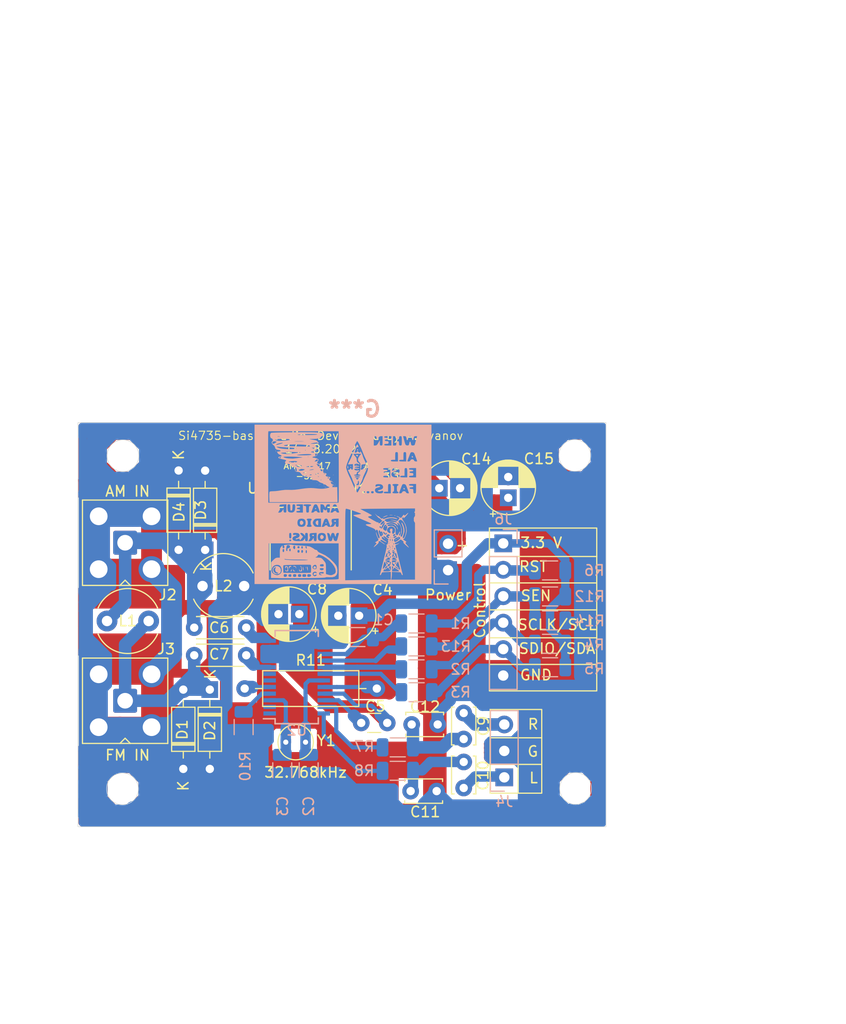
<source format=kicad_pcb>
(kicad_pcb (version 20221018) (generator pcbnew)
  (layers (0 "F.Cu" signal) (31 "B.Cu" signal) (34 "B.Paste" user) (35 "F.Paste" user) (36 "B.SilkS" user "B.Silkscreen") (37 "F.SilkS" user "F.Silkscreen") (38 "B.Mask" user) (39 "F.Mask" user) (44 "Edge.Cuts" user))
  (net 0 "")
  (net 1 "Net-(U2-~{RST})")
  (net 2 "Net-(U2-RCLK)")
  (net 3 "Net-(U2-GPO3{slash}[DCLK])")
  (net 4 "GND")
  (net 5 "Net-(J6-Pin_1)")
  (net 6 "Net-(U2-VA)")
  (net 7 "Net-(U2-DBYP)")
  (net 8 "Net-(C12-Pad2)")
  (net 9 "Net-(C10-Pad2)")
  (net 10 "Net-(D3-A)")
  (net 11 "Net-(U2-AMI)")
  (net 12 "Net-(D1-A)")
  (net 13 "Net-(U2-FMI)")
  (net 14 "Net-(J4-Pin_3)")
  (net 15 "Net-(J4-Pin_1)")
  (net 16 "Net-(J5-Pin_2)")
  (net 17 "Net-(J6-Pin_2)")
  (net 18 "Net-(J6-Pin_3)")
  (net 19 "Net-(J6-Pin_4)")
  (net 20 "Net-(J6-Pin_5)")
  (net 21 "Net-(U2-SCLK)")
  (net 22 "Net-(U2-SDIO)")
  (net 23 "Net-(U2-ROUT{slash}[DOUT])")
  (net 24 "Net-(U2-LOUT{slash}[DFS])")
  (net 25 "Net-(U2-GPO2{slash}[~{INT}])")
  (net 26 "Net-(U2-GPO1)")
  (net 27 "Net-(U2-~{SEN})")
  (footprint "Capacitor_THT:CP_Radial_D5.0mm_P2.00mm" (layer "F.Cu") (at 220.75 60.85 180)
    (fp_text reference "C4")
    (fp_text value "20uF")
  )
  (footprint "Capacitor_THT:C_Disc_D3.0mm_W1.6mm_P2.50mm" (layer "F.Cu") (at 223.45 71.15 180)
    (fp_text reference "C5")
    (fp_text value "100nF")
  )
  (footprint "Capacitor_THT:C_Disc_D4.3mm_W1.9mm_P5.00mm" (layer "F.Cu") (at 204.9 62)
    (fp_text reference "C6")
    (fp_text value "470nF")
  )
  (footprint "Capacitor_THT:C_Disc_D4.3mm_W1.9mm_P5.00mm" (layer "F.Cu") (at 204.9 64.65)
    (fp_text reference "C7")
    (fp_text value "33nF")
  )
  (footprint "Capacitor_THT:CP_Radial_D5.0mm_P2.00mm" (layer "F.Cu") (at 215 60.7 180)
    (fp_text reference "C8")
    (fp_text value "20uF")
  )
  (footprint "Capacitor_THT:C_Disc_D3.4mm_W2.1mm_P2.50mm" (layer "F.Cu") (at 230.8 70.2 -90)
    (fp_text reference "C9")
    (fp_text value "2.2uF")
  )
  (footprint "Capacitor_THT:C_Disc_D3.4mm_W2.1mm_P2.50mm" (layer "F.Cu") (at 230.8 77.4 90)
    (fp_text reference "C10")
    (fp_text value "2.2uF")
  )
  (footprint "Capacitor_THT:C_Disc_D3.4mm_W2.1mm_P2.50mm" (layer "F.Cu") (at 228.2 77.7 180)
    (fp_text reference "C11")
    (fp_text value "0.01uF")
  )
  (footprint "Capacitor_THT:C_Disc_D3.4mm_W2.1mm_P2.50mm" (layer "F.Cu") (at 228.3 71.3 180)
    (fp_text reference "C12")
    (fp_text value "0.01uF")
  )
  (footprint "Connector_Coaxial:SMA_Amphenol_901-143_Horizontal" (layer "F.Cu") (at 198.26 53.84 90)
    (fp_text reference "J2")
    (fp_text value "AM_IN")
    (fp_line (start 4.3 -4.5) (end -4.3 -4.5) (stroke (width 0.1)) (layer "Edge.Cuts"))
  )
  (footprint "Connector_Coaxial:SMA_Amphenol_901-143_Horizontal" (layer "F.Cu") (at 198.26 69.02 90)
    (fp_text reference "J3")
    (fp_text value "FM_IN")
    (fp_line (start 4.3 -4.5) (end -4.3 -4.5) (stroke (width 0.1)) (layer "Edge.Cuts"))
  )
  (footprint "Crystal:Crystal_Round_D3.0mm_Vertical" (layer "F.Cu") (at 215.6 73 180)
    (fp_text reference "Y1")
    (fp_text value "32.768kHz")
  )
  (footprint "Resistor_THT:R_Axial_DIN0309_L9.0mm_D3.2mm_P12.70mm_Horizontal" (layer "F.Cu") (at 209.75 67.85)
    (fp_text reference "R11")
    (fp_text value "4.7k")
  )
  (footprint "Diode_THT:D_DO-35_SOD27_P7.62mm_Horizontal" (layer "F.Cu") (at 205.95 54.53 90)
    (fp_text reference "D4")
    (fp_text value "BAW75")
  )
  (footprint "Capacitor_THT:CP_Radial_D5.0mm_P2.00mm" (layer "F.Cu") (at 228.45 48.6)
    (fp_text reference "C14")
    (fp_text value "20uF")
  )
  (footprint "Inductor_THT:L_Radial_D6.0mm_P4.00mm" (layer "F.Cu") (at 205.7 58)
    (fp_text reference "L2")
    (fp_text value "L")
  )
  (footprint "Diode_THT:D_DO-35_SOD27_P7.62mm_Horizontal" (layer "F.Cu") (at 203.85 75.57 90)
    (fp_text reference "D1")
    (fp_text value "BAW75")
  )
  (footprint "Capacitor_THT:CP_Radial_D5.0mm_P2.00mm" (layer "F.Cu") (at 235.08 49.525113 90)
    (fp_text reference "C15")
    (fp_text value "20uF")
  )
  (footprint "Package_TO_SOT_SMD:SOT-223-3_TabPin2" (layer "F.Cu") (at 223.4 52.35 90)
    (fp_text reference "U1")
    (fp_text value "AMS1117-3.3")
  )
  (footprint "Diode_THT:D_DO-35_SOD27_P7.62mm_Horizontal" (layer "F.Cu") (at 203.4 46.9 -90)
    (fp_text reference "D3")
    (fp_text value "BAW75")
  )
  (footprint "Inductor_THT:L_Radial_D6.0mm_P4.00mm" (layer "F.Cu") (at 200.52 61.36 180)
    (fp_text reference "L1")
    (fp_text value "L")
  )
  (footprint "Package_TO_SOT_SMD:SOT-223-3_TabPin2" (layer "F.Cu") (at 215.6 52.35 90)
    (fp_text reference "U3")
    (fp_text value "AMS1117-5.0")
  )
  (footprint "Diode_THT:D_DO-35_SOD27_P7.62mm_Horizontal" (layer "F.Cu") (at 206.4 67.95 -90)
    (fp_text reference "D2")
    (fp_text value "BAW75")
  )
  (footprint "Capacitor_SMD:C_1206_3216Metric" (layer "B.Cu") (at 220.6 62.9 180)
    (fp_text reference "C1")
    (fp_text value "10n")
  )
  (footprint "Capacitor_SMD:C_1206_3216Metric" (layer "B.Cu") (at 215.9 75.692 -90)
    (fp_text reference "C2")
    (fp_text value "22pF")
  )
  (footprint "Capacitor_SMD:C_1206_3216Metric" (layer "B.Cu") (at 213.36 75.692 -90)
    (fp_text reference "C3")
    (fp_text value "22pF")
  )
  (footprint "Connector_PinHeader_2.54mm:PinHeader_1x03_P2.54mm_Vertical" (layer "B.Cu") (at 234.7 76.38)
    (fp_text reference "J4")
    (fp_text value "Conn_01x03_Male")
  )
  (footprint "Connector_PinHeader_2.54mm:PinHeader_1x02_P2.54mm_Vertical" (layer "B.Cu") (at 229.3 56.475)
    (fp_text reference "J5")
    (fp_text value "Conn_01x02_Male")
  )
  (footprint "Resistor_SMD:R_1206_3216Metric" (layer "B.Cu") (at 226.2625 61.6)
    (fp_text reference "R1")
    (fp_text value "100R")
  )
  (footprint "Resistor_SMD:R_1206_3216Metric" (layer "B.Cu") (at 226.2625 66)
    (fp_text reference "R2")
    (fp_text value "100R")
  )
  (footprint "Resistor_SMD:R_1206_3216Metric" (layer "B.Cu") (at 226.275 68.2)
    (fp_text reference "R3")
    (fp_text value "100R")
  )
  (footprint "Resistor_SMD:R_1206_3216Metric" (layer "B.Cu") (at 239.1 63.55 180)
    (fp_text reference "R4")
    (fp_text value "10k")
  )
  (footprint "Resistor_SMD:R_1206_3216Metric" (layer "B.Cu") (at 239.1 65.8 180)
    (fp_text reference "R5")
    (fp_text value "10k")
  )
  (footprint "Resistor_SMD:R_1206_3216Metric" (layer "B.Cu") (at 239.1 56.5 180)
    (fp_text reference "R6")
    (fp_text value "10k")
  )
  (footprint "Resistor_SMD:R_1206_3216Metric" (layer "B.Cu") (at 224.4625 73.5 180)
    (fp_text reference "R7")
    (fp_text value "0.2k")
  )
  (footprint "Resistor_SMD:R_1206_3216Metric" (layer "B.Cu") (at 224.4625 75.75 180)
    (fp_text reference "R8")
    (fp_text value "0.2k")
  )
  (footprint "Package_SO:SSOP-24_3.9x8.7mm_P0.635mm" (layer "B.Cu") (at 214.75 66.75)
    (fp_text reference "U2")
    (fp_text value "Si4735-D60-GU")
  )
  (footprint "Resistor_SMD:R_1206_3216Metric" (layer "B.Cu") (at 226.2625 63.8)
    (fp_text reference "R13")
    (fp_text value "100R")
  )
  (footprint "Resistor_SMD:R_1206_3216Metric" (layer "B.Cu") (at 239.1 59 180)
    (fp_text reference "R12")
    (fp_text value "4.7k")
  )
  (footprint "Resistor_SMD:R_1206_3216Metric" (layer "B.Cu") (at 209.65 71.55 -90)
    (fp_text reference "R10")
    (fp_text value "4.7k")
  )
  (footprint "Resistor_SMD:R_1206_3216Metric" (layer "B.Cu") (at 239.1 61.3)
    (fp_text reference "R14")
    (fp_text value "4.7k")
  )
  (footprint "Logo:Logo" (layer "B.Cu") (at 219.2 50.15 180)
    (fp_text reference "G***")
    (fp_text value "LOGO" hide)
  )
  (footprint "Connector_PinHeader_2.54mm:PinHeader_1x06_P2.54mm_Vertical" (layer "B.Cu") (at 234.6 53.9 180)
    (fp_text reference "J6")
    (fp_text value "Conn_01x06_Male")
  )
  (gr_rect (start 233.27 52.43) (end 243.586 68.072) (stroke (width 0.12)) (fill none) (layer "F.SilkS"))
  (gr_rect (start 233.34 69.86) (end 238.3 77.9) (stroke (width 0.12)) (fill none) (layer "F.SilkS"))
  (gr_line (start 233.355 72.58) (end 238.305 72.58) (stroke (width 0.12)) (layer "F.SilkS"))
  (gr_line (start 233.28 57.7) (end 243.576 57.702) (stroke (width 0.12)) (layer "F.SilkS"))
  (gr_line (start 233.3 55.16) (end 243.596 55.162) (stroke (width 0.12)) (layer "F.SilkS"))
  (gr_line (start 236.03 75.11) (end 236.025 77.875) (stroke (width 0.12)) (layer "F.SilkS"))
  (gr_line (start 233.29 62.97) (end 243.586 62.972) (stroke (width 0.12)) (layer "F.SilkS"))
  (gr_line (start 233.29 60.29) (end 243.586 60.292) (stroke (width 0.12)) (layer "F.SilkS"))
  (gr_line (start 233.265 75.135) (end 238.215 75.135) (stroke (width 0.12)) (layer "F.SilkS"))
  (gr_line (start 233.29 65.53) (end 243.586 65.532) (stroke (width 0.12)) (layer "F.SilkS"))
  (gr_circle (center 241.473566 45.45) (end 243 45.45) (stroke (width 0.05)) (fill none) (layer "Edge.Cuts"))
  (gr_circle (center 241.55 77.45) (end 242.85 78.25) (stroke (width 0.05)) (fill none) (layer "Edge.Cuts"))
  (gr_circle (center 198.009146 77.486292) (end 199.53558 77.486292) (stroke (width 0.05)) (fill none) (layer "Edge.Cuts"))
  (gr_rect (start 193.725 42.3) (end 244.475 81.12) (stroke (width 0.05)) (fill none) (layer "Edge.Cuts"))
  (gr_circle (center 198.05 45.48) (end 199.576434 45.48) (stroke (width 0.05)) (fill none) (layer "Edge.Cuts"))
  (gr_text "Si4735-based radio. Developed by A. Ivanov\n14.08.2022" (at 217.05 44.2) (layer "F.SilkS") (effects (font (size 0.8 0.8) (thickness 0.1))))
  (gr_text "L" (at 237.515 76.435) (layer "F.SilkS") (effects (font (size 1 1))))
  (gr_text "Power" (at 229.3 58.85) (layer "F.SilkS") (effects (font (size 1 1))))
  (gr_text "FM IN" (at 198.5 74.25) (layer "F.SilkS") (effects (font (size 1 1))))
  (gr_text "G" (at 237.44 73.89) (layer "F.SilkS") (effects (font (size 1 1))))
  (gr_text "SDIO/SDA" (at 239.776 64.008) (layer "F.SilkS") (effects (font (size 1 1))))
  (gr_text "SEN" (at 237.744 58.928) (layer "F.SilkS") (effects (font (size 1 1))))
  (gr_text "Control" (at 232.35 60.3 90) (layer "F.SilkS") (effects (font (size 1 1))))
  (gr_text "AM IN" (at 198.5 48.9) (layer "F.SilkS") (effects (font (size 1 1))))
  (gr_text "AMS 1117\n-3.3" (at 223.49 46.97) (layer "F.SilkS") (effects (font (size 0.6 0.6) (thickness 0.1))))
  (gr_text "R" (at 237.47 71.28) (layer "F.SilkS") (effects (font (size 1 1))))
  (gr_text "+" (at 230.66 54.05) (layer "F.SilkS") (effects (font (size 1 1))))
  (gr_text "SCLK/SCL" (at 239.776 61.722) (layer "F.SilkS") (effects (font (size 1 1))))
  (gr_text "AMS 1117\n-5.0" (at 215.75 46.95) (layer "F.SilkS") (effects (font (size 0.6 0.6) (thickness 0.1))))
  (gr_text "GND" (at 237.744 66.548) (layer "F.SilkS") (effects (font (size 1 1))))
  (gr_text "RST" (at 237.49 56.134) (layer "F.SilkS") (effects (font (size 1 1))))
  (gr_text "3.3 V" (at 238.252 53.848) (layer "F.SilkS") (effects (font (size 1 1))))
  (segment (start 221.3 62.9) (end 222.075 62.9) (width 0.5) (layer "B.Cu") (net 1))
  (segment (start 222.075 62.9) (end 223.06 62.9) (width 0.8) (layer "B.Cu") (net 1))
  (segment (start 219.5725 64.5275) (end 219.74 64.36) (width 0.4) (layer "B.Cu") (net 1))
  (segment (start 224.36 61.6) (end 224.8 61.6) (width 0.8) (layer "B.Cu") (net 1))
  (segment (start 217.35 64.5275) (end 219.5725 64.5275) (width 0.4) (layer "B.Cu") (net 1))
  (segment (start 224.8 62.014651) (end 224.8 61.6) (width 0.3) (layer "B.Cu") (net 1))
  (segment (start 219.74 64.36) (end 221.1775 62.9225) (width 0.5) (layer "B.Cu") (net 1))
  (segment (start 219.55 64.55) (end 219.74 64.36) (width 0.5) (layer "B.Cu") (net 1))
  (segment (start 223.06 62.9) (end 224.36 61.6) (width 0.8) (layer "B.Cu") (net 1))
  (segment (start 215.6 72.75) (end 215.6 71.45) (width 1) (layer "B.Cu") (net 2))
  (segment (start 215.9325 67.0675) (end 215.6 67.4) (width 0.4) (layer "B.Cu") (net 2))
  (segment (start 215.6 72.8) (end 215.6 74.171) (width 1) (layer "B.Cu") (net 2))
  (segment (start 217.35 67.0675) (end 215.9325 67.0675) (width 0.4) (layer "B.Cu") (net 2))
  (segment (start 215.6 67.4) (end 215.6 71.45) (width 0.4) (layer "B.Cu") (net 2))
  (segment (start 215.6 74.171) (end 215.646 74.217) (width 1) (layer "B.Cu") (net 2))
  (segment (start 213.7 73.877) (end 213.36 74.217) (width 1) (layer "B.Cu") (net 3))
  (segment (start 212.15 68.9725) (end 213.4725 68.9725) (width 0.4) (layer "B.Cu") (net 3))
  (segment (start 213.7 69.2) (end 213.7 71.5) (width 0.4) (layer "B.Cu") (net 3))
  (segment (start 213.7 72.8) (end 213.7 71.5) (width 1) (layer "B.Cu") (net 3))
  (segment (start 213.4725 68.9725) (end 213.7 69.2) (width 0.4) (layer "B.Cu") (net 3))
  (segment (start 213.7 73) (end 213.7 72.8) (width 1) (layer "B.Cu") (net 3))
  (segment (start 213.7 72.8) (end 213.7 73.877) (width 1) (layer "B.Cu") (net 3))
  (segment (start 209.6 54.1) (end 209.6 53.6) (width 0.6) (layer "F.Cu") (net 4))
  (segment (start 209.775 71.175) (end 209.775 71.975) (width 0.7) (layer "F.Cu") (net 4))
  (segment (start 244.07498 63.32502) (end 243.309511 64.090489) (width 0.8) (layer "F.Cu") (net 4))
  (segment (start 204.975 71.975) (end 204.625 71.975) (width 0.7) (layer "F.Cu") (net 4))
  (segment (start 241.4 53.4) (end 240.2 53.4) (width 0.8) (layer "F.Cu") (net 4))
  (segment (start 228.6 64.7) (end 228.300489 64.999511) (width 1.2) (layer "F.Cu") (net 4))
  (segment (start 211 55.5) (end 209.6 54.1) (width 1.2) (layer "F.Cu") (net 4))
  (segment (start 213 60.7) (end 213 62.810002) (width 1.5) (layer "F.Cu") (net 4))
  (segment (start 220.2 44.25) (end 220.55 44.25) (width 1.2) (layer "F.Cu") (net 4))
  (segment (start 212.200001 65.06205) (end 212.200001 66.099999) (width 1.2) (layer "F.Cu") (net 4))
  (segment (start 200.8 74.513708) (end 194.880842 74.513708) (width 0.8) (layer "F.Cu") (net 4))
  (segment (start 231.75 79.65) (end 231.898 79.502) (width 1) (layer "F.Cu") (net 4))
  (segment (start 203.62 58.28) (end 203.225 58.675) (width 0.8) (layer "F.Cu") (net 4))
  (segment (start 232.3 61.6) (end 232.3 62.9) (width 1.2) (layer "F.Cu") (net 4))
  (segment (start 213.09 69.8) (end 213.09 68.95) (width 0.4) (layer "F.Cu") (net 4))
  (segment (start 199.29998 80.39998) (end 198.380794 80.39998) (width 1.2) (layer "F.Cu") (net 4))
  (segment (start 226.65 45.05) (end 228 45.05) (width 1.2) (layer "F.Cu") (net 4))
  (segment (start 228.2 77.7) (end 227.375 78.525) (width 0.8) (layer "F.Cu") (net 4))
  (segment (start 236.04 45.41) (end 235.615 44.985) (width 0.8) (layer "F.Cu") (net 4))
  (segment (start 195.72 51.3) (end 195.72 51.72) (width 0.8) (layer "F.Cu") (net 4))
  (segment (start 202.799511 59.100489) (end 202.950489 59.100489) (width 0.8) (layer "F.Cu") (net 4))
  (segment (start 210.998533 78.301467) (end 211.199511 78.100489) (width 0.7) (layer "F.Cu") (net 4))
  (segment (start 227.3 74) (end 227.3 74.55) (width 0.8) (layer "F.Cu") (net 4))
  (segment (start 240.284 80.49998) (end 240.064 80.71998) (width 0.8) (layer "F.Cu") (net 4))
  (segment (start 210.799998 70.8) (end 210.799998 73.049998) (width 0.7) (layer "F.Cu") (net 4))
  (segment (start 227.3 73.35) (end 219.61 73.35) (width 0.8) (layer "F.Cu") (net 4))
  (segment (start 227.3 79.6013) (end 227.00065 79.90065) (width 0.8) (layer "F.Cu") (net 4))
  (segment (start 194.77 70.03) (end 194.36002 70.43998) (width 0.8) (layer "F.Cu") (net 4))
  (segment (start 201.39998 80.00002) (end 201.39998 78.832886) (width 1.2) (layer "F.Cu") (net 4))
  (segment (start 200.8 55.15) (end 200.8 51.1) (width 0.3) (layer "F.Cu") (net 4))
  (segment (start 207.975 59.725) (end 208.05 59.65) (width 1.2) (layer "F.Cu") (net 4))
  (segment (start 212.200001 62.399999) (end 213 61.6) (width 0.6) (layer "F.Cu") (net 4))
  (segment (start 209.35 74.35) (end 207.5 74.35) (width 0.7) (layer "F.Cu") (net 4))
  (segment (start 213 62.810002) (end 212 63.810002) (width 1.5) (layer "F.Cu") (net 4))
  (segment (start 201.39998 80.00002) (end 201.39998 79.932886) (width 1.2) (layer "F.Cu") (net 4))
  (segment (start 199.19 47.83) (end 199.26 47.76) (width 1.2) (layer "F.Cu") (net 4))
  (segment (start 214.92922 46.62078) (end 214.07922 46.62078) (width 1.2) (layer "F.Cu") (net 4))
  (segment (start 239.75 61.65) (end 237.75 61.65) (width 1.2) (layer "F.Cu") (net 4))
  (segment (start 211.540489 70.040489) (end 211.8 70.3) (width 1.1) (layer "F.Cu") (net 4))
  (segment (start 206.825 51.875) (end 204.825 51.875) (width 1.2) (layer "F.Cu") (net 4))
  (segment (start 233.6 47.6) (end 232.85 47.6) (width 0.8) (layer "F.Cu") (net 4))
  (segment (start 219.8 76.075) (end 219.4125 75.6875) (width 1) (layer "F.Cu") (net 4))
  (segment (start 214.165001 68.064999) (end 213.074999 68.064999) (width 0.4) (layer "F.Cu") (net 4))
  (segment (start 204.775 73.275) (end 204.625 73.125) (width 0.7) (layer "F.Cu") (net 4))
  (segment (start 209.60002 80.39998) (end 221.22498 80.39998) (width 1.2) (layer "F.Cu") (net 4))
  (segment (start 213.205001 67.104999) (end 212.200001 66.099999) (width 0.4) (layer "F.Cu") (net 4))
  (segment (start 223.4 77.35) (end 223.1 77.05) (width 0.8) (layer "F.Cu") (net 4))
  (segment (start 202.05 46) (end 207 46) (width 1.2) (layer "F.Cu") (net 4))
  (segment (start 200.8 51.3) (end 199.2 49.7) (width 1.2) (layer "F.Cu") (net 4))
  (segment (start 209.6 49.25) (end 209.6 48.9) (width 1.2) (layer "F.Cu") (net 4))
  (segment (start 229.6 56.975) (end 231.075 56.975) (width 1.2) (layer "F.Cu") (net 4))
  (segment (start 244.07498 46.57502) (end 244.07498 45.07498) (width 0.8) (layer "F.Cu") (net 4))
  (segment (start 211.8 72.75) (end 211.8 70.3) (width 0.7) (layer "F.Cu") (net 4))
  (segment (start 234.4 47.6) (end 233.6 47.6) (width 0.8) (layer "F.Cu") (net 4))
  (segment (start 208.025 53.075) (end 208.025 56.175) (width 0.8) (layer "F.Cu") (net 4))
  (segment (start 242.41951 67.91951) (end 241.68049 67.91951) (width 1.2) (layer "F.Cu") (net 4))
  (segment (start 228.300489 66.900489) (end 228.300489 66.000489) (width 1.2) (layer "F.Cu") (net 4))
  (segment (start 208.99 71.51) (end 209.065 71.435) (width 0.7) (layer "F.Cu") (net 4))
  (segment (start 210.15 58.85) (end 210.975 59.675) (width 1.2) (layer "F.Cu") (net 4))
  (segment (start 212.6 57.5) (end 212.6 56.2) (width 0.3) (layer "F.Cu") (net 4))
  (segment (start 211.5 75.35) (end 211.5 74.5) (width 0.7) (layer "F.Cu") (net 4))
  (segment (start 217.474511 78.325489) (end 216.900489 78.325489) (width 1) (layer "F.Cu") (net 4))
  (segment (start 199.392 72.9) (end 199.1 72.9) (width 1.2) (layer "F.Cu") (net 4))
  (segment (start 238.1 53.4) (end 237.5 53.4) (width 1.2) (layer "F.Cu") (net 4))
  (segment (start 219.4125 75.6875) (end 219.1375 75.4125) (width 1) (layer "F.Cu") (net 4))
  (segment (start 236.3 73) (end 236.5 73) (width 0.8) (layer "F.Cu") (net 4))
  (segment (start 228 70.2) (end 228.3 69.9) (width 0.8) (layer "F.Cu") (net 4))
  (segment (start 221.15 78) (end 221.15 75.825) (width 1) (layer "F.Cu") (net 4))
  (segment (start 209.60002 78.43598) (end 209.60002 78.40002) (width 1.2) (layer "F.Cu") (net 4))
  (segment (start 233.5 47.05) (end 233.9 47.05) (width 0.8) (layer "F.Cu") (net 4))
  (segment (start 238 61.9) (end 238.2 62.1) (width 0.8) (layer "F.Cu") (net 4))
  (segment (start 227.3 74.55) (end 227.3 74.95) (width 0.8) (layer "F.Cu") (net 4))
  (segment (start 202.57 56.38) (end 195.72 56.38) (width 0.8) (layer "F.Cu") (net 4))
  (segment (start 237.5 61.4) (end 243.7 61.4) (width 1.2) (layer "F.Cu") (net 4))
  (segment (start 228.8 44.4) (end 228.65 44.25) (width 1.2) (layer "F.Cu") (net 4))
  (segment (start 209.6 48.9) (end 207.95 47.25) (width 1.2) (layer "F.Cu") (net 4))
  (segment (start 207.499511 60.400489) (end 207.499511 65.700489) (width 1.2) (layer "F.Cu") (net 4))
  (segment (start 231.856 79.756) (end 238.306 79.756) (width 1) (layer "F.Cu") (net 4))
  (segment (start 233.600489 68.399511) (end 235.439509 68.399511) (width 1.2) (layer "F.Cu") (net 4))
  (segment (start 223.09996 78.15) (end 221.97498 77.02502) (width 0.8) (layer "F.Cu") (net 4))
  (segment (start 234.34 43.71) (end 233.976433 43.346433) (width 0.8) (layer "F.Cu") (net 4))
  (segment (start 229.136547 43.563453) (end 217.316587 43.563453) (width 0.8) (layer "F.Cu") (net 4))
  (segment (start 203.62 57.67) (end 203.28 57.67) (width 0.8) (layer "F.Cu") (net 4))
  (segment (start 203.04 75.76) (end 202.99998 75.80002) (width 1) (layer "F.Cu") (net 4))
  (segment (start 220.55 44.25) (end 228.65 44.25) (width 1.2) (layer "F.Cu") (net 4))
  (segment (start 206.325 72.775) (end 206.325 73.775) (width 0.7) (layer "F.Cu") (net 4))
  (segment (start 207.925 49.575) (end 207.925 50.175) (width 0.8) (layer "F.Cu") (net 4))
  (segment (start 243.05 52.55) (end 243.05 53.15) (width 0.8) (layer "F.Cu") (net 4))
  (segment (start 212 63.810002) (end 212 67.2) (width 1.5) (layer "F.Cu") (net 4))
  (segment (start 235.275 44.025) (end 235.05 43.8) (width 0.8) (layer "F.Cu") (net 4))
  (segment (start 217.7875 75.2875) (end 217.05 74.55) (width 1) (layer "F.Cu") (net 4))
  (segment (start 198.874088 79.638031) (end 200.609146 77.902973) (width 1.2) (layer "F.Cu") (net 4))
  (segment (start 205.675 73.275) (end 205.675 73.775) (width 0.7) (layer "F.Cu") (net 4))
  (segment (start 238 54.6) (end 238 61.9) (width 0.8) (layer "F.Cu") (net 4))
  (segment (start 196.5 79.7) (end 195.65002 79.7) (width 0.8) (layer "F.Cu") (net 4))
  (segment (start 196.199553 78.695885) (end 195.629146 78.125478) (width 1.2) (layer "F.Cu") (net 4))
  (segment (start 208.43 69.72) (end 207.975 70.175) (width 1.1) (layer "F.Cu") (net 4))
  (segment (start 234.7 73.84) (end 235.46 73.84) (width 0.8) (layer "F.Cu") (net 4))
  (segment (start 216.5 70.8) (end 215.5 69.8) (width 1.2) (layer "F.Cu") (net 4))
  (segment (start 239.15 47.6) (end 239.6 48.05) (width 0.8) (layer "F.Cu") (net 4))
  (segment (start 234.3 45.8) (end 234.3 45.35) (width 0.8) (layer "F.Cu") (net 4))
  (segment (start 236.6 65.5) (end 236.6 66.4) (width 1.2) (layer "F.Cu") (net 4))
  (segment (start 231.898 79.502) (end 237.744 79.502) (width 1) (layer "F.Cu") (net 4))
  (segment (start 212.80495 77.84505) (end 213.95 76.7) (width 0.7) (layer "F.Cu") (net 4))
  (segment (start 217.8 73.8) (end 217.3 73.3) (width 1) (layer "F.Cu") (net 4))
  (segment (start 194.36002 79.29) (end 194.36002 77.98998) (width 1.2) (layer "F.Cu") (net 4))
  (segment (start 200.8 49.3) (end 199.26 47.76) (width 1.2) (layer "F.Cu") (net 4))
  (segment (start 237 47.9) (end 236.7 47.6) (width 0.8) (layer "F.Cu") (net 4))
  (segment (start 208.95 56.2) (end 209.6 55.55) (width 1.2) (layer "F.Cu") (net 4))
  (segment (start 241.7 54.35) (end 241.7 62) (width 0.8) (layer "F.Cu") (net 4))
  (segment (start 196.849553 79.345885) (end 196.199553 78.695885) (width 1.2) (layer "F.Cu") (net 4))
  (segment (start 236.04 45.94) (end 236.7 46.6) (width 0.8) (layer "F.Cu") (net 4))
  (segment (start 212.45 74.45) (end 210.71 72.71) (width 0.7) (layer "F.Cu") (net 4))
  (segment (start 237.744 72.39) (end 237.744 71.882) (width 1) (layer "F.Cu") (net 4))
  (segment (start 211.5 77.65) (end 211.875 77.275) (width 0.7) (layer "F.Cu") (net 4))
  (segment (start 226.9 69.8) (end 227.3 70.2) (width 0.8) (layer "F.Cu") (net 4))
  (segment (start 203.625 51.875) (end 203.625 50.925) (width 0.8) (layer "F.Cu") (net 4))
  (segment (start 200.8 51.1) (end 195.72 51.1) (width 0.3) (layer "F.Cu") (net 4))
  (segment (start 200.266 75.343146) (end 200.709146 74.9) (width 1) (layer "F.Cu") (net 4))
  (segment (start 228 79.25) (end 228.2 79.45) (width 0.8) (layer "F.Cu") (net 4))
  (segment (start 200.8 71) (end 201.8 70) (width 1.2) (layer "F.Cu") (net 4))
  (segment (start 213.074999 68.064999) (end 212.699999 68.439999) (width 0.4) (layer "F.Cu") (net 4))
  (segment (start 243.15 69.050978) (end 242.900489 69.300489) (width 0.8) (layer "F.Cu") (net 4))
  (segment (start 208.11 73.96) (end 208.54 73.96) (width 0.7) (layer "F.Cu") (net 4))
  (segment (start 217.2 47.25) (end 212.25 47.25) (width 1.2) (layer "F.Cu") (net 4))
  (segment (start 232.325 48.125) (end 231.85 48.6) (width 0.8) (layer "F.Cu") (net 4))
  (segment (start 230.09998 80.39998) (end 230.30002 80.39998) (width 1.2) (layer "F.Cu") (net 4))
  (segment (start 203.625 51.875) (end 203.05 51.3) (width 0.8) (layer "F.Cu") (net 4))
  (segment (start 241.3 68.326) (end 241.3 73.943022) (width 0.8) (layer "F.Cu") (net 4))
  (segment (start 235.475 46.725) (end 235.475 45.125) (width 0.8) (layer "F.Cu") (net 4))
  (segment (start 195.89 44.632176) (end 195.89 46.339186) (width 1.2) (layer "F.Cu") (net 4))
  (segment (start 217.451467 77.000489) (end 218.125489 77.674511) (width 1) (layer "F.Cu") (net 4))
  (segment (start 206.325 72.775) (end 205.425 72.775) (width 0.7) (layer "F.Cu") (net 4))
  (segment (start 205.325 50.475) (end 205.325 49.025) (width 1.2) (layer "F.Cu") (net 4))
  (segment (start 202.243146 73.346854) (end 202.243146 70.116854) (width 1) (layer "F.Cu") (net 4))
  (segment (start 212.4 55.5) (end 211.4 54.5) (width 0.4) (layer "F.Cu") (net 4))
  (segment (start 233.199511 68.399511) (end 231.900489 68.399511) (width 0.8) (layer "F.Cu") (net 4))
  (segment (start 203.41 71.81) (end 203.71 71.51) (width 0.7) (layer "F.Cu") (net 4))
  (segment (start 214.855 69.155) (end 214.785 69.085) (width 0.4) (layer "F.Cu") (net 4))
  (segment (start 215.5 69.8) (end 214.22 69.8) (width 1.2) (layer "F.Cu") (net 4))
  (segment (start 209.6 55.55) (end 209.6 54.1) (width 1.2) (layer "F.Cu") (net 4))
  (segment (start 212.45 74.3) (end 215 74.3) (width 0.7) (layer "F.Cu") (net 4))
  (segment (start 200.8 47.25) (end 201.525 46.525) (width 1.2) (layer "F.Cu") (net 4))
  (segment (start 231.8 45.35) (end 233.5 47.05) (width 0.8) (layer "F.Cu") (net 4))
  (segment (start 241.4 53.4) (end 241.4 54) (width 0.8) (layer "F.Cu") (net 4))
  (segment (start 200.452793 44.857207) (end 200.452793 46.093888) (width 1.2) (layer "F.Cu") (net 4))
  (segment (start 217.25 47.2) (end 218.425 46.025) (width 1.2) (layer "F.Cu") (net 4))
  (segment (start 212.3 58.9) (end 210.8 57.4) (width 1.2) (layer "F.Cu") (net 4))
  (segment (start 239.086399 45.986399) (end 239.536399 45.986399) (width 0.8) (layer "F.Cu") (net 4))
  (segment (start 237.25 54.6) (end 238 54.6) (width 0.8) (layer "F.Cu") (net 4))
  (segment (start 239.15 53.35) (end 239.2 53.4) (width 0.8) (layer "F.Cu") (net 4))
  (segment (start 220.425 78.725) (end 220.425 79.6) (width 1) (layer "F.Cu") (net 4))
  (segment (start 227.85 70.8) (end 226.9 69.85) (width 0.8) (layer "F.Cu") (net 4))
  (segment (start 217.25 47.2) (end 220.2 44.25) (width 1.2) (layer "F.Cu") (net 4))
  (segment (start 211.199511 78.100489) (end 211.199511 77.950489) (width 0.7) (layer "F.Cu") (net 4))
  (segment (start 207.35 59.75) (end 206.699511 60.400489) (width 0.8) (layer "F.Cu") (net 4))
  (segment (start 212.25 47.25) (end 211.4 48.1) (width 1.2) (layer "F.Cu") (net 4))
  (segment (start 230.799511 58.899511) (end 229.259511 58.899511) (width 1.2) (layer "F.Cu") (net 4))
  (segment (start 195.72 77.93002) (end 195.22501 78.42501) (width 1.2) (layer "F.Cu") (net 4))
  (segment (start 212.05 73.9) (end 212.45 74.3) (width 0.7) (layer "F.Cu") (net 4))
  (segment (start 244.07498 42.70002) (end 244.07498 42.7) (width 0.8) (layer "F.Cu") (net 4))
  (segment (start 241.7 62) (end 242.4 62.7) (width 0.8) (layer "F.Cu") (net 4))
  (segment (start 210.3 73.3) (end 210.3 70.9) (width 1) (layer "F.Cu") (net 4))
  (segment (start 230.749022 48.3) (end 231.55 48.3) (width 0.8) (layer "F.Cu") (net 4))
  (segment (start 203.6 59.75) (end 203.525 59.675) (width 0.8) (layer "F.Cu") (net 4))
  (segment (start 244.07498 64.72498) (end 244.07498 63.32502) (width 0.8) (layer "F.Cu") (net 4))
  (segment (start 204.825 51.875) (end 203.625 51.875) (width 0.8) (layer "F.Cu") (net 4))
  (segment (start 195.22501 78.42501) (end 195.65 78.85) (width 1.2) (layer "F.Cu") (net 4))
  (segment (start 243.97496 43.425) (end 244.07498 43.52502) (width 0.8) (layer "F.Cu") (net 4))
  (segment (start 237.590489 63.140489) (end 243.890449 63.140489) (width 0.8) (layer "F.Cu") (net 4))
  (segment (start 195.72 51.3) (end 196.71 50.31) (width 1.2) (layer "F.Cu") (net 4))
  (segment (start 234.325 46.625) (end 234.325 45.825) (width 0.8) (layer "F.Cu") (net 4))
  (segment (start 196.41384 58.841606) (end 195.091606 58.841606) (width 0.8) (layer "F.Cu") (net 4))
  (segment (start 195.72 68.48) (end 195.72 66.48) (width 0.8) (layer "F.Cu") (net 4))
  (segment (start 200.452793 44.857207) (end 200.232793 44.637207) (width 1.2) (layer "F.Cu") (net 4))
  (segment (start 214.22 69.8) (end 213.09 69.8) (width 1.2) (layer "F.Cu") (net 4))
  (segment (start 239.522 80.49998) (end 240.284 80.49998) (width 1) (layer "F.Cu") (net 4))
  (segment (start 227.55 79.45) (end 227.00065 78.90065) (width 0.8) (layer "F.Cu") (net 4))
  (segment (start 242.900489 68.400489) (end 242.900489 69.300489) (width 0.8) (layer "F.Cu") (net 4))
  (segment (start 208.975 54.925) (end 208.525 54.475) (width 1.2) (layer "F.Cu") (net 4))
  (segment (start 214.630001 68.930001) (end 214.630001 68.529999) (width 0.4) (layer "F.Cu") (net 4))
  (segment (start 209.6 57.4) (end 209.6 49.25) (width 1.2) (layer "F.Cu") (net 4))
  (segment (start 238.46 73.84) (end 238.76 74.14) (width 0.8) (layer "F.Cu") (net 4))
  (segment (start 235.70502 43.14498) (end 244.07498 43.14498) (width 0.8) (layer "F.Cu") (net 4))
  (segment (start 202.243146 73.346854) (end 201.71 73.88) (width 1) (layer "F.Cu") (net 4))
  (segment (start 204.430978 59.75) (end 204.015489 60.165489) (width 0.8) (layer "F.Cu") (net 4))
  (segment (start 199.089351 79.422769) (end 200.146471 78.365649) (width 0.8) (layer "F.Cu") (net 4))
  (segment (start 243.471306 78.347852) (end 243.471306 76.822694) (width 1) (layer "F.Cu") (net 4))
  (segment (start 244.07498 42.7) (end 243.05 42.7) (width 0.8) (layer "F.Cu") (net 4))
  (segment (start 240.45 65.7) (end 239.06951 67.08049) (width 0.8) (layer "F.Cu") (net 4))
  (segment (start 206.99 73.96) (end 207.51 73.96) (width 0.7) (layer "F.Cu") (net 4))
  (segment (start 194.36002 70.20002) (end 194.36002 69.26002) (width 0.8) (layer "F.Cu") (net 4))
  (segment (start 241.85 52.887949) (end 242.41951 53.457459) (width 0.8) (layer "F.Cu") (net 4))
  (segment (start 216.2125 77.6375) (end 215.999511 77.424511) (width 0.8) (layer "F.Cu") (net 4))
  (segment (start 214.300489 79.299511) (end 215.575489 79.299511) (width 1.2) (layer "F.Cu") (net 4))
  (segment (start 237.8 54.3) (end 237.5 54.3) (width 0.8) (layer "F.Cu") (net 4))
  (segment (start 212.5 71.1) (end 212.05 71.55) (width 0.7) (layer "F.Cu") (net 4))
  (segment (start 237.2 47.6) (end 237.2 53.1) (width 0.8) (layer "F.Cu") (net 4))
  (segment (start 216.5 70.8) (end 216.625 70.925) (width 1) (layer "F.Cu") (net 4))
  (segment (start 240.9 64.5) (end 240.9 65.25) (width 0.8) (layer "F.Cu") (net 4))
  (segment (start 213.3 55.5) (end 212.5 55.5) (width 1.2) (layer "F.Cu") (net 4))
  (segment (start 222.24952 45.35048) (end 216.19952 45.35048) (width 1.2) (layer "F.Cu") (net 4))
  (segment (start 218.425 46.025) (end 217.2 47.25) (width 1.2) (layer "F.Cu") (net 4))
  (segment (start 208.505 72.775) (end 207.715 71.985) (width 0.7) (layer "F.Cu") (net 4))
  (segment (start 228.700978 65.6) (end 232.3 65.6) (width 1.2) (layer "F.Cu") (net 4))
  (segment (start 211.875 77.275) (end 212 77.15) (width 0.7) (layer "F.Cu") (net 4))
  (segment (start 195.11002 47.08998) (end 194.36002 47.83998) (width 1.2) (layer "F.Cu") (net 4))
  (segment (start 237.744 71.12) (end 237.744 70.358) (width 1) (layer "F.Cu") (net 4))
  (segment (start 243.05 42.7) (end 242.74 43.01) (width 0.8) (layer "F.Cu") (net 4))
  (segment (start 234.325 46.875) (end 234.325 46.625) (width 0.8) (layer "F.Cu") (net 4))
  (segment (start 237.744 74.676) (end 237.346 74.676) (width 0.8) (layer "F.Cu") (net 4))
  (segment (start 242.273811 43.521656) (end 243.400965 44.64881) (width 0.8) (layer "F.Cu") (net 4))
  (segment (start 209.775 72.775) (end 208.505 72.775) (width 0.7) (layer "F.Cu") (net 4))
  (segment (start 235.05 47.6) (end 236.7 47.6) (width 0.8) (layer "F.Cu") (net 4))
  (segment (start 210.3 73.3) (end 211.4 72.2) (width 1.2) (layer "F.Cu") (net 4))
  (segment (start 209.775 71.975) (end 209.125 71.975) (width 0.7) (layer "F.Cu") (net 4))
  (segment (start 218.3 73.8) (end 217.8 73.8) (width 1) (layer "F.Cu") (net 4))
  (segment (start 211.106854 74.956854) (end 210.256854 74.956854) (width 0.7) (layer "F.Cu") (net 4))
  (segment (start 203.125 72.775) (end 203.04 72.86) (width 0.7) (layer "F.Cu") (net 4))
  (segment (start 202.35 46.45) (end 200.8 48) (width 1.2) (layer "F.Cu") (net 4))
  (segment (start 238.4 47.3) (end 238.4 54.4) (width 0.8) (layer "F.Cu") (net 4))
  (segment (start 211.1 74.35) (end 209.35 74.35) (width 0.7) (layer "F.Cu") (net 4))
  (segment (start 214.395001 69.064999) (end 213.860001 68.529999) (width 0.4) (layer "F.Cu") (net 4))
  (segment (start 217.55 74.55) (end 217.3 74.3) (width 1) (layer "F.Cu") (net 4))
  (segment (start 210.89998 78.40002) (end 210.998533 78.301467) (width 0.7) (layer "F.Cu") (net 4))
  (segment (start 233.15 73.15) (end 234.852 73.15) (width 0.8) (layer "F.Cu") (net 4))
  (segment (start 203.04 73.96) (end 203.04 72.86) (width 0.7) (layer "F.Cu") (net 4))
  (segment (start 209.1 46.75) (end 201.75 46.75) (width 1.2) (layer "F.Cu") (net 4))
  (segment (start 215.6 76) (end 215.600489 75.999511) (width 1) (layer "F.Cu") (net 4))
  (segment (start 203.04 72.18) (end 203.41 71.81) (width 0.7) (layer "F.Cu") (net 4))
  (segment (start 241.299511 74.949511) (end 241.299511 68.326489) (width 0.8) (layer "F.Cu") (net 4))
  (segment (start 209.1 48.4) (end 207.925 49.575) (width 0.8) (layer "F.Cu") (net 4))
  (segment (start 204.015489 60.165489) (end 203.29 60.890978) (width 0.8) (layer "F.Cu") (net 4))
  (segment (start 209.6 49.25) (end 209 49.25) (width 0.8) (layer "F.Cu") (net 4))
  (segment (start 232.3 56.7) (end 232.3 58.5) (width 1.2) (layer "F.Cu") (net 4))
  (segment (start 242 53.4) (end 241.4 54) (width 0.8) (layer "F.Cu") (net 4))
  (segment (start 203.225 58.675) (end 202.799511 59.100489) (width 0.8) (layer "F.Cu") (net 4))
  (segment (start 241.1 68.5) (end 241.1 68.7) (width 0.8) (layer "F.Cu") (net 4))
  (segment (start 237.590489 65.709511) (end 237.8 65.5) (width 1.2) (layer "F.Cu") (net 4))
  (segment (start 208.74 71.51) (end 208.99 71.51) (width 0.7) (layer "F.Cu") (net 4))
  (segment (start 240.5 55.3) (end 240.3 55.3) (width 0.8) (layer "F.Cu") (net 4))
  (segment (start 209.05 54.1) (end 208.025 53.075) (width 1.2) (layer "F.Cu") (net 4))
  (segment (start 226.9 57.5) (end 226.9 65.9) (width 1) (layer "F.Cu") (net 4))
  (segment (start 219.087989 78.637011) (end 218.650489 78.199511) (width 1) (layer "F.Cu") (net 4))
  (segment (start 204.49994 78.29998) (end 204.99998 78.80002) (width 1) (layer "F.Cu") (net 4))
  (segment (start 213.160001 67.969999) (end 212.965 68.165) (width 0.4) (layer "F.Cu") (net 4))
  (segment (start 204.475 51.325) (end 205.325 50.475) (width 1.2) (layer "F.Cu") (net 4))
  (segment (start 219.61 73.35) (end 219.05 73.35) (width 0.8) (layer "F.Cu") (net 4))
  (segment (start 242.062 73.738) (end 242.062 68.30102) (width 1) (layer "F.Cu") (net 4))
  (segment (start 211.4 55.35) (end 211.25 55.5) (width 1.2) (layer "F.Cu") (net 4))
  (segment (start 203.675 70.425) (end 203.04 71.06) (width 0.7) (layer "F.Cu") (net 4))
  (segment (start 240.15 47.6) (end 240.15 52.8) (width 0.8) (layer "F.Cu") (net 4))
  (segment (start 198.280489 64.880489) (end 194.769045 64.880489) (width 1.2) (layer "F.Cu") (net 4))
  (segment (start 241.82602 80.49998) (end 241.05002 80.49998) (width 0.8) (layer "F.Cu") (net 4))
  (segment (start 237.744 73.152) (end 233.952 73.152) (width 0.8) (layer "F.Cu") (net 4))
  (segment (start 237.575 48.475) (end 237 47.9) (width 0.8) (layer "F.Cu") (net 4))
  (segment (start 233.5 47.6) (end 233.6 47.6) (width 0.8) (layer "F.Cu") (net 4))
  (segment (start 231.95 44.25) (end 231.95 44.5) (width 0.8) (layer "F.Cu") (net 4))
  (segment (start 218.550489 79.299511) (end 219.750489 79.299511) (width 1.2) (layer "F.Cu") (net 4))
  (segment (start 234.26 43.01) (end 242.74 43.01) (width 1.2) (layer "F.Cu") (net 4))
  (segment (start 208.95 59.75) (end 208.95 56.2) (width 1.2) (layer "F.Cu") (net 4))
  (segment (start 237.744 75.692) (end 237.998 75.438) (width 1) (layer "F.Cu") (net 4))
  (segment (start 227.32922 45.05) (end 229.51461 47.23539) (width 0.8) (layer "F.Cu") (net 4))
  (segment (start 201.8 65.937949) (end 201.8 70) (width 1.2) (layer "F.Cu") (net 4))
  (segment (start 212.200001 68.439999) (end 212.200001 68.999999) (width 1.2) (layer "F.Cu") (net 4))
  (segment (start 213.930001 67.829999) (end 212.429999 67.829999) (width 0.4) (layer "F.Cu") (net 4))
  (segment (start 213 61.6) (end 213 62) (width 0.6) (layer "F.Cu") (net 4))
  (segment (start 203.28 57.67) (end 202.409022 57.67) (width 0.8) (layer "F.Cu") (net 4))
  (segment (start 238.15 64.5) (end 237.65 65) (width 0.8) (layer "F.Cu") (net 4))
  (segment (start 199.517487 78.994633) (end 199.089351 79.422769) (width 0.8) (layer "F.Cu") (net 4))
  (segment (start 231.75 79.65) (end 230.35 79.65) (width 1.2) (layer "F.Cu") (net 4))
  (segment (start 199.61 65.29) (end 199.200489 64.880489) (width 0.8) (layer "F.Cu") (net 4))
  (segment (start 213.3 55.5) (end 211.4 53.6) (width 1.2) (layer "F.Cu") (net 4))
  (segment (start 195.72 51.3) (end 195.72 52.08) (width 0.8) (layer "F.Cu") (net 4))
  (segment (start 223.4 75.55) (end 222.5 75.55) (width 0.8) (layer "F.Cu") (net 4))
  (segment (start 214.785 69.085) (end 213.885 69.085) (width 0.4) (layer "F.Cu") (net 4))
  (segment (start 239.536399 46.163601) (end 238.4 47.3) (width 0.8) (layer "F.Cu") (net 4))
  (segment (start 205.09998 78.29998) (end 201.613728 78.29998) (width 1) (layer "F.Cu") (net 4))
  (segment (start 196.199553 78.695885) (end 195.880786 78.377118) (width 1.2) (layer "F.Cu") (net 4))
  (segment (start 237.590489 64.090489) (end 237.590489 63.140489) (width 0.8) (layer "F.Cu") (net 4))
  (segment (start 195.96077 58.388536) (end 194.36002 58.388536) (width 0.8) (layer "F.Cu") (net 4))
  (segment (start 240.2 53.4) (end 239.2 54.4) (width 0.8) (layer "F.Cu") (net 4))
  (segment (start 229.3 56.475) (end 228.225 56.475) (width 1.2) (layer "F.Cu") (net 4))
  (segment (start 209.41705 77.84505) (end 212.80495 77.84505) (width 0.7) (layer "F.Cu") (net 4))
  (segment (start 200.8 48.95) (end 202.5 47.25) (width 1.2) (layer "F.Cu") (net 4))
  (segment (start 221.44998 73.69998) (end 219.90002 73.69998) (width 1.2) (layer "F.Cu") (net 4))
  (segment (start 243.921616 43.521656) (end 236.428344 43.521656) (width 0.8) (layer "F.Cu") (net 4))
  (segment (start 215.5 69.8) (end 214.58 69.8) (width 0.4) (layer "F.Cu") (net 4))
  (segment (start 212.6 56.2) (end 213.3 55.5) (width 0.3) (layer "F.Cu") (net 4))
  (segment (start 240.567517 47.284557) (end 240.885195 47.284557) (width 0.8) (layer "F.Cu") (net 4))
  (segment (start 230.35 79.65) (end 230.30002 79.60002) (width 1.2) (layer "F.Cu") (net 4))
  (segment (start 212.05 71.55) (end 212.05 73.9) (width 0.7) (layer "F.Cu") (net 4))
  (segment (start 200.8 53) (end 207.05 53) (width 0.8) (layer "F.Cu") (net 4))
  (segment (start 240.15 61.65) (end 239.75 61.65) (width 1.2) (layer "F.Cu") (net 4))
  (segment (start 243.7 55.35) (end 243.05 54.7) (width 0.8) (layer "F.Cu") (net 4))
  (segment (start 229.6 56.975) (end 229.275 57.3) (width 1.2) (layer "F.Cu") (net 4))
  (segment (start 195.02 69.18) (end 195.72 68.48) (width 0.8) (layer "F.Cu") (net 4))
  (segment (start 196.4 57.467766) (end 196.287277 57.580489) (width 0.8) (layer "F.Cu") (net 4))
  (segment (start 239.55 55.3) (end 238.55 55.3) (width 0.8) (layer "F.Cu") (net 4))
  (segment (start 202.243146 77.456814) (end 202.631382 77.84505) (width 1) (layer "F.Cu") (net 4))
  (segment (start 201.39998 80.39998) (end 202.99998 80.39998) (width 1.2) (layer "F.Cu") (net 4))
  (segment (start 200.146471 76.596253) (end 200.146471 78.365649) (width 1.2) (layer "F.Cu") (net 4))
  (segment (start 239.2 56.65) (end 239.2 60.6) (width 0.8) (layer "F.Cu") (net 4))
  (segment (start 212.699999 68.439999) (end 214.06 69.8) (width 0.4) (layer "F.Cu") (net 4))
  (segment (start 233.15 73.15) (end 233.15 73.55) (width 0.8) (layer "F.Cu") (net 4))
  (segment (start 217.3 72.7) (end 217.3 72.5) (width 1.2) (layer "F.Cu") (net 4))
  (segment (start 237.346 74.676) (end 236.51 73.84) (width 0.8) (layer "F.Cu") (net 4))
  (segment (start 238.1 53.4) (end 238.1 49) (width 0.8) (layer "F.Cu") (net 4))
  (segment (start 214.395001 69.064999) (end 214.395001 68.764999) (width 0.4) (layer "F.Cu") (net 4))
  (segment (start 198.36 48.66) (end 196.68004 48.66) (width 1.2) (layer "F.Cu") (net 4))
  (segment (start 212.200001 61.699999) (end 212.900001 61.699999) (width 0.6) (layer "F.Cu") (net 4))
  (segment (start 235.875 44.625) (end 235.275 44.025) (width 0.8) (layer "F.Cu") (net 4))
  (segment (start 205.59998 79.79998) (end 204.99998 80.39998) (width 1.2) (layer "F.Cu") (net 4))
  (segment (start 243.7 61.4) (end 243.7 55.35) (width 0.8) (layer "F.Cu") (net 4))
  (segment (start 237.744 76.2) (end 237.744 75.692) (width 1) (layer "F.Cu") (net 4))
  (segment (start 232.7 67.4) (end 228.8 67.4) (width 1.2) (layer "F.Cu") (net 4))
  (segment (start 241.921656 43.521656) (end 242.521656 43.521656) (width 0.8) (layer "F.Cu") (net 4))
  (segment (start 206.25 47.25) (end 206.25 47.45) (width 1.2) (layer "F.Cu") (net 4))
  (segment (start 213.75495 77.84505) (end 213.799511 77.800489) (width 0.7) (layer "F.Cu") (net 4))
  (segment (start 219.125 45.325) (end 219.475 45.325) (width 1.2) (layer "F.Cu") (net 4))
  (segment (start 209.199511 59.100489) (end 209.45 58.85) (width 0.8) (layer "F.Cu") (net 4))
  (segment (start 241.334045 47.384045) (end 240.741519 47.384045) (width 0.8) (layer "F.Cu") (net 4))
  (segment (start 214.300489 79.299511) (end 214.300489 78.301467) (width 1.2) (layer "F.Cu") (net 4))
  (segment (start 209.6 53.6) (end 208.55 52.55) (width 0.6) (layer "F.Cu") (net 4))
  (segment (start 238.1 53.75) (end 237.25 54.6) (width 0.8) (layer "F.Cu") (net 4))
  (segment (start 200.266 75.743146) (end 201.466 76.943146) (width 1.2) (layer "F.Cu") (net 4))
  (segment (start 215.5 69.8) (end 215.5 69.399998) (width 0.4) (layer "F.Cu") (net 4))
  (segment (start 205.675 71.975) (end 205.675 73.275) (width 0.7) (layer "F.Cu") (net 4))
  (segment (start 234.6 66.6) (end 228.9 66.6) (width 1.2) (layer "F.Cu") (net 4))
  (segment (start 202.799511 59.100489) (end 202.799511 57.100489) (width 0.8) (layer "F.Cu") (net 4))
  (segment (start 231.600489 58.899511) (end 231.9 58.6) (width 1.2) (layer "F.Cu") (net 4))
  (segment (start 233.6 73) (end 233.45 72.85) (width 0.8) (layer "F.Cu") (net 4))
  (segment (start 208.100489 64.950489) (end 208.100489 65.749511) (width 0.7) (layer "F.Cu") (net 4))
  (segment (start 234.7 42.7) (end 235.425 43.425) (width 0.8) (layer "F.Cu") (net 4))
  (segment (start 202.319511 63.919511) (end 202.319511 62.919511) (width 1.2) (layer "F.Cu") (net 4))
  (segment (start 202.243146 77.456814) (end 202.243146 74.956854) (width 1.2) (layer "F.Cu") (net 4))
  (segment (start 203.62 57.08) (end 202.82 57.08) (width 0.8) (layer "F.Cu") (net 4))
  (segment (start 212.956854 74.956854) (end 212.45 74.45) (width 0.7) (layer "F.Cu") (net 4))
  (segment (start 211.2 73.45) (end 212.65 74.9) (width 0.7) (layer "F.Cu") (net 4))
  (segment (start 203.113728 79.79998) (end 201.613728 78.29998) (width 1) (layer "F.Cu") (net 4))
  (segment (start 235.439509 68.399511) (end 235.91951 67.91951) (width 1.2) (layer "F.Cu") (net 4))
  (segment (start 214.06 69.8) (end 214.22 69.8) (width 0.4) (layer "F.Cu") (net 4))
  (segment (start 243.40002 80.49998) (end 243.40002 79.93002) (width 0.8) (layer "F.Cu") (net 4))
  (segment (start 215.999511 75.999511) (end 218.550489 75.999511) (width 1) (layer "F.Cu") (net 4))
  (segment (start 237.592 73) (end 237.744 73.152) (width 0.8) (layer "F.Cu") (net 4))
  (segment (start 212.200001 61.499999) (end 212.200001 61.699999) (width 0.6) (layer "F.Cu") (net 4))
  (segment (start 206.51 73.96) (end 206.99 73.96) (width 0.7) (layer "F.Cu") (net 4))
  (segment (start 204.075 71.975) (end 203.575 71.975) (width 0.7) (layer "F.Cu") (net 4))
  (segment (start 231.55 46.3) (end 232.85 47.6) (width 0.8) (layer "F.Cu") (net 4))
  (segment (start 203.4 47.95) (end 203.4 47.25) (width 1.2) (layer "F.Cu") (net 4))
  (segment (start 231.9 58.6) (end 232.3 58.2) (width 1.2) (layer "F.Cu") (net 4))
  (segment (start 238.91249 67.91951) (end 235.91951 67.91951) (width 1.2) (layer "F.Cu") (net 4))
  (segment (start 209.775 72.775) (end 209.775 73.925) (width 0.7) (layer "F.Cu") (net 4))
  (segment (start 239.742 80.71998) (end 244.05 80.71998) (width 0.8) (layer "F.Cu") (net 4))
  (segment (start 213.25 77.4) (end 213.25 76) (width 0.7) (layer "F.Cu") (net 4))
  (segment (start 212.100002 67.2) (end 212.200001 67.299999) (width 1.2) (layer "F.Cu") (net 4))
  (segment (start 227.30065 79.90065) (end 227.00065 79.90065) (width 1.2) (layer "F.Cu") (net 4))
  (segment (start 231.075 56.975) (end 231.075 57.084022) (width 1) (layer "F.Cu") (net 4))
  (segment (start 194.560489 59.560489) (end 194.5 59.5) (width 1.2) (layer "F.Cu") (net 4))
  (segment (start 239.536399 44.863601) (end 239.536399 45.986399) (width 0.8) (layer "F.Cu") (net 4))
  (segment (start 204.85 47.25) (end 205.2 47.25) (width 1.2) (layer "F.Cu") (net 4))
  (segment (start 237.1 62.7) (end 238.4 61.4) (width 1.2) (layer "F.Cu") (net 4))
  (segment (start 195 52.8) (end 195 58.75) (width 0.8) (layer "F.Cu") (net 4))
  (segment (start 223.4 78.15) (end 223.4 78.8) (width 0.8) (layer "F.Cu") (net 4))
  (segment (start 229.6 56.975) (end 229.6 59.900978) (width 1.2) (layer "F.Cu") (net 4))
  (segment (start 206.85 50.55) (end 205.325 49.025) (width 1.2) (layer "F.Cu") (net 4))
  (segment (start 237.590489 63.140489) (end 237.590489 62.709511) (width 0.8) (layer "F.Cu") (net 4))
  (segment (start 203.225 58.675) (end 203.225 57.725) (width 0.8) (layer "F.Cu") (net 4))
  (segment (start 223.1 77.05) (end 222.55002 76.50002) (width 0.8) (layer "F.Cu") (net 4))
  (segment (start 212.55 56.25) (end 210.75 56.25) (width 1.2) (layer "F.Cu") (net 4))
  (segment (start 242.64998 80.49998) (end 242.425 80.275) (width 0.8) (layer "F.Cu") (net 4))
  (segment (start 239 62.9) (end 238.2 62.1) (width 0.8) (layer "F.Cu") (net 4))
  (segment (start 232.85 47.6) (end 232.325 48.125) (width 0.8) (layer "F.Cu") (net 4))
  (segment (start 213.930001 67.829999) (end 213.635001 67.534999) (width 0.4) (layer "F.Cu") (net 4))
  (segment (start 236.7 53.5) (end 236.7 54.55) (width 0.8) (layer "F.Cu") (net 4))
  (segment (start 210.9 59.75) (end 208.95 59.75) (width 1.2) (layer "F.Cu") (net 4))
  (segment (start 242.362051 53.4) (end 241.4 53.4) (width 1.2) (layer "F.Cu") (net 4))
  (segment (start 200.8 47.35) (end 200.8 47.25) (width 1.2) (layer "F.Cu") (net 4))
  (segment (start 208.025 55.875) (end 208.975 54.925) (width 0.8) (layer "F.Cu") (net 4))
  (segment (start 213 60.7) (end 213 61.6) (width 0.6) (layer "F.Cu") (net 4))
  (segment (start 201.556854 74.956854) (end 201.448854 74.956854) (width 1) (layer "F.Cu") (net 4))
  (segment (start 243.40002 79.93002) (end 243.05504 80.275) (width 0.8) (layer "F.Cu") (net 4))
  (segment (start 211.48 69.72) (end 208.43 69.72) (width 1.1) (layer "F.Cu") (net 4))
  (segment (start 196.71 50.31) (end 197.31 49.71) (width 1.2) (layer "F.Cu") (net 4))
  (segment (start 196.941198 75.542345) (end 196.081783 76.40176) (width 0.8) (layer "F.Cu") (net 4))
  (segment (start 241.7 54.6) (end 242.41951 53.88049) (width 0.8) (layer "F.Cu") (net 4))
  (segment (start 231.399511 60.999511) (end 232 61.6) (width 1.2) (layer "F.Cu") (net 4))
  (segment (start 213.09 68.95) (end 213.09 68.43) (width 0.4) (layer "F.Cu") (net 4))
  (segment (start 211.8 70.8) (end 216.5 70.8) (width 1.2) (layer "F.Cu") (net 4))
  (segment (start 231.95 44.25) (end 231.05 45.15) (width 1.2) (layer "F.Cu") (net 4))
  (segment (start 233.15 74) (end 233.15 74.5) (width 0.8) (layer "F.Cu") (net 4))
  (segment (start 222.55002 76.50002) (end 221.44998 76.50002) (width 0.8) (layer "F.Cu") (net 4))
  (segment (start 210.799998 73.049998) (end 211.2 73.45) (width 0.7) (layer "F.Cu") (net 4))
  (segment (start 210.65 47.25) (end 210.75 47.25) (width 1.2) (layer "F.Cu") (net 4))
  (segment (start 215.999511 77.424511) (end 215.999511 75.999511) (width 0.8) (layer "F.Cu") (net 4))
  (segment (start 212.775 76.025) (end 212.45 75.7) (width 0.7) (layer "F.Cu") (net 4))
  (segment (start 217.3 71.6) (end 219.05 73.35) (width 1.2) (layer "F.Cu") (net 4))
  (segment (start 206.875 71.975) (end 206.325 71.975) (width 0.7) (layer "F.Cu") (net 4))
  (segment (start 196.1 48.5) (end 194.93 48.5) (width 1.2) (layer "F.Cu") (net 4))
  (segment (start 228.300489 58.899511) (end 230.799511 58.899511) (width 1.2) (layer "F.Cu") (net 4))
  (segment (start 240.9 61.35) (end 240.6 61.65) (width 0.8) (layer "F.Cu") (net 4))
  (segment (start 230.30002 80.39998) (end 230.30002 79.60002) (width 1.2) (layer "F.Cu") (net 4))
  (segment (start 234.34 43.71) (end 233.64 43.01) (width 0.8) (layer "F.Cu") (net 4))
  (segment (start 211.4 57.4) (end 211.4 53.6) (width 1.2) (layer "F.Cu") (net 4))
  (segment (start 242.87498 61.65) (end 241.1 61.65) (width 1.2) (layer "F.Cu") (net 4))
  (segment (start 195.72 51.1) (end 195.72 56.18) (width 0.3) (layer "F.Cu") (net 4))
  (segment (start 238.55 55.3) (end 238.55 61.75) (width 0.8) (layer "F.Cu") (net 4))
  (segment (start 205.675 73.775) (end 205.49 73.96) (width 0.7) (layer "F.Cu") (net 4))
  (segment (start 200.266433 43.346433) (end 198.666433 43.346433) (width 1.2) (layer "F.Cu") (net 4))
  (segment (start 233.45 72.85) (end 237.284 72.85) (width 0.8) (layer "F.Cu") (net 4))
  (segment (start 212.200001 61.699999) (end 212.200001 60.699999) (width 0.6) (layer "F.Cu") (net 4))
  (segment (start 241.35 65) (end 242 64.35) (width 0.8) (layer "F.Cu") (net 4))
  (segment (start 236.6 55.5) (end 236.6 51.6) (width 0.8) (layer "F.Cu") (net 4))
  (segment (start 215.575489 78.325489) (end 214.7 77.45) (width 1) (layer "F.Cu") (net 4))
  (segment (start 214.58 69.8) (end 214.58 69.78) (width 0.4) (layer "F.Cu") (net 4))
  (segment (start 202.82 57.08) (end 202.319511 57.580489) (width 0.8) (layer "F.Cu") (net 4))
  (segment (start 194.36002 67.28998) (end 194.36002 67.41002) (width 1.2) (layer "F.Cu") (net 4))
  (segment (start 240.405417 75.872) (end 240.777417 75.5) (width 0.8) (layer "F.Cu") (net 4))
  (segment (start 211.8 69.4) (end 211.48 69.72) (width 1.1) (layer "F.Cu") (net 4))
  (segment (start 222.5 79.9) (end 222.5 80.04996) (width 0.8) (layer "F.Cu") (net 4))
  (segment (start 234.325 46.875) (end 234.175 46.725) (width 0.8) (layer "F.Cu") (net 4))
  (segment (start 212.2 69.8) (end 211.8 69.4) (width 1.2) (layer "F.Cu") (net 4))
  (segment (start 200.7 77.516681) (end 200.7 76.3) (width 1.2) (layer "F.Cu") (net 4))
  (segment (start 211.481025 64.568975) (end 211.481025 69.081025) (width 1.1) (layer "F.Cu") (net 4))
  (segment (start 229.684412 47.23539) (end 229.899511 47.450489) (width 0.8) (layer "F.Cu") (net 4))
  (segment (start 200.879511 66.400489) (end 200.8 66.48) (width 0.8) (layer "F.Cu") (net 4))
  (segment (start 237.5 54.3) (end 236.7 53.5) (width 0.8) (layer "F.Cu") (net 4))
  (segment (start 205.425 72.775) (end 204.625 71.975) (width 0.7) (layer "F.Cu") (net 4))
  (segment (start 196.287277 57.580489) (end 195.72 58.147766) (width 1.2) (layer "F.Cu") (net 4))
  (segment (start 202.5 47.25) (end 203.4 47.25) (width 1.2) (layer "F.Cu") (net 4))
  (segment (start 201.166 72.9) (end 199.392 72.9) (width 1.2) (layer "F.Cu") (net 4))
  (segment (start 232.3 65.6) (end 232.409511 65.709511) (width 1.2) (layer "F.Cu") (net 4))
  (segment (start 218.550489 75.999511) (end 218.499511 75.999511) (width 1) (layer "F.Cu") (net 4))
  (segment (start 226.9 69.85) (end 226.9 69.8) (width 0.8) (layer "F.Cu") (net 4))
  (segment (start 199.19 47.83) (end 200.232793 46.787207) (width 1.2) (layer "F.Cu") (net 4))
  (segment (start 202.4 51.3) (end 203.05 51.3) (width 1.2) (layer "F.Cu") (net 4))
  (segment (start 243 62.1) (end 243.7 61.4) (width 1.2) (layer "F.Cu") (net 4))
  (segment (start 229.3 58.14) (end 228.9 58.54) (width 1.2) (layer "F.Cu") (net 4))
  (segment (start 212.401467 75.748533) (end 203.751467 75.748533) (width 0.8) (layer "F.Cu") (net 4))
  (segment (start 197.37 49.65) (end 197.31 49.71) (width 1.2) (layer "F.Cu") (net 4))
  (segment (start 233.5 47.6) (end 234.4 47.6) (width 0.8) (layer "F.Cu") (net 4))
  (segment (start 218.125489 77.674511) (end 218.550489 78.099511) (width 1) (layer "F.Cu") (net 4))
  (segment (start 242.362051 53.4) (end 242.362051 57.037949) (width 0.8) (layer "F.Cu") (net 4))
  (segment (start 243.471306 76.822694) (end 243.471306 68.971306) (width 0.8) (layer "F.Cu") (net 4))
  (segment (start 210.700489 79.299511) (end 209.60002 80.39998) (width 1.2) (layer "F.Cu") (net 4))
  (segment (start 239.2 53.4) (end 238.1 53.4) (width 1.2) (layer "F.Cu") (net 4))
  (segment (start 232.49998 80.39998) (end 231.75 79.65) (width 1.2) (layer "F.Cu") (net 4))
  (segment (start 209.6 57.4) (end 210.8 57.4) (width 1.2) (layer "F.Cu") (net 4))
  (segment (start 243.2 53.3) (end 243.1 53.4) (width 1.2) (layer "F.Cu") (net 4))
  (segment (start 211.06 75.76) (end 210.256854 74.956854) (width 0.7) (layer "F.Cu") (net 4))
  (segment (start 196.672723 59.100489) (end 195.72 58.147766) (width 1.2) (layer "F.Cu") (net 4))
  (segment (start 243.400965 45.492939) (end 243.400965 46.249035) (width 0.8) (layer "F.Cu") (net 4))
  (segment (start 237.161511 68.400489) (end 236.000489 68.400489) (width 1.2) (layer "F.Cu") (net 4))
  (segment (start 227.3 76.05) (end 220.45 76.05) (width 0.8) (layer "F.Cu") (net 4))
  (segment (start 242 64.35) (end 242 63.7) (width 0.8) (layer "F.Cu") (net 4))
  (segment (start 232.409511 65.709511) (end 237.590489 65.709511) (width 1.2) (layer "F.Cu") (net 4))
  (segment (start 216.036292 74.35) (end 211.1 74.35) (width 0.7) (layer "F.Cu") (net 4))
  (segment (start 243.05 47.6) (end 243.6 47.05) (width 0.8) (layer "F.Cu") (net 4))
  (segment (start 241.3 73.943022) (end 240.871511 74.371511) (width 0.8) (layer "F.Cu") (net 4))
  (segment (start 238.306 79.756) (end 238.76 79.756) (width 1) (layer "F.Cu") (net 4))
  (segment (start 207.975 70.175) (end 207.975 59.725) (width 1.2) (layer "F.Cu") (net 4))
  (segment (start 211.4 72.2) (end 210.700489 72.899511) (width 1.2) (layer "F.Cu") (net 4))
  (segment (start 203.04 71.06) (end 204.16 71.06) (width 0.7) (layer "F.Cu") (net 4))
  (segment (start 213.3 60.4) (end 213 60.7) (width 0.8) (layer "F.Cu") (net 4))
  (segment (start 205.49 73.96) (end 206.51 73.96) (width 0.7) (layer "F.Cu") (net 4))
  (segment (start 204.65 49.7) (end 205.325 49.025) (width 1.2) (layer "F.Cu") (net 4))
  (segment (start 221.15 75.825) (end 220.425 75.1) (width 1) (layer "F.Cu") (net 4))
  (segment (start 239.522 75.872) (end 240.405417 75.872) (width 0.8) (layer "F.Cu") (net 4))
  (segment (start 209.605 71.975) (end 209.065 71.435) (width 0.7) (layer "F.Cu") (net 4))
  (segment (start 243.65 53.75) (end 243.400965 53.500965) (width 0.8) (layer "F.Cu") (net 4))
  (segment (start 209.41705 78.25301) (end 209.60002 78.43598) (width 1) (layer "F.Cu") (net 4))
  (segment (start 237.744 74.676) (end 237.744 73.66) (width 1) (layer "F.Cu") (net 4))
  (segment (start 203.04 73.058) (end 203.04 75.09) (width 1) (layer "F.Cu") (net 4))
  (segment (start 213.95 76.7) (end 214.7 77.45) (width 1) (layer "F.Cu") (net 4))
  (segment (start 216.2125 77.6375) (end 215.575489 77.000489) (width 1) (layer "F.Cu") (net 4))
  (segment (start 206.4 76.90004) (end 207.89998 78.40002) (width 0.8) (layer "F.Cu") (net 4))
  (segment (start 237.9 65.25) (end 237.65 65) (width 0.8) (layer "F.Cu") (net 4))
  (segment (start 213.09 68.43) (end 213.16 68.36) (width 0.4) (layer "F.Cu") (net 4))
  (segment (start 206.699511 64.999511) (end 206.699511 65.570489) (width 0.8) (layer "F.Cu") (net 4))
  (segment (start 220.425 78.725) (end 220.425 76.075) (width 1) (layer "F.Cu") (net 4))
  (segment (start 212 77.15) (end 212 76.45) (width 0.7) (layer "F.Cu") (net 4))
  (segment (start 236.4 66.6) (end 236.6 66.4) (width 1.2) (layer "F.Cu") (net 4))
  (segment (start 203.4 47.25) (end 205.2 47.25) (width 1.2) (layer "F.Cu") (net 4))
  (segment (start 210.998533 78.301467) (end 210.700489 78.599511) (width 1.2) (layer "F.Cu") (net 4))
  (segment (start 241.85 48.55) (end 241.334045 48.034045) (width 0.8) (layer "F.Cu") (net 4))
  (segment (start 211.25 55.5) (end 210.75 55) (width 1.2) (layer "F.Cu") (net 4))
  (segment (start 212.200001 63.610001) (end 212.200001 63.000001) (width 1.2) (layer "F.Cu") (net 4))
  (segment (start 212.80495 77.84505) (end 212.80495 76.05495) (width 0.7) (layer "F.Cu") (net 4))
  (segment (start 222.4 78.6) (end 220.55 78.6) (width 0.8) (layer "F.Cu") (net 4))
  (segment (start 202.799511 59.100489) (end 196.672723 59.100489) (width 1.2) (layer "F.Cu") (net 4))
  (segment (start 243.890449 63.140489) (end 244.07498 63.32502) (width 0.8) (layer "F.Cu") (net 4))
  (segment (start 243.851727 78.728273) (end 243.471306 78.347852) (width 1) (layer "F.Cu") (net 4))
  (segment (start 238.6 63.7) (end 242 63.7) (width 0.8) (layer "F.Cu") (net 4))
  (segment (start 228.300489 62.599511) (end 228.300489 61.799511) (width 1.2) (layer "F.Cu") (net 4))
  (segment (start 209.45 58.85) (end 209.45 56.1) (width 1.2) (layer "F.Cu") (net 4))
  (segment (start 226.600489 79.299511) (end 221.249511 79.299511) (width 0.8) (layer "F.Cu") (net 4))
  (segment (start 218.425 46.025) (end 219.125 45.325) (width 1.2) (layer "F.Cu") (net 4))
  (segment (start 243.04998 80.49998) (end 243.851727 79.698233) (width 0.8) (layer "F.Cu") (net 4))
  (segment (start 227.3 75.55) (end 224.15 75.55) (width 0.8) (layer "F.Cu") (net 4))
  (segment (start 236.6 47.4) (end 236.7 47.3) (width 0.8) (layer "F.Cu") (net 4))
  (segment (start 202.319511 70.040489) (end 209.559511 70.040489) (width 1.2) (layer "F.Cu") (net 4))
  (segment (start 195.72 69.18) (end 195.62 69.18) (width 0.8) (layer "F.Cu") (net 4))
  (segment (start 220.975 78.175) (end 220.55 78.6) (width 1) (layer "F.Cu") (net 4))
  (segment (start 232.3 62.9) (end 228.600978 62.9) (width 1.2) (layer "F.Cu") (net 4))
  (segment (start 212.25 47.25) (end 215.05 47.25) (width 1.2) (layer "F.Cu") (net 4))
  (segment (start 212.401467 75.748533) (end 212.401467 78.301467) (width 0.7) (layer "F.Cu") (net 4))
  (segment (start 244.07498 43.52502) (end 244.07498 43.14498) (width 0.8) (layer "F.Cu") (net 4))
  (segment (start 194.17502 78.17498) (end 194.36002 77.98998) (width 0.8) (layer "F.Cu") (net 4))
  (segment (start 212.775 78.825) (end 212.775 77.075) (width 0.7) (layer "F.Cu") (net 4))
  (segment (start 237.2 47.6) (end 237.6 47.6) (width 0.8) (layer "F.Cu") (net 4))
  (segment (start 215.274511 78.325489) (end 216.099511 78.325489) (width 1) (layer "F.Cu") (net 4))
  (segment (start 196.565407 47.014593) (end 197.175814 47.625) (width 1.2) (layer "F.Cu") (net 4))
  (segment (start 236.22 73.55) (end 236.5 73.83) (width 0.8) (layer "F.Cu") (net 4))
  (segment (start 204.025 70.075) (end 203.675 70.425) (width 0.7) (layer "F.Cu") (net 4))
  (segment (start 231.05 45.15) (end 233.5 47.6) (width 0.8) (layer "F.Cu") (net 4))
  (segment (start 240.9 64.5) (end 238.15 64.5) (width 0.8) (layer "F.Cu") (net 4))
  (segment (start 235.05 43.8) (end 234.26 43.01) (width 0.8) (layer "F.Cu") (net 4))
  (segment (start 195.72 66.48) (end 200.8 66.48) (width 2) (layer "F.Cu") (net 4))
  (segment (start 240.871511 74.371511) (end 240.871511 68.728489) (width 0.8) (layer "F.Cu") (net 4))
  (segment (start 203.04 75.09) (end 203.04 75.76) (width 1) (layer "F.Cu") (net 4))
  (segment (start 219.8 74.55) (end 217.05 74.55) (width 1) (layer "F.Cu") (net 4))
  (segment (start 239.15 47.6) (end 240.01648 46.73352) (width 0.8) (layer "F.Cu") (net 4))
  (segment (start 227.3 70.2) (end 227.3 73.35) (width 0.8) (layer "F.Cu") (net 4))
  (segment (start 213.220001 68.299999) (end 213.16 68.36) (width 0.4) (layer "F.Cu") (net 4))
  (segment (start 237.45 44) (end 236.875 44.575) (width 0.8) (layer "F.Cu") (net 4))
  (segment (start 202.799511 60.400489) (end 203.29 60.890978) (width 0.8) (layer "F.Cu") (net 4))
  (segment (start 212.45 75.7) (end 212.401467 75.748533) (width 0.7) (layer "F.Cu") (net 4))
  (segment (start 195.72 56.18) (end 200.8 56.18) (width 0.3) (layer "F.Cu") (net 4))
  (segment (start 198.36 48.86) (end 198.36 48.66) (width 1.2) (layer "F.Cu") (net 4))
  (segment (start 240.871511 74.371511) (end 240.293511 74.949511) (width 0.8) (layer "F.Cu") (net 4))
  (segment (start 237.949511 68.400489) (end 237.161511 68.400489) (width 1.2) (layer "F.Cu") (net 4))
  (segment (start 220.425 75.1) (end 220.425 74.575) (width 1) (layer "F.Cu") (net 4))
  (segment (start 196.565407 47.014593) (end 194.93 45.379186) (width 1.2) (layer "F.Cu") (net 4))
  (segment (start 229.700489 68.599511) (end 229.900489 68.399511) (width 0.8) (layer "F.Cu") (net 4))
  (segment (start 242.521656 43.521656) (end 244.07498 45.07498) (width 0.8) (layer "F.Cu") (net 4))
  (segment (start 200.8 71) (end 200.8 71.56) (width 2) (layer "F.Cu") (net 4))
  (segment (start 229.600978 68.549022) (end 229.600978 68.5) (width 0.8) (layer "F.Cu") (net 4))
  (segment (start 243.65 53.75) (end 243.2 53.3) (width 0.8) (layer "F.Cu") (net 4))
  (segment (start 195.02 68.07) (end 194.36002 67.41002) (width 0.8) (layer "F.Cu") (net 4))
  (segment (start 223.89998 80.09998) (end 222.44998 80.09998) (width 0.8) (layer "F.Cu") (net 4))
  (segment (start 202.319511 56.630489) (end 202.57 56.38) (width 0.8) (layer "F.Cu") (net 4))
  (segment (start 213 62.000002) (end 212.200001 62.800001) (width 0.6) (layer "F.Cu") (net 4))
  (segment (start 235.54912 67.91951) (end 234.31951 67.91951) (width 1.2) (layer "F.Cu") (net 4))
  (segment (start 207 47.35) (end 207 46) (width 1.2) (layer "F.Cu") (net 4))
  (segment (start 240.45 65.7) (end 237.6 65.7) (width 0.8) (layer "F.Cu") (net 4))
  (segment (start 236.984045 43.515955) (end 235.875 44.625) (width 0.8) (layer "F.Cu") (net 4))
  (segment (start 243.458882 78.297118) (end 243.458882 77.73633) (width 0.8) (layer "F.Cu") (net 4))
  (segment (start 239.6 48.05) (end 239.6 53.4) (width 0.8) (layer "F.Cu") (net 4))
  (segment (start 195.65 78.85) (end 196.5 79.7) (width 1.2) (layer "F.Cu") (net 4))
  (segment (start 221.97498 79.87498) (end 221.44998 80.39998) (width 0.8) (layer "F.Cu") (net 4))
  (segment (start 242.062 74.93) (end 242.824 75.692) (width 0.8) (layer "F.Cu") (net 4))
  (segment (start 201.8 76.313708) (end 201.556854 76.556854) (width 1) (layer "F.Cu") (net 4))
  (segment (start 201.6 72.9) (end 201.166 72.9) (width 1.2) (layer "F.Cu") (net 4))
  (segment (start 215.575489 77.000489) (end 216.262241 77.000489) (width 0.8) (layer "F.Cu") (net 4))
  (segment (start 200.8 51.3) (end 204.85 47.25) (width 1.2) (layer "F.Cu") (net 4))
  (segment (start 196.5 79.7) (end 194.77002 79.7) (width 0.8) (layer "F.Cu") (net 4))
  (segment (start 239.71951 67.91951) (end 239.71951 68.31951) (width 0.8) (layer "F.Cu") (net 4))
  (segment (start 232.325 48.125) (end 232.55 47.9) (width 0.8) (layer "F.Cu") (net 4))
  (segment (start 243.6 47.41) (end 243.6 52.9) (width 0.8) (layer "F.Cu") (net 4))
  (segment (start 203.41 71.81) (end 203.56 71.96) (width 0.7) (layer "F.Cu") (net 4))
  (segment (start 242.900489 69.300489) (end 242.900489 74.949511) (width 0.8) (layer "F.Cu") (net 4))
  (segment (start 221.59996 74.95) (end 221.44998 75.09998) (width 0.8) (layer "F.Cu") (net 4))
  (segment (start 206.15 48.4) (end 205.725 47.975) (width 1.2) (layer "F.Cu") (net 4))
  (segment (start 212.200001 62.800001) (end 212.200001 61.699999) (width 0.6) (layer "F.Cu") (net 4))
  (segment (start 208.025 56.175) (end 208.025 59.075) (width 0.8) (layer "F.Cu") (net 4))
  (segment (start 228.300489 60.100489) (end 229.799511 60.100489) (width 1.2) (layer "F.Cu") (net 4))
  (segment (start 207.499511 60.400489) (end 208.100489 60.400489) (width 0.7) (layer "F.Cu") (net 4))
  (segment (start 213 60.7) (end 213 62.000002) (width 0.6) (layer "F.Cu") (net 4))
  (segment (start 197.76 71.56) (end 200.8 71.56) (width 2) (layer "F.Cu") (net 4))
  (segment (start 242.238 80.088) (end 240.182 80.088) (width 0.8) (layer "F.Cu") (net 4))
  (segment (start 213.168001 62.800001) (end 212.200001 62.800001) (width 0.6) (layer "F.Cu") (net 4))
  (segment (start 211.8 67.1) (end 211.8 70.3) (width 1.1) (layer "F.Cu") (net 4))
  (segment (start 200.146471 78.365649) (end 200.146471 76.893726) (width 0.8) (layer "F.Cu") (net 4))
  (segment (start 239.522 78.278) (end 239.522 77.222) (width 1) (layer "F.Cu") (net 4))
  (segment (start 231.900489 68.399511) (end 231.400489 68.399511) (width 0.8) (layer "F.Cu") (net 4))
  (segment (start 239.971656 44.221656) (end 239.536399 44.656913) (width 0.8) (layer "F.Cu") (net 4))
  (segment (start 211.99 76.46) (end 212 76.45) (width 0.7) (layer "F.Cu") (net 4))
  (segment (start 200.266 75.343146) (end 200.266 75.743146) (width 1.2) (layer "F.Cu") (net 4))
  (segment (start 217.7875 75.2875) (end 217.7875 76.6375) (width 1) (layer "F.Cu") (net 4))
  (segment (start 237.8 47) (end 237.2 47.6) (width 0.8) (layer "F.Cu") (net 4))
  (segment (start 205.2 47.25) (end 206.25 47.25) (width 1.2) (layer "F.Cu") (net 4))
  (segment (start 219.087989 76.012011) (end 219.4125 75.6875) (width 1) (layer "F.Cu") (net 4))
  (segment (start 200.709146 74.9) (end 199.390854 74.9) (width 1) (layer "F.Cu") (net 4))
  (segment (start 199.94998 79.74998) (end 200.19998 79.49998) (width 0.7) (layer "F.Cu") (net 4))
  (segment (start 219.8 75.5) (end 219.8 77.475) (width 1) (layer "F.Cu") (net 4))
  (segment (start 194.77002 79.7) (end 194.36002 79.29) (width 0.8) (layer "F.Cu") (net 4))
  (segment (start 217.3 74.3) (end 217.3 73.3) (width 1.2) (layer "F.Cu") (net 4))
  (segment (start 242.898 79.428) (end 243.078 79.248) (width 0.8) (layer "F.Cu") (net 4))
  (segment (start 232.59998 80.49998) (end 239.522 80.49998) (width 1) (layer "F.Cu") (net 4))
  (segment (start 228.75 78.949022) (end 229.100489 79.299511) (width 0.8) (layer "F.Cu") (net 4))
  (segment (start 232.299511 64.000489) (end 232.3 64) (width 1.2) (layer "F.Cu") (net 4))
  (segment (start 228.2 79.45) (end 227.55 79.45) (width 0.8) (layer "F.Cu") (net 4))
  (segment (start 243.1 53.4) (end 240.75 53.4) (width 1.2) (layer "F.Cu") (net 4))
  (segment (start 236.6 49.45) (end 237.575 48.475) (width 0.8) (layer "F.Cu") (net 4))
  (segment (start 236.7 47.3) (end 236.7 47.6) (width 0.8) (layer "F.Cu") (net 4))
  (segment (start 211.5 75.35) (end 203.45 75.35) (width 0.7) (layer "F.Cu") (net 4))
  (segment (start 236.85 65.8) (end 236.05 66.6) (width 0.8) (layer "F.Cu") (net 4))
  (segment (start 240.672 79.428) (end 242.328 79.428) (width 0.8) (layer "F.Cu") (net 4))
  (segment (start 218.75 58.85) (end 218.75 60.85) (width 1.5) (layer "F.Cu") (net 4))
  (segment (start 220.425 77.625) (end 220.975 78.175) (width 1) (layer "F.Cu") (net 4))
  (segment (start 201.613728 78.29998) (end 204.49994 78.29998) (width 1) (layer "F.Cu") (net 4))
  (segment (start 194.36002 58.388536) (end 194.36002 49.21) (width 1.2) (layer "F.Cu") (net 4))
  (segment (start 200.8 71.56) (end 202.319511 70.040489) (width 1.2) (layer "F.Cu") (net 4))
  (segment (start 236.6 51.6) (end 236.7 51.5) (width 0.8) (layer "F.Cu") (net 4))
  (segment (start 227.8 58.6) (end 231.9 58.6) (width 0.8) (layer "F.Cu") (net 4))
  (segment (start 227.8 58.6) (end 227.8 59) (width 1.2) (layer "F.Cu") (net 4))
  (segment (start 205.949511 60.400489) (end 202.799511 60.400489) (width 0.7) (layer "F.Cu") (net 4))
  (segment (start 239.971656 44.221656) (end 237.671656 44.221656) (width 0.8) (layer "F.Cu") (net 4))
  (segment (start 240.199511 68.400489) (end 237.949511 68.400489) (width 1.2) (layer "F.Cu") (net 4))
  (segment (start 242.265955 47.384045) (end 241.334045 47.384045) (width 0.8) (layer "F.Cu") (net 4))
  (segment (start 213.560002 69.8) (end 212.200001 68.439999) (width 0.4) (layer "F.Cu") (net 4))
  (segment (start 202.799511 60.400489) (end 202.899511 60.400489) (width 1.2) (layer "F.Cu") (net 4))
  (segment (start 212.200001 68.439999) (end 213.239999 68.439999) (width 0.4) (layer "F.Cu") (net 4))
  (segment (start 194.940489 63.159511) (end 194.85 63.25) (width 1.2) (layer "F.Cu") (net 4))
  (segment (start 211.4 53.6) (end 211.4 54.4) (width 1.2) (layer "F.Cu") (net 4))
  (segment (start 204.650978 59.75) (end 204.430978 59.75) (width 0.8) (layer "F.Cu") (net 4))
  (segment (start 232.3 58.5) (end 232.3 60.3) (width 1.2) (layer "F.Cu") (net 4))
  (segment (start 234.31951 67.91951) (end 233.8 67.4) (width 1.2) (layer "F.Cu") (net 4))
  (segment (start 200.05 49.65) (end 197.37 49.65) (width 1.2) (layer "F.Cu") (net 4))
  (segment (start 240.182 80.088) (end 239.522 79.428) (width 0.8) (layer "F.Cu") (net 4))
  (segment (start 239 65.25) (end 237.9 65.25) (width 0.8) (layer "F.Cu") (net 4))
  (segment (start 210.75 47.25) (end 210.75 53.85) (width 1.2) (layer "F.Cu") (net 4))
  (segment (start 222.5 79.9) (end 222.5 77.55004) (width 0.8) (layer "F.Cu") (net 4))
  (segment (start 237.6 62.7) (end 238.2 62.1) (width 1.2) (layer "F.Cu") (net 4))
  (segment (start 241.7 54.35) (end 240.75 53.4) (width 0.8) (layer "F.Cu") (net 4))
  (segment (start 232.5 44.25) (end 231.95 44.25) (width 0.8) (layer "F.Cu") (net 4))
  (segment (start 220.55 78.6) (end 220.425 78.725) (width 1) (layer "F.Cu") (net 4))
  (segment (start 239.55 61.45) (end 239.75 61.65) (width 0.8) (layer "F.Cu") (net 4))
  (segment (start 228.9 45.95) (end 229.5 45.95) (width 0.8) (layer "F.Cu") (net 4))
  (segment (start 240.15 55.45) (end 240.15 61.65) (width 0.8) (layer "F.Cu") (net 4))
  (segment (start 215.5 69.399998) (end 214.630001 68.529999) (width 0.4) (layer "F.Cu") (net 4))
  (segment (start 207.715 71.985) (end 207.365 71.635) (width 0.7) (layer "F.Cu") (net 4))
  (segment (start 243.05 47.96) (end 243.6 47.41) (width 0.8) (layer "F.Cu") (net 4))
  (segment (start 235.702 74) (end 236.026 74.324) (width 0.8) (layer "F.Cu") (net 4))
  (segment (start 194.560489 59.372723) (end 195.091606 58.841606) (width 0.8) (layer "F.Cu") (net 4))
  (segment (start 235.05 47.6) (end 236.65 46) (width 0.8) (layer "F.Cu") (net 4))
  (segment (start 205.675 71.975) (end 204.975 71.975) (width 0.7) (layer "F.Cu") (net 4))
  (segment (start 230.45 47.5) (end 230.75 47.5) (width 0.8) (layer "F.Cu") (net 4))
  (segment (start 202.319511 62.919511) (end 202.319511 58.180489) (width 1.2) (layer "F.Cu") (net 4))
  (segment (start 237.236 68.474978) (end 237.161511 68.400489) (width 1) (layer "F.Cu") (net 4))
  (segment (start 230.049511 79.299511) (end 236.168489 79.299511) (width 1) (layer "F.Cu") (net 4))
  (segment (start 228 70.2) (end 228 79.25) (width 0.8) (layer "F.Cu") (net 4))
  (segment (start 212 75.25) (end 211.725 74.975) (width 0.7) (layer "F.Cu") (net 4))
  (segment (start 195.072 72.644) (end 197.612 72.644) (width 1) (layer "F.Cu") (net 4))
  (segment (start 214.70844 47.25) (end 214.07922 46.62078) (width 1.2) (layer "F.Cu") (net 4))
  (segment (start 209.775 73.925) (end 209.35 74.35) (width 0.7) (layer "F.Cu") (net 4))
  (segment (start 201.556854 77.22392) (end 201.556854 76.556854) (width 1.2) (layer "F.Cu") (net 4))
  (segment (start 209.1 48.4) (end 208.15 48.4) (width 1.2) (layer "F.Cu") (net 4))
  (segment (start 230.799511 58.899511) (end 231.600489 58.899511) (width 1.2) (layer "F.Cu") (net 4))
  (segment (start 243.04998 80.49998) (end 243.40002 80.49998) (width 0.8) (layer "F.Cu") (net 4))
  (segment (start 202.319511 69.480489) (end 202.319511 64.880489) (width 1.2) (layer "F.Cu") (net 4))
  (segment (start 228.225 57.175) (end 227.1 58.3) (width 1) (layer "F.Cu") (net 4))
  (segment (start 214.7 77.45) (end 213.25 76) (width 1) (layer "F.Cu") (net 4))
  (segment (start 209.559511 70.040489) (end 211.540489 70.040489) (width 1.1) (layer "F.Cu") (net 4))
  (segment (start 243.157152 43.507152) (end 237.942848 43.507152) (width 0.8) (layer "F.Cu") (net 4))
  (segment (start 203.925 50.425) (end 204.65 49.7) (width 1.2) (layer "F.Cu") (net 4))
  (segment (start 196.68004 48.66) (end 195.11002 47.08998) (width 1.2) (layer "F.Cu") (net 4))
  (segment (start 200.71 43.79) (end 201.94 45.02) (width 1.2) (layer "F.Cu") (net 4))
  (segment (start 200.81 46.21) (end 201.97 45.05) (width 1.2) (layer "F.Cu") (net 4))
  (segment (start 236.000489 68.599511) (end 236.000489 68.400489) (width 0.8) (layer "F.Cu") (net 4))
  (segment (start 218.550489 79.299511) (end 218.550489 76.374511) (width 1) (layer "F.Cu") (net 4))
  (segment (start 194.36002 77.98998) (end 194.36002 76.96002) (width 1.2) (layer "F.Cu") (net 4))
  (segment (start 243.400965 46.249035) (end 242.265955 47.384045) (width 0.8) (layer "F.Cu") (net 4))
  (segment (start 200.8 47.25) (end 200.8 45.204414) (width 1.2) (layer "F.Cu") (net 4))
  (segment (start 239.522 75.721022) (end 240.293511 74.949511) (width 0.8) (layer "F.Cu") (net 4))
  (segment (start 194.17502 80.37498) (end 194.17502 78.17498) (width 0.8) (layer "F.Cu") (net 4))
  (segment (start 214.300489 78.301467) (end 212.401467 78.301467) (width 1.2) (layer "F.Cu") (net 4))
  (segment (start 236.428344 43.521656) (end 234.85 45.1) (width 0.8) (layer "F.Cu") (net 4))
  (segment (start 231.2 49.45) (end 230.4 49.45) (width 0.8) (layer "F.Cu") (net 4))
  (segment (start 195.72 69.18) (end 195.02 69.18) (width 0.8) (layer "F.Cu") (net 4))
  (segment (start 240.5 55.3) (end 240.5 61.3) (width 0.8) (layer "F.Cu") (net 4))
  (segment (start 194.36002 47.83998) (end 194.17502 47.65498) (width 0.8) (layer "F.Cu") (net 4))
  (segment (start 199.325109 75.774891) (end 200.146471 76.596253) (width 1.2) (layer "F.Cu") (net 4))
  (segment (start 194.36002 49.291464) (end 194.36002 58.388536) (width 1.2) (layer "F.Cu") (net 4))
  (segment (start 214.855 69.155) (end 214.630001 68.930001) (width 0.4) (layer "F.Cu") (net 4))
  (segment (start 208.100489 66.400489) (end 200.879511 66.400489) (width 0.8) (layer "F.Cu") (net 4))
  (segment (start 215.575489 77.000489) (end 217.451467 77.000489) (width 1) (layer "F.Cu") (net 4))
  (segment (start 208.025 53.075) (end 208.025 58.575978) (width 0.8) (layer "F.Cu") (net 4))
  (segment (start 219.8 77.475) (end 219.8 79.25) (width 1) (layer "F.Cu") (net 4))
  (segment (start 194.36002 64.471464) (end 194.36002 67.28998) (width 1.2) (layer "F.Cu") (net 4))
  (segment (start 202.319511 58.180489) (end 195.752723 58.180489) (width 1.2) (layer "F.Cu") (net 4))
  (segment (start 196.672723 59.100489) (end 196.41384 58.841606) (width 0.8) (layer "F.Cu") (net 4))
  (segment (start 194.633567 74.966433) (end 194.36002 75.23998) (width 1.2) (layer "F.Cu") (net 4))
  (segment (start 239.55 55.3) (end 239.55 61.45) (width 0.8) (layer "F.Cu") (net 4))
  (segment (start 221.375 73.625) (end 221.375 74.15) (width 1) (layer "F.Cu") (net 4))
  (segment (start 223.4 78.8) (end 223.4 77.35) (width 0.8) (layer "F.Cu") (net 4))
  (segment (start 203.04 60.640978) (end 202.799511 60.400489) (width 1.2) (layer "F.Cu") (net 4))
  (segment (start 201.39998 80.39998) (end 201.39998 78.29998) (width 1.2) (layer "F.Cu") (net 4))
  (segment (start 211.1 73.45) (end 211.2 73.45) (width 0.7) (layer "F.Cu") (net 4))
  (segment (start 234.6 66.6) (end 240.95 66.6) (width 1.2) (layer "F.Cu") (net 4))
  (segment (start 208.74 73.96) (end 209.39 73.96) (width 0.7) (layer "F.Cu") (net 4))
  (segment (start 194.36002 76.96002) (end 194.36002 47.83998) (width 1.2) (layer "F.Cu") (net 4))
  (segment (start 202.950489 59.100489) (end 203.525 59.675) (width 0.8) (layer "F.Cu") (net 4))
  (segment (start 227.3 73.35) (end 227.3 74) (width 0.8) (layer "F.Cu") (net 4))
  (segment (start 239.522 79.428) (end 242.328 79.428) (width 0.8) (layer "F.Cu") (net 4))
  (segment (start 195.31 73.59) (end 194.36002 73.59) (width 1.2) (layer "F.Cu") (net 4))
  (segment (start 201.613728 78.29998) (end 206.8999 78.29998) (width 1) (layer "F.Cu") (net 4))
  (segment (start 213.3 55.5) (end 213.3 60.4) (width 0.8) (layer "F.Cu") (net 4))
  (segment (start 209.6 54.1) (end 209.6 52.55) (width 1.2) (layer "F.Cu") (net 4))
  (segment (start 232.3 58.2) (end 232.3 58.5) (width 1.2) (layer "F.Cu") (net 4))
  (segment (start 210.700489 78.599511) (end 210.700489 79.299511) (width 1.2) (layer "F.Cu") (net 4))
  (segment (start 228.300489 66.900489) (end 227.3 65.9) (width 1) (layer "F.Cu") (net 4))
  (segment (start 231.6 59.6) (end 232.3 60.3) (width 1.2) (layer "F.Cu") (net 4))
  (segment (start 217.26273 76) (end 214.575 76) (width 1) (layer "F.Cu") (net 4))
  (segment (start 202.5 47.25) (end 202.5 46.45) (width 1.2) (layer "F.Cu") (net 4))
  (segment (start 232.664 65.236) (end 232.3 65.6) (width 0.6) (layer "F.Cu") (net 4))
  (segment (start 239.522 80.49998) (end 239.522 79.428) (width 1) (layer "F.Cu") (net 4))
  (segment (start 237.6 62.7) (end 238.6 63.7) (width 0.8) (layer "F.Cu") (net 4))
  (segment (start 200.8 51.3) (end 200.05 50.55) (width 1.2) (layer "F.Cu") (net 4))
  (segment (start 242.41951 53.88049) (end 242.41951 67.91951) (width 0.8) (layer "F.Cu") (net 4))
  (segment (start 221.1 55.5) (end 221.1 56.5) (width 1.5) (layer "F.Cu") (net 4))
  (segment (start 229.899511 47.450489) (end 229.899511 48.949511) (width 0.8) (layer "F.Cu") (net 4))
  (segment (start 227.3 65.9) (end 226.9 65.9) (width 1) (layer "F.Cu") (net 4))
  (segment (start 201.525 46.525) (end 202.05 46) (width 1.2) (layer "F.Cu") (net 4))
  (segment (start 221.375 74.15) (end 220.425 75.1) (width 1) (layer "F.Cu") (net 4))
  (segment (start 208.15 48.4) (end 206.15 48.4) (width 1.2) (layer "F.Cu") (net 4))
  (segment (start 237.8 47) (end 237.8 51.7) (width 0.8) (layer "F.Cu") (net 4))
  (segment (start 208.100489 60.400489) (end 212.499511 60.400489) (width 0.7) (layer "F.Cu") (net 4))
  (segment (start 202.319511 64.880489) (end 198.280489 64.880489) (width 1.2) (layer "F.Cu") (net 4))
  (segment (start 212.65 74.9) (end 212.65 74.65) (width 0.7) (layer "F.Cu") (net 4))
  (segment (start 230.7 44.6) (end 229.95 43.85) (width 1.2) (layer "F.Cu") (net 4))
  (segment (start 209.125 73.575) (end 208.74 73.96) (width 0.7) (layer "F.Cu") (net 4))
  (segment (start 242.900489 74.949511) (end 241.299511 74.949511) (width 0.8) (layer "F.Cu") (net 4))
  (segment (start 230.7 46.5) (end 232.325 48.125) (width 0.8) (layer "F.Cu") (net 4))
  (segment (start 228.2 78.399022) (end 229.100489 79.299511) (width 0.8) (layer "F.Cu") (net 4))
  (segment (start 236.65 45.4) (end 235.875 44.625) (width 0.8) (layer "F.Cu") (net 4))
  (segment (start 204.99998 78.80002) (end 201.432846 78.80002) (width 1) (layer "F.Cu") (net 4))
  (segment (start 228.2 77.7) (end 228.2 79.45) (width 0.8) (layer "F.Cu") (net 4))
  (segment (start 209.775 70.075) (end 204.025 70.075) (width 0.7) (layer "F.Cu") (net 4))
  (segment (start 209 49.25) (end 208.15 48.4) (width 0.8) (layer "F.Cu") (net 4))
  (segment (start 242 62.55) (end 241.1 61.65) (width 0.8) (layer "F.Cu") (net 4))
  (segment (start 221.44998 80.39998) (end 223.89998 80.39998) (width 1.2) (layer "F.Cu") (net 4))
  (segment (start 210.59 73.96) (end 211.1 73.45) (width 0.7) (layer "F.Cu") (net 4))
  (segment (start 213.885 69.085) (end 212 67.2) (width 0.4) (layer "F.Cu") (net 4))
  (segment (start 204.8 70.85) (end 204.025 70.075) (width 0.7) (layer "F.Cu") (net 4))
  (segment (start 236.6 67.800978) (end 236.000489 68.400489) (width 0.8) (layer "F.Cu") (net 4))
  (segment (start 216.643146 74.956854) (end 212.956854 74.956854) (width 0.7) (layer "F.Cu") (net 4))
  (segment (start 200.266 75.343146) (end 196.272332 75.343146) (width 1.2) (layer "F.Cu") (net 4))
  (segment (start 199.092563 75.542345) (end 196.941198 75.542345) (width 0.8) (layer "F.Cu") (net 4))
  (segment (start 229.3 56.475) (end 229.3 58.14) (width 1.2) (layer "F.Cu") (net 4))
  (segment (start 237.393087 44.656913) (end 236.65 45.4) (width 0.8) (layer "F.Cu") (net 4))
  (segment (start 196.666 73.59) (end 195.31 73.59) (width 1) (layer "F.Cu") (net 4))
  (segment (start 217.3 74.3) (end 218.6 74.3) (width 1) (layer "F.Cu") (net 4))
  (segment (start 242.265955 52.715955) (end 242.265955 53.303904) (width 0.8) (layer "F.Cu") (net 4))
  (segment (start 231.8 57.899022) (end 230.799511 58.899511) (width 1) (layer "F.Cu") (net 4))
  (segment (start 202.059511 59.560489) (end 194.560489 59.560489) (width 1.2) (layer "F.Cu") (net 4))
  (segment (start 230.45 48.6) (end 230.45 47.5) (width 0.8) (layer "F.Cu") (net 4))
  (segment (start 237.6 47.6) (end 238.1 47.6) (width 0.8) (layer "F.Cu") (net 4))
  (segment (start 200.8 66.48) (end 199.61 65.29) (width 0.8) (layer "F.Cu") (net 4))
  (segment (start 226.9 66.999022) (end 227.300489 67.399511) (width 1) (layer "F.Cu") (net 4))
  (segment (start 206.09998 79.29998) (end 206.70798 78.69198) (width 1.2) (layer "F.Cu") (net 4))
  (segment (start 195.72 51.3) (end 195.72 50.27) (width 0.8) (layer "F.Cu") (net 4))
  (segment (start 236.7 47.6) (end 237.2 47.6) (width 0.8) (layer "F.Cu") (net 4))
  (segment (start 213.168001 62.800001) (end 213.05048 62.917522) (width 0.6) (layer "F.Cu") (net 4))
  (segment (start 209.45 58.85) (end 210.15 58.85) (width 1.2) (layer "F.Cu") (net 4))
  (segment (start 234.325 46.625) (end 231.95 44.25) (width 0.8) (layer "F.Cu") (net 4))
  (segment (start 194.36002 58.18998) (end 194.36002 64.471464) (width 1.2) (layer "F.Cu") (net 4))
  (segment (start 241.4 55.3) (end 240.5 55.3) (width 0.8) (layer "F.Cu") (net 4))
  (segment (start 234.175 46.725) (end 232.8 45.35) (width 0.8) (layer "F.Cu") (net 4))
  (segment (start 198.28 73.88) (end 195.72 73.88) (width 1.2) (layer "F.Cu") (net 4))
  (segment (start 210.256854 74.956854) (end 202.243146 74.956854) (width 0.7) (layer "F.Cu") (net 4))
  (segment (start 237.744 78.486) (end 237.744 77.724) (width 1) (layer "F.Cu") (net 4))
  (segment (start 203.29 66.36) (end 205.24 66.36) (width 0.7) (layer "F.Cu") (net 4))
  (segment (start 240.5 61.3) (end 240.15 61.65) (width 0.8) (layer "F.Cu") (net 4))
  (segment (start 231.8 57.7) (end 232.266 58.166) (width 1.2) (layer "F.Cu") (net 4))
  (segment (start 211.4 57.4) (end 213.3 55.5) (width 1.2) (layer "F.Cu") (net 4))
  (segment (start 236.168489 79.299511) (end 236.347 79.121) (width 1) (layer "F.Cu") (net 4))
  (segment (start 237.744 77.724) (end 237.744 76.2) (width 1) (layer "F.Cu") (net 4))
  (segment (start 216.8 71.1) (end 212.5 71.1) (width 1.2) (layer "F.Cu") (net 4))
  (segment (start 195.02 69.18) (end 194.44004 69.18) (width 0.8) (layer "F.Cu") (net 4))
  (segment (start 205.675 73.275) (end 204.775 73.275) (width 0.7) (layer "F.Cu") (net 4))
  (segment (start 244.07498 79.52498) (end 244.07498 64.72498) (width 0.8) (layer "F.Cu") (net 4))
  (segment (start 197.175814 47.625) (end 199.395 47.625) (width 1.2) (layer "F.Cu") (net 4))
  (segment (start 217.474511 78.325489) (end 218.125489 77.674511) (width 1) (layer "F.Cu") (net 4))
  (segment (start 235.05 47.6) (end 234.35 47.6) (width 0.8) (layer "F.Cu") (net 4))
  (segment (start 227.00065 78.89935) (end 227.00065 78.90065) (width 0.8) (layer "F.Cu") (net 4))
  (segment (start 227.3 74.95) (end 227.3 75.55) (width 0.8) (layer "F.Cu") (net 4))
  (segment (start 212.6 60.3) (end 211.6 60.3) (width 1.2) (layer "F.Cu") (net 4))
  (segment (start 214.575 76) (end 215.5 76) (width 1.2) (layer "F.Cu") (net 4))
  (segment (start 217.474511 75.788219) (end 217.26273 76) (width 1) (layer "F.Cu") (net 4))
  (segment (start 227.3 74) (end 221 74) (width 0.8) (layer "F.Cu") (net 4))
  (segment (start 217.924511 77.000489) (end 218.550489 76.374511) (width 1) (layer "F.Cu") (net 4))
  (segment (start 211.725 74.975) (end 211.1 74.35) (width 0.7) (layer "F.Cu") (net 4))
  (segment (start 195.752723 58.180489) (end 195.72 58.147766) (width 1.2) (layer "F.Cu") (net 4))
  (segment (start 206.699511 61.049511) (end 206.699511 64.999511) (width 1.2) (layer "F.Cu") (net 4))
  (segment (start 213.09 69.8) (end 212.2 69.8) (width 1.2) (layer "F.Cu") (net 4))
  (segment (start 230.7 46.3) (end 231.55 46.3) (width 0.8) (layer "F.Cu") (net 4))
  (segment (start 201.39998 80.39998) (end 201.39998 77.40002) (width 1.2) (layer "F.Cu") (net 4))
  (segment (start 210.70002 79.29998) (end 210.700489 79.299511) (width 1.2) (layer "F.Cu") (net 4))
  (segment (start 215.55 46) (end 217.2 46) (width 1.2) (layer "F.Cu") (net 4))
  (segment (start 236.7 46.6) (end 236.7 51.5) (width 0.8) (layer "F.Cu") (net 4))
  (segment (start 228 70.2) (end 228 68.9) (width 0.8) (layer "F.Cu") (net 4))
  (segment (start 224.15 79.84996) (end 223.89998 80.09998) (width 0.8) (layer "F.Cu") (net 4))
  (segment (start 198.28 73.88) (end 197.138 73.88) (width 1) (layer "F.Cu") (net 4))
  (segment (start 194.36002 79.29) (end 194.80002 78.85) (width 0.8) (layer "F.Cu") (net 4))
  (segment (start 222.5 75.55) (end 222.5 76.45) (width 0.8) (layer "F.Cu") (net 4))
  (segment (start 227.300489 67.399511) (end 228.300489 68.399511) (width 1) (layer "F.Cu") (net 4))
  (segment (start 232.3 65.6) (end 232.3 67) (width 1.2) (layer "F.Cu") (net 4))
  (segment (start 210.8 57.4) (end 211.4 57.4) (width 1.2) (layer "F.Cu") (net 4))
  (segment (start 236.6 51.6) (end 236.6 67.800978) (width 0.8) (layer "F.Cu") (net 4))
  (segment (start 219.8 77.475) (end 219.8 76.075) (width 1) (layer "F.Cu") (net 4))
  (segment (start 234.7 73.84) (end 235.19 73.84) (width 0.8) (layer "F.Cu") (net 4))
  (segment (start 206.699511 65.570489) (end 205.91 66.36) (width 0.8) (layer "F.Cu") (net 4))
  (segment (start 243.40002 80.49998) (end 243.90002 80.49998) (width 0.8) (layer "F.Cu") (net 4))
  (segment (start 244.07498 80.32502) (end 244.07498 79.52498) (width 0.8) (layer "F.Cu") (net 4))
  (segment (start 230.529511 57.629511) (end 229.259511 58.899511) (width 1) (layer "F.Cu") (net 4))
  (segment (start 208.87398 78.40002) (end 210.89998 78.40002) (width 0.7) (layer "F.Cu") (net 4))
  (segment (start 201.75 46.75) (end 201.525 46.525) (width 1.2) (layer "F.Cu") (net 4))
  (segment (start 196.71 47.91) (end 197.460814 47.91) (width 1.2) (layer "F.Cu") (net 4))
  (segment (start 205.949511 60.400489) (end 206.050489 60.400489) (width 0.8) (layer "F.Cu") (net 4))
  (segment (start 243.81951 67.08049) (end 239.06951 67.08049) (width 1.2) (layer "F.Cu") (net 4))
  (segment (start 195.72 70.03) (end 195.72 69.18) (width 1.2) (layer "F.Cu") (net 4))
  (segment (start 229.100489 79.299511) (end 230.049511 79.299511) (width 1) (layer "F.Cu") (net 4))
  (segment (start 203.04 73.96) (end 203.56 73.96) (width 0.7) (layer "F.Cu") (net 4))
  (segment (start 232.8 43.85) (end 229.95 43.85) (width 0.8) (layer "F.Cu") (net 4))
  (segment (start 200.8 51.3) (end 195.72 51.3) (width 2) (layer "F.Cu") (net 4))
  (segment (start 236.05 47.3) (end 235.475 46.725) (width 0.8) (layer "F.Cu") (net 4))
  (segment (start 208.95 59.75) (end 207.35 59.75) (width 0.8) (layer "F.Cu") (net 4))
  (segment (start 224.34996 79.65) (end 223.89998 80.09998) (width 0.8) (layer "F.Cu") (net 4))
  (segment (start 240.293511 74.949511) (end 239.522 74.178) (width 0.8) (layer "F.Cu") (net 4))
  (segment (start 244.07498 43.52502) (end 244.065915 43.515955) (width 0.8) (layer "F.Cu") (net 4))
  (segment (start 198.942019 43.346433) (end 197.175743 43.346433) (width 1.2) (layer "F.Cu") (net 4))
  (segment (start 239.536399 45.986399) (end 239.536399 46.163601) (width 0.8) (layer "F.Cu") (net 4))
  (segment (start 219.1375 75.4125) (end 218.275 74.55) (width 1) (layer "F.Cu") (net 4))
  (segment (start 196.063567 43.346433) (end 194.93 44.48) (width 1.2) (layer "F.Cu") (net 4))
  (segment (start 195.72 71.56) (end 195.72 73.88) (width 1.2) (layer "F.Cu") (net 4))
  (segment (start 202.319511 63.919511) (end 194.630489 63.919511) (width 1.2) (layer "F.Cu") (net 4))
  (segment (start 239.2 53.4) (end 239.7 53.4) (width 0.8) (layer "F.Cu") (net 4))
  (segment (start 239.522 76.755417) (end 239.522 77.222) (width 0.8) (layer "F.Cu") (net 4))
  (segment (start 230.7 46.3) (end 230.7 46.5) (width 0.8) (layer "F.Cu") (net 4))
  (segment (start 200.232793 44.637207) (end 198.942019 43.346433) (width 1.2) (layer "F.Cu") (net 4))
  (segment (start 228.300489 61.799511) (end 228.300489 60.999511) (width 1.2) (layer "F.Cu") (net 4))
  (segment (start 209.6 55.95) (end 209.6 55.55) (width 1.2) (layer "F.Cu") (net 4))
  (segment (start 207.975 70.175) (end 207.09 71.06) (width 1.2) (layer "F.Cu") (net 4))
  (segment (start 199.9 48) (end 200.8 48) (width 1.2) (layer "F.Cu") (net 4))
  (segment (start 202.163708 74.35) (end 201.556854 74.956854) (width 0.7) (layer "F.Cu") (net 4))
  (segment (start 213.3 55.5) (end 211 55.5) (width 1.2) (layer "F.Cu") (net 4))
  (segment (start 218.550489 75.999511) (end 219.1375 75.4125) (width 1) (layer "F.Cu") (net 4))
  (segment (start 229.100489 79.299511) (end 228.325978 78.525) (width 0.8) (layer "F.Cu") (net 4))
  (segment (start 206.050489 60.400489) (end 206.699511 61.049511) (width 0.8) (layer "F.Cu") (net 4))
  (segment (start 237.2 60.2) (end 239.2 58.2) (width 0.8) (layer "F.Cu") (net 4))
  (segment (start 244.07498 64.72498) (end 243.82502 64.72498) (width 0.8) (layer "F.Cu") (net 4))
  (segment (start 194.36002 73.03998) (end 194.36002 73.59) (width 1.2) (layer "F.Cu") (net 4))
  (segment (start 243 62.1) (end 238.2 62.1) (width 1.2) (layer "F.Cu") (net 4))
  (segment (start 203.04 61.597949) (end 203.04 63.84) (width 1.2) (layer "F.Cu") (net 4))
  (segment (start 231.075 57.084022) (end 230.529511 57.629511) (width 1) (layer "F.Cu") (net 4))
  (segment (start 211.499511 59.299511) (end 211.499511 61.499511) (width 1.2) (layer "F.Cu") (net 4))
  (segment (start 243.400965 53.500965) (end 243.400965 46.249035) (width 0.8) (layer "F.Cu") (net 4))
  (segment (start 213.635001 67.534999) (end 213.430001 67.329999) (width 0.4) (layer "F.Cu") (net 4))
  (segment (start 230.75 47.5) (end 231.55 48.3) (width 0.8) (layer "F.Cu") (net 4))
  (segment (start 243.05 53.15) (end 243.2 53.3) (width 0.8) (layer "F.Cu") (net 4))
  (segment (start 199.72 56.38) (end 200.8 56.38) (width 2) (layer "F.Cu") (net 4))
  (segment (start 235.35 67.35) (end 235.61951 67.08049) (width 1.2) (layer "F.Cu") (net 4))
  (segment (start 221.1 56.5) (end 218.75 58.85) (width 1.5) (layer "F.Cu") (net 4))
  (segment (start 241.7 54.6) (end 241.7 54.35) (width 0.8) (layer "F.Cu") (net 4))
  (segment (start 226.9 65.9) (end 226.9 66.999022) (width 1) (layer "F.Cu") (net 4))
  (segment (start 194.880842 74.513708) (end 194.633567 74.266433) (width 0.8) (layer "F.Cu") (net 4))
  (segment (start 195.72 73.88) (end 195.72 76.62) (width 1.2) (layer "F.Cu") (net 4))
  (segment (start 236.05 46.6) (end 235.05 47.6) (width 0.8) (layer "F.Cu") (net 4))
  (segment (start 215 74.3) (end 217.3 74.3) (width 0.7) (layer "F.Cu") (net 4))
  (segment (start 203.04 73.96) (end 200.7 76.3) (width 1) (layer "F.Cu") (net 4))
  (segment (start 243.63 42.7) (end 244.07498 43.14498) (width 0.8) (layer "F.Cu") (net 4))
  (segment (start 212.45 75.7) (end 211.725 74.975) (width 0.7) (layer "F.Cu") (net 4))
  (segment (start 197.903648 80.39998) (end 196.849553 79.345885) (width 0.8) (layer "F.Cu") (net 4))
  (segment (start 225.39998 80.39998) (end 228.70002 80.39998) (width 1.2) (layer "F.Cu") (net 4))
  (segment (start 213.430001 67.329999) (end 212.129999 67.329999) (width 0.4) (layer "F.Cu") (net 4))
  (segment (start 238.2 59.2) (end 237.2 60.2) (width 1.2) (layer "F.Cu") (net 4))
  (segment (start 237.671656 44.221656) (end 237.45 44) (width 0.8) (layer "F.Cu") (net 4))
  (segment (start 242.062 68.30102) (end 241.68049 67.91951) (width 1) (layer "F.Cu") (net 4))
  (segment (start 213.47922 46.02078) (end 212.25 47.25) (width 1.2) (layer "F.Cu") (net 4))
  (segment (start 235.05 47.6) (end 234.325 46.875) (width 0.8) (layer "F.Cu") (net 4))
  (segment (start 236.000489 68.400489) (end 235.068141 68.400489) (width 1.2) (layer "F.Cu") (net 4))
  (segment (start 198.942019 43.346433) (end 198.666433 43.346433) (width 1.2) (layer "F.Cu") (net 4))
  (segment (start 194.560489 59.560489) (end 194.560489 59.372723) (width 0.8) (layer "F.Cu") (net 4))
  (segment (start 202.319511 58.180489) (end 202.319511 57.580489) (width 1.2) (layer "F.Cu") (net 4))
  (segment (start 227.425 69.275) (end 228.300489 68.399511) (width 0.8) (layer "F.Cu") (net 4))
  (segment (start 230.4 49.45) (end 230.4 48.12078) (width 0.8) (layer "F.Cu") (net 4))
  (segment (start 200.8 47.35) (end 200.8 46.22) (width 1.2) (layer "F.Cu") (net 4))
  (segment (start 238 54.6) (end 238.6 54.6) (width 0.8) (layer "F.Cu") (net 4))
  (segment (start 211.499511 61.499511) (end 211.499511 61.33746) (width 1.2) (layer "F.Cu") (net 4))
  (segment (start 229.95 43.85) (end 229.4 43.3) (width 1.2) (layer "F.Cu") (net 4))
  (segment (start 232.3 64.7) (end 228.6 64.7) (width 1.2) (layer "F.Cu") (net 4))
  (segment (start 211.25 46.75) (end 209.1 46.75) (width 1.2) (layer "F.Cu") (net 4))
  (segment (start 199.94998 79.74998) (end 202.243146 77.456814) (width 1.2) (layer "F.Cu") (net 4))
  (segment (start 195.72 71.56) (end 197.76 71.56) (width 2) (layer "F.Cu") (net 4))
  (segment (start 240.284 68.484978) (end 240.199511 68.400489) (width 1) (layer "F.Cu") (net 4))
  (segment (start 239 45.4) (end 239.536399 44.863601) (width 0.8) (layer "F.Cu") (net 4))
  (segment (start 200.8 66.48) (end 200.8 71) (width 2) (layer "F.Cu") (net 4))
  (segment (start 198.666433 43.346433) (end 196.063567 43.346433) (width 1.2) (layer "F.Cu") (net 4))
  (segment (start 216.099511 78.325489) (end 217.474511 78.325489) (width 1) (layer "F.Cu") (net 4))
  (segment (start 206.325 71.975) (end 205.675 71.975) (width 0.7) (layer "F.Cu") (net 4))
  (segment (start 240.741519 47.384045) (end 240.741519 52.741519) (width 0.8) (layer "F.Cu") (net 4))
  (segment (start 195.72 71.56) (end 195.72 70.03) (width 1.2) (layer "F.Cu") (net 4))
  (segment (start 219.90002 73.69998) (end 219.8 73.8) (width 1.2) (layer "F.Cu") (net 4))
  (segment (start 237.9 62.4) (end 238.2 62.1) (width 0.8) (layer "F.Cu") (net 4))
  (segment (start 239.71951 67.91951) (end 238.91249 67.91951) (width 1.2) (layer "F.Cu") (net 4))
  (segment (start 215.5 69.06) (end 212.539999 66.099999) (width 0.4) (layer "F.Cu") (net 4))
  (segment (start 236.956913 44.656913) (end 236.875 44.575) (width 0.8) (layer "F.Cu") (net 4))
  (segment (start 242.337427 75.5) (end 240.777417 75.5) (width 0.8) (layer "F.Cu") (net 4))
  (segment (start 222.725 78.925) (end 222.4 78.6) (width 0.8) (layer "F.Cu") (net 4))
  (segment (start 240.01648 46.73352) (end 240.567517 47.284557) (width 0.8) (layer "F.Cu") (net 4))
  (segment (start 211.64 75.76) (end 212.153708 75.76) (width 0.7) (layer "F.Cu") (net 4))
  (segment (start 201.556854 76.556854) (end 201.556854 74.956854) (width 1.2) (layer "F.Cu") (net 4))
  (segment (start 207.715 71.985) (end 208.11 72.38) (width 0.7) (layer "F.Cu") (net 4))
  (segment (start 236.875 44.575) (end 236.04 45.41) (width 0.8) (layer "F.Cu") (net 4))
  (segment (start 194.633567 74.266433) (end 195.31 73.59) (width 1.2) (layer "F.Cu") (net 4))
  (segment (start 211.693186 77.456814) (end 202.243146 77.456814) (width 0.7) (layer "F.Cu") (net 4))
  (segment (start 240.75 53.4) (end 239.6 53.4) (width 1.2) (layer "F.Cu") (net 4))
  (segment (start 236.347 79.121) (end 237.236 78.232) (width 1) (layer "F.Cu") (net 4))
  (segment (start 228.300489 64.000489) (end 232.299511 64.000489) (width 1.2) (layer "F.Cu") (net 4))
  (segment (start 202.319511 57.580489) (end 202.319511 56.630489) (width 0.8) (layer "F.Cu") (net 4))
  (segment (start 194.743567 43.346433) (end 200.266433 43.346433) (width 1.2) (layer "F.Cu") (net 4))
  (segment (start 243.4 63.8) (end 243.15 63.55) (width 0.8) (layer "F.Cu") (net 4))
  (segment (start 236.6 55.5) (end 236.6 49.45) (width 0.8) (layer "F.Cu") (net 4))
  (segment (start 203.62 57.08) (end 203.62 57.67) (width 0.8) (layer "F.Cu") (net 4))
  (segment (start 203.04 75.76) (end 211.64 75.76) (width 0.7) (layer "F.Cu") (net 4))
  (segment (start 195.72 77.739186) (end 195.72 76.62) (width 1.2) (layer "F.Cu") (net 4))
  (segment (start 210.700489 79.299511) (end 214.300489 79.299511) (width 1.2) (layer "F.Cu") (net 4))
  (segment (start 243.81951 67.91951) (end 243.81951 67.08049) (width 1.2) (layer "F.Cu") (net 4))
  (segment (start 242 66.6) (end 242 64.35) (width 0.8) (layer "F.Cu") (net 4))
  (segment (start 212.80495 76.05495) (end 212 75.25) (width 0.7) (layer "F.Cu") (net 4))
  (segment (start 195.22501 78.42501) (end 195.22501 76.963095) (width 1.2) (layer "F.Cu") (net 4))
  (segment (start 233.64 43.01) (end 234.26 43.01) (width 1.2) (layer "F.Cu") (net 4))
  (segment (start 201.8 70) (end 201.8 76.313708) (width 1) (layer "F.Cu") (net 4))
  (segment (start 232.100489 60.100489) (end 232.3 60.3) (width 1.2) (layer "F.Cu") (net 4))
  (segment (start 203.45 75.35) (end 203.04 75.76) (width 0.7) (layer "F.Cu") (net 4))
  (segment (start 206.99994 78.40002) (end 207.89998 78.40002) (width 1.2) (layer "F.Cu") (net 4))
  (segment (start 215.575489 78.325489) (end 215.274511 78.325489) (width 1) (layer "F.Cu") (net 4))
  (segment (start 216.936292 75.25) (end 212 75.25) (width 0.7) (layer "F.Cu") (net 4))
  (segment (start 238.4 47.3) (end 238.1 47.6) (width 0.8) (layer "F.Cu") (net 4))
  (segment (start 223.4 78.8) (end 223.4 79.6) (width 0.8) (layer "F.Cu") (net 4))
  (segment (start 221.44998 77.64998) (end 222.725 78.925) (width 0.8) (layer "F.Cu") (net 4))
  (segment (start 235.19 73.84) (end 236.026 74.676) (width 0.8) (layer "F.Cu") (net 4))
  (segment (start 242.265955 53.303904) (end 242.362051 53.4) (width 0.8) (layer "F.Cu") (net 4))
  (segment (start 211.1 73.45) (end 211.1 73.85) (width 0.7) (layer "F.Cu") (net 4))
  (segment (start 219.61 73.17) (end 219.61 73.35) (width 0.4) (layer "F.Cu") (net 4))
  (segment (start 234.26 43.01) (end 234.56998 42.70002) (width 0.8) (layer "F.Cu") (net 4))
  (segment (start 202.4 50.05) (end 205.2 47.25) (width 1.2) (layer "F.Cu") (net 4))
  (segment (start 215.55 46) (end 214.92922 46.62078) (width 1.2) (layer "F.Cu") (net 4))
  (segment (start 194.36002 70.43998) (end 194.36002 71.93202) (width 1.2) (layer "F.Cu") (net 4))
  (segment (start 212.4 55.5) (end 210.75 53.85) (width 1.2) (layer "F.Cu") (net 4))
  (segment (start 236.5 73) (end 237.592 73) (width 0.8) (layer "F.Cu") (net 4))
  (segment (start 203.04 72.86) (end 203.04 72.18) (width 0.7) (layer "F.Cu") (net 4))
  (segment (start 242.4 62.7) (end 243 62.1) (width 1.2) (layer "F.Cu") (net 4))
  (segment (start 215.5 76) (end 215.6 76) (width 1.2) (layer "F.Cu") (net 4))
  (segment (start 214.58 69.8) (end 213.560002 69.8) (width 0.4) (layer "F.Cu") (net 4))
  (segment (start 227.3 76.05) (end 227.3 79.6013) (width 0.8) (layer "F.Cu") (net 4))
  (segment (start 209.775 70.475) (end 209.775 71.175) (width 0.7) (layer "F.Cu") (net 4))
  (segment (start 238.2 62.1) (end 237.75 61.65) (width 1.2) (layer "F.Cu") (net 4))
  (segment (start 215.5 69.8) (end 214.855 69.155) (width 0.4) (layer "F.Cu") (net 4))
  (segment (start 207.500489 59.100489) (end 207.500489 53.450489) (width 0.8) (layer "F.Cu") (net 4))
  (segment (start 213.3 55.5) (end 212.4 55.5) (width 0.4) (layer "F.Cu") (net 4))
  (segment (start 236.88049 67.08049) (end 236.4 66.6) (width 1.2) (layer "F.Cu") (net 4))
  (segment (start 208.025 53.075) (end 207.2 52.25) (width 1.2) (layer "F.Cu") (net 4))
  (segment (start 237.590489 65.709511) (end 237.590489 64.090489) (width 0.8) (layer "F.Cu") (net 4))
  (segment (start 229.51461 47.23539) (end 230.45 48.17078) (width 0.8) (layer "F.Cu") (net 4))
  (segment (start 211.5 77.65) (end 211.5 75.35) (width 0.7) (layer "F.Cu") (net 4))
  (segment (start 203.05 51.3) (end 203.525 50.825) (width 1.2) (layer "F.Cu") (net 4))
  (segment (start 241.334045 51.684045) (end 241.334045 52.371994) (width 0.8) (layer "F.Cu") (net 4))
  (segment (start 244.07498 43.14498) (end 236.15502 43.14498) (width 0.8) (layer "F.Cu") (net 4))
  (segment (start 208.100489 65.749511) (end 208.100489 66.400489) (width 0.7) (layer "F.Cu") (net 4))
  (segment (start 227.1 60.4) (end 227.2 60.5) (width 1) (layer "F.Cu") (net 4))
  (segment (start 216.19952 45.35048) (end 215.55 46) (width 1.2) (layer "F.Cu") (net 4))
  (segment (start 237.8 47) (end 237.8 54.3) (width 0.8) (layer "F.Cu") (net 4))
  (segment (start 239.2 54.4) (end 239.2 53.4) (width 0.8) (layer "F.Cu") (net 4))
  (segment (start 217.05 74.55) (end 215.6 76) (width 1) (layer "F.Cu") (net 4))
  (segment (start 243.471306 78.284694) (end 243.458882 78.297118) (width 0.4) (layer "F.Cu") (net 4))
  (segment (start 212.200001 68.439999) (end 212.699999 68.439999) (width 0.4) (layer "F.Cu") (net 4))
  (segment (start 235.05 47.6) (end 236.663601 45.986399) (width 0.8) (layer "F.Cu") (net 4))
  (segment (start 240.9 54.6) (end 240.9 55.05) (width 0.8) (layer "F.Cu") (net 4))
  (segment (start 197.5 49.78) (end 197.37 49.65) (width 1.2) (layer "F.Cu") (net 4))
  (segment (start 198.739146 74.816292) (end 197.639146 74.816292) (width 1.2) (layer "F.Cu") (net 4))
  (segment (start 237.65 65) (end 237.1 64.45) (width 0.8) (layer "F.Cu") (net 4))
  (segment (start 195.72 66.48) (end 196.680978 66.48) (width 0.8) (layer "F.Cu") (net 4))
  (segment (start 219.750489 79.299511) (end 219.087989 78.637011) (width 1) (layer "F.Cu") (net 4))
  (segment (start 202.319511 62.919511) (end 202.079511 63.159511) (width 1.2) (layer "F.Cu") (net 4))
  (segment (start 238.55 55.3) (end 237.45 55.3) (width 0.8) (layer "F.Cu") (net 4))
  (segment (start 202.075 52.275) (end 207.175 52.275) (width 0.8) (layer "F.Cu") (net 4))
  (segment (start 240.885195 47.284557) (end 240.480398 47.122924) (width 0.8) (layer "F.Cu") (net 4))
  (segment (start 201.2 55.55) (end 200.8 55.15) (width 1.2) (layer "F.Cu") (net 4))
  (segment (start 238.013601 45.986399) (end 239.086399 45.986399) (width 0.8) (layer "F.Cu") (net 4))
  (segment (start 227.925 56.475) (end 226.9 57.5) (width 1) (layer "F.Cu") (net 4))
  (segment (start 238.4 54.4) (end 238.6 54.6) (width 0.8) (layer "F.Cu") (net 4))
  (segment (start 196.4 52.4) (end 196.4 57.467766) (width 0.8) (layer "F.Cu") (net 4))
  (segment (start 235.425 43.425) (end 243.97496 43.425) (width 0.8) (layer "F.Cu") (net 4))
  (segment (start 207.3 50.1) (end 206.85 50.55) (width 1.2) (layer "F.Cu") (net 4))
  (segment (start 232 61.6) (end 232.3 61.6) (width 1.2) (layer "F.Cu") (net 4))
  (segment (start 242.328 79.428) (end 243.458882 78.297118) (width 0.8) (layer "F.Cu") (net 4))
  (segment (start 194.17502 80.695) (end 194.17502 80.37498) (width 0.8) (layer "F.Cu") (net 4))
  (segment (start 228.65 44.25) (end 231.95 44.25) (width 1.2) (layer "F.Cu") (net 4))
  (segment (start 222.725 78.925) (end 222.725 78.025) (width 0.8) (layer "F.Cu") (net 4))
  (segment (start 243.471306 76.822694) (end 243.471306 76.633879) (width 0.8) (layer "F.Cu") (net 4))
  (segment (start 209.6 52.3) (end 208.6 52.3) (width 1.2) (layer "F.Cu") (net 4))
  (segment (start 221.44998 76.50002) (end 221.44998 77.64998) (width 0.8) (layer "F.Cu") (net 4))
  (segment (start 200.8 56.38) (end 203.62 56.38) (width 0.8) (layer "F.Cu") (net 4))
  (segment (start 242.062 74.422) (end 242.062 73.738) (width 1) (layer "F.Cu") (net 4))
  (segment (start 217.6 73) (end 217.3 72.7) (width 1) (layer "F.Cu") (net 4))
  (segment (start 238.1 49) (end 237.575 48.475) (width 0.8) (layer "F.Cu") (net 4))
  (segment (start 228 68.9) (end 227.6 68.5) (width 0.8) (layer "F.Cu") (net 4))
  (segment (start 241.05002 80.49998) (end 243.04998 80.49998) (width 0.8) (layer "F.Cu") (net 4))
  (segment (start 214.300489 78.301467) (end 213.799511 77.800489) (width 1.2) (layer "F.Cu") (net 4))
  (segment (start 208.975 54.925) (end 208.95 54.95) (width 0.8) (layer "F.Cu") (net 4))
  (segment (start 229.3 56.475) (end 232.075 56.475) (width 1.2) (layer "F.Cu") (net 4))
  (segment (start 234.325 45.825) (end 234.3 45.8) (width 0.8) (layer "F.Cu") (net 4))
  (segment (start 218.6 74.3) (end 219.8 75.5) (width 1) (layer "F.Cu") (net 4))
  (segment (start 213.3 55.5) (end 211.25 55.5) (width 1.2) (layer "F.Cu") (net 4))
  (segment (start 211.4 54.4) (end 211.4 55.35) (width 1.2) (layer "F.Cu") (net 4))
  (segment (start 210.75 47.25) (end 211.25 46.75) (width 1.2) (layer "F.Cu") (net 4))
  (segment (start 208.54 73.96) (end 208.74 73.96) (width 0.7) (layer "F.Cu") (net 4))
  (segment (start 199.29998 80.39998) (end 199.94998 79.74998) (width 1.2) (layer "F.Cu") (net 4))
  (segment (start 240.293511 68.494489) (end 240.293511 74.949511) (width 0.8) (layer "F.Cu") (net 4))
  (segment (start 227.1 69.6) (end 227.425 69.275) (width 0.8) (layer "F.Cu") (net 4))
  (segment (start 231.600489 58.700489) (end 230.529511 57.629511) (width 1) (layer "F.Cu") (net 4))
  (segment (start 228.2 77.7) (end 229.799511 79.299511) (width 0.8) (layer "F.Cu") (net 4))
  (segment (start 228.75 69.350978) (end 228.75 78.949022) (width 0.8) (layer "F.Cu") (net 4))
  (segment (start 197.31 49.71) (end 198.36 48.66) (width 1.2) (layer "F.Cu") (net 4))
  (segment (start 235.778344 43.521656) (end 240.671656 43.521656) (width 0.8) (layer "F.Cu") (net 4))
  (segment (start 203.29 60.890978) (end 203.29 66.36) (width 0.8) (layer "F.Cu") (net 4))
  (segment (start 215.5 69.06) (end 219.61 73.17) (width 0.4) (layer "F.Cu") (net 4))
  (segment (start 195.72 56.38) (end 195.72 56.83) (width 1.2) (layer "F.Cu") (net 4))
  (segment (start 213.510001 68.529999) (end 213.09 68.95) (width 0.4) (layer "F.Cu") (net 4))
  (segment (start 194.17502 47.65498) (end 194.17502 42.7) (width 0.8) (layer "F.Cu") (net 4))
  (segment (start 228 45.05) (end 228.9 45.95) (width 1.2) (layer "F.Cu") (net 4))
  (segment (start 233.6 43.85) (end 232.8 43.85) (width 0.8) (layer "F.Cu") (net 4))
  (segment (start 242 63.7) (end 242 62.55) (width 0.8) (layer "F.Cu") (net 4))
  (segment (start 230.30002 80.39998) (end 232.49998 80.39998) (width 1.2) (layer "F.Cu") (net 4))
  (segment (start 209.6 57.4) (end 211.499511 59.299511) (width 1.2) (layer "F.Cu") (net 4))
  (segment (start 230.45 48.6) (end 230.45 46.9) (width 0.8) (layer "F.Cu") (net 4))
  (segment (start 227.00065 78.90065) (end 227.00065 79.90065) (width 0.8) (layer "F.Cu") (net 4))
  (segment (start 195.72 56.38) (end 199.72 56.38) (width 2) (layer "F.Cu") (net 4))
  (segment (start 201.39998 78.29998) (end 201.613728 78.29998) (width 1.2) (layer "F.Cu") (net 4))
  (segment (start 194.36002 69.26002) (end 194.36002 70.43998) (width 1.2) (layer "F.Cu") (net 4))
  (segment (start 237.75 61.65) (end 237.5 61.4) (width 1.2) (layer "F.Cu") (net 4))
  (segment (start 236.6 65.5) (end 237.8 65.5) (width 1.2) (layer "F.Cu") (net 4))
  (segment (start 236.663601 45.986399) (end 236.65 46) (width 0.8) (layer "F.Cu") (net 4))
  (segment (start 195.72 76.62) (end 195.72 77.93002) (width 1.2) (layer "F.Cu") (net 4))
  (segment (start 212.429999 67.829999) (end 212.200001 67.600001) (width 0.4) (layer "F.Cu") (net 4))
  (segment (start 215.575489 79.299511) (end 215.575489 77.000489) (width 1) (layer "F.Cu") (net 4))
  (segment (start 200.8 55.15) (end 200.8 55) (width 1.2) (layer "F.Cu") (net 4))
  (segment (start 221.44998 75.09998) (end 221.44998 73.69998) (width 1) (layer "F.Cu") (net 4))
  (segment (start 200.8 51.3) (end 202.4 51.3) (width 1.2) (layer "F.Cu") (net 4))
  (segment (start 201.97 45.05) (end 219.75 45.05) (width 1.2) (layer "F.Cu") (net 4))
  (segment (start 232.55 47.9) (end 237 47.9) (width 0.8) (layer "F.Cu") (net 4))
  (segment (start 213.860001 68.529999) (end 213.510001 68.529999) (width 0.4) (layer "F.Cu") (net 4))
  (segment (start 195.89 46.339186) (end 196.565407 47.014593) (width 1.2) (layer "F.Cu") (net 4))
  (segment (start 205.24 66.36) (end 206.600489 64.999511) (width 0.8) (layer "F.Cu") (net 4))
  (segment (start 224.15 75.55) (end 224.15 79.84996) (width 0.8) (layer "F.Cu") (net 4))
  (segment (start 216.29 43.79) (end 216.516547 43.563453) (width 0.8) (layer "F.Cu") (net 4))
  (segment (start 220.425 75.1) (end 220.425 77.625) (width 1) (layer "F.Cu") (net 4))
  (segment (start 240.15 52.8) (end 240.75 53.4) (width 0.8) (layer "F.Cu") (net 4))
  (segment (start 220.975 78.175) (end 221.15 78) (width 1) (layer "F.Cu") (net 4))
  (segment (start 242.265955 52.715955) (end 242.265955 48.965955) (width 0.8) (layer "F.Cu") (net 4))
  (segment (start 209.6 51.85) (end 207.925 50.175) (width 1.2) (layer "F.Cu") (net 4))
  (segment (start 207.500489 53.450489) (end 207.05 53) (width 0.8) (layer "F.Cu") (net 4))
  (segment (start 237.6 65.7) (end 237.590489 65.709511) (width 0.8) (layer "F.Cu") (net 4))
  (segment (start 200.8 45.204414) (end 200.452793 44.857207) (width 1.2) (layer "F.Cu") (net 4))
  (segment (start 221.44998 77.70002) (end 221.44998 77.17498) (width 1) (layer "F.Cu") (net 4))
  (segment (start 232.8 45.35) (end 231.8 45.35) (width 0.8) (layer "F.Cu") (net 4))
  (segment (start 243.40002 79.93002) (end 242.898 79.428) (width 0.8) (layer "F.Cu") (net 4))
  (segment (start 206.09998 79.29998) (end 205.09998 78.29998) (width 1) (layer "F.Cu") (net 4))
  (segment (start 240.89351 67.91951) (end 239.71951 67.91951) (width 1.2) (layer "F.Cu") (net 4))
  (segment (start 230.45 47.5) (end 228.9 45.95) (width 0.8) (layer "F.Cu") (net 4))
  (segment (start 204.16 71.06) (end 206.79 71.06) (width 0.7) (layer "F.Cu") (net 4))
  (segment (start 228.3 71.3) (end 228.3 69.9) (width 0.8) (layer "F.Cu") (net 4))
  (segment (start 222.725 78.025) (end 223.4 77.35) (width 0.8) (layer "F.Cu") (net 4))
  (segment (start 204.075 71.975) (end 204.075 73.725) (width 0.7) (layer "F.Cu") (net 4))
  (segment (start 230.45 48.6) (end 231.85 48.6) (width 0.8) (layer "F.Cu") (net 4))
  (segment (start 212.200001 63.000001) (end 212.200001 62.800001) (width 1.2) (layer "F.Cu") (net 4))
  (segment (start 227.300489 64.699511) (end 227.6 64.4) (width 1) (layer "F.Cu") (net 4))
  (segment (start 217.5 72.4) (end 217.3 72.2) (width 1) (layer "F.Cu") (net 4))
  (segment (start 231.8 57.7) (end 231.8 57.899022) (width 1) (layer "F.Cu") (net 4))
  (segment (start 237.65 65) (end 241.35 65) (width 0.8) (layer "F.Cu") (net 4))
  (segment (start 200.8 71.56) (end 202.04 71.56) (width 1.2) (layer "F.Cu") (net 4))
  (segment (start 230.35 79.65) (end 224.34996 79.65) (width 0.8) (layer "F.Cu") (net 4))
  (segment (start 228.9 45.95) (end 228.30048 45.35048) (width 1.2) (layer "F.Cu") (net 4))
  (segment (start 236.51 73.84) (end 236.026 74.324) (width 0.8) (layer "F.Cu") (net 4))
  (segment (start 209.6 50.6) (end 206.25 47.25) (width 1.2) (layer "F.Cu") (net 4))
  (segment (start 231.85 48.6) (end 231.85 48.8) (width 0.8) (layer "F.Cu") (net 4))
  (segment (start 201.432846 78.80002) (end 201.39998 78.832886) (width 1) (layer "F.Cu") (net 4))
  (segment (start 195.72 69.18) (end 195.72 68.64996) (width 0.8) (layer "F.Cu") (net 4))
  (segment (start 195.880786 76.574652) (end 197.639146 74.816292) (width 1.2) (layer "F.Cu") (net 4))
  (segment (start 199.2 48.7) (end 199.9 48) (width 1.2) (layer "F.Cu") (net 4))
  (segment (start 196.680978 66.48) (end 198.280489 64.880489) (width 0.8) (layer "F.Cu") (net 4))
  (segment (start 212.499511 60.400489) (end 212.6 60.3) (width 0.7) (layer "F.Cu") (net 4))
  (segment (start 211.51 54.61) (end 211.4 54.5) (width 0.6) (layer "F.Cu") (net 4))
  (segment (start 243.04998 80.49998) (end 242.64998 80.49998) (width 0.8) (layer "F.Cu") (net 4))
  (segment (start 202.075 52.275) (end 203.05 51.3) (width 1.2) (layer "F.Cu") (net 4))
  (segment (start 228 69.85) (end 227.425 69.275) (width 0.8) (layer "F.Cu") (net 4))
  (segment (start 212.6 58.9) (end 212.3 58.9) (width 1.2) (layer "F.Cu") (net 4))
  (segment (start 228.300489 68.399511) (end 231.900489 68.399511) (width 1.2) (layer "F.Cu") (net 4))
  (segment (start 236.85 54.7) (end 237.45 55.3) (width 0.8) (layer "F.Cu") (net 4))
  (segment (start 238.6 54.6) (end 240.9 54.6) (width 0.8) (layer "F.Cu") (net 4))
  (segment (start 200.8 74.513708) (end 200.8 71.56) (width 1) (layer "F.Cu") (net 4))
  (segment (start 213.430001 67.329999) (end 213.205001 67.104999) (width 0.4) (layer "F.Cu") (net 4))
  (segment (start 228.325978 78.525) (end 227.375 78.525) (width 0.8) (layer "F.Cu") (net 4))
  (segment (start 200.266433 43.346433) (end 200.71 43.79) (width 1.2) (layer "F.Cu") (net 4))
  (segment (start 228.3 71.3) (end 228.3 69.85) (width 0.8) (layer "F.Cu") (net 4))
  (segment (start 200.05 50.55) (end 200.05 49.65) (width 1.2) (layer "F.Cu") (net 4))
  (segment (start 235.05 45.8) (end 235.05 45.3) (width 0.8) (layer "F.Cu") (net 4))
  (segment (start 217.7875 76.6375) (end 216.099511 78.325489) (width 1) (layer "F.Cu") (net 4))
  (segment (start 202.97 56.38) (end 202.57 56.38) (width 0.8) (layer "F.Cu") (net 4))
  (segment (start 197.576607 75.55497) (end 197.521097 75.61048) (width 0.8) (layer "F.Cu") (net 4))
  (segment (start 203.04 66.36) (end 203.29 66.36) (width 0.7) (layer "F.Cu") (net 4))
  (segment (start 239 65.25) (end 239 62.9) (width 0.8) (layer "F.Cu") (net 4))
  (segment (start 228.8 67.4) (end 228.300489 66.900489) (width 1.2) (layer "F.Cu") (net 4))
  (segment (start 227.8 59) (end 227.2 59.6) (width 1.2) (layer "F.Cu") (net 4))
  (segment (start 210.89 72.71) (end 211.4 72.2) (width 1.2) (layer "F.Cu") (net 4))
  (segment (start 219.8 74.55) (end 219.8 75.5) (width 1) (layer "F.Cu") (net 4))
  (segment (start 219.8 79.25) (end 219.750489 79.299511) (width 1) (layer "F.Cu") (net 4))
  (segment (start 214.400001 68.299999) (end 214.165001 68.064999) (width 0.4) (layer "F.Cu") (net 4))
  (segment (start 195.72 70.03) (end 194.77 70.03) (width 0.8) (layer "F.Cu") (net 4))
  (segment (start 237.45 55.3) (end 237.25 55.1) (width 0.8) (layer "F.Cu") (net 4))
  (segment (start 198.893364 75.343146) (end 199.325109 75.774891) (width 1.2) (layer "F.Cu") (net 4))
  (segment (start 220.45 76.05) (end 220.425 76.075) (width 0.8) (layer "F.Cu") (net 4))
  (segment (start 229.799511 60.100489) (end 232.100489 60.100489) (width 1.2) (layer "F.Cu") (net 4))
  (segment (start 202.409022 57.67) (end 202.319511 57.580489) (width 0.8) (layer "F.Cu") (net 4))
  (segment (start 243.851727 79.698233) (end 243.851727 78.728273) (width 0.8) (layer "F.Cu") (net 4))
  (segment (start 196.926437 79.422769) (end 196.199553 78.695885) (width 0.8) (layer "F.Cu") (net 4))
  (segment (start 241.334045 48.034045) (end 241.334045 51.684045) (width 0.8) (layer "F.Cu") (net 4))
  (segment (start 204.975 71.975) (end 204.975 73.445) (width 0.7) (layer "F.Cu") (net 4))
  (segment (start 194.633567 74.966433) (end 194.633567 74.266433) (width 1.2) (layer "F.Cu") (net 4))
  (segment (start 203.225 57.725) (end 203.28 57.67) (width 0.8) (layer "F.Cu") (net 4))
  (segment (start 209.4 70.85) (end 204.8 70.85) (width 0.7) (layer "F.Cu") (net 4))
  (segment (start 217.3 72.5) (end 217.3 71.6) (width 1.2) (layer "F.Cu") (net 4))
  (segment (start 236.026 74.676) (end 237.744 74.676) (width 0.8) (layer "F.Cu") (net 4))
  (segment (start 239.2 53.4) (end 238 54.6) (width 0.8) (layer "F.Cu") (net 4))
  (segment (start 211.64 75.76) (end 211.06 75.76) (width 0.7) (layer "F.Cu") (net 4))
  (segment (start 194.36002 61.84) (end 194.36002 49.291464) (width 1.2) (layer "F.Cu") (net 4))
  (segment (start 202.5 46.45) (end 202.05 46) (width 1.2) (layer "F.Cu") (net 4))
  (segment (start 243.6 52.9) (end 243.2 53.3) (width 0.8) (layer "F.Cu") (net 4))
  (segment (start 226.9 66.999022) (end 226.9 69.8) (width 0.8) (layer "F.Cu") (net 4))
  (segment (start 228.300489 66.000489) (end 228.300489 64.999511) (width 1.2) (layer "F.Cu") (net 4))
  (segment (start 236.6 49.45) (end 236.6 47.4) (width 0.8) (layer "F.Cu") (net 4))
  (segment (start 234.56998 42.70002) (end 244.07498 42.70002) (width 0.8) (layer "F.Cu") (net 4))
  (segment (start 200.8 56.18) (end 200.8 55.15) (width 0.3) (layer "F.Cu") (net 4))
  (segment (start 243.05 47.6) (end 243.05 51.3) (width 0.8) (layer "F.Cu") (net 4))
  (segment (start 202.5 46.45) (end 202.35 46.45) (width 1.2) (layer "F.Cu") (net 4))
  (segment (start 237.744 79.502) (end 237.744 78.486) (width 1) (layer "F.Cu") (net 4))
  (segment (start 231.075 56.975) (end 231.8 57.7) (width 1.2) (layer "F.Cu") (net 4))
  (segment (start 243.471306 76.633879) (end 242.337427 75.5) (width 0.8) (layer "F.Cu") (net 4))
  (segment (start 236.51 73.84) (end 236.5 73.83) (width 0.8) (layer "F.Cu") (net 4))
  (segment (start 212.775 78.825) (end 213.799511 77.800489) (width 1.2) (layer "F.Cu") (net 4))
  (segment (start 203.525 50.825) (end 203.925 50.425) (width 1.2) (layer "F.Cu") (net 4))
  (segment (start 212.401467 78.301467) (end 210.998533 78.301467) (width 1.2) (layer "F.Cu") (net 4))
  (segment (start 243.400965 45.492939) (end 243.389959 45.114599) (width 0.8) (layer "F.Cu") (net 4))
  (segment (start 209.775 71.175) (end 209.075 71.175) (width 1.1) (layer "F.Cu") (net 4))
  (segment (start 217.3 73.3) (end 217.3 72.7) (width 1.2) (layer "F.Cu") (net 4))
  (segment (start 243.171656 43.521656) (end 244.07498 44.42498) (width 0.8) (layer "F.Cu") (net 4))
  (segment (start 240.95 66.6) (end 242 66.6) (width 1.2) (layer "F.Cu") (net 4))
  (segment (start 195.72 56.38) (end 195.72 51.3) (width 0.8) (layer "F.Cu") (net 4))
  (segment (start 214.070001 67.969999) (end 213.930001 67.829999) (width 0.4) (layer "F.Cu") (net 4))
  (segment (start 203.625 50.925) (end 203.525 50.825) (width 0.8) (layer "F.Cu") (net 4))
  (segment (start 229.259511 58.899511) (end 228.9 58.54) (width 1.2) (layer "F.Cu") (net 4))
  (segment (start 236.04 45.41) (end 236.04 45.94) (width 0.8) (layer "F.Cu") (net 4))
  (segment (start 221.249511 79.299511) (end 220.55 78.6) (width 0.8) (layer "F.Cu") (net 4))
  (segment (start 214.630001 68.529999) (end 213.860001 68.529999) (width 0.4) (layer "F.Cu") (net 4))
  (segment (start 244.065915 43.515955) (end 236.984045 43.515955) (width 0.8) (layer "F.Cu") (net 4))
  (segment (start 213 60.7) (end 213 62.200002) (width 0.6) (layer "F.Cu") (net 4))
  (segment (start 243.05 54.7) (end 243.05 63.45) (width 0.8) (layer "F.Cu") (net 4))
  (segment (start 229.4 43.3) (end 229.136547 43.563453) (width 0.8) (layer "F.Cu") (net 4))
  (segment (start 217.474511 75.788219) (end 216.936292 75.25) (width 0.7) (layer "F.Cu") (net 4))
  (segment (start 217.3 72.5) (end 217.3 72.2) (width 1.2) (layer "F.Cu") (net 4))
  (segment (start 244.07498 43.14498) (end 243.63002 42.70002) (width 0.8) (layer "F.Cu") (net 4))
  (segment (start 236.663601 45.986399) (end 238.013601 45.986399) (width 0.8) (layer "F.Cu") (net 4))
  (segment (start 227.00065 78.89935) (end 226.600489 79.299511) (width 0.8) (layer "F.Cu") (net 4))
  (segment (start 235.675 44.425) (end 236.578344 43.521656) (width 0.8) (layer "F.Cu") (net 4))
  (segment (start 235.61951 67.08049) (end 238.28049 67.08049) (width 1.2) (layer "F.Cu") (net 4))
  (segment (start 238.306 79.756) (end 238.306 68.756978) (width 0.8) (layer "F.Cu") (net 4))
  (segment (start 235.05 43.8) (end 235.425 43.425) (width 0.8) (layer "F.Cu") (net 4))
  (segment (start 215.5 69.399998) (end 212.200001 66.099999) (width 0.4) (layer "F.Cu") (net 4))
  (segment (start 223.4 79.6) (end 223.89998 80.09998) (width 0.8) (layer "F.Cu") (net 4))
  (segment (start 211.06 75.003708) (end 211.06 75.76) (width 0.7) (layer "F.Cu") (net 4))
  (segment (start 228.225 58.824022) (end 228.300489 58.899511) (width 1) (layer "F.Cu") (net 4))
  (segment (start 201.8 70) (end 202.319511 69.480489) (width 1.2) (layer "F.Cu") (net 4))
  (segment (start 202.319511 70.040489) (end 202.319511 69.480489) (width 1.2) (layer "F.Cu") (net 4))
  (segment (start 223.89998 80.39998) (end 225.39998 80.39998) (width 1.2) (layer "F.Cu") (net 4))
  (segment (start 244.07498 45.07498) (end 244.07498 44.42498) (width 0.8) (layer "F.Cu") (net 4))
  (segment (start 239.2 60.6) (end 238.4 61.4) (width 0.8) (layer "F.Cu") (net 4))
  (segment (start 200.71 43.79) (end 216.29 43.79) (width 0.8) (layer "F.Cu") (net 4))
  (segment (start 212.200001 67.299999) (end 212.200001 67.600001) (width 1.2) (layer "F.Cu") (net 4))
  (segment (start 222.5 75.55) (end 219.85 75.55) (width 0.8) (layer "F.Cu") (net 4))
  (segment (start 207.5 74.35) (end 202.163708 74.35) (width 0.7) (layer "F.Cu") (net 4))
  (segment (start 228.300489 66.000489) (end 228.700978 65.6) (width 1.2) (layer "F.Cu") (net 4))
  (segment (start 203.525 59.675) (end 204.015489 60.165489) (width 0.8) (layer "F.Cu") (net 4))
  (segment (start 214.785 69.085) (end 214.415002 69.085) (width 0.4) (layer "F.Cu") (net 4))
  (segment (start 242.362051 53.4) (end 242 53.4) (width 0.8) (layer "F.Cu") (net 4))
  (segment (start 222.5 77.55004) (end 221.97498 77.02502) (width 0.8) (layer "F.Cu") (net 4))
  (segment (start 215.274511 78.325489) (end 218.524511 78.325489) (width 1) (layer "F.Cu") (net 4))
  (segment (start 227.74935 79.90065) (end 228.70002 79.90065) (width 1.2) (layer "F.Cu") (net 4))
  (segment (start 220.425 79.6) (end 221.22498 80.39998) (width 1) (layer "F.Cu") (net 4))
  (segment (start 204.99998 78.80002) (end 204.99998 80.39998) (width 1.2) (layer "F.Cu") (net 4))
  (segment (start 231.900489 68.399511) (end 230.600489 68.399511) (width 0.8) (layer "F.Cu") (net 4))
  (segment (start 237.236 76.962) (end 237.236 68.474978) (width 1) (layer "F.Cu") (net 4))
  (segment (start 207.51 71.78) (end 207.51 73.96) (width 0.7) (layer "F.Cu") (net 4))
  (segment (start 211.481025 69.081025) (end 211.8 69.4) (width 1) (layer "F.Cu") (net 4))
  (segment (start 204.625 71.975) (end 204.075 71.975) (width 0.7) (layer "F.Cu") (net 4))
  (segment (start 216.5 70.8) (end 217.3 71.6) (width 1.2) (layer "F.Cu") (net 4))
  (segment (start 237.592 73) (end 233.6 73) (width 0.8) (layer "F.Cu") (net 4))
  (segment (start 212.775 77.075) (end 213.575 77.075) (width 0.7) (layer "F.Cu") (net 4))
  (segment (start 207.2 52.25) (end 206.825 51.875) (width 1.2) (layer "F.Cu") (net 4))
  (segment (start 200.8 51.3) (end 200.8 48.95) (width 1.2) (layer "F.Cu") (net 4))
  (segment (start 208.09998 80.39998) (end 209.60002 80.39998) (width 1.2) (layer "F.Cu") (net 4))
  (segment (start 212 67.2) (end 212.100002 67.2) (width 1.2) (layer "F.Cu") (net 4))
  (segment (start 236.85 54.7) (end 236.85 65.8) (width 0.8) (layer "F.Cu") (net 4))
  (segment (start 212.200001 65.06205) (end 212.200001 63.610001) (width 1.2) (layer "F.Cu") (net 4))
  (segment (start 231.85 48.8) (end 231.2 49.45) (width 0.8) (layer "F.Cu") (net 4))
  (segment (start 234.6 66.6) (end 233.8 67.4) (width 1.2) (layer "F.Cu") (net 4))
  (segment (start 218.275 74.55) (end 217.55 74.55) (width 1) (layer "F.Cu") (net 4))
  (segment (start 204.16 71.06) (end 207.09 71.06) (width 0.7) (layer "F.Cu") (net 4))
  (segment (start 218.524511 78.325489) (end 218.650489 78.199511) (width 1) (layer "F.Cu") (net 4))
  (segment (start 243.05504 80.275) (end 242.425 80.275) (width 0.8) (layer "F.Cu") (net 4))
  (segment (start 199.2 49.7) (end 199.2 48.7) (width 1.2) (layer "F.Cu") (net 4))
  (segment (start 225.39998 79.69998) (end 225.39998 80.39998) (width 1.2) (layer "F.Cu") (net 4))
  (segment (start 233.45 72.85) (end 233.15 73.15) (width 0.8) (layer "F.Cu") (net 4))
  (segment (start 195.72 51.3) (end 197.5 51.3) (width 1.2) (layer "F.Cu") (net 4))
  (segment (start 210.700489 79.299511) (end 212.300489 79.299511) (width 1.2) (layer "F.Cu") (net 4))
  (segment (start 203.62 57.67) (end 203.62 59.58) (width 0.8) (layer "F.Cu") (net 4))
  (segment (start 212.5 55.5) (end 211.4 54.4) (width 1.2) (layer "F.Cu") (net 4))
  (segment (start 235.05 47.6) (end 235.05 45.8) (width 0.8) (layer "F.Cu") (net 4))
  (segment (start 239.522 77.222) (end 239.522 75.872) (width 1) (layer "F.Cu") (net 4))
  (segment (start 238.1 53.4) (end 238.1 53.75) (width 0.8) (layer "F.Cu") (net 4))
  (segment (start 219.8 74.55) (end 218.275 74.55) (width 1) (layer "F.Cu") (net 4))
  (segment (start 207.35 59.75) (end 203.449022 59.75) (width 0.8) (layer "F.Cu") (net 4))
  (segment (start 200.19998 79.49998) (end 202.99998 79.49998) (width 0.7) (layer "F.Cu") (net 4))
  (segment (start 209.6 52.3) (end 209.6 51.85) (width 1.2) (layer "F.Cu") (net 4))
  (segment (start 222.5 80.04996) (end 222.44998 80.09998) (width 0.8) (layer "F.Cu") (net 4))
  (segment (start 217.474511 78.325489) (end 217.474511 75.788219) (width 1) (layer "F.Cu") (net 4))
  (segment (start 211.8 69.4) (end 211.8 70.3) (width 1.2) (layer "F.Cu") (net 4))
  (segment (start 244.07498 60.27502) (end 244.07498 46.57502) (width 0.8) (layer "F.Cu") (net 4))
  (segment (start 234.852 73.15) (end 236.026 74.324) (width 0.8) (layer "F.Cu") (net 4))
  (segment (start 221.44998 79.54002) (end 221.44998 80.39998) (width 1) (layer "F.Cu") (net 4))
  (segment (start 200.8 46.22) (end 201.97 45.05) (width 1.2) (layer "F.Cu") (net 4))
  (segment (start 209.6 55.55) (end 208.975 54.925) (width 1.2) (layer "F.Cu") (net 4))
  (segment (start 222.725 78.925) (end 223.4 79.6) (width 0.8) (layer "F.Cu") (net 4))
  (segment (start 241.921656 43.521656) (end 242.273811 43.521656) (width 0.8) (layer "F.Cu") (net 4))
  (segment (start 195.134156 77.349387) (end 197.140397 75.343146) (width 1.2) (layer "F.Cu") (net 4))
  (segment (start 207.499511 65.700489) (end 207.45 65.75) (width 1.2) (layer "F.Cu") (net 4))
  (segment (start 195.02 69.18) (end 195.02 68.07) (width 0.8) (layer "F.Cu") (net 4))
  (segment (start 243.05 63.45) (end 243.15 63.55) (width 0.8) (layer "F.Cu") (net 4))
  (segment (start 201.448854 74.956854) (end 199.392 72.9) (width 1) (layer "F.Cu") (net 4))
  (segment (start 194.36002 49.715728) (end 194.36002 49.98798) (width 0.6) (layer "F.Cu") (net 4))
  (segment (start 219.8 73.8) (end 218.3 73.8) (width 1) (layer "F.Cu") (net 4))
  (segment (start 237.780513 79.538513) (end 237.744 79.502) (width 1) (layer "F.Cu") (net 4))
  (segment (start 203.675 70.425) (end 209.825 70.425) (width 0.7) (layer "F.Cu") (net 4))
  (segment (start 194.93 44.48) (end 194.93 48.5) (width 1.2) (layer "F.Cu") (net 4))
  (segment (start 230.7 46.3) (end 230.7 44.6) (width 1.2) (layer "F.Cu") (net 4))
  (segment (start 211.4 54.4) (end 211.4 54.5) (width 1.2) (layer "F.Cu") (net 4))
  (segment (start 233.15 74.5) (end 233.326 74.676) (width 0.8) (layer "F.Cu") (net 4))
  (segment (start 243.15 65.4) (end 243.15 69.050978) (width 0.8) (layer "F.Cu") (net 4))
  (segment (start 211.499511 65.76254) (end 211.499511 61.499511) (width 1.2) (layer "F.Cu") (net 4))
  (segment (start 208.55 52.55) (end 208.025 53.075) (width 1.2) (layer "F.Cu") (net 4))
  (segment (start 217.3 74.3) (end 217.8 73.8) (width 0.7) (layer "F.Cu") (net 4))
  (segment (start 204.31 73.96) (end 205.49 73.96) (width 0.7) (layer "F.Cu") (net 4))
  (segment (start 231.800489 61.799511) (end 232 61.6) (width 1.2) (layer "F.Cu") (net 4))
  (segment (start 216.5 70.8) (end 216.8 71.1) (width 1.2) (layer "F.Cu") (net 4))
  (segment (start 204.99998 80.39998) (end 207.19998 80.39998) (width 1.2) (layer "F.Cu") (net 4))
  (segment (start 236.6 55.5) (end 243.55 55.5) (width 0.8) (layer "F.Cu") (net 4))
  (segment (start 241.85 52.887949) (end 242.362051 53.4) (width 0.8) (layer "F.Cu") (net 4))
  (segment (start 213 62.200002) (end 212.200001 63.000001) (width 0.6) (layer "F.Cu") (net 4))
  (segment (start 242 66.6) (end 243.4 66.6) (width 1.2) (layer "F.Cu") (net 4))
  (segment (start 196.308 73.88) (end 195.072 72.644) (width 1) (layer "F.Cu") (net 4))
  (segment (start 234.3 45.8) (end 235.05 45.8) (width 0.8) (layer "F.Cu") (net 4))
  (segment (start 243.55 55.5) (end 243.65 55.6) (width 0.8) (layer "F.Cu") (net 4))
  (segment (start 243.309511 64.090489) (end 237.590489 64.090489) (width 0.8) (layer "F.Cu") (net 4))
  (segment (start 194.44004 69.18) (end 194.36002 69.26002) (width 0.8) (layer "F.Cu") (net 4))
  (segment (start 210.89 72.71) (end 210.71 72.71) (width 1.2) (layer "F.Cu") (net 4))
  (segment (start 200.146471 78.365649) (end 199.517487 78.994633) (width 1.2) (layer "F.Cu") (net 4))
  (segment (start 235.35 67.35) (end 234.6 66.6) (width 1.2) (layer "F.Cu") (net 4))
  (segment (start 200.452793 46.093888) (end 198.921681 47.625) (width 1.2) (layer "F.Cu") (net 4))
  (segment (start 230.600489 68.399511) (end 229.900489 68.399511) (width 0.8) (layer "F.Cu") (net 4))
  (segment (start 236.7 46.6) (end 236.05 46.6) (width 0.8) (layer "F.Cu") (net 4))
  (segment (start 229.6 59.900978) (end 229.799511 60.100489) (width 1.2) (layer "F.Cu") (net 4))
  (segment (start 208.87398 78.40002) (end 209.60002 78.40002) (width 1.2) (layer "F.Cu") (net 4))
  (segment (start 196.849553 79.345885) (end 196.926437 79.422769) (width 0.8) (layer "F.Cu") (net 4))
  (segment (start 206.25 47.45) (end 205.725 47.975) (width 1.2) (layer "F.Cu") (net 4))
  (segment (start 214.070001 67.969999) (end 213.160001 67.969999) (width 0.4) (layer "F.Cu") (net 4))
  (segment (start 221.97498 77.02502) (end 221.97498 79.87498) (width 0.8) (layer "F.Cu") (net 4))
  (segment (start 218.3 73.7) (end 217.6 73) (width 1.2) (layer "F.Cu") (net 4))
  (segment (start 212.200001 62.800001) (end 212.200001 62.399999) (width 0.6) (layer "F.Cu") (net 4))
  (segment (start 196.71 50.31) (end 196.71 47.91) (width 1.2) (layer "F.Cu") (net 4))
  (segment (start 206.325 71.975) (end 206.325 72.775) (width 0.7) (layer "F.Cu") (net 4))
  (segment (start 196.081783 78.578115) (end 196.849553 79.345885) (width 0.8) (layer "F.Cu") (net 4))
  (segment (start 217.2 47.25) (end 217.75048 47.25) (width 1.2) (layer "F.Cu") (net 4))
  (segment (start 237.744 73.152) (end 237.744 72.39) (width 1) (layer "F.Cu") (net 4))
  (segment (start 244.07498 44.42498) (end 244.07498 43.67502) (width 0.8) (layer "F.Cu") (net 4))
  (segment (start 229.899511 47.450489) (end 230.749022 48.3) (width 0.8) (layer "F.Cu") (net 4))
  (segment (start 195.178556 65.29) (end 194.769045 64.880489) (width 0.8) (layer "F.Cu") (net 4))
  (segment (start 203.04 66.36) (end 208.06 66.36) (width 0.8) (layer "F.Cu") (net 4))
  (segment (start 200.8 48) (end 200.8 47.35) (width 1.2) (layer "F.Cu") (net 4))
  (segment (start 218.550489 78.099511) (end 218.550489 75.999511) (width 1) (layer "F.Cu") (net 4))
  (segment (start 197.460814 47.91) (end 196.565407 47.014593) (width 1.2) (layer "F.Cu") (net 4))
  (segment (start 203.56 71.96) (end 203.56 73.96) (width 0.7) (layer "F.Cu") (net 4))
  (segment (start 234.4 47.55) (end 234.4 47.6) (width 0.8) (layer "F.Cu") (net 4))
  (segment (start 227.300489 67.399511) (end 227.300489 64.699511) (width 1) (layer "F.Cu") (net 4))
  (segment (start 242.900489 74.949511) (end 242.900489 75.615511) (width 0.8) (layer "F.Cu") (net 4))
  (segment (start 218.05 72.4) (end 217.5 72.4) (width 1) (layer "F.Cu") (net 4))
  (segment (start 205.24 66.36) (end 205.91 66.36) (width 0.7) (layer "F.Cu") (net 4))
  (segment (start 195.72 68.64996) (end 194.36002 67.28998) (width 0.8) (layer "F.Cu") (net 4))
  (segment (start 240.9 65.25) (end 239 65.25) (width 0.8) (layer "F.Cu") (net 4))
  (segment (start 240.642031 47.284557) (end 240.885195 47.284557) (width 0.8) (layer "F.Cu") (net 4))
  (segment (start 215.274511 78.325489) (end 214.300489 79.299511) (width 1) (layer "F.Cu") (net 4))
  (segment (start 202.319511 64.880489) (end 202.319511 63.919511) (width 1.2) (layer "F.Cu") (net 4))
  (segment (start 241.334045 47.384045) (end 241.334045 48.034045) (width 0.8) (layer "F.Cu") (net 4))
  (segment (start 238.76 68.072) (end 238.91249 67.91951) (width 1) (layer "F.Cu") (net 4))
  (segment (start 209.45 56.1) (end 209.6 55.95) (width 1.2) (layer "F.Cu") (net 4))
  (segment (start 203.62 57.67) (end 203.62 58.28) (width 0.8) (layer "F.Cu") (net 4))
  (segment (start 236.982 78.486) (end 237.744 79.248) (width 1) (layer "F.Cu") (net 4))
  (segment (start 207.175 52.275) (end 207.2 52.25) (width 0.8) (layer "F.Cu") (net 4))
  (segment (start 197.140397 75.343146) (end 198.893364 75.343146) (width 1.2) (layer "F.Cu") (net 4))
  (segment (start 208.87398 78.40002) (end 208.87398 75.72398) (width 0.8) (layer "F.Cu") (net 4))
  (segment (start 237.8 54.3) (end 236.6 55.5) (width 0.8) (layer "F.Cu") (net 4))
  (segment (start 231.900489 68.399511) (end 233.600489 68.399511) (width 1.2) (layer "F.Cu") (net 4))
  (segment (start 200.8 51.3) (end 198.36 48.86) (width 1.2) (layer "F.Cu") (net 4))
  (segment (start 212.129999 67.329999) (end 212 67.2) (width 0.4) (layer "F.Cu") (net 4))
  (segment (start 227.2 60.5) (end 227.2 59.6) (width 1.2) (layer "F.Cu") (net 4))
  (segment (start 204.16 71.06) (end 203.339022 71.06) (width 1.2) (layer "F.Cu") (net 4))
  (segment (start 237.2 53.1) (end 237.5 53.4) (width 0.8) (layer "F.Cu") (net 4))
  (segment (start 204.075 73.725) (end 204.31 73.96) (width 0.7) (layer "F.Cu") (net 4))
  (segment (start 240.15 47.6) (end 243.05 47.6) (width 0.8) (layer "F.Cu") (net 4))
  (segment (start 200.8 55) (end 200.8 51.3) (width 1.2) (layer "F.Cu") (net 4))
  (segment (start 197.5 51.3) (end 197.5 49.78) (width 1.2) (layer "F.Cu") (net 4))
  (segment (start 209.125 71.975) (end 209.125 73.575) (width 0.7) (layer "F.Cu") (net 4))
  (segment (start 201.466 75.343146) (end 200.266 75.343146) (width 1.2) (layer "F.Cu") (net 4))
  (segment (start 213.205001 67.104999) (end 212.095001 67.104999) (width 0.4) (layer "F.Cu") (net 4))
  (segment (start 203.40002 80.39998) (end 204.99998 80.39998) (width 1.2) (layer "F.Cu") (net 4))
  (segment (start 221.44998 77.70002) (end 220.975 78.175) (width 1) (layer "F.Cu") (net 4))
  (segment (start 243.05 51.3) (end 243.05 52.55) (width 0.8) (layer "F.Cu") (net 4))
  (segment (start 242.362051 53.4) (end 239.2 53.4) (width 0.8) (layer "F.Cu") (net 4))
  (segment (start 205.59998 79.79998) (end 206.09998 79.29998) (width 1.2) (layer "F.Cu") (net 4))
  (segment (start 211.4 72.2) (end 211.8 71.8) (width 1.2) (layer "F.Cu") (net 4))
  (segment (start 235.425 43.425) (end 235.70502 43.14498) (width 0.8) (layer "F.Cu") (net 4))
  (segment (start 239.522 68.52902) (end 238.91249 67.91951) (width 1) (layer "F.Cu") (net 4))
  (segment (start 202.899511 60.400489) (end 202.059511 59.560489) (width 1.2) (layer "F.Cu") (net 4))
  (segment (start 212.965 68.165) (end 212 67.2) (width 0.4) (layer "F.Cu") (net 4))
  (segment (start 229.600978 68.5) (end 228.75 69.350978) (width 0.8) (layer "F.Cu") (net 4))
  (segment (start 227.6 68.5) (end 227.85 68.75) (width 1) (layer "F.Cu") (net 4))
  (segment (start 201.39998 78.29998) (end 202.243146 77.456814) (width 1.2) (layer "F.Cu") (net 4))
  (segment (start 239.536399 45.986399) (end 239.55 46) (width 0.8) (layer "F.Cu") (net 4))
  (segment (start 195.72 52.08) (end 195 52.8) (width 0.8) (layer "F.Cu") (net 4))
  (segment (start 200.8 53) (end 201.35 53) (width 1.2) (layer "F.Cu") (net 4))
  (segment (start 241.1 61.65) (end 240.6 61.65) (width 1.2) (layer "F.Cu") (net 4))
  (segment (start 207.51 73.96) (end 208.11 73.96) (width 0.7) (layer "F.Cu") (net 4))
  (segment (start 221.44998 73.69998) (end 221.375 73.625) (width 1) (layer "F.Cu") (net 4))
  (segment (start 195.62 69.18) (end 194.77 70.03) (width 0.8) (layer "F.Cu") (net 4))
  (segment (start 203.655 77.075) (end 212.775 77.075) (width 0.7) (layer "F.Cu") (net 4))
  (segment (start 203.751467 75.748533) (end 203.04 76.46) (width 0.8) (layer "F.Cu") (net 4))
  (segment (start 242.974978 68.326) (end 242.900489 68.400489) (width 1) (layer "F.Cu") (net 4))
  (segment (start 194.36002 75.26002) (end 195.72 76.62) (width 1.2) (layer "F.Cu") (net 4))
  (segment (start 243.05 52.55) (end 243.05 47.96) (width 0.8) (layer "F.Cu") (net 4))
  (segment (start 204.650978 59.75) (end 203.6 59.75) (width 0.8) (layer "F.Cu") (net 4))
  (segment (start 237.744 73.66) (end 237.744 73.152) (width 1) (layer "F.Cu") (net 4))
  (segment (start 238.813601 45.986399) (end 237.8 47) (width 0.8) (layer "F.Cu") (net 4))
  (segment (start 207.95 53) (end 208.025 53.075) (width 0.8) (layer "F.Cu") (net 4))
  (segment (start 238.013601 45.986399) (end 236.7 47.3) (width 0.8) (layer "F.Cu") (net 4))
  (segment (start 221.97498 77.02502) (end 221.44998 76.50002) (width 0.8) (layer "F.Cu") (net 4))
  (segment (start 242.328 79.428) (end 242.898 79.428) (width 0.8) (layer "F.Cu") (net 4))
  (segment (start 206.4 75.57) (end 206.4 76.90004) (width 0.8) (layer "F.Cu") (net 4))
  (segment (start 201.94 45.02) (end 201.97 45.05) (width 1.2) (layer "F.Cu") (net 4))
  (segment (start 240.871511 68.728489) (end 241.1 68.5) (width 0.8) (layer "F.Cu") (net 4))
  (segment (start 208.025 56.175) (end 208.025 55.875) (width 0.8) (layer "F.Cu") (net 4))
  (segment (start 202.99998 80.39998) (end 202.99998 79.49998) (width 1.2) (layer "F.Cu") (net 4))
  (segment (start 212.200001 68.999999) (end 211.8 69.4) (width 1.2) (layer "F.Cu") (net 4))
  (segment (start 210.975 59.675) (end 211.6 60.3) (width 1.2) (layer "F.Cu") (net 4))
  (segment (start 223.4 75.55) (end 223.4 78.15) (width 0.8) (layer "F.Cu") (net 4))
  (segment (start 237.744 75.692) (end 237.744 74.676) (width 1) (layer "F.Cu") (net 4))
  (segment (start 231.75 79.65) (end 231.856 79.756) (width 1) (layer "F.Cu") (net 4))
  (segment (start 213.635001 67.534999) (end 212.265003 67.534999) (width 0.4) (layer "F.Cu") (net 4))
  (segment (start 200.8 51.3) (end 200.8 53) (width 2) (layer "F.Cu") (net 4))
  (segment (start 207.05 53) (end 207.95 53) (width 0.8) (layer "F.Cu") (net 4))
  (segment (start 195.72 50.27) (end 194.93 49.48) (width 0.8) (layer "F.Cu") (net 4))
  (segment (start 207.95 47.25) (end 210.65 47.25) (width 1.2) (layer "F.Cu") (net 4))
  (segment (start 209.6 52.55) (end 209.6 52.3) (width 1.2) (layer "F.Cu") (net 4))
  (segment (start 236.982 78.486) (end 236.347 79.121) (width 1) (layer "F.Cu") (net 4))
  (segment (start 236.026 74.324) (end 236.026 74.676) (width 0.8) (layer "F.Cu") (net 4))
  (segment (start 202.799511 57.100489) (end 203.52 56.38) (width 0.8) (layer "F.Cu") (net 4))
  (segment (start 239.7 53.4) (end 240.9 54.6) (width 0.8) (layer "F.Cu") (net 4))
  (segment (start 210.75 56.25) (end 209.6 57.4) (width 1.2) (layer "F.Cu") (net 4))
  (segment (start 228.3 66.900978) (end 228.300489 66.900489) (width 0.8) (layer "F.Cu") (net 4))
  (segment (start 194.2 80.71998) (end 194.17502 80.695) (width 0.8) (layer "F.Cu") (net 4))
  (segment (start 195.97164 77.990826) (end 195.97164 76.18836) (width 1.2) (layer "F.Cu") (net 4))
  (segment (start 217.474511 75.788219) (end 216.643146 74.956854) (width 1) (layer "F.Cu") (net 4))
  (segment (start 196.561969 79.638031) (end 196.5 79.7) (width 0.8) (layer "F.Cu") (net 4))
  (segment (start 207.500489 59.100489) (end 209.199511 59.100489) (width 0.8) (layer "F.Cu") (net 4))
  (segment (start 199.390854 74.9) (end 197.521146 73.030292) (width 1) (layer "F.Cu") (net 4))
  (segment (start 243.471306 76.822694) (end 243.471306 78.284694) (width 0.4) (layer "F.Cu") (net 4))
  (segment (start 228.70002 80.39998) (end 230.09998 80.39998) (width 1.2) (layer "F.Cu") (net 4))
  (segment (start 198.355794 80.37498) (end 198.380794 80.39998) (width 0.8) (layer "F.Cu") (net 4))
  (segment (start 201.613728 78.29998) (end 206.31598 78.29998) (width 1) (layer "F.Cu") (net 4))
  (segment (start 212.153708 75.76) (end 212.956854 74.956854) (width 0.7) (layer "F.Cu") (net 4))
  (segment (start 217.75048 47.0703) (end 219.4703 45.35048) (width 1.2) (layer "F.Cu") (net 4))
  (segment (start 227.74935 79.90065) (end 227.74935 78.89935) (width 0.8) (layer "F.Cu") (net 4))
  (segment (start 229.51461 47.23539) (end 229.684412 47.23539) (width 0.8) (layer "F.Cu") (net 4))
  (segment (start 202.243146 74.956854) (end 201.556854 74.956854) (width 1.2) (layer "F.Cu") (net 4))
  (segment (start 228.225 56.475) (end 228.225 58.824022) (width 1) (layer "F.Cu") (net 4))
  (segment (start 209.6 57.4) (end 209.6 50.6) (width 1.2) (layer "F.Cu") (net 4))
  (segment (start 219.475 45.325) (end 219.75 45.05) (width 1.2) (layer "F.Cu") (net 4))
  (segment (start 226.65 45.05) (end 227.32922 45.05) (width 1.2) (layer "F.Cu") (net 4))
  (segment (start 236.7 51.5) (end 236.7 52.8) (width 0.8) (layer "F.Cu") (net 4))
  (segment (start 239.06951 67.08049) (end 238.28049 67.08049) (width 1.2) (layer "F.Cu") (net 4))
  (segment (start 197.175743 43.346433) (end 195.89 44.632176) (width 1.2) (layer "F.Cu") (net 4))
  (segment (start 239.522 75.872) (end 239.522 74.178) (width 1) (layer "F.Cu") (net 4))
  (segment (start 240.6 61.65) (end 240.15 61.65) (width 1.2) (layer "F.Cu") (net 4))
  (segment (start 203.04 75.09) (end 203.04 76.46) (width 1) (layer "F.Cu") (net 4))
  (segment (start 206.25 47.25) (end 207.95 47.25) (width 1.2) (layer "F.Cu") (net 4))
  (segment (start 200.8 50.55) (end 203.4 47.95) (width 1.2) (layer "F.Cu") (net 4))
  (segment (start 203.04 79.45996) (end 202.99998 79.49998) (width 1) (layer "F.Cu") (net 4))
  (segment (start 194.93 45.379186) (end 194.93 44.48) (width 1.2) (layer "F.Cu") (net 4))
  (segment (start 236.7 47.6) (end 232.85 47.6) (width 0.8) (layer "F.Cu") (net 4))
  (segment (start 200.8 51.3) (end 200.8 49.3) (width 1.2) (layer "F.Cu") (net 4))
  (segment (start 209.075 71.175) (end 208.74 71.51) (width 1.1) (layer "F.Cu") (net 4))
  (segment (start 243.6 47.05) (end 243.6 47.41) (width 0.8) (layer "F.Cu") (net 4))
  (segment (start 204.625 71.975) (end 204.625 73.125) (width 0.7) (layer "F.Cu") (net 4))
  (segment (start 234.7 73.84) (end 236.51 73.84) (width 0.8) (layer "F.Cu") (net 4))
  (segment (start 207.365 71.635) (end 207.51 71.78) (width 0.7) (layer "F.Cu") (net 4))
  (segment (start 197.5 51.3) (end 200.8 48) (width 1.2) (layer "F.Cu") (net 4))
  (segment (start 208.025 58.575978) (end 207.500489 59.100489) (width 0.8) (layer "F.Cu") (net 4))
  (segment (start 213.675 68.875) (end 213.16 68.36) (width 0.4) (layer "F.Cu") (net 4))
  (segment (start 229.600978 68.5) (end 227.6 68.5) (width 1) (layer "F.Cu") (net 4))
  (segment (start 206.699511 60.400489) (end 206.699511 61.049511) (width 1.2) (layer "F.Cu") (net 4))
  (segment (start 227.3 75.55) (end 227.3 76.05) (width 0.8) (layer "F.Cu") (net 4))
  (segment (start 243.400965 45.125605) (end 243.400965 45.492939) (width 0.8) (layer "F.Cu") (net 4))
  (segment (start 203.449022 59.75) (end 202.799511 59.100489) (width 0.8) (layer "F.Cu") (net 4))
  (segment (start 212.200001 66.099999) (end 212.200001 67.299999) (width 1.2) (layer "F.Cu") (net 4))
  (segment (start 201.35 44.25) (end 220.55 44.25) (width 1.2) (layer "F.Cu") (net 4))
  (segment (start 237.284 72.85) (end 237.744 72.39) (width 0.8) (layer "F.Cu") (net 4))
  (segment (start 209.6 48.9) (end 209.1 48.4) (width 1.2) (layer "F.Cu") (net 4))
  (segment (start 239.522 75.872) (end 239.522 75.721022) (width 0.8) (layer "F.Cu") (net 4))
  (segment (start 195.72 58.147766) (end 195.72 56.38) (width 1.2) (layer "F.Cu") (net 4))
  (segment (start 227.85 70.8) (end 227.85 68.85) (width 0.8) (layer "F.Cu") (net 4))
  (segment (start 228.225 56.475) (end 228.225 57.175) (width 1) (layer "F.Cu") (net 4))
  (segment (start 219.087989 78.637011) (end 219.087989 76.012011) (width 1) (layer "F.Cu") (net 4))
  (segment (start 203.62 56.38) (end 203.62 57.08) (width 0.8) (layer "F.Cu") (net 4))
  (segment (start 217.3 71.6) (end 216.8 71.1) (width 1.2) (layer "F.Cu") (net 4))
  (segment (start 228.300489 64.999511) (end 228.300489 64.000489) (width 1.2) (layer "F.Cu") (net 4))
  (segment (start 203.04 73.058) (end 203.04 73.96) (width 1) (layer "F.Cu") (net 4))
  (segment (start 214.630001 68.529999) (end 214.400001 68.299999) (width 0.4) (layer "F.Cu") (net 4))
  (segment (start 209.775 71.975) (end 209.775 73.925) (width 0.7) (layer "F.Cu") (net 4))
  (segment (start 194.36002 75.23998) (end 194.36002 75.26002) (width 1.2) (layer "F.Cu") (net 4))
  (segment (start 207.89998 78.40002) (end 208.87398 78.40002) (width 1.2) (layer "F.Cu") (net 4))
  (segment (start 242.062 73.738) (end 242.062 74.93) (width 0.8) (layer "F.Cu") (net 4))
  (segment (start 222.5 76.45) (end 222.5 79.9) (width 0.8) (layer "F.Cu") (net 4))
  (segment (start 242.900489 75.615511) (end 242.824 75.692) (width 0.8) (layer "F.Cu") (net 4))
  (segment (start 195.091606 58.841606) (end 195.752723 58.180489) (width 0.8) (layer "F.Cu") (net 4))
  (segment (start 205.725 47.975) (end 202.4 51.3) (width 1.2) (layer "F.Cu") (net 4))
  (segment (start 203.71 71.51) (end 204.16 71.06) (width 0.7) (layer "F.Cu") (net 4))
  (segment (start 205.325 49.025) (end 207 47.35) (width 1.2) (layer "F.Cu") (net 4))
  (segment (start 210.75 55) (end 210.75 56.25) (width 1.2) (layer "F.Cu") (net 4))
  (segment (start 243.4 66.6) (end 243.4 63.8) (width 0.8) (layer "F.Cu") (net 4))
  (segment (start 225.39998 80.39998) (end 225.19998 80.39998) (width 1.2) (layer "F.Cu") (net 4))
  (segment (start 240.064 80.71998) (end 194.2 80.71998) (width 0.8) (layer "F.Cu") (net 4))
  (segment (start 235.275 44.025) (end 235.778344 43.521656) (width 0.8) (layer "F.Cu") (net 4))
  (segment (start 230.4 48.12078) (end 229.51461 47.23539) (width 0.8) (layer "F.Cu") (net 4))
  (segment (start 236.65 45.4) (end 239 45.4) (width 0.8) (layer "F.Cu") (net 4))
  (segment (start 237.8 51.7) (end 236.7 52.8) (width 0.8) (layer "F.Cu") (net 4))
  (segment (start 207.500489 59.599511) (end 207.35 59.75) (width 0.8) (layer "F.Cu") (net 4))
  (segment (start 206.600489 64.999511) (end 206.699511 64.999511) (width 0.8) (layer "F.Cu") (net 4))
  (segment (start 240.199511 68.400489) (end 240.293511 68.494489) (width 0.8) (layer "F.Cu") (net 4))
  (segment (start 227.30065 79.90065) (end 227.74935 79.90065) (width 1.2) (layer "F.Cu") (net 4))
  (segment (start 203.52 56.38) (end 203.62 56.38) (width 0.8) (layer "F.Cu") (net 4))
  (segment (start 195.072 72.644) (end 194.36002 71.93202) (width 1) (layer "F.Cu") (net 4))
  (segment (start 242.238 80.088) (end 241.82602 80.49998) (width 0.8) (layer "F.Cu") (net 4))
  (segment (start 235.475 46.725) (end 234.175 46.725) (width 0.8) (layer "F.Cu") (net 4))
  (segment (start 237.6 47.6) (end 240.15 47.6) (width 0.8) (layer "F.Cu") (net 4))
  (segment (start 215.575489 77.000489) (end 217.924511 77.000489) (width 1) (layer "F.Cu") (net 4))
  (segment (start 199.29998 80.39998) (end 201.39998 80.39998) (width 1.2) (layer "F.Cu") (net 4))
  (segment (start 216.516547 43.563453) (end 216.516547 43.01) (width 0.8) (layer "F.Cu") (net 4))
  (segment (start 239.55 46.26704) (end 240.01648 46.73352) (width 0.8) (layer "F.Cu") (net 4))
  (segment (start 195.72 69.18) (end 195.72 65.831444) (width 1.2) (layer "F.Cu") (net 4))
  (segment (start 241.3 68.326) (end 240.89351 67.91951) (width 1) (layer "F.Cu") (net 4))
  (segment (start 211.199511 77.950489) (end 211.5 77.65) (width 0.7) (layer "F.Cu") (net 4))
  (segment (start 215.05 47.25) (end 217.2 47.25) (width 1.2) (layer "F.Cu") (net 4))
  (segment (start 211.1 73.85) (end 213.25 76) (width 0.7) (layer "F.Cu") (net 4))
  (segment (start 213.575 77.075) (end 213.95 76.7) (width 0.7) (layer "F.Cu") (net 4))
  (segment (start 237.25 55.1) (end 237.25 61.15) (width 0.8) (layer "F.Cu") (net 4))
  (segment (start 241.4 66.9) (end 242.41951 67.91951) (width 0.8) (layer "F.Cu") (net 4))
  (segment (start 216.262241 77.000489) (end 217.474511 75.788219) (width 0.8) (layer "F.Cu") (net 4))
  (segment (start 227.3 74.55) (end 220.45 74.55) (width 0.8) (layer "F.Cu") (net 4))
  (segment (start 235.05 45.3) (end 234.85 45.1) (width 0.8) (layer "F.Cu") (net 4))
  (segment (start 233.15 74) (end 235.702 74) (width 0.8) (layer "F.Cu") (net 4))
  (segment (start 232.3 67) (end 232.7 67.4) (width 1.2) (layer "F.Cu") (net 4))
  (segment (start 237.12498 60.27502) (end 244.07498 60.27502) (width 0.8) (layer "F.Cu") (net 4))
  (segment (start 243.82502 64.72498) (end 243.15 65.4) (width 0.8) (layer "F.Cu") (net 4))
  (segment (start 244.07498 63.32502) (end 244.07498 60.27502) (width 0.8) (layer "F.Cu") (net 4))
  (segment (start 242.362051 57.037949) (end 237.75 61.65) (width 0.8) (layer "F.Cu") (net 4))
  (segment (start 200.609146 76.686292) (end 198.739146 74.816292) (width 1.2) (layer "F.Cu") (net 4))
  (segment (start 228.225 56.475) (end 227.925 56.475) (width 1) (layer "F.Cu") (net 4))
  (segment (start 244.07498 44.42498) (end 243.157152 43.507152) (width 0.8) (layer "F.Cu") (net 4))
  (segment (start 203.04 76.46) (end 203.04 79.45996) (width 1) (layer "F.Cu") (net 4))
  (segment (start 239.086399 45.986399) (end 238.813601 45.986399) (width 0.8) (layer "F.Cu") (net 4))
  (segment (start 203.04 76.46) (end 203.655 77.075) (width 0.7) (layer "F.Cu") (net 4))
  (segment (start 240.3 55.3) (end 239.55 55.3) (width 0.8) (layer "F.Cu") (net 4))
  (segment (start 198.807715 75.55497) (end 197.576607 75.55497) (width 0.8) (layer "F.Cu") (net 4))
  (segment (start 212.9 60.7) (end 209.6 57.4) (width 1.2) (layer "F.Cu") (net 4))
  (segment (start 202.99998 80.39998) (end 203.40002 80.39998) (width 1.2) (layer "F.Cu") (net 4))
  (segment (start 217.25 47.2) (end 216.75 47.2) (width 1.2) (layer "F.Cu") (net 4))
  (segment (start 220.45 74.55) (end 220.425 74.575) (width 0.8) (layer "F.Cu") (net 4))
  (segment (start 237.744 76.2) (end 238.044737 76.500737) (width 1) (layer "F.Cu") (net 4))
  (segment (start 215.600489 75.999511) (end 215.999511 75.999511) (width 1) (layer "F.Cu") (net 4))
  (segment (start 243.90002 80.49998) (end 244.07498 80.32502) (width 0.8) (layer "F.Cu") (net 4))
  (segment (start 235.475 45.125) (end 235.615 44.985) (width 0.8) (layer "F.Cu") (net 4))
  (segment (start 241.68049 67.91951) (end 241.1 68.5) (width 0.8) (layer "F.Cu") (net 4))
  (segment (start 239.536399 44.656913) (end 237.393087 44.656913) (width 0.8) (layer "F.Cu") (net 4))
  (segment (start 243.65 55.6) (end 243.65 53.75) (width 0.8) (layer "F.Cu") (net 4))
  (segment (start 227.3 70.2) (end 228 70.2) (width 0.8) (layer "F.Cu") (net 4))
  (segment (start 232.266 58.166) (end 232.3 58.2) (width 1.2) (layer "F.Cu") (net 4))
  (segment (start 228.9 66.6) (end 228.300489 66.000489) (width 1.2) (layer "F.Cu") (net 4))
  (segment (start 240.777417 75.5) (end 239.522 76.755417) (width 0.8) (layer "F.Cu") (net 4))
  (segment (start 220.425 76.075) (end 220.425 75.1) (width 1) (layer "F.Cu") (net 4))
  (segment (start 228.2 79.45) (end 227.74935 79.90065) (width 0.8) (layer "F.Cu") (net 4))
  (segment (start 198.28 73.88) (end 198.28 73.72) (width 0.8) (layer "F.Cu") (net 4))
  (segment (start 240.6 68.800978) (end 240.199511 68.400489) (width 0.8) (layer "F.Cu") (net 4))
  (segment (start 211.8 71.8) (end 212.5 71.1) (width 1.2) (layer "F.Cu") (net 4))
  (segment (start 240.671656 43.521656) (end 241.921656 43.521656) (width 0.8) (layer "F.Cu") (net 4))
  (segment (start 228.8 44.4) (end 230.7 46.3) (width 1.2) (layer "F.Cu") (net 4))
  (segment (start 199.26 47.76) (end 201.97 45.05) (width 1.2) (layer "F.Cu") (net 4))
  (segment (start 211.94 66.36) (end 212.200001 66.099999) (width 0.7) (layer "F.Cu") (net 4))
  (segment (start 211.725 74.975) (end 211.706854 74.956854) (width 0.7) (layer "F.Cu") (net 4))
  (segment (start 236.05 66.6) (end 236.4 66.6) (width 1.2) (layer "F.Cu") (net 4))
  (segment (start 206.875 73.845) (end 206.99 73.96) (width 0.7) (layer "F.Cu") (net 4))
  (segment (start 235.925 46.725) (end 236.65 46) (width 0.8) (layer "F.Cu") (net 4))
  (segment (start 224.15 75.55) (end 223.4 75.55) (width 0.8) (layer "F.Cu") (net 4))
  (segment (start 228.300489 60.999511) (end 231.399511 60.999511) (width 1.2) (layer "F.Cu") (net 4))
  (segment (start 218.650489 78.199511) (end 218.550489 78.099511) (width 1) (layer "F.Cu") (net 4))
  (segment (start 217.75048 47.25) (end 217.75048 47.0703) (width 1.2) (layer "F.Cu") (net 4))
  (segment (start 195.72 71.56) (end 194.36002 70.20002) (width 0.8) (layer "F.Cu") (net 4))
  (segment (start 202.243146 70.116854) (end 202.319511 70.040489) (width 1) (layer "F.Cu") (net 4))
  (segment (start 206.8999 78.29998) (end 206.99994 78.40002) (width 1) (layer "F.Cu") (net 4))
  (segment (start 239.536399 44.656913) (end 236.956913 44.656913) (width 0.8) (layer "F.Cu") (net 4))
  (segment (start 204.475 50.425) (end 203.925 50.425) (width 1.2) (layer "F.Cu") (net 4))
  (segment (start 227.375 78.525) (end 227.00065 78.89935) (width 0.8) (layer "F.Cu") (net 4))
  (segment (start 218.75 73.35) (end 218.3 73.8) (width 0.8) (layer "F.Cu") (net 4))
  (segment (start 211.6 64.45) (end 211.481025 64.568975) (width 1.1) (layer "F.Cu") (net 4))
  (segment (start 202.243146 74.956854) (end 202.243146 73.346854) (width 1) (layer "F.Cu") (net 4))
  (segment (start 227.74935 78.89935) (end 227.375 78.525) (width 0.8) (layer "F.Cu") (net 4))
  (segment (start 240.95 66.6) (end 240.95 52.06809) (width 0.8) (layer "F.Cu") (net 4))
  (segment (start 223.89998 80.39998) (end 223.89998 80.09998) (width 1.2) (layer "F.Cu") (net 4))
  (segment (start 242.425 80.275) (end 242.238 80.088) (width 0.8) (layer "F.Cu") (net 4))
  (segment (start 196.672723 59.100489) (end 195.96077 58.388536) (width 0.8) (layer "F.Cu") (net 4))
  (segment (start 243.400965 44.64881) (end 243.400965 45.492939) (width 0.8) (layer "F.Cu") (net 4))
  (segment (start 212.265003 67.534999) (end 212.200001 67.600001) (width 0.4) (layer "F.Cu") (net 4))
  (segment (start 222.44998 80.09998) (end 222.00994 80.09998) (width 0.8) (layer "F.Cu") (net 4))
  (segment (start 228.600978 62.9) (end 228.300489 62.599511) (width 1.2) (layer "F.Cu") (net 4))
  (segment (start 200.8 51.3) (end 200.8 50.55) (width 1.2) (layer "F.Cu") (net 4))
  (segment (start 240.9 54.6) (end 241.7 54.6) (width 0.8) (layer "F.Cu") (net 4))
  (segment (start 239.522 74.178) (end 239.522 68.52902) (width 1) (layer "F.Cu") (net 4))
  (segment (start 202.079511 63.159511) (end 194.940489 63.159511) (width 1.2) (layer "F.Cu") (net 4))
  (segment (start 196.081783 76.40176) (end 196.081783 78.578115) (width 0.8) (layer "F.Cu") (net 4))
  (segment (start 212 46) (end 217.2 46) (width 1.2) (layer "F.Cu") (net 4))
  (segment (start 194.36002 58.18998) (end 194.10998 58.44002) (width 0.6) (layer "F.Cu") (net 4))
  (segment (start 206.699511 60.400489) (end 205.949511 60.400489) (width 0.7) (layer "F.Cu") (net 4))
  (segment (start 242.265955 48.965955) (end 241.85 48.55) (width 0.8) (layer "F.Cu") (net 4))
  (segment (start 194.17502 42.7) (end 234.7 42.7) (width 0.8) (layer "F.Cu") (net 4))
  (segment (start 244.07498 43.67502) (end 243.921616 43.521656) (width 0.8) (layer "F.Cu") (net 4))
  (segment (start 198.874088 79.638031) (end 196.561969 79.638031) (width 0.8) (layer "F.Cu") (net 4))
  (segment (start 227 59.4) (end 227.2 59.6) (width 1) (layer "F.Cu") (net 4))
  (segment (start 223.1 77.05) (end 222.5 76.45) (width 0.8) (layer "F.Cu") (net 4))
  (segment (start 207.499511 60.400489) (end 206.699511 60.400489) (width 1.2) (layer "F.Cu") (net 4))
  (segment (start 197.612 72.644) (end 200.91 72.644) (width 1) (layer "F.Cu") (net 4))
  (segment (start 238.306 68.756978) (end 237.949511 68.400489) (width 0.8) (layer "F.Cu") (net 4))
  (segment (start 237.1 64.45) (end 237.1 62.7) (width 0.8) (layer "F.Cu") (net 4))
  (segment (start 227.6 64.4) (end 227.6 60) (width 1) (layer "F.Cu") (net 4))
  (segment (start 237.25 54.6) (end 237.25 55.1) (width 0.8) (layer "F.Cu") (net 4))
  (segment (start 229.900489 68.399511) (end 229.900489 68.499511) (width 0.8) (layer "F.Cu") (net 4))
  (segment (start 241.85 48.55) (end 241.85 52.887949) (width 0.8) (layer "F.Cu") (net 4))
  (segment (start 241.4 55.3) (end 241.4 66.9) (width 0.8) (layer "F.Cu") (net 4))
  (segment (start 209.60002 80.39998) (end 209.60002 78.43598) (width 1.2) (layer "F.Cu") (net 4))
  (segment (start 203.04 71.06) (end 203.04 73.058) (width 1) (layer "F.Cu") (net 4))
  (segment (start 240.9 55.05) (end 240.9 61.35) (width 0.8) (layer "F.Cu") (net 4))
  (segment (start 234.3 45.8) (end 234.05 45.8) (width 0.8) (layer "F.Cu") (net 4))
  (segment (start 221 74) (end 220.425 74.575) (width 0.8) (layer "F.Cu") (net 4))
  (segment (start 198.380794 80.39998) (end 197.903648 80.39998) (width 0.8) (layer "F.Cu") (net 4))
  (segment (start 200.146471 76.893726) (end 198.807715 75.55497) (width 0.8) (layer "F.Cu") (net 4))
  (segment (start 236.15502 43.14498) (end 235.275 44.025) (width 0.8) (layer "F.Cu") (net 4))
  (segment (start 237.5 61.4) (end 238.4 61.4) (width 1.2) (layer "F.Cu") (net 4))
  (segment (start 222.00994 80.09998) (end 221.44998 79.54002) (width 0.8) (layer "F.Cu") (net 4))
  (segment (start 195.72 56.83) (end 194.36002 58.18998) (width 1.2) (layer "F.Cu") (net 4))
  (segment (start 228.2 77.7) (end 228.2 78.399022) (width 0.8) (layer "F.Cu") (net 4))
  (segment (start 199.1 72.9) (end 197.76 71.56) (width 1.2) (layer "F.Cu") (net 4))
  (segment (start 232.075 56.475) (end 232.3 56.7) (width 1.2) (layer "F.Cu") (net 4))
  (segment (start 230.45 48.17078) (end 230.45 48.6) (width 0.8) (layer "F.Cu") (net 4))
  (segment (start 231.55 48.3) (end 231.85 48.6) (width 0.8) (layer "F.Cu") (net 4))
  (segment (start 215.575489 77.000489) (end 214.575 76) (width 1) (layer "F.Cu") (net 4))
  (segment (start 203.62 59.58) (end 203.525 59.675) (width 0.8) (layer "F.Cu") (net 4))
  (segment (start 206.325 72.775) (end 203.125 72.775) (width 0.7) (layer "F.Cu") (net 4))
  (segment (start 214.165001 68.064999) (end 214.070001 67.969999) (width 0.4) (layer "F.Cu") (net 4))
  (segment (start 241.299511 68.326489) (end 241.3 68.326) (width 0.8) (layer "F.Cu") (net 4))
  (segment (start 200.232793 46.787207) (end 200.232793 44.637207) (width 1.2) (layer "F.Cu") (net 4))
  (segment (start 240.9 65.25) (end 240.45 65.7) (width 0.8) (layer "F.Cu") (net 4))
  (segment (start 216.900489 78.325489) (end 216.2125 77.6375) (width 1) (layer "F.Cu") (net 4))
  (segment (start 207.19998 80.39998) (end 208.09998 80.39998) (width 1.2) (layer "F.Cu") (net 4))
  (segment (start 198.28 73.72) (end 199.1 72.9) (width 0.8) (layer "F.Cu") (net 4))
  (segment (start 212.300489 79.299511) (end 212.775 78.825) (width 1.2) (layer "F.Cu") (net 4))
  (segment (start 231.600489 58.899511) (end 231.600489 58.700489) (width 1) (layer "F.Cu") (net 4))
  (segment (start 198.36 48.66) (end 199.19 47.83) (width 1.2) (layer "F.Cu") (net 4))
  (segment (start 244.07498 80.695) (end 244.07498 79.52498) (width 0.8) (layer "F.Cu") (net 4))
  (segment (start 215.575489 79.299511) (end 218.550489 79.299511) (width 1.2) (layer "F.Cu") (net 4))
  (segment (start 211.4 48.1) (end 211.4 53.6) (width 1.2) (layer "F.Cu") (net 4))
  (segment (start 243.6 47.05) (end 244.07498 46.57502) (width 0.8) (layer "F.Cu") (net 4))
  (segment (start 239.522 79.428) (end 239.522 78.278) (width 1) (layer "F.Cu") (net 4))
  (segment (start 228.3 71.3) (end 228.3 66.900978) (width 0.8) (layer "F.Cu") (net 4))
  (segment (start 198.921681 47.625) (end 197.175814 47.625) (width 1.2) (layer "F.Cu") (net 4))
  (segment (start 197.31 49.71) (end 196.1 48.5) (width 1.2) (layer "F.Cu") (net 4))
  (segment (start 241.334045 52.371994) (end 242.362051 53.4) (width 0.8) (layer "F.Cu") (net 4))
  (segment (start 207.925 50.175) (end 206.15 48.4) (width 1.2) (layer "F.Cu") (net 4))
  (segment (start 231.95 44.5) (end 235.05 47.6) (width 0.8) (layer "F.Cu") (net 4))
  (segment (start 195.72 51.3) (end 195.72 49.19996) (width 1.2) (layer "F.Cu") (net 4))
  (segment (start 214.400001 68.299999) (end 213.220001 68.299999) (width 0.4) (layer "F.Cu") (net 4))
  (segment (start 237.744 70.358) (end 237.744 69.596) (width 1) (layer "F.Cu") (net 4))
  (segment (start 240.480398 47.122924) (end 240.642031 47.284557) (width 0.8) (layer "F.Cu") (net 4))
  (segment (start 240.9 55.05) (end 240.9 64.5) (width 0.8) (layer "F.Cu") (net 4))
  (segment (start 203.04 76.46) (end 211.99 76.46) (width 0.7) (layer "F.Cu") (net 4))
  (segment (start 228.300489 64.000489) (end 228.300489 62.599511) (width 1.2) (layer "F.Cu") (net 4))
  (segment (start 209.6 57.4) (end 209.6 47.25) (width 1.2) (layer "F.Cu") (net 4))
  (segment (start 237.590489 62.709511) (end 237.6 62.7) (width 0.8) (layer "F.Cu") (net 4))
  (segment (start 228.3 69.85) (end 229.600978 68.549022) (width 0.8) (layer "F.Cu") (net 4))
  (segment (start 197.612 72.644) (end 196.666 73.59) (width 1) (layer "F.Cu") (net 4))
  (segment (start 239.55 46) (end 239.55 46.26704) (width 0.8) (layer "F.Cu") (net 4))
  (segment (start 212.900001 61.699999) (end 213 61.6) (width 0.6) (layer "F.Cu") (net 4))
  (segment (start 214.07922 46.62078) (end 213.47922 46.02078) (width 1.2) (layer "F.Cu") (net 4))
  (segment (start 209.6 57.4) (end 209.6 55.95) (width 1.2) (layer "F.Cu") (net 4))
  (segment (start 240.741519 52.741519) (end 241.4 53.4) (width 0.8) (layer "F.Cu") (net 4))
  (segment (start 233.15 73.55) (end 233.15 74) (width 0.8) (layer "F.Cu") (net 4))
  (segment (start 195.72 51.72) (end 196.4 52.4) (width 0.8) (layer "F.Cu") (net 4))
  (segment (start 230.35 45.95) (end 230.7 46.3) (width 0.8) (layer "F.Cu") (net 4))
  (segment (start 239.15 47.6) (end 239.15 53.35) (width 0.8) (layer "F.Cu") (net 4))
  (segment (start 238.55 61.75) (end 238.2 62.1) (width 0.8) (layer "F.Cu") (net 4))
  (segment (start 211.875 77.275) (end 211.693186 77.456814) (width 0.7) (layer "F.Cu") (net 4))
  (segment (start 212.200001 67.600001) (end 212.200001 68.439999) (width 1.2) (layer "F.Cu") (net 4))
  (segment (start 194.630489 63.919511) (end 194.6 63.95) (width 1.2) (layer "F.Cu") (net 4))
  (segment (start 236.65 46) (end 236.65 45.4) (width 0.8) (layer "F.Cu") (net 4))
  (segment (start 197.138 73.88) (end 196.308 73.88) (width 1) (layer "F.Cu") (net 4))
  (segment (start 199.819511 56.280489) (end 199.72 56.38) (width 1.2) (layer "F.Cu") (net 4))
  (segment (start 227.3 74.95) (end 221.59996 74.95) (width 0.8) (layer "F.Cu") (net 4))
  (segment (start 207.365 71.635) (end 206.79 71.06) (width 0.7) (layer "F.Cu") (net 4))
  (segment (start 236.5 73.83) (end 236.5 73) (width 0.8) (layer "F.Cu") (net 4))
  (segment (start 233.15 73.55) (end 236.22 73.55) (width 0.8) (layer "F.Cu") (net 4))
  (segment (start 209.6 47.25) (end 209.1 46.75) (width 1.2) (layer "F.Cu") (net 4))
  (segment (start 239.522 78.278) (end 240.672 79.428) (width 0.8) (layer "F.Cu") (net 4))
  (segment (start 203.575 71.975) (end 203.41 71.81) (width 0.7) (layer "F.Cu") (net 4))
  (segment (start 243.389959 45.114599) (end 243.400965 45.125605) (width 0.8) (layer "F.Cu") (net 4))
  (segment (start 234.3 45.35) (end 232.8 43.85) (width 0.8) (layer "F.Cu") (net 4))
  (segment (start 235.46 73.84) (end 236.3 73) (width 0.8) (layer "F.Cu") (net 4))
  (segment (start 240.3 55.3) (end 240.15 55.45) (width 0.8) (layer "F.Cu") (net 4))
  (segment (start 199.325109 75.774891) (end 199.092563 75.542345) (width 0.8) (layer "F.Cu") (net 4))
  (segment (start 208.11 72.38) (end 208.11 73.96) (width 0.7) (layer "F.Cu") (net 4))
  (segment (start 219.4703 45.35048) (end 222.24952 45.35048) (width 1.2) (layer "F.Cu") (net 4))
  (segment (start 236.578344 43.521656) (end 243.171656 43.521656) (width 0.8) (layer "F.Cu") (net 4))
  (segment (start 243.078 68.66102) (end 243.81951 67.91951) (width 1) (layer "F.Cu") (net 4))
  (segment (start 194.36002 71.93202) (end 194.36002 73.03998) (width 1.2) (layer "F.Cu") (net 4))
  (segment (start 217.2 47.25) (end 217.25 47.2) (width 1.2) (layer "F.Cu") (net 4))
  (segment (start 234.85 45.1) (end 233.6 43.85) (width 0.8) (layer "F.Cu") (net 4))
  (segment (start 227.6 60) (end 227.2 59.6) (width 1) (layer "F.Cu") (net 4))
  (segment (start 229.799511 79.299511) (end 230.049511 79.299511) (width 0.8) (layer "F.Cu") (net 4))
  (segment (start 241.05002 80.49998) (end 240.284 80.49998) (width 0.8) (layer "F.Cu") (net 4))
  (segment (start 231.05 45.15) (end 230.7 45.5) (width 1.2) (layer "F.Cu") (net 4))
  (segment (start 212.200001 60.699999) (end 212.6 60.3) (width 0.6) (layer "F.Cu") (net 4))
  (segment (start 232.3 62.9) (end 232.3 64) (width 1.2) (layer "F.Cu") (net 4))
  (segment (start 226.9 69.85) (end 226.9 66.999022) (width 1) (layer "F.Cu") (net 4))
  (segment (start 214.415002 69.085) (end 214.395001 69.064999) (width 0.4) (layer "F.Cu") (net 4))
  (segment (start 212.539999 66.099999) (end 212.200001 66.099999) (width 0.4) (layer "F.Cu") (net 4))
  (segment (start 237.744 68.982978) (end 237.236 68.474978) (width 1) (layer "F.Cu") (net 4))
  (segment (start 211.25 46.75) (end 212 46) (width 1.2) (layer "F.Cu") (net 4))
  (segment (start 227.85 68.85) (end 226.85 67.85) (width 0.8) (layer "F.Cu") (net 4))
  (segment (start 209.775 71.975) (end 209.605 71.975) (width 0.7) (layer "F.Cu") (net 4))
  (segment (start 194.36002 67.41002) (end 194.36002 69.26002) (width 1.2) (layer "F.Cu") (net 4))
  (segment (start 219.05 73.35) (end 218.75 73.35) (width 0.8) (layer "F.Cu") (net 4))
  (segment (start 229.899511 48.949511) (end 230.4 49.45) (width 0.8) (layer "F.Cu") (net 4))
  (segment (start 244.07498 43.67502) (end 244.07498 43.52502) (width 0.8) (layer "F.Cu") (net 4))
  (segment (start 210.75 53.85) (end 210.75 55) (width 1.2) (layer "F.Cu") (net 4))
  (segment (start 241.68049 67.91951) (end 240.89351 67.91951) (width 1.2) (layer "F.Cu") (net 4))
  (segment (start 212.6 57.5) (end 212.7 57.4) (width 0.3) (layer "F.Cu") (net 4))
  (segment (start 212.6 58.9) (end 212.6 56.2) (width 0.3) (layer "F.Cu") (net 4))
  (segment (start 194.17502 80.37498) (end 198.355794 80.37498) (width 0.8) (layer "F.Cu") (net 4))
  (segment (start 237.1 62.7) (end 243.2 62.7) (width 1.2) (layer "F.Cu") (net 4))
  (segment (start 212.6 57.5) (end 212.6 60.3) (width 2) (layer "F.Cu") (net 4))
  (segment (start 213.25 76) (end 214.575 76) (width 1.2) (layer "F.Cu") (net 4))
  (segment (start 207.9 53) (end 208.6 52.3) (width 1.2) (layer "F.Cu") (net 4))
  (segment (start 232.3 64.7) (end 232.3 65.6) (width 1.2) (layer "F.Cu") (net 4))
  (segment (start 233.326 74.676) (end 236.026 74.676) (width 0.8) (layer "F.Cu") (net 4))
  (segment (start 211.706854 74.956854) (end 211.106854 74.956854) (width 0.7) (layer "F.Cu") (net 4))
  (segment (start 242.265955 47.384045) (end 242.265955 52.715955) (width 0.8) (layer "F.Cu") (net 4))
  (segment (start 219.85 75.55) (end 219.8 75.5) (width 0.8) (layer "F.Cu") (net 4))
  (segment (start 201.39998 80.39998) (end 201.39998 80.00002) (width 1.2) (layer "F.Cu") (net 4))
  (segment (start 235.615 44.985) (end 234.34 43.71) (width 0.8) (layer "F.Cu") (net 4))
  (segment (start 238.76 79.756) (end 238.76 74.14) (width 1) (layer "F.Cu") (net 4))
  (segment (start 195 58.75) (end 195.091606 58.841606) (width 0.8) (layer "F.Cu") (net 4))
  (segment (start 242.900489 68.400489) (end 240.199511 68.400489) (width 1.2) (layer "F.Cu") (net 4))
  (segment (start 204.625 73.125) (end 204.625 73.645) (width 0.7) (layer "F.Cu") (net 4))
  (segment (start 195.65002 79.7) (end 194.80002 78.85) (width 0.8) (layer "F.Cu") (net 4))
  (segment (start 240.741519 47.384045) (end 240.480398 47.122924) (width 0.8) (layer "F.Cu") (net 4))
  (segment (start 206.325 73.775) (end 206.51 73.96) (width 0.7) (layer "F.Cu") (net 4))
  (segment (start 205.59998 79.79998) (end 203.113728 79.79998) (width 1) (layer "F.Cu") (net 4))
  (segment (start 211.5 74.5) (end 210.3 73.3) (width 0.7) (layer "F.Cu") (net 4))
  (segment (start 221.44998 76.12498) (end 221.15 75.825) (width 1) (layer "F.Cu") (net 4))
  (segment (start 233.9 47.05) (end 234.4 47.55) (width 0.8) (layer "F.Cu") (net 4))
  (segment (start 234.6 66.6) (end 236.05 66.6) (width 1.2) (layer "F.Cu") (net 4))
  (segment (start 211.8 70.8) (end 211.8 71.8) (width 1.2) (layer "F.Cu") (net 4))
  (segment (start 229.5 45.95) (end 230.35 45.95) (width 0.8) (layer "F.Cu") (net 4))
  (segment (start 233.976433 43.346433) (end 200.266433 43.346433) (width 0.8) (layer "F.Cu") (net 4))
  (segment (start 244.07498 43.14498) (end 244.07498 42.7) (width 0.8) (layer "F.Cu") (net 4))
  (segment (start 208.6 52.3) (end 206.85 50.55) (width 1.2) (layer "F.Cu") (net 4))
  (segment (start 212 76.45) (end 212 75.25) (width 0.7) (layer "F.Cu") (net 4))
  (segment (start 232.49998 80.39998) (end 232.59998 80.49998) (width 1) (layer "F.Cu") (net 4))
  (segment (start 233.8 67.4) (end 232.7 67.4) (width 1.2) (layer "F.Cu") (net 4))
  (segment (start 238.76 74.14) (end 238.76 68.072) (width 1) (layer "F.Cu") (net 4))
  (segment (start 239.522 80.49998) (end 239.742 80.71998) (width 0.8) (layer "F.Cu") (net 4))
  (segment (start 214.58 69.78) (end 213.675 68.875) (width 0.4) (layer "F.Cu") (net 4))
  (segment (start 212.80495 77.84505) (end 213.25 77.4) (width 0.7) (layer "F.Cu") (net 4))
  (segment (start 209.6 54.1) (end 209.05 54.1) (width 1.2) (layer "F.Cu") (net 4))
  (segment (start 237.744 69.596) (end 237.744 68.982978) (width 1) (layer "F.Cu") (net 4))
  (segment (start 219.8 73.8) (end 219.8 74.55) (width 1) (layer "F.Cu") (net 4))
  (segment (start 228.30048 45.35048) (end 222.24952 45.35048) (width 1.2) (layer "F.Cu") (net 4))
  (segment (start 242.41951 53.457459) (end 242.41951 53.88049) (width 0.8) (layer "F.Cu") (net 4))
  (segment (start 228.300489 60.100489) (end 228.300489 58.899511) (width 1.2) (layer "F.Cu") (net 4))
  (segment (start 214.395001 68.764999) (end 214.630001 68.529999) (width 0.4) (layer "F.Cu") (net 4))
  (segment (start 221.44998 76.50002) (end 221.44998 75.09998) (width 1) (layer "F.Cu") (net 4))
  (segment (start 237.25 61.15) (end 237.75 61.65) (width 0.8) (layer "F.Cu") (net 4))
  (segment (start 235.475 46.725) (end 235.925 46.725) (width 0.8) (layer "F.Cu") (net 4))
  (segment (start 199.200489 64.880489) (end 198.280489 64.880489) (width 0.8) (layer "F.Cu") (net 4))
  (segment (start 210.975 59.675) (end 210.9 59.75) (width 1.2) (layer "F.Cu") (net 4))
  (segment (start 227.85 68.75) (end 227.85 70.8) (width 1) (layer "F.Cu") (net 4))
  (segment (start 242.824 75.692) (end 243.632737 76.500737) (width 1) (layer "F.Cu") (net 4))
  (segment (start 207 46) (end 215.55 46) (width 1.2) (layer "F.Cu") (net 4))
  (segment (start 216.643146 74.956854) (end 216.036292 74.35) (width 0.7) (layer "F.Cu") (net 4))
  (segment (start 221.22498 80.39998) (end 221.44998 80.39998) (width 1.2) (layer "F.Cu") (net 4))
  (segment (start 206.699511 64.999511) (end 207.45 65.75) (width 1.2) (layer "F.Cu") (net 4))
  (segment (start 237.942848 43.507152) (end 237.45 44) (width 0.8) (layer "F.Cu") (net 4))
  (segment (start 221.44998 77.17498) (end 221.44998 76.12498) (width 1) (layer "F.Cu") (net 4))
  (segment (start 206.825 51.875) (end 204.65 49.7) (width 1.2) (layer "F.Cu") (net 4))
  (segment (start 243.471306 68.971306) (end 242.900489 68.400489) (width 0.8) (layer "F.Cu") (net 4))
  (segment (start 195.72 49.19996) (end 194.36002 47.83998) (width 1.2) (layer "F.Cu") (net 4))
  (segment (start 204.625 73.645) (end 204.31 73.96) (width 0.7) (layer "F.Cu") (net 4))
  (segment (start 243.15 63.55) (end 243.15 65.4) (width 0.8) (layer "F.Cu") (net 4))
  (segment (start 221.44998 77.17498) (end 221.44998 76.50002) (width 1) (layer "F.Cu") (net 4))
  (segment (start 238.1 47.6) (end 239.15 47.6) (width 0.8) (layer "F.Cu") (net 4))
  (segment (start 209.6 52.55) (end 208.55 52.55) (width 1.2) (layer "F.Cu") (net 4))
  (segment (start 211.8 71.8) (end 210.9 70.9) (width 0.7) (layer "F.Cu") (net 4))
  (segment (start 218.499511 75.999511) (end 217.7875 75.2875) (width 1) (layer "F.Cu") (net 4))
  (segment (start 239.536399 44.656913) (end 239.536399 44.863601) (width 0.8) (layer "F.Cu") (net 4))
  (segment (start 210.65 47.25) (end 212.25 47.25) (width 1.2) (layer "F.Cu") (net 4))
  (segment (start 199.61 65.29) (end 195.178556 65.29) (width 0.8) (layer "F.Cu") (net 4))
  (segment (start 197.639146 74.816292) (end 198.189146 74.266292) (width 1.2) (layer "F.Cu") (net 4))
  (segment (start 243.609454 78.486) (end 243.851727 78.728273) (width 1) (layer "F.Cu") (net 4))
  (segment (start 206.09998 79.29998) (end 210.70002 79.29998) (width 1.2) (layer "F.Cu") (net 4))
  (segment (start 208.74 73.96) (end 208.74 71.51) (width 1.1) (layer "F.Cu") (net 4))
  (segment (start 209.125 71.975) (end 206.875 71.975) (width 0.7) (layer "F.Cu") (net 4))
  (segment (start 211.8 70.8) (end 210.799998 70.8) (width 1.2) (layer "F.Cu") (net 4))
  (segment (start 204.475 50.425) (end 204.475 51.325) (width 1.2) (layer "F.Cu") (net 4))
  (segment (start 236.7 52.8) (end 236.7 53.5) (width 0.8) (layer "F.Cu") (net 4))
  (segment (start 202.319511 57.580489) (end 196.287277 57.580489) (width 1.2) (layer "F.Cu") (net 4))
  (segment (start 228.70002 80.39998) (end 228.70002 79.90065) (width 1.2) (layer "F.Cu") (net 4))
  (segment (start 218.550489 76.374511) (end 218.550489 75.999511) (width 1) (layer "F.Cu") (net 4))
  (segment (start 243.597727 78.728273) (end 242.238 80.088) (width 0.8) (layer "F.Cu") (net 4))
  (segment (start 203.113728 79.79998) (end 202.980822 79.932886) (width 1) (layer "F.Cu") (net 4))
  (segment (start 228.300489 60.999511) (end 228.300489 60.100489) (width 1.2) (layer "F.Cu") (net 4))
  (segment (start 202.980822 79.932886) (end 201.39998 79.932886) (width 1) (layer "F.Cu") (net 4))
  (segment (start 201.71 73.88) (end 197.138 73.88) (width 1) (layer "F.Cu") (net 4))
  (segment (start 208.025 59.075) (end 207.35 59.75) (width 0.8) (layer "F.Cu") (net 4))
  (segment (start 239.6 53.4) (end 239.2 53.4) (width 1.2) (layer "F.Cu") (net 4))
  (segment (start 243.81951 67.91951) (end 241.68049 67.91951) (width 1.2) (layer "F.Cu") (net 4))
  (segment (start 200.91 72.644) (end 201.166 72.9) (width 1) (layer "F.Cu") (net 4))
  (segment (start 202.631382 77.84505) (end 213.75495 77.84505) (width 0.7) (layer "F.Cu") (net 4))
  (segment (start 215.05 47.25) (end 214.70844 47.25) (width 1.2) (layer "F.Cu") (net 4))
  (segment (start 234.05 45.8) (end 232.5 44.25) (width 0.8) (layer "F.Cu") (net 4))
  (segment (start 232.3 60.3) (end 232.3 61.6) (width 1.2) (layer "F.Cu") (net 4))
  (segment (start 194.80002 78.85) (end 195.65 78.85) (width 0.8) (layer "F.Cu") (net 4))
  (segment (start 216.75 47.2) (end 215.55 46) (width 1.2) (layer "F.Cu") (net 4))
  (segment (start 203.71 71.51) (end 208.74 71.51) (width 0.7) (layer "F.Cu") (net 4))
  (segment (start 228.300489 61.799511) (end 231.800489 61.799511) (width 1.2) (layer "F.Cu") (net 4))
  (segment (start 202.799511 60.400489) (end 202.319511 60.880489) (width 0.7) (layer "F.Cu") (net 4))
  (segment (start 202.99998 79.49998) (end 203.30002 79.49998) (width 1.2) (layer "F.Cu") (net 4))
  (segment (start 243 68.5) (end 242.41951 67.91951) (width 1.2) (layer "F.Cu") (net 4))
  (segment (start 240.671656 43.521656) (end 239.971656 44.221656) (width 0.8) (layer "F.Cu") (net 4))
  (segment (start 236.7 47.3) (end 236.05 47.3) (width 0.8) (layer "F.Cu") (net 4))
  (segment (start 204.650978 59.75) (end 203.449022 59.75) (width 0.8) (layer "F.Cu") (net 4))
  (segment (start 243 68.5) (end 242.900489 68.400489) (width 1.2) (layer "F.Cu") (net 4))
  (segment (start 199.089351 79.422769) (end 196.926437 79.422769) (width 0.8) (layer "F.Cu") (net 4))
  (segment (start 241.299511 74.949511) (end 240.293511 74.949511) (width 0.8) (layer "F.Cu") (net 4))
  (segment (start 203.339022 71.06) (end 202.319511 70.040489) (width 1.2) (layer "F.Cu") (net 4))
  (segment (start 215.5 69.8) (end 215.5 69.06) (width 0.4) (layer "F.Cu") (net 4))
  (segment (start 237.9 65.25) (end 237.9 62.4) (width 0.8) (layer "F.Cu") (net 4))
  (segment (start 228 70.2) (end 228 69.85) (width 0.8) (layer "F.Cu") (net 4))
  (segment (start 218.3 73.8) (end 218.3 73.7) (width 1.2) (layer "F.Cu") (net 4))
  (segment (start 243.078 79.248) (end 242.238 80.088) (width 0.8) (layer "F.Cu") (net 4))
  (segment (start 206.31598 78.29998) (end 206.70798 78.69198) (width 1) (layer "F.Cu") (net 4))
  (segment (start 209.64 69.94) (end 203.04 69.94) (width 0.7) (layer "F.Cu") (net 4))
  (segment (start 237.744 71.882) (end 237.744 71.12) (width 1) (layer "F.Cu") (net 4))
  (segment (start 212.095001 67.104999) (end 212 67.2) (width 0.4) (layer "F.Cu") (net 4))
  (segment (start 213 60.7) (end 212.200001 61.499999) (width 0.6) (layer "F.Cu") (net 4))
  (segment (start 236.7 54.55) (end 236.85 54.7) (width 0.8) (layer "F.Cu") (net 4))
  (segment (start 207.09 71.06) (end 208.69 71.06) (width 0.7) (layer "F.Cu") (net 4))
  (segment (start 212.775 77.075) (end 212.775 76.025) (width 0.7) (layer "F.Cu") (net 4))
  (segment (start 238.28049 67.08049) (end 236.88049 67.08049) (width 1.2) (layer "F.Cu") (net 4))
  (segment (start 207.500489 59.100489) (end 207.500489 59.599511) (width 0.8) (layer "F.Cu") (net 4))
  (segment (start 211.106854 74.956854) (end 211.06 75.003708) (width 0.7) (layer "F.Cu") (net 4))
  (segment (start 223.4 78.15) (end 223.09996 78.15) (width 0.8) (layer "F.Cu") (net 4))
  (segment (start 243.05 51.3) (end 243.05 54.7) (width 0.8) (layer "F.Cu") (net 4))
  (segment (start 239.2 56.65) (end 239.2 54.4) (width 0.8) (layer "F.Cu") (net 4))
  (segment (start 202.319511 57.580489) (end 202.000489 57.580489) (width 0.8) (layer "F.Cu") (net 4))
  (segment (start 209.39 73.96) (end 210.59 73.96) (width 0.7) (layer "F.Cu") (net 4))
  (segment (start 196.71 50.31) (end 195.378556 50.31) (width 1.2) (layer "F.Cu") (net 4))
  (segment (start 201.35 53) (end 202.075 52.275) (width 1.2) (layer "F.Cu") (net 4))
  (segment (start 241.4 54) (end 241.4 55.3) (width 0.8) (layer "F.Cu") (net 4))
  (segment (start 202.000489 57.580489) (end 200.8 56.38) (width 0.8) (layer "F.Cu") (net 4))
  (segment (start 227.1 58.3) (end 227.1 60.4) (width 1) (layer "F.Cu") (net 4))
  (segment (start 212.65 74.65) (end 212.45 74.45) (width 0.7) (layer "F.Cu") (net 4))
  (segment (start 235.91951 67.91951) (end 235.35 67.35) (width 1.2) (layer "F.Cu") (net 4))
  (segment (start 240.95 52.06809) (end 241.334045 51.684045) (width 0.8) (layer "F.Cu") (net 4))
  (segment (start 202.4 51.3) (end 202.4 50.05) (width 1.2) (layer "F.Cu") (net 4))
  (segment (start 215.575489 79.299511) (end 215.575489 78.325489) (width 1) (layer "F.Cu") (net 4))
  (segment (start 219.75 45.05) (end 226.65 45.05) (width 1.2) (layer "F.Cu") (net 4))
  (segment (start 244.05 80.71998) (end 244.07498 80.695) (width 0.8) (layer "F.Cu") (net 4))
  (segment (start 213.16 68.36) (end 212.965 68.165) (width 0.4) (layer "F.Cu") (net 4))
  (segment (start 213.239999 68.439999) (end 213.675 68.875) (width 0.4) (layer "F.Cu") (net 4))
  (segment (start 230.45 46.9) (end 229.5 45.95) (width 0.8) (layer "F.Cu") (net 4))
  (segment (start 194.93 49.48) (end 194.93 48.5) (width 0.8) (layer "F.Cu") (net 4))
  (segment (start 208.95 54.95) (end 208.95 56.2) (width 0.8) (layer "F.Cu") (net 4))
  (segment (start 227.2 59.6) (end 231.6 59.6) (width 1.2) (layer "F.Cu") (net 4))
  (segment (start 243.851727 78.728273) (end 243.597727 78.728273) (width 0.8) (layer "F.Cu") (net 4))
  (segment (start 232.3 64) (end 232.3 64.7) (width 1.2) (layer "F.Cu") (net 4))
  (segment (start 203.56 73.96) (end 204.31 73.96) (width 0.7) (layer "F.Cu") (net 4))
  (segment (start 243.81951 67.08049) (end 243.81951 66.68049) (width 1.2) (layer "F.Cu") (net 4))
  (segment (start 236.51 73.84) (end 238.46 73.84) (width 0.8) (layer "F.Cu") (net 4))
  (segment (start 200.8 53) (end 200.8 56.38) (width 2) (layer "F.Cu") (net 4))
  (segment (start 206.875 71.975) (end 206.875 73.845) (width 0.7) (layer "F.Cu") (net 4))
  (segment (start 228.300489 68.399511) (end 228.300489 66.900489) (width 1.2) (layer "F.Cu") (net 4))
  (segment (start 239.2 58.2) (end 239.2 56.65) (width 0.8) (layer "F.Cu") (net 4))
  (segment (start 208.87398 75.72398) (end 207.5 74.35) (width 0.8) (layer "F.Cu") (net 4))
  (segment (start 237.236 78.232) (end 237.236 76.962) (width 1) (layer "F.Cu") (net 4))
  (segment (start 213 60.7) (end 212.9 60.7) (width 1.2) (layer "F.Cu") (net 4))
  (segment (start 206.70798 78.69198) (end 206.99994 78.40002) (width 1.2) (layer "F.Cu") (net 4))
  (segment (start 204.975 73.445) (end 205.49 73.96) (width 0.7) (layer "F.Cu") (net 4))
  (segment (start 211.1 73.45) (end 211.8 72.75) (width 0.7) (layer "F.Cu") (net 4))
  (segment (start 208.100489 60.400489) (end 208.100489 64.950489) (width 0.7) (layer "F.Cu") (net 4))
  (segment (start 230.95 67.15) (end 231.85 67.15) (width 0.8) (layer "B.Cu") (net 4))
  (segment (start 213 60.7) (end 213 60.9) (width 0.3) (layer "B.Cu") (net 4))
  (segment (start 241.899511 69.399511) (end 242.725 70.225) (width 0.8) (layer "B.Cu") (net 4))
  (segment (start 209.6 57.4) (end 209.6 59.15) (width 2) (layer "B.Cu") (net 4))
  (segment (start 217.6 63.65) (end 216.85 62.9) (width 0.8) (layer "B.Cu") (net 4))
  (segment (start 240.75 69.8) (end 240.7 69.75) (width 0.8) (layer "B.Cu") (net 4))
  (segment (start 223.35 54.35) (end 225.15 54.35) (width 1.2) (layer "B.Cu") (net 4))
  (segment (start 242.299511 79.296893) (end 242.449457 79.296893) (width 0.8) (layer "B.Cu") (net 4))
  (segment (start 211.8 64.9) (end 212.785 64.9) (width 0.5) (layer "B.Cu") (net 4))
  (segment (start 236.1 80) (end 238 80) (width 2) (layer "B.Cu") (net 4))
  (segment (start 213.675 44.425) (end 210.975 44.425) (width 2) (layer "B.Cu") (net 4))
  (segment (start 208.7 58.3) (end 208.2375 58.7625) (width 0.8) (layer "B.Cu") (net 4))
  (segment (start 225.8 50.25) (end 225.8 53.35) (width 1.2) (layer "B.Cu") (net 4))
  (segment (start 237.15 69.55) (end 236.8 69.2) (width 1) (layer "B.Cu") (net 4))
  (segment (start 203.1 76.95) (end 203.9 77.75) (width 0.5) (layer "B.Cu") (net 4))
  (segment (start 238.6 46.9) (end 238.1 46.4) (width 0.8) (layer "B.Cu") (net 4))
  (segment (start 213.5375 64.5875) (end 214.1125 64.5875) (width 0.3) (layer "B.Cu") (net 4))
  (segment (start 213.45 65.7) (end 213.45 64.8) (width 0.3) (layer "B.Cu") (net 4))
  (segment (start 236.8 69.2) (end 236.8 70.1) (width 1) (layer "B.Cu") (net 4))
  (segment (start 213.65 61.75) (end 213.65 62.4) (width 0.3) (layer "B.Cu") (net 4))
  (segment (start 206.756 62.992) (end 206.756 60.244) (width 1) (layer "B.Cu") (net 4))
  (segment (start 195.905518 44.544482) (end 195.905518 46.534482) (width 1.2) (layer "B.Cu") (net 4))
  (segment (start 242.900978 69.2) (end 240.2 69.2) (width 0.8) (layer "B.Cu") (net 4))
  (segment (start 194 60) (end 195.72 58.28) (width 0.3) (layer "B.Cu") (net 4))
  (segment (start 215.550489 64.95) (end 215.015 64.95) (width 0.3) (layer "B.Cu") (net 4))
  (segment (start 205.7 74.7) (end 204.71 74.7) (width 0.7) (layer "B.Cu") (net 4))
  (segment (start 218.3 50.7) (end 219.6 49.4) (width 0.8) (layer "B.Cu") (net 4))
  (segment (start 232.65 46.8) (end 229.8 46.8) (width 0.8) (layer "B.Cu") (net 4))
  (segment (start 219.45 52.1) (end 219.45 50.05) (width 0.8) (layer "B.Cu") (net 4))
  (segment (start 241.79998 80.49998) (end 242.80598 80.49998) (width 1) (layer "B.Cu") (net 4))
  (segment (start 222 51) (end 216.1 51) (width 1.2) (layer "B.Cu") (net 4))
  (segment (start 216.999511 60.249511) (end 216.999511 60.800489) (width 2) (layer "B.Cu") (net 4))
  (segment (start 200.8 46.35) (end 200.8 44.9) (width 2) (layer "B.Cu") (net 4))
  (segment (start 239.182658 43.817342) (end 239.182658 46.582658) (width 0.8) (layer "B.Cu") (net 4))
  (segment (start 215.89 80) (end 218.684 80) (width 2) (layer "B.Cu") (net 4))
  (segment (start 213.949511 64.227011) (end 213.014022 65.1625) (width 0.3) (layer "B.Cu") (net 4))
  (segment (start 240.55 71.3) (end 241.25 71.3) (width 0.8) (layer "B.Cu") (net 4))
  (segment (start 195.72 51.3) (end 195.72 54.78) (width 0.8) (layer "B.Cu") (net 4))
  (segment (start 214.75 65.7) (end 213.45 65.7) (width 0.3) (layer "B.Cu") (net 4))
  (segment (start 195.569645 71.710355) (end 195.569645 78.219645) (width 2) (layer "B.Cu") (net 4))
  (segment (start 218.069 76.825) (end 216.975 76.825) (width 0.8) (layer "B.Cu") (net 4))
  (segment (start 234.7 73.84) (end 236.16 73.84) (width 1) (layer "B.Cu") (net 4))
  (segment (start 241.25 70.05) (end 240.75 70.55) (width 0.8) (layer "B.Cu") (net 4))
  (segment (start 200.8 77.539719) (end 198.815251 75.55497) (width 0.8) (layer "B.Cu") (net 4))
  (segment (start 194.76002 73.734221) (end 194.26002 73.234221) (width 1) (layer "B.Cu") (net 4))
  (segment (start 242.299511 79.296893) (end 242.551309 79.548691) (width 1) (layer "B.Cu") (net 4))
  (segment (start 214.1 57.5) (end 214.1 58.9) (width 0.3) (layer "B.Cu") (net 4))
  (segment (start 240.000489 49.499511) (end 238.1 51.4) (width 0.8) (layer "B.Cu") (net 4))
  (segment (start 228.2 79.9) (end 228.1 80) (width 1) (layer "B.Cu") (net 4))
  (segment (start 214.1 58.9) (end 212.6 58.9) (width 0.3) (layer "B.Cu") (net 4))
  (segment (start 216.3 54.2) (end 214.55 55.95) (width 1.2) (layer "B.Cu") (net 4))
  (segment (start 212.25 52.45) (end 212.25 47.45) (width 0.8) (layer "B.Cu") (net 4))
  (segment (start 230.099511 68.000489) (end 229.55 68.55) (width 1) (layer "B.Cu") (net 4))
  (segment (start 205.75 71.6) (end 205.35 72) (width 0.5) (layer "B.Cu") (net 4))
  (segment (start 202.7481 74.25) (end 200.8 76.1981) (width 1.2) (layer "B.Cu") (net 4))
  (segment (start 203.14375 70.64375) (end 202.8375 70.95) (width 0.7) (layer "B.Cu") (net 4))
  (segment (start 213.949511 63.100489) (end 213.2 63.85) (width 0.3) (layer "B.Cu") (net 4))
  (segment (start 211.7 59.8) (end 211.7 60.857989) (width 0.8) (layer "B.Cu") (net 4))
  (segment (start 197.05 73.15) (end 197.05 72.67) (width 0.7) (layer "B.Cu") (net 4))
  (segment (start 206.756 65.786) (end 206.756 65.024) (width 1) (layer "B.Cu") (net 4))
  (segment (start 214.65 65.85) (end 214.65 63.25) (width 0.3) (layer "B.Cu") (net 4))
  (segment (start 236.6 50.6) (end 236.6 47.9) (width 0.8) (layer "B.Cu") (net 4))
  (segment (start 217.5 60.75) (end 216.999511 60.249511) (width 2) (layer "B.Cu") (net 4))
  (segment (start 229.3 78.8) (end 230.2 79.7) (width 1) (layer "B.Cu") (net 4))
  (segment (start 239.96 71.89) (end 240.55 71.3) (width 0.8) (layer "B.Cu") (net 4))
  (segment (start 197.05 71.7) (end 197.19 71.56) (width 0.7) (layer "B.Cu") (net 4))
  (segment (start 243.403272 46.248883) (end 243.403272 44.651118) (width 0.8) (layer "B.Cu") (net 4))
  (segment (start 218.752 75.75) (end 210.45 75.75) (width 0.7) (layer "B.Cu") (net 4))
  (segment (start 207.946 66.946) (end 207.946 69.204) (width 1) (layer "B.Cu") (net 4))
  (segment (start 223.95 46.95) (end 224.1 46.8) (width 0.8) (layer "B.Cu") (net 4))
  (segment (start 240.1 51.75) (end 240.1 51.2) (width 2) (layer "B.Cu") (net 4))
  (segment (start 217.4 76.3) (end 217.4 78.462) (width 1) (layer "B.Cu") (net 4))
  (segment (start 219.125 62.9) (end 218.6 62.9) (width 0.8) (layer "B.Cu") (net 4))
  (segment (start 240.1 69.3) (end 240.2 69.2) (width 0.8) (layer "B.Cu") (net 4))
  (segment (start 216.2 46.8) (end 216.2 58.550489) (width 1.2) (layer "B.Cu") (net 4))
  (segment (start 204.2925 73.45) (end 204.13 73.6125) (width 0.7) (layer "B.Cu") (net 4))
  (segment (start 196.777748 79.427748) (end 199.831796 79.427748) (width 0.8) (layer "B.Cu") (net 4))
  (segment (start 235.594 72.85) (end 235.642 72.898) (width 0.8) (layer "B.Cu") (net 4))
  (segment (start 195.638057 74.561943) (end 194.76002 75.43998) (width 2) (layer "B.Cu") (net 4))
  (segment (start 241.35 53) (end 242.3 53) (width 0.8) (layer "B.Cu") (net 4))
  (segment (start 195.72 71.56) (end 195.569645 71.710355) (width 2) (layer "B.Cu") (net 4))
  (segment (start 194.76002 75.43998) (end 194.76002 78.26002) (width 2) (layer "B.Cu") (net 4))
  (segment (start 240.3 75.85) (end 239.200978 75.85) (width 0.8) (layer "B.Cu") (net 4))
  (segment (start 243.425 65.675) (end 243.425 55.875) (width 1.2) (layer "B.Cu") (net 4))
  (segment (start 236.058 72.482) (end 235.790489 72.749511) (width 1) (layer "B.Cu") (net 4))
  (segment (start 196.6 67.5) (end 195.72 68.38) (width 0.8) (layer "B.Cu") (net 4))
  (segment (start 214.1 52.85) (end 215.95 52.85) (width 1.2) (layer "B.Cu") (net 4))
  (segment (start 235.04 73.84) (end 235.921 74.721) (width 1) (layer "B.Cu") (net 4))
  (segment (start 200.553567 43.346433) (end 204.196433 43.346433) (width 0.8) (layer "B.Cu") (net 4))
  (segment (start 223.95 48.5) (end 223.6 48.15) (width 0.8) (layer "B.Cu") (net 4))
  (segment (start 217.8 56.45) (end 217.8 56.65) (width 1.2) (layer "B.Cu") (net 4))
  (segment (start 200.8 75.95) (end 200.8 72.65) (width 2) (layer "B.Cu") (net 4))
  (segment (start 197.383746 75.55497) (end 197.196992 75.741724) (width 0.8) (layer "B.Cu") (net 4))
  (segment (start 221.9 57.6) (end 222.75 57.6) (width 1.2) (layer "B.Cu") (net 4))
  (segment (start 205.275 44.425) (end 202.625 44.425) (width 2) (layer "B.Cu") (net 4))
  (segment (start 212.1 61.5) (end 211.9 61.3) (width 0.3) (layer "B.Cu") (net 4))
  (segment (start 238.003922 78.296078) (end 237.496078 78.296078) (width 1) (layer "B.Cu") (net 4))
  (segment (start 211.425 60.075) (end 211.7 59.8) (width 0.3) (layer "B.Cu") (net 4))
  (segment (start 202.2 75.25) (end 200.8 76.65) (width 1.2) (layer "B.Cu") (net 4))
  (segment (start 199.45 51.3) (end 196.934241 51.3) (width 2) (layer "B.Cu") (net 4))
  (segment (start 210.9 72.5) (end 210.6 72.8) (width 0.7) (layer "B.Cu") (net 4))
  (segment (start 213.5375 63.5125) (end 213.949511 63.100489) (width 0.3) (layer "B.Cu") (net 4))
  (segment (start 220.104 77.102) (end 218.972 77.102) (width 0.7) (layer "B.Cu") (net 4))
  (segment (start 218.684 80) (end 222.5 80) (width 2) (layer "B.Cu") (net 4))
  (segment (start 229.9 51.75) (end 229.9 50.65) (width 0.8) (layer "B.Cu") (net 4))
  (segment (start 232.6 69) (end 232.15 68.55) (width 1) (layer "B.Cu") (net 4))
  (segment (start 208.65 71.6) (end 207.2 71.6) (width 0.65) (layer "B.Cu") (net 4))
  (segment (start 199.392401 79.422769) (end 196.772769 79.422769) (width 0.8) (layer "B.Cu") (net 4))
  (segment (start 216.2575 63.2575) (end 217.35 63.2575) (width 0.3) (layer "B.Cu") (net 4))
  (segment (start 200.20004 47.5) (end 200.20004 49.35004) (width 2) (layer "B.Cu") (net 4))
  (segment (start 228.2 77.7) (end 229.047 78.547) (width 1) (layer "B.Cu") (net 4))
  (segment (start 210.025 53.725) (end 209 52.7) (width 1.2) (layer "B.Cu") (net 4))
  (segment (start 208.7 54.35) (end 222.05 54.35) (width 1.2) (layer "B.Cu") (net 4))
  (segment (start 212.342011 61.5) (end 213.2 62.357989) (width 1.2) (layer "B.Cu") (net 4))
  (segment (start 219.71 77.978) (end 217.424 77.978) (width 1) (layer "B.Cu") (net 4))
  (segment (start 230.45 48.6) (end 230.45 50.8) (width 0.8) (layer "B.Cu") (net 4))
  (segment (start 212.6 58.9) (end 212.6 59.3) (width 0.3) (layer "B.Cu") (net 4))
  (segment (start 210.9 73.45) (end 206.25 73.45) (width 0.7) (layer "B.Cu") (net 4))
  (segment (start 234.8 66.6) (end 236.200489 68.000489) (width 0.8) (layer "B.Cu") (net 4))
  (segment (start 200.8 78.01517) (end 200.8 76.1981) (width 2) (layer "B.Cu") (net 4))
  (segment (start 217.65 61.95) (end 218 61.6) (width 0.8) (layer "B.Cu") (net 4))
  (segment (start 231.85 67.15) (end 233.55 67.15) (width 0.8) (layer "B.Cu") (net 4))
  (segment (start 194.76002 50.86002) (end 194.76002 58.554221) (width 2) (layer "B.Cu") (net 4))
  (segment (start 213.675 45.775) (end 214.55 46.65) (width 2) (layer "B.Cu") (net 4))
  (segment (start 237.803922 78.296078) (end 238.003922 78.296078) (width 1) (layer "B.Cu") (net 4))
  (segment (start 239.532593 46.932593) (end 239.532593 46.067407) (width 0.8) (layer "B.Cu") (net 4))
  (segment (start 221.2 50) (end 222.05 50) (width 0.8) (layer "B.Cu") (net 4))
  (segment (start 222.2 49.85) (end 218.35 49.85) (width 0.8) (layer "B.Cu") (net 4))
  (segment (start 212.2 72.85) (end 212.2 72) (width 0.7) (layer "B.Cu") (net 4))
  (segment (start 206.756 65.786) (end 207.62 66.65) (width 1) (layer "B.Cu") (net 4))
  (segment (start 217.4 75.97) (end 212.53 75.97) (width 0.7) (layer "B.Cu") (net 4))
  (segment (start 236.200489 68.000489) (end 237.900489 68.000489) (width 2) (layer "B.Cu") (net 4))
  (segment (start 195.66712 50.03288) (end 194.76002 49.125779) (width 2) (layer "B.Cu") (net 4))
  (segment (start 194.2 47.7) (end 194.2 43.65) (width 0.8) (layer "B.Cu") (net 4))
  (segment (start 200.8 74.2) (end 198.16 71.56) (width 0.7) (layer "B.Cu") (net 4))
  (segment (start 220.5 55.9) (end 220.95 55.45) (width 1.2) (layer "B.Cu") (net 4))
  (segment (start 227.85 55.75) (end 227.125 56.475) (width 0.8) (layer "B.Cu") (net 4))
  (segment (start 213.1575 63.8925) (end 214.15 62.9) (width 0.5) (layer "B.Cu") (net 4))
  (segment (start 195.72 66.48) (end 195.72 68.38) (width 0.8) (layer "B.Cu") (net 4))
  (segment (start 217.4 75.97) (end 211.18 75.97) (width 0.7) (layer "B.Cu") (net 4))
  (segment (start 219.375 59.825) (end 220.3 58.9) (width 0.3) (layer "B.Cu") (net 4))
  (segment (start 205.429772 71.029772) (end 200.654772 75.804772) (width 1.2) (layer "B.Cu") (net 4))
  (segment (start 213.949511 63.100489) (end 213.949511 63.349022) (width 0.3) (layer "B.Cu") (net 4))
  (segment (start 206.371 70.579) (end 206.371 71.121) (width 0.7) (layer "B.Cu") (net 4))
  (segment (start 207.6 51.3) (end 209 52.7) (width 1) (layer "B.Cu") (net 4))
  (segment (start 215.825 47.925) (end 215.325 47.425) (width 1.2) (layer "B.Cu") (net 4))
  (segment (start 212.7 57.5) (end 214.1 58.9) (width 0.3) (layer "B.Cu") (net 4))
  (segment (start 222.951309 79.548691) (end 222.5 80) (width 1) (layer "B.Cu") (net 4))
  (segment (start 217.8 47.2) (end 217.4 46.8) (width 0.8) (layer "B.Cu") (net 4))
  (segment (start 239.7 70.4) (end 239.05 69.75) (width 0.8) (layer "B.Cu") (net 4))
  (segment (start 214.2425 66.0575) (end 214.442989 66.0575) (width 0.3) (layer "B.Cu") (net 4))
  (segment (start 238.599511 69.399511) (end 242.701467 69.399511) (width 0.8) (layer "B.Cu") (net 4))
  (segment (start 212.05 59.45) (end 212.6 58.9) (width 2) (layer "B.Cu") (net 4))
  (segment (start 207.31 60.244) (end 206.756 60.244) (width 1) (layer "B.Cu") (net 4))
  (segment (start 215.45 51) (end 214.55 51.9) (width 1.2) (layer "B.Cu") (net 4))
  (segment (start 213.949511 65.025489) (end 213.675 65.3) (width 0.3) (layer "B.Cu") (net 4))
  (segment (start 235 68.2) (end 233.1 68.2) (width 1) (layer "B.Cu") (net 4))
  (segment (start 238.1 51.4) (end 238.1 48.55) (width 0.8) (layer "B.Cu") (net 4))
  (segment (start 239.96 72.04) (end 239.51 71.59) (width 0.8) (layer "B.Cu") (net 4))
  (segment (start 208 71.9) (end 206.3 71.9) (width 0.7) (layer "B.Cu") (net 4))
  (segment (start 236.200489 68.000489) (end 231.099511 68.000489) (width 1) (layer "B.Cu") (net 4))
  (segment (start 211.9 72) (end 211.4 72.5) (width 0.7) (layer "B.Cu") (net 4))
  (segment (start 198.234863 80) (end 199.943966 78.290897) (width 0.8) (layer "B.Cu") (net 4))
  (segment (start 216.1075 66.0575) (end 216.1075 63.6425) (width 0.3) (layer "B.Cu") (net 4))
  (segment (start 221.9 57.6) (end 218.1 57.6) (width 2) (layer "B.Cu") (net 4))
  (segment (start 215.05 64.95) (end 214.275 64.175) (width 0.3) (layer "B.Cu") (net 4))
  (segment (start 211.4 75.3) (end 211.4 73.65) (width 0.5) (layer "B.Cu") (net 4))
  (segment (start 218.949511 58.700489) (end 218.949511 58.850489) (width 0.8) (layer "B.Cu") (net 4))
  (segment (start 214.1 52.85) (end 214.1 52.25) (width 1.2) (layer "B.Cu") (net 4))
  (segment (start 206.756 63.246) (end 206.756 60.744) (width 1) (layer "B.Cu") (net 4))
  (segment (start 242.700489 68.000489) (end 243.600489 67.100489) (width 0.8) (layer "B.Cu") (net 4))
  (segment (start 216.3 49.4) (end 216.3 56.85) (width 1.2) (layer "B.Cu") (net 4))
  (segment (start 223.266 77.978) (end 222.758 77.47) (width 1) (layer "B.Cu") (net 4))
  (segment (start 215.71 77.24) (end 215.7 77.25) (width 1) (layer "B.Cu") (net 4))
  (segment (start 224.028 77.47) (end 221.488 77.47) (width 1) (layer "B.Cu") (net 4))
  (segment (start 212.15 63.8925) (end 212.8925 63.8925) (width 0.5) (layer "B.Cu") (net 4))
  (segment (start 213.2 60.9) (end 213 60.7) (width 0.3) (layer "B.Cu") (net 4))
  (segment (start 210.25 78.05) (end 203 78.05) (width 1.2) (layer "B.Cu") (net 4))
  (segment (start 212.65 46.65) (end 212.65 58.85) (width 1.2) (layer "B.Cu") (net 4))
  (segment (start 235.921 74.721) (end 235.921 74.621) (width 0.8) (layer "B.Cu") (net 4))
  (segment (start 216.2375 62.4625) (end 216.8375 62.4625) (width 0.3) (layer "B.Cu") (net 4))
  (segment (start 215.45 51) (end 215.45 49.45) (width 0.8) (layer "B.Cu") (net 4))
  (segment (start 216.892 77.24) (end 213.433 77.24) (width 0.5) (layer "B.Cu") (net 4))
  (segment (start 195.72 65.265759) (end 194.76002 64.305779) (width 0.8) (layer "B.Cu") (net 4))
  (segment (start 195.200548 43.503414) (end 195.043567 43.346433) (width 1.2) (layer "B.Cu") (net 4))
  (segment (start 197 58.05) (end 197 56.06) (width 0.8) (layer "B.Cu") (net 4))
  (segment (start 210.425 75.775) (end 210.9 76.25) (width 0.7) (layer "B.Cu") (net 4))
  (segment (start 204.196433 43.346433) (end 205.275 44.425) (width 0.8) (layer "B.Cu") (net 4))
  (segment (start 243.425 47.151) (end 243.425 53.375) (width 0.8) (layer "B.Cu") (net 4))
  (segment (start 197.66996 49.35004) (end 196.934241 50.085759) (width 2) (layer "B.Cu") (net 4))
  (segment (start 242.05 73.25) (end 241.46 73.84) (width 0.8) (layer "B.Cu") (net 4))
  (segment (start 204 76.25) (end 203 75.25) (width 0.7) (layer "B.Cu") (net 4))
  (segment (start 236.96 73.84) (end 238.44 73.84) (width 1) (layer "B.Cu") (net 4))
  (segment (start 222.05 50) (end 222.3 49.75) (width 1.2) (layer "B.Cu") (net 4))
  (segment (start 236.8 75.6) (end 236.8 76.3) (width 1) (layer "B.Cu") (net 4))
  (segment (start 206.35625 70.64375) (end 207.5 69.5) (width 0.7) (layer "B.Cu") (net 4))
  (segment (start 200.05 80) (end 200.8 79.25) (width 2) (layer "B.Cu") (net 4))
  (segment (start 199.45 51.3) (end 200.8 51.3) (width 2) (layer "B.Cu") (net 4))
  (segment (start 215 65.85) (end 215 62.9) (width 0.3) (layer "B.Cu") (net 4))
  (segment (start 211.725 73.325) (end 211.4 73.65) (width 0.5) (layer "B.Cu") (net 4))
  (segment (start 194.2 60.4) (end 194.2 59.55) (width 0.8) (layer "B.Cu") (net 4))
  (segment (start 224.75 52.25) (end 217.25 52.25) (width 1.2) (layer "B.Cu") (net 4))
  (segment (start 196.934241 50.085759) (end 197.894221 49.125779) (width 2) (layer "B.Cu") (net 4))
  (segment (start 238.1 49.300978) (end 238.400489 49.000489) (width 0.8) (layer "B.Cu") (net 4))
  (segment (start 201.375 44.425) (end 201.375 45.171681) (width 1.2) (layer "B.Cu") (net 4))
  (segment (start 215.2075 63.8925) (end 215.6425 63.8925) (width 0.3) (layer "B.Cu") (net 4))
  (segment (start 214.499511 65.85) (end 214.65 65.85) (width 0.3) (layer "B.Cu") (net 4))
  (segment (start 203.14375 70.64375) (end 206.35625 70.64375) (width 0.7) (layer "B.Cu") (net 4))
  (segment (start 224.1 46.8) (end 224.35 46.8) (width 1.2) (layer "B.Cu") (net 4))
  (segment (start 240.1 50) (end 239.4 50) (width 0.8) (layer "B.Cu") (net 4))
  (segment (start 203 64.28) (end 203 58.38) (width 0.3) (layer "B.Cu") (net 4))
  (segment (start 217.424 77.978) (end 217.4 77.954) (width 1) (layer "B.Cu") (net 4))
  (segment (start 200.8 72.65) (end 200.8 74.2) (width 2) (layer "B.Cu") (net 4))
  (segment (start 216.35 50.25) (end 216.516547 50.083453) (width 0.8) (layer "B.Cu") (net 4))
  (segment (start 212.2 76.3) (end 211.8 76.7) (width 0.8) (layer "B.Cu") (net 4))
  (segment (start 243.489222 78.257128) (end 243.489222 76.189222) (width 0.8) (layer "B.Cu") (net 4))
  (segment (start 234.802 72.898) (end 235.642 72.898) (width 0.8) (layer "B.Cu") (net 4))
  (segment (start 218.972 77.24) (end 218.972 77.102) (width 1) (layer "B.Cu") (net 4))
  (segment (start 211.4 71.75) (end 211.3 71.65) (width 0.5) (layer "B.Cu") (net 4))
  (segment (start 240.1 70.55) (end 240.1 70) (width 0.8) (layer "B.Cu") (net 4))
  (segment (start 232.925 68.375) (end 232.925 66.525) (width 0.8) (layer "B.Cu") (net 4))
  (segment (start 237.35 69.75) (end 239.05 69.75) (width 0.8) (layer "B.Cu") (net 4))
  (segment (start 221.4 51.6) (end 221.65 51.35) (width 1.2) (layer "B.Cu") (net 4))
  (segment (start 211.75 72.6) (end 211.4 72.25) (width 0.5) (layer "B.Cu") (net 4))
  (segment (start 235.642 72.898) (end 234.338 72.898) (width 0.8) (layer "B.Cu") (net 4))
  (segment (start 243.425 52.575) (end 243.075 52.225) (width 0.8) (layer "B.Cu") (net 4))
  (segment (start 215.3 53.5) (end 215.95 52.85) (width 0.8) (layer "B.Cu") (net 4))
  (segment (start 217.8 51) (end 219.45 51) (width 1.2) (layer "B.Cu") (net 4))
  (segment (start 227.325 45.925) (end 213.825 45.925) (width 1.2) (layer "B.Cu") (net 4))
  (segment (start 213.5375 64.4125) (end 213.5375 64.5875) (width 0.3) (layer "B.Cu") (net 4))
  (segment (start 207.518 64.262) (end 206.756 65.024) (width 1) (layer "B.Cu") (net 4))
  (segment (start 212.9 61.65) (end 214.15 62.9) (width 0.3) (layer "B.Cu") (net 4))
  (segment (start 222 51) (end 221.2 51) (width 0.8) (layer "B.Cu") (net 4))
  (segment (start 212.25 47.45) (end 211.45 46.65) (width 0.8) (layer "B.Cu") (net 4))
  (segment (start 213.675 44.425) (end 213.675 45.775) (width 2) (layer "B.Cu") (net 4))
  (segment (start 204.8 69.3) (end 204.05 69.3) (width 0.7) (layer "B.Cu") (net 4))
  (segment (start 234.7 73.84) (end 233.49 73.84) (width 0.8) (layer "B.Cu") (net 4))
  (segment (start 223 51.35) (end 223.35 51.7) (width 1.2) (layer "B.Cu") (net 4))
  (segment (start 209.7 57.5) (end 209.6 57.4) (width 2) (layer "B.Cu") (net 4))
  (segment (start 236.200489 68.000489) (end 236.8 68.6) (width 1) (layer "B.Cu") (net 4))
  (segment (start 208.2 57.4) (end 207.85 57.75) (width 1) (layer "B.Cu") (net 4))
  (segment (start 211.5 65.1) (end 211.5 63.9) (width 0.5) (layer "B.Cu") (net 4))
  (segment (start 194.76002 44.28998) (end 195.200548 43.849452) (width 0.8) (layer "B.Cu") (net 4))
  (segment (start 211.4 72.5) (end 211.4 72.25) (width 0.5) (layer "B.Cu") (net 4))
  (segment (start 206.25 73.45) (end 204.2925 73.45) (width 0.7) (layer "B.Cu") (net 4))
  (segment (start 197.138057 74.561943) (end 195.638057 74.561943) (width 2) (layer "B.Cu") (net 4))
  (segment (start 204.55 47.5) (end 205.5 47.5) (width 2) (layer "B.Cu") (net 4))
  (segment (start 214.65 65.85) (end 215 65.85) (width 0.3) (layer "B.Cu") (net 4))
  (segment (start 217.4 47.75) (end 217.316587 47.666587) (width 0.8) (layer "B.Cu") (net 4))
  (segment (start 220.4 49.4) (end 219.6 49.4) (width 1.2) (layer "B.Cu") (net 4))
  (segment (start 239.000489 78.999511) (end 238 80) (width 1) (layer "B.Cu") (net 4))
  (segment (start 213.949511 63.400489) (end 213.949511 63.100489) (width 0.3) (layer "B.Cu") (net 4))
  (segment (start 239.622939 76.652997) (end 240.771211 75.504725) (width 0.8) (layer "B.Cu") (net 4))
  (segment (start 241.25 48.85) (end 241.25 48.65) (width 0.8) (layer "B.Cu") (net 4))
  (segment (start 215.8925 64.2575) (end 215.8925 63.8575) (width 0.3) (layer "B.Cu") (net 4))
  (segment (start 221.4 51.6) (end 221.2 51.4) (width 0.8) (layer "B.Cu") (net 4))
  (segment (start 216.999511 60.800489) (end 216.999511 62.699511) (width 2) (layer "B.Cu") (net 4))
  (segment (start 233.934 74.584) (end 233.868 74.65) (width 0.8) (layer "B.Cu") (net 4))
  (segment (start 242.299511 68.000489) (end 243.2 68.900978) (width 1) (layer "B.Cu") (net 4))
  (segment (start 211.725 73.325) (end 212.2 72.85) (width 0.7) (layer "B.Cu") (net 4))
  (segment (start 216.404 77.954) (end 215.7 77.25) (width 1) (layer "B.Cu") (net 4))
  (segment (start 236.6 49.9) (end 237.325 50.625) (width 0.8) (layer "B.Cu") (net 4))
  (segment (start 212.2 72) (end 212.2 71.6) (width 0.7) (layer "B.Cu") (net 4))
  (segment (start 237.7 70.9) (end 235 68.2) (width 1) (layer "B.Cu") (net 4))
  (segment (start 218.6 62.9) (end 217.7075 62.9) (width 0.8) (layer "B.Cu") (net 4))
  (segment (start 220.25 58.9) (end 213.66863 58.9) (width 0.3) (layer "B.Cu") (net 4))
  (segment (start 240.525 61.3) (end 242.2 61.3) (width 0.45) (layer "B.Cu") (net 4))
  (segment (start 214.707011 66.0575) (end 214.457011 65.8075) (width 0.3) (layer "B.Cu") (net 4))
  (segment (start 196.081783 76.689591) (end 197.216404 75.55497) (width 0.8) (layer "B.Cu") (net 4))
  (segment (start 232.6 66.2) (end 232.25 65.85) (width 0.8) (layer "B.Cu") (net 4))
  (segment (start 237.325 50.625) (end 238.1 51.4) (width 0.8) (layer "B.Cu") (net 4))
  (segment (start 212.7 56.4) (end 210.025 53.725) (width 1.2) (layer "B.Cu") (net 4))
  (segment (start 217.316587 50.516587) (end 217.316587 49.45) (width 0.8) (layer "B.Cu") (net 4))
  (segment (start 238.6 48.5) (end 238.6 46.9) (width 0.8) (layer "B.Cu") (net 4))
  (segment (start 242.4 62.2) (end 242.4 63.5) (width 2) (layer "B.Cu") (net 4))
  (segment (start 207.946 69.204) (end 207.946 69.754) (width 0.7) (layer "B.Cu") (net 4))
  (segment (start 239.96 73.84) (end 239.96 71.34) (width 0.8) (layer "B.Cu") (net 4))
  (segment (start 205.35 72) (end 205.075 72.275) (width 0.5) (layer "B.Cu") (net 4))
  (segment (start 216.3 50.25) (end 216.3 54.2) (width 1.2) (layer "B.Cu") (net 4))
  (segment (start 218.45 59.2) (end 218.949511 58.700489) (width 0.8) (layer "B.Cu") (net 4))
  (segment (start 243.2 73.6) (end 243.2 75.9) (width 1) (layer "B.Cu") (net 4))
  (segment (start 198.943797 43.346433) (end 200.8 45.202636) (width 1.2) (layer "B.Cu") (net 4))
  (segment (start 231.95 50.35) (end 233.35 51.75) (width 0.8) (layer "B.Cu") (net 4))
  (segment (start 218 61.6) (end 218.75 60.85) (width 0.8) (layer "B.Cu") (net 4))
  (segment (start 212.8 51.9) (end 212.25 52.45) (width 1.2) (layer "B.Cu") (net 4))
  (segment (start 221.625 54.775) (end 222.05 54.35) (width 1.2) (layer "B.Cu") (net 4))
  (segment (start 195.200548 43.849452) (end 195.200548 43.503414) (width 1.2) (layer "B.Cu") (net 4))
  (segment (start 224.975 48.275) (end 223.175 48.275) (width 0.8) (layer "B.Cu") (net 4))
  (segment (start 232.25 46) (end 231.55 46) (width 0.8) (layer "B.Cu") (net 4))
  (segment (start 224.15 49.4) (end 222.65 49.4) (width 0.8) (layer "B.Cu") (net 4))
  (segment (start 194.2 43.65) (end 194.2 43.15004) (width 0.8) (layer "B.Cu") (net 4))
  (segment (start 201.375 44.425) (end 200.553567 43.603567) (width 0.8) (layer "B.Cu") (net 4))
  (segment (start 232.65 46.8) (end 232.65 48.3) (width 0.8) (layer "B.Cu") (net 4))
  (segment (start 221.75 56.25) (end 221.325 55.825) (width 0.8) (layer "B.Cu") (net 4))
  (segment (start 218 47.75) (end 217.4 47.75) (width 0.8) (layer "B.Cu") (net 4))
  (segment (start 222.65 49.4) (end 220.4 49.4) (width 1.2) (layer "B.Cu") (net 4))
  (segment (start 238.44 70.96) (end 238.5 70.9) (width 0.8) (layer "B.Cu") (net 4))
  (segment (start 237.632658 45.367342) (end 236.6 46.4) (width 2) (layer "B.Cu") (net 4))
  (segment (start 236.2 69.5) (end 236.5 69.8) (width 1) (layer "B.Cu") (net 4))
  (segment (start 194.45 60.4) (end 195.3 59.55) (width 0.8) (layer "B.Cu") (net 4))
  (segment (start 224.85 49.65) (end 224.85 50.15) (width 0.8) (layer "B.Cu") (net 4))
  (segment (start 214.55 56.95) (end 219.45 56.95) (width 1.2) (layer "B.Cu") (net 4))
  (segment (start 212.6 58.9) (end 212.6 58.45) (width 0.3) (layer "B.Cu") (net 4))
  (segment (start 222.3 49.75) (end 222.2 49.85) (width 0.8) (layer "B.Cu") (net 4))
  (segment (start 213 60) (end 213.525 59.475) (width 0.3) (layer "B.Cu") (net 4))
  (segment (start 238.5 70.9) (end 238.15 70.55) (width 1) (layer "B.Cu") (net 4))
  (segment (start 229.55 69) (end 228.3 70.25) (width 1) (layer "B.Cu") (net 4))
  (segment (start 213.65 59.25) (end 213.25 59.25) (width 0.3) (layer "B.Cu") (net 4))
  (segment (start 209.032 78.984) (end 203.134 78.984) (width 1.2) (layer "B.Cu") (net 4))
  (segment (start 231.325 45.225) (end 231.325 46.625) (width 1.2) (layer "B.Cu") (net 4))
  (segment (start 219.456 77.724) (end 218.972 77.24) (width 1) (layer "B.Cu") (net 4))
  (segment (start 213.077 77.45) (end 213.36 77.167) (width 0.5) (layer "B.Cu") (net 4))
  (segment (start 204.325 69.875) (end 206.475 69.875) (width 0.7) (layer "B.Cu") (net 4))
  (segment (start 218.949511 58.700489) (end 221.700489 58.700489) (width 2) (layer "B.Cu") (net 4))
  (segment (start 242.194682 79.548691) (end 242.342885 79.400489) (width 0.8) (layer "B.Cu") (net 4))
  (segment (start 195.275 63.375) (end 194.76002 62.86002) (width 0.8) (layer "B.Cu") (net 4))
  (segment (start 236.058 72.482) (end 236.058 74.584) (width 1) (layer "B.Cu") (net 4))
  (segment (start 225.25 51.75) (end 225.25 52) (width 0.8) (layer "B.Cu") (net 4))
  (segment (start 216.1075 63.6425) (end 216.85 62.9) (width 0.3) (layer "B.Cu") (net 4))
  (segment (start 222.3 49.75) (end 222.65 49.4) (width 1.2) (layer "B.Cu") (net 4))
  (segment (start 239.51 73.84) (end 239.96 73.84) (width 1) (layer "B.Cu") (net 4))
  (segment (start 197.103567 43.346433) (end 195.905518 44.544482) (width 1.2) (layer "B.Cu") (net 4))
  (segment (start 217.8 54.65) (end 217.8 55.25) (width 1.2) (layer "B.Cu") (net 4))
  (segment (start 200.00002 47.70002) (end 200.20004 47.5) (width 1.2) (layer "B.Cu") (net 4))
  (segment (start 240.2 80) (end 240.697382 80) (width 1) (layer "B.Cu") (net 4))
  (segment (start 213.35 64.15) (end 213.2 64.15) (width 0.3) (layer "B.Cu") (net 4))
  (segment (start 204.275 69.825) (end 204.325 69.875) (width 0.7) (layer "B.Cu") (net 4))
  (segment (start 217.65 53.55) (end 218.1 53.1) (width 1.2) (layer "B.Cu") (net 4))
  (segment (start 213 58.85) (end 212.6 58.45) (width 2) (layer "B.Cu") (net 4))
  (segment (start 204.9 49.85) (end 207.85 49.85) (width 1) (layer "B.Cu") (net 4))
  (segment (start 215.950489 61.849511) (end 216.999511 60.800489) (width 0.3) (layer "B.Cu") (net 4))
  (segment (start 233.7 65.85) (end 235.05 65.85) (width 0.8) (layer "B.Cu") (net 4))
  (segment (start 243.075 52.225) (end 242.249511 51.399511) (width 0.8) (layer "B.Cu") (net 4))
  (segment (start 236.6 46.4) (end 236.6 49.9) (width 0.8) (layer "B.Cu") (net 4))
  (segment (start 216.85 62.75) (end 217.65 61.95) (width 0.8) (layer "B.Cu") (net 4))
  (segment (start 196.6 65.6) (end 195.72 66.48) (width 0.8) (layer "B.Cu") (net 4))
  (segment (start 196.934241 51.3) (end 196.934241 50.085759) (width 2) (layer "B.Cu") (net 4))
  (segment (start 221.9 58.85) (end 224.25 56.5) (width 1.2) (layer "B.Cu") (net 4))
  (segment (start 241.700489 72.600489) (end 242.05 72.95) (width 0.8) (layer "B.Cu") (net 4))
  (segment (start 198.16 71.56) (end 203.84096 71.56) (width 1.2) (layer "B.Cu") (net 4))
  (segment (start 199.52 47.5) (end 200.8 47.5) (width 2) (layer "B.Cu") (net 4))
  (segment (start 221.65 51.35) (end 223 51.35) (width 1.2) (layer "B.Cu") (net 4))
  (segment (start 217.8 56.65) (end 216.95 57.5) (width 1.2) (layer "B.Cu") (net 4))
  (segment (start 224.85 50.15) (end 225.25 50.55) (width 0.8) (layer "B.Cu") (net 4))
  (segment (start 237.35 77.1) (end 238.15 76.3) (width 0.8) (layer "B.Cu") (net 4))
  (segment (start 207.5 69.5) (end 207.5 70.6) (width 0.65) (layer "B.Cu") (net 4))
  (segment (start 226 52.75) (end 226 51.75) (width 0.8) (layer "B.Cu") (net 4))
  (segment (start 214.15 62.9) (end 214.15 62.175) (width 0.3) (layer "B.Cu") (net 4))
  (segment (start 212.2 76.3) (end 216.45 76.3) (width 0.7) (layer "B.Cu") (net 4))
  (segment (start 206.55 72.8) (end 206.15 72.8) (width 0.7) (layer "B.Cu") (net 4))
  (segment (start 210.5 80) (end 211.826 80) (width 2) (layer "B.Cu") (net 4))
  (segment (start 238.1 48.55) (end 238.1 47.85) (width 0.8) (layer "B.Cu") (net 4))
  (segment (start 223.2 47.75) (end 222.3 47.75) (width 0.8) (layer "B.Cu") (net 4))
  (segment (start 239.532593 46.253169) (end 239.532593 46.067407) (width 0.8) (layer "B.Cu") (net 4))
  (segment (start 219.125 58.875978) (end 218.949511 58.700489) (width 0.8) (layer "B.Cu") (net 4))
  (segment (start 237.65 46.4) (end 238.1 46.4) (width 2) (layer "B.Cu") (net 4))
  (segment (start 242.05 71.3) (end 242.85 71.3) (width 0.8) (layer "B.Cu") (net 4))
  (segment (start 223.95 48.75) (end 224.85 49.65) (width 0.8) (layer "B.Cu") (net 4))
  (segment (start 230.45 47) (end 230.45 48.6) (width 0.8) (layer "B.Cu") (net 4))
  (segment (start 237.475 73.325) (end 237.900489 72.899511) (width 1) (layer "B.Cu") (net 4))
  (segment (start 236.1 80) (end 237.803922 78.296078) (width 1) (layer "B.Cu") (net 4))
  (segment (start 209 52.7) (end 209 49.4) (width 2) (layer "B.Cu") (net 4))
  (segment (start 242.4 70.55) (end 241.65 70.55) (width 0.8) (layer "B.Cu") (net 4))
  (segment (start 235.05 47.6) (end 236.45 47.6) (width 0.8) (layer "B.Cu") (net 4))
  (segment (start 200.553567 43.603567) (end 200.553567 43.346433) (width 0.8) (layer "B.Cu") (net 4))
  (segment (start 244.14998 80.79498) (end 244.14998 42.64998) (width 0.65) (layer "B.Cu") (net 4))
  (segment (start 200.20004 47.5) (end 200.20004 44.26008) (width 1.2) (layer "B.Cu") (net 4))
  (segment (start 205.429772 71.029772) (end 204.970228 71.029772) (width 1.2) (layer "B.Cu") (net 4))
  (segment (start 243.489222 76.189222) (end 243.2 75.9) (width 0.8) (layer "B.Cu") (net 4))
  (segment (start 205.3 50.95) (end 207.45 50.95) (width 2) (layer "B.Cu") (net 4))
  (segment (start 214.1 50.1) (end 214.1 49.6) (width 1.2) (layer "B.Cu") (net 4))
  (segment (start 213.3 65.85) (end 214.2 64.95) (width 0.3) (layer "B.Cu") (net 4))
  (segment (start 226.8 53.55) (end 227.4 52.95) (width 1.2) (layer "B.Cu") (net 4))
  (segment (start 213.3 58.9) (end 213.7 58.9) (width 0.3) (layer "B.Cu") (net 4))
  (segment (start 210.9 74.7) (end 205.7 74.7) (width 0.7) (layer "B.Cu") (net 4))
  (segment (start 207.946 69.754) (end 207.8 69.9) (width 0.7) (layer "B.Cu") (net 4))
  (segment (start 225.8 47.75) (end 224.375 49.175) (width 0.8) (layer "B.Cu") (net 4))
  (segment (start 194.638221 73.734221) (end 194.552422 73.82002) (width 1) (layer "B.Cu") (net 4))
  (segment (start 233.17 74.49) (end 233.17 73.05) (width 0.8) (layer "B.Cu") (net 4))
  (segment (start 194.76002 49.125779) (end 194.76002 44.28998) (width 0.8) (layer "B.Cu") (net 4))
  (segment (start 213.2 61.85) (end 213.2 60.9) (width 0.3) (layer "B.Cu") (net 4))
  (segment (start 208.65 71.6) (end 208.35 71.9) (width 0.7) (layer "B.Cu") (net 4))
  (segment (start 207.649511 65.499511) (end 207.649511 64.393511) (width 0.7) (layer "B.Cu") (net 4))
  (segment (start 226.55 47.25) (end 227 46.8) (width 0.8) (layer "B.Cu") (net 4))
  (segment (start 237.900489 72.899511) (end 237.900489 71.100489) (width 0.8) (layer "B.Cu") (net 4))
  (segment (start 242.4 64.9) (end 242.4 66.6) (width 1.2) (layer "B.Cu") (net 4))
  (segment (start 229.9 50.65) (end 229.9 50.05) (width 0.8) (layer "B.Cu") (net 4))
  (segment (start 207.231511 65.499511) (end 206.756 65.024) (width 0.7) (layer "B.Cu") (net 4))
  (segment (start 199.411943 74.561943) (end 197.138057 74.561943) (width 2) (layer "B.Cu") (net 4))
  (segment (start 200.8 71.56) (end 202.19 72.95) (width 1.2) (layer "B.Cu") (net 4))
  (segment (start 213.675 57.825) (end 211.7 59.8) (width 1.2) (layer "B.Cu") (net 4))
  (segment (start 236.25 51.75) (end 233.35 51.75) (width 2) (layer "B.Cu") (net 4))
  (segment (start 195.72 71.08) (end 196.25 70.55) (width 0.7) (layer "B.Cu") (net 4))
  (segment (start 237.900489 68.000489) (end 237.900489 79.900489) (width 1) (layer "B.Cu") (net 4))
  (segment (start 195.667698 78.219645) (end 196.08884 77.798503) (width 0.8) (layer "B.Cu") (net 4))
  (segment (start 233.7 46.4) (end 235.4 46.4) (width 2) (layer "B.Cu") (net 4))
  (segment (start 214.1 47.1) (end 215.525 45.675) (width 1.2) (layer "B.Cu") (net 4))
  (segment (start 219.1 76.3) (end 219.201 76.199) (width 0.7) (layer "B.Cu") (net 4))
  (segment (start 216.3 54.2) (end 217 54.2) (width 1.2) (layer "B.Cu") (net 4))
  (segment (start 213.2 64.55) (end 213.2 65.7) (width 0.3) (layer "B.Cu") (net 4))
  (segment (start 217.25 52.25) (end 214.1 52.25) (width 1.2) (layer "B.Cu") (net 4))
  (segment (start 200.8 46.35) (end 209 46.35) (width 2) (layer "B.Cu") (net 4))
  (segment (start 234.6 68.2) (end 235 68.2) (width 2) (layer "B.Cu") (net 4))
  (segment (start 242.3 53) (end 242.75 52.55) (width 0.8) (layer "B.Cu") (net 4))
  (segment (start 200.25 52.1) (end 199.45 51.3) (width 1) (layer "B.Cu") (net 4))
  (segment (start 241.854691 79.548691) (end 242.80598 80.49998) (width 0.8) (layer "B.Cu") (net 4))
  (segment (start 243.2 69.75) (end 243.2 70.95) (width 1) (layer "B.Cu") (net 4))
  (segment (start 200.20004 44.26008) (end 199.286393 43.346433) (width 1.2) (layer "B.Cu") (net 4))
  (segment (start 234.1 46) (end 235.675 44.425) (width 2) (layer "B.Cu") (net 4))
  (segment (start 241.25 71.3) (end 241.25 73.63) (width 0.8) (layer "B.Cu") (net 4))
  (segment (start 218.975 56.425) (end 223.925 56.425) (width 0.8) (layer "B.Cu") (net 4))
  (segment (start 211.5075 63.8925) (end 212.15 63.8925) (width 0.5) (layer "B.Cu") (net 4))
  (segment (start 213 60) (end 213 60.7) (width 0.3) (layer "B.Cu") (net 4))
  (segment (start 194.75 80) (end 197.35 80) (width 2) (layer "B.Cu") (net 4))
  (segment (start 236.3 79) (end 229 79) (width 1) (layer "B.Cu") (net 4))
  (segment (start 231.325 46.625) (end 231.325 51.575) (width 0.8) (layer "B.Cu") (net 4))
  (segment (start 212.649511 61.800489) (end 212.524511 61.675489) (width 0.3) (layer "B.Cu") (net 4))
  (segment (start 209.032 78.984) (end 208.284 78.984) (width 1) (layer "B.Cu") (net 4))
  (segment (start 218.949511 58.850489) (end 216.999511 60.800489) (width 0.8) (layer "B.Cu") (net 4))
  (segment (start 213.949511 63.100489) (end 213.949511 64.199511) (width 0.3) (layer "B.Cu") (net 4))
  (segment (start 241.174046 47.394753) (end 241.14145 47.362157) (width 0.8) (layer "B.Cu") (net 4))
  (segment (start 238.1 49.95) (end 237.05 48.9) (width 0.8) (layer "B.Cu") (net 4))
  (segment (start 242.346909 74.703091) (end 242.45 74.6) (width 0.8) (layer "B.Cu") (net 4))
  (segment (start 230.2 51.75) (end 229.9 51.75) (width 0.8) (layer "B.Cu") (net 4))
  (segment (start 209 46.35) (end 209.05 46.35) (width 2) (layer "B.Cu") (net 4))
  (segment (start 217.8 51) (end 218.8 51) (width 0.8) (layer "B.Cu") (net 4))
  (segment (start 240.1 70.55) (end 239.7 70.55) (width 0.8) (layer "B.Cu") (net 4))
  (segment (start 215.9 54.65) (end 215.3 54.05) (width 1.2) (layer "B.Cu") (net 4))
  (segment (start 240.49 73.84) (end 241.46 73.84) (width 1) (layer "B.Cu") (net 4))
  (segment (start 221.9 58.500978) (end 221.700489 58.700489) (width 2) (layer "B.Cu") (net 4))
  (segment (start 229.225 46.225) (end 228.925 45.925) (width 1.2) (layer "B.Cu") (net 4))
  (segment (start 214.15 64.95) (end 213.35 64.15) (width 0.3) (layer "B.Cu") (net 4))
  (segment (start 207.85 59.65) (end 208.475 60.275) (width 1) (layer "B.Cu") (net 4))
  (segment (start 213.2 64.15) (end 213.949511 63.400489) (width 0.3) (layer "B.Cu") (net 4))
  (segment (start 214.55 48.55) (end 216.516547 48.55) (width 0.8) (layer "B.Cu") (net 4))
  (segment (start 204.55 50.2) (end 207.25 47.5) (width 2) (layer "B.Cu") (net 4))
  (segment (start 213.949511 65.3) (end 214.499511 65.85) (width 0.3) (layer "B.Cu") (net 4))
  (segment (start 216.906 78.984) (end 209.032 78.984) (width 1) (layer "B.Cu") (net 4))
  (segment (start 207.05 69.3) (end 208.042 69.3) (width 0.7) (layer "B.Cu") (net 4))
  (segment (start 212.8 60.5) (end 213 60.7) (width 0.3) (layer "B.Cu") (net 4))
  (segment (start 223.175 48.275) (end 223 48.45) (width 0.8) (layer "B.Cu") (net 4))
  (segment (start 242.4 54.05) (end 242.4 62.2) (width 2) (layer "B.Cu") (net 4))
  (segment (start 206.756 60.744) (end 207.85 59.65) (width 1) (layer "B.Cu") (net 4))
  (segment (start 199.831796 79.427748) (end 199.943966 79.315578) (width 0.8) (layer "B.Cu") (net 4))
  (segment (start 196.4 52.35) (end 196.4 58.45) (width 0.8) (layer "B.Cu") (net 4))
  (segment (start 225.25 50.55) (end 225.25 48.55) (width 0.8) (layer "B.Cu") (net 4))
  (segment (start 208.2 51.8) (end 209 51) (width 0.8) (layer "B.Cu") (net 4))
  (segment (start 203.134 78.984) (end 202.6 78.45) (width 1.2) (layer "B.Cu") (net 4))
  (segment (start 200.8 51.3) (end 204.55 47.55) (width 2) (layer "B.Cu") (net 4))
  (segment (start 231.95 47.6) (end 231.95 50.35) (width 0.8) (layer "B.Cu") (net 4))
  (segment (start 220.5 53.15) (end 219.45 52.1) (width 1.2) (layer "B.Cu") (net 4))
  (segment (start 236.8 75.6) (end 238.950978 75.6) (width 0.8) (layer "B.Cu") (net 4))
  (segment (start 206.7 70.65) (end 206.15 71.2) (width 0.5) (layer "B.Cu") (net 4))
  (segment (start 223.35 54.3) (end 223.3 54.35) (width 1.2) (layer "B.Cu") (net 4))
  (segment (start 213.55 65.7) (end 213.9075 66.0575) (width 0.3) (layer "B.Cu") (net 4))
  (segment (start 213.2 66.05) (end 213.2 65.95) (width 0.3) (layer "B.Cu") (net 4))
  (segment (start 223.925 56.425) (end 225.575 54.775) (width 1.2) (layer "B.Cu") (net 4))
  (segment (start 208.05 48.5) (end 207.15 47.6) (width 1) (layer "B.Cu") (net 4))
  (segment (start 196.08884 77.798503) (end 196.084039 77.405695) (width 0.8) (layer "B.Cu") (net 4))
  (segment (start 243.28602 43.56602) (end 242.70002 42.98002) (width 0.8) (layer "B.Cu") (net 4))
  (segment (start 210.9 77.75) (end 210.9 77.4) (width 0.7) (layer "B.Cu") (net 4))
  (segment (start 232.65 51.05) (end 233.35 51.75) (width 0.8) (layer "B.Cu") (net 4))
  (segment (start 198.942019 43.346433) (end 198.943797 43.346433) (width 1.2) (layer "B.Cu") (net 4))
  (segment (start 194.76002 78.26002) (end 195.25 78.75) (width 2) (layer "B.Cu") (net 4))
  (segment (start 216.2925 65.692011) (end 216.2925 64.1925) (width 0.3) (layer "B.Cu") (net 4))
  (segment (start 220.3 58.85) (end 220.35 58.9) (width 0.3) (layer "B.Cu") (net 4))
  (segment (start 197.196992 75.741724) (end 195.061764 75.741724) (width 0.8) (layer "B.Cu") (net 4))
  (segment (start 223.925 56.425) (end 223.275 56.425) (width 0.8) (layer "B.Cu") (net 4))
  (segment (start 215.525 45.675) (end 216.775 44.425) (width 2) (layer "B.Cu") (net 4))
  (segment (start 231.899511 68.800489) (end 231.999511 68.900489) (width 1) (layer "B.Cu") (net 4))
  (segment (start 213.525 59.475) (end 213.525 62.275) (width 0.8) (layer "B.Cu") (net 4))
  (segment (start 216 47.75) (end 215.825 47.925) (width 0.8) (layer "B.Cu") (net 4))
  (segment (start 234.575 44.425) (end 231.325 44.425) (width 2) (layer "B.Cu") (net 4))
  (segment (start 212.267 77.167) (end 211.8 76.7) (width 0.5) (layer "B.Cu") (net 4))
  (segment (start 242.70002 42.98002) (end 243.48002 42.98002) (width 0.8) (layer "B.Cu") (net 4))
  (segment (start 217.8 56.45) (end 215.65 56.45) (width 1.2) (layer "B.Cu") (net 4))
  (segment (start 242.44 73.84) (end 242.96 73.84) (width 1) (layer "B.Cu") (net 4))
  (segment (start 211.3 76.754) (end 211.973 77.427) (width 0.5) (layer "B.Cu") (net 4))
  (segment (start 213 61.5) (end 213 60.7) (width 0.3) (layer "B.Cu") (net 4))
  (segment (start 232.15 68.55) (end 229.55 68.55) (width 1) (layer "B.Cu") (net 4))
  (segment (start 202.19 72.95) (end 203.05 72.95) (width 1.2) (layer "B.Cu") (net 4))
  (segment (start 233.2 47.6) (end 237.3 47.6) (width 0.8) (layer "B.Cu") (net 4))
  (segment (start 239.51 73.84) (end 239.51 71.59) (width 0.8) (layer "B.Cu") (net 4))
  (segment (start 206.756 63.246) (end 206.756 62.992) (width 1) (layer "B.Cu") (net 4))
  (segment (start 241.25 48.65) (end 240.55 47.95) (width 0.8) (layer "B.Cu") (net 4))
  (segment (start 222 51) (end 209 51) (width 1.2) (layer "B.Cu") (net 4))
  (segment (start 236.8 78.5) (end 236.5 78.8) (width 1) (layer "B.Cu") (net 4))
  (segment (start 241.35 69.75) (end 240.7 69.75) (width 0.8) (layer "B.Cu") (net 4))
  (segment (start 211.4 72.25) (end 211.55 72.1) (width 0.5) (layer "B.Cu") (net 4))
  (segment (start 224.038 80) (end 225.4 80) (width 2) (layer "B.Cu") (net 4))
  (segment (start 196.8 58.05) (end 197 58.05) (width 0.8) (layer "B.Cu") (net 4))
  (segment (start 203.14375 70.64375) (end 205.70625 70.64375) (width 0.7) (layer "B.Cu") (net 4))
  (segment (start 201.85 70.95) (end 194.11002 70.95) (width 0.7) (layer "B.Cu") (net 4))
  (segment (start 214.55 46.65) (end 214.55 48.55) (width 1.2) (layer "B.Cu") (net 4))
  (segment (start 194.947154 43.25002) (end 195.200548 43.503414) (width 0.8) (layer "B.Cu") (net 4))
  (segment (start 240.641456 79.391456) (end 242.204948 79.391456) (width 0.8) (layer "B.Cu") (net 4))
  (segment (start 215.6425 65.8075) (end 215.6 65.85) (width 0.3) (layer "B.Cu") (net 4))
  (segment (start 202.6 78.45) (end 202.6 80) (width 1.2) (layer "B.Cu") (net 4))
  (segment (start 213.525 62.275) (end 214.15 62.9) (width 0.8) (layer "B.Cu") (net 4))
  (segment (start 214.75 48.75) (end 214.55 48.55) (width 0.8) (layer "B.Cu") (net 4))
  (segment (start 240.000489 47.400489) (end 239.100489 47.400489) (width 1) (layer "B.Cu") (net 4))
  (segment (start 199.286393 43.346433) (end 197.103567 43.346433) (width 1.2) (layer "B.Cu") (net 4))
  (segment (start 223.3 51) (end 223.3 53.1) (width 1.2) (layer "B.Cu") (net 4))
  (segment (start 242.346909 75.504725) (end 243.470705 76.628521) (width 0.8) (layer "B.Cu") (net 4))
  (segment (start 243.90002 43.40002) (end 243.90002 79.10002) (width 0.8) (layer "B.Cu") (net 4))
  (segment (start 210.9 72.5) (end 206.65 72.5) (width 0.7) (layer "B.Cu") (net 4))
  (segment (start 235.9 74.6) (end 233.4 74.6) (width 0.8) (layer "B.Cu") (net 4))
  (segment (start 224.375 49.175) (end 224.15 49.4) (width 0.8) (layer "B.Cu") (net 4))
  (segment (start 216.525 79.365) (end 215.89 80) (width 1) (layer "B.Cu") (net 4))
  (segment (start 200.8 47.5) (end 202.45 47.5) (width 2) (layer "B.Cu") (net 4))
  (segment (start 226.59 50.05) (end 226.59 46.93) (width 1.2) (layer "B.Cu") (net 4))
  (segment (start 243.90002 80.71998) (end 243.97502 80.79498) (width 0.65) (layer "B.Cu") (net 4))
  (segment (start 239.05 69.75) (end 243.2 69.75) (width 0.8) (layer "B.Cu") (net 4))
  (segment (start 243.90002 42.98002) (end 243.90002 43.40002) (width 0.8) (layer "B.Cu") (net 4))
  (segment (start 218.1 57.6) (end 214.2 57.6) (width 2) (layer "B.Cu") (net 4))
  (segment (start 236.8 74.6) (end 242 74.6) (width 1) (layer "B.Cu") (net 4))
  (segment (start 205.075 72.275) (end 203.1 74.25) (width 0.5) (layer "B.Cu") (net 4))
  (segment (start 225.1 51.75) (end 225.1 51.9) (width 1.2) (layer "B.Cu") (net 4))
  (segment (start 206.756 65.024) (end 206.756 63.246) (width 1) (layer "B.Cu") (net 4))
  (segment (start 231.95 47.6) (end 230.95 47.6) (width 0.8) (layer "B.Cu") (net 4))
  (segment (start 214.35 64.6) (end 214.9 64.6) (width 0.3) (layer "B.Cu") (net 4))
  (segment (start 218.45 62.05) (end 218.45 59.2) (width 0.8) (layer "B.Cu") (net 4))
  (segment (start 210.9 77.4) (end 210.9 76.6) (width 0.7) (layer "B.Cu") (net 4))
  (segment (start 208.444 60.244) (end 207.31 60.244) (width 1) (layer "B.Cu") (net 4))
  (segment (start 213.3 65.85) (end 213.2 65.95) (width 0.3) (layer "B.Cu") (net 4))
  (segment (start 235.675 44.425) (end 234.575 44.425) (width 2) (layer "B.Cu") (net 4))
  (segment (start 214.850245 64.249755) (end 214.85799 64.2575) (width 0.3) (layer "B.Cu") (net 4))
  (segment (start 211.7 59.8) (end 212.05 59.45) (width 2) (layer "B.Cu") (net 4))
  (segment (start 231.325 44.425) (end 231.725 44.425) (width 1.2) (layer "B.Cu") (net 4))
  (segment (start 195.72 71.56) (end 195.72 71.08) (width 0.7) (layer "B.Cu") (net 4))
  (segment (start 242.2 61.3) (end 242.4 61.1) (width 0.7) (layer "B.Cu") (net 4))
  (segment (start 213.8625 64.0625) (end 213.5375 63.7375) (width 0.3) (layer "B.Cu") (net 4))
  (segment (start 206.756 60.244) (end 209.6 57.4) (width 1) (layer "B.Cu") (net 4))
  (segment (start 202.6 80) (end 206.6 80) (width 2) (layer "B.Cu") (net 4))
  (segment (start 205.750456 73.95) (end 204.4675 73.95) (width 0.7) (layer "B.Cu") (net 4))
  (segment (start 219.45 52.1) (end 219.45 56.2) (width 1.2) (layer "B.Cu") (net 4))
  (segment (start 218.7 60.5) (end 219.375 59.825) (width 0.3) (layer "B.Cu") (net 4))
  (segment (start 241.5 61.3) (end 242.4 62.2) (width 0.7) (layer "B.Cu") (net 4))
  (segment (start 223.35 51) (end 223.35 51.7) (width 1.2) (layer "B.Cu") (net 4))
  (segment (start 217 54.2) (end 217.65 53.55) (width 1.2) (layer "B.Cu") (net 4))
  (segment (start 213.949511 65.025489) (end 213.949511 64.999511) (width 0.3) (layer "B.Cu") (net 4))
  (segment (start 195.72 54.78) (end 195.72 56.38) (width 0.8) (layer "B.Cu") (net 4))
  (segment (start 222.25 49.8) (end 222.3 49.75) (width 0.8) (layer "B.Cu") (net 4))
  (segment (start 242.75 52.55) (end 243.075 52.225) (width 0.8) (layer "B.Cu") (net 4))
  (segment (start 229 79) (end 228.8 78.8) (width 1) (layer "B.Cu") (net 4))
  (segment (start 218.3 50.7) (end 216.75 50.7) (width 0.8) (layer "B.Cu") (net 4))
  (segment (start 212.9 60.7) (end 212.9 61.65) (width 0.3) (layer "B.Cu") (net 4))
  (segment (start 233.934 74.584) (end 236.058 74.584) (width 1) (layer "B.Cu") (net 4))
  (segment (start 218.9 77.47) (end 217.4 75.97) (width 0.7) (layer "B.Cu") (net 4))
  (segment (start 223.3 54.35) (end 223.35 54.35) (width 1.2) (layer "B.Cu") (net 4))
  (segment (start 215.3 54.05) (end 214.1 52.85) (width 1.2) (layer "B.Cu") (net 4))
  (segment (start 227.85 52.5) (end 227.85 53.3) (width 0.8) (layer "B.Cu") (net 4))
  (segment (start 233.9 69.5) (end 236.2 69.5) (width 1) (layer "B.Cu") (net 4))
  (segment (start 219.45 49.25) (end 220.25 48.45) (width 0.8) (layer "B.Cu") (net 4))
  (segment (start 243.90002 79.10002) (end 243.90002 80.71998) (width 0.8) (layer "B.Cu") (net 4))
  (segment (start 218.6 62.9) (end 217.65 61.95) (width 0.8) (layer "B.Cu") (net 4))
  (segment (start 220.95 55.45) (end 221.625 54.775) (width 1.2) (layer "B.Cu") (net 4))
  (segment (start 196.205779 64.305779) (end 196.6 64.7) (width 0.8) (layer "B.Cu") (net 4))
  (segment (start 213.949511 64.199511) (end 213.949511 65.200489) (width 0.3) (layer "B.Cu") (net 4))
  (segment (start 236.8 68.6) (end 236.8 69.2) (width 1) (layer "B.Cu") (net 4))
  (segment (start 239.604479 76.545521) (end 239.604479 78.354479) (width 0.8) (layer "B.Cu") (net 4))
  (segment (start 223.95 51) (end 223.95 47.2) (width 0.8) (layer "B.Cu") (net 4))
  (segment (start 239.000489 77.599511) (end 239.000489 78.999511) (width 1) (layer "B.Cu") (net 4))
  (segment (start 214.1 56.4) (end 212.7 56.4) (width 1.2) (layer "B.Cu") (net 4))
  (segment (start 242.554203 47.919519) (end 242.367342 47.732658) (width 1) (layer "B.Cu") (net 4))
  (segment (start 209.6 51.25) (end 209.6 48.5) (width 2) (layer "B.Cu") (net 4))
  (segment (start 209.9 75.75) (end 209.9 77.7) (width 0.7) (layer "B.Cu") (net 4))
  (segment (start 208.706 60.244) (end 210.244 60.244) (width 0.7) (layer "B.Cu") (net 4))
  (segment (start 234.6 66.6) (end 233.85 65.85) (width 0.8) (layer "B.Cu") (net 4))
  (segment (start 228.3 71.3) (end 228.3 70.25) (width 1.2) (layer "B.Cu") (net 4))
  (segment (start 224.45 47.75) (end 224 47.75) (width 0.8) (layer "B.Cu") (net 4))
  (segment (start 242.333607 43.346433) (end 242.70002 42.98002) (width 0.8) (layer "B.Cu") (net 4))
  (segment (start 221.488 77.47) (end 222.758 77.47) (width 1) (layer "B.Cu") (net 4))
  (segment (start 225.1 51.9) (end 224.75 52.25) (width 1.2) (layer "B.Cu") (net 4))
  (segment (start 213.2 64.15) (end 213.2 64.55) (width 0.3) (layer "B.Cu") (net 4))
  (segment (start 207.85 49.85) (end 209 51) (width 1) (layer "B.Cu") (net 4))
  (segment (start 217.316587 48.266587) (end 217.316587 46.8) (width 0.8) (layer "B.Cu") (net 4))
  (segment (start 211.425 61.375) (end 211.425 61.075) (width 0.3) (layer "B.Cu") (net 4))
  (segment (start 213.2 65.348478) (end 213.014022 65.1625) (width 0.3) (layer "B.Cu") (net 4))
  (segment (start 194.76002 62.71002) (end 194.76002 60.08998) (width 0.8) (layer "B.Cu") (net 4))
  (segment (start 213 59.6) (end 213 59.2) (width 0.3) (layer "B.Cu") (net 4))
  (segment (start 236.6 51.4) (end 236.25 51.75) (width 0.8) (layer "B.Cu") (net 4))
  (segment (start 211.846 80) (end 215.89 80) (width 2) (layer "B.Cu") (net 4))
  (segment (start 213.949511 63.100489) (end 213.5375 62.688478) (width 0.3) (layer "B.Cu") (net 4))
  (segment (start 237.496078 78.296078) (end 236.8 77.6) (width 1) (layer "B.Cu") (net 4))
  (segment (start 229.9 51.4) (end 230.475 50.825) (width 0.8) (layer "B.Cu") (net 4))
  (segment (start 211.7 60.850978) (end 211.7 59.8) (width 0.3) (layer "B.Cu") (net 4))
  (segment (start 214.55 51.9) (end 214.55 55) (width 1.2) (layer "B.Cu") (net 4))
  (segment (start 219.201 76.199) (end 220.472 77.47) (width 0.7) (layer "B.Cu") (net 4))
  (segment (start 211.425 61.075) (end 211.425 60.075) (width 0.3) (layer "B.Cu") (net 4))
  (segment (start 206.65 72.5) (end 205.75 71.6) (width 0.7) (layer "B.Cu") (net 4))
  (segment (start 200.8 49.15) (end 202.45 47.5) (width 2) (layer "B.Cu") (net 4))
  (segment (start 194.75 80) (end 194.75 80.15) (width 0.8) (layer "B.Cu") (net 4))
  (segment (start 242.4 54.05) (end 241.35 53) (width 2) (layer "B.Cu") (net 4))
  (segment (start 213.65 62.4) (end 214.15 62.9) (width 0.3) (layer "B.Cu") (net 4))
  (segment (start 216.8375 62.4625) (end 218.7 60.6) (width 0.3) (layer "B.Cu") (net 4))
  (segment (start 236.8 76.3) (end 238.15 76.3) (width 0.8) (layer "B.Cu") (net 4))
  (segment (start 227 46.8) (end 232.65 46.8) (width 1.2) (layer "B.Cu") (net 4))
  (segment (start 194.76002 62.86002) (end 194.76002 60.08998) (width 0.8) (layer "B.Cu") (net 4))
  (segment (start 236.8 78.5) (end 236.8 79.3) (width 1) (layer "B.Cu") (net 4))
  (segment (start 221.55 57.6) (end 223.85 55.3) (width 1.2) (layer "B.Cu") (net 4))
  (segment (start 207.15 47.6) (end 207.25 47.5) (width 2) (layer "B.Cu") (net 4))
  (segment (start 231.15 51.75) (end 229.9 51.75) (width 2) (layer "B.Cu") (net 4))
  (segment (start 241.25 73.63) (end 241.46 73.84) (width 0.8) (layer "B.Cu") (net 4))
  (segment (start 209.05 46.35) (end 210.975 44.425) (width 2) (layer "B.Cu") (net 4))
  (segment (start 214.7 46.8) (end 216.2 46.8) (width 1.2) (layer "B.Cu") (net 4))
  (segment (start 241.3 50.45) (end 242.100489 51.250489) (width 2) (layer "B.Cu") (net 4))
  (segment (start 221.2 51) (end 220.425 50.225) (width 0.8) (layer "B.Cu") (net 4))
  (segment (start 213.275 53.725) (end 210.975 53.725) (width 1.2) (layer "B.Cu") (net 4))
  (segment (start 236.8 79.3) (end 236.1 80) (width 1) (layer "B.Cu") (net 4))
  (segment (start 217.8 48.45) (end 220.25 48.45) (width 0.8) (layer "B.Cu") (net 4))
  (segment (start 216.975 76.825) (end 216.45 76.3) (width 0.8) (layer "B.Cu") (net 4))
  (segment (start 206.756 60.744) (end 207.944 60.744) (width 0.7) (layer "B.Cu") (net 4))
  (segment (start 223.1 56.25) (end 221.75 56.25) (width 0.8) (layer "B.Cu") (net 4))
  (segment (start 200.8 75.95) (end 198 73.15) (width 2) (layer "B.Cu") (net 4))
  (segment (start 202.7 77.15) (end 202.7 77.45) (width 0.5) (layer "B.Cu") (net 4))
  (segment (start 210.57 74.12) (end 210.9 74.45) (width 0.7) (layer "B.Cu") (net 4))
  (segment (start 216.4 55.9) (end 218.1 57.6) (width 1.2) (layer "B.Cu") (net 4))
  (segment (start 206.3 71.9) (end 205.429772 71.029772) (width 0.7) (layer "B.Cu") (net 4))
  (segment (start 209.7 58) (end 210.6 58) (width 0.8) (layer "B.Cu") (net 4))
  (segment (start 223.95 47.2) (end 224.35 46.8) (width 0.8) (layer "B.Cu") (net 4))
  (segment (start 196.934241 51.3) (end 195.66712 50.03288) (width 2) (layer "B.Cu") (net 4))
  (segment (start 199.399452 47.620548) (end 196.991584 47.620548) (width 1.2) (layer "B.Cu") (net 4))
  (segment (start 226.55 50.05) (end 226 50.05) (width 0.8) (layer "B.Cu") (net 4))
  (segment (start 199.943966 79.315578) (end 199.943966 76.683686) (width 0.8) (layer "B.Cu") (net 4))
  (segment (start 203.55 75.4) (end 210.05 75.4) (width 0.7) (layer "B.Cu") (net 4))
  (segment (start 240.5 49.6) (end 241.25 48.85) (width 2) (layer "B.Cu") (net 4))
  (segment (start 197.71 72.01) (end 198.16 71.56) (width 0.7) (layer "B.Cu") (net 4))
  (segment (start 219.295009 63.070009) (end 219.125 62.9) (width 0.8) (layer "B.Cu") (net 4))
  (segment (start 238.1 47.85) (end 238.1 46.4) (width 0.8) (layer "B.Cu") (net 4))
  (segment (start 233.918 74.6) (end 233.4 74.6) (width 0.8) (layer "B.Cu") (net 4))
  (segment (start 216.2 46.8) (end 217.4 46.8) (width 1.2) (layer "B.Cu") (net 4))
  (segment (start 239.7 70.55) (end 239.7 70.4) (width 0.8) (layer "B.Cu") (net 4))
  (segment (start 216.3 50.25) (end 216.866587 50.25) (width 0.8) (layer "B.Cu") (net 4))
  (segment (start 207.8 69.9) (end 207.8 71.7) (width 0.65) (layer "B.Cu") (net 4))
  (segment (start 241.25 71.3) (end 242.05 71.3) (width 0.8) (layer "B.Cu") (net 4))
  (segment (start 235.05 47.6) (end 233.2 47.6) (width 0.8) (layer "B.Cu") (net 4))
  (segment (start 239.96 73.84) (end 239.96 71.89) (width 0.8) (layer "B.Cu") (net 4))
  (segment (start 208.475 60.275) (end 212.475 60.275) (width 1) (layer "B.Cu") (net 4))
  (segment (start 195.905518 46.534482) (end 195.905518 47.596614) (width 1.2) (layer "B.Cu") (net 4))
  (segment (start 212.6 60.3) (end 213 60.7) (width 0.3) (layer "B.Cu") (net 4))
  (segment (start 194.76002 73.734221) (end 194.76002 69.78998) (width 2) (layer "B.Cu") (net 4))
  (segment (start 206.5 71.25) (end 206.85 71.25) (width 0.7) (layer "B.Cu") (net 4))
  (segment (start 215.3575 66.0575) (end 215.3575 63.2575) (width 0.3) (layer "B.Cu") (net 4))
  (segment (start 226.55 50.05) (end 226.55 47.25) (width 0.8) (layer "B.Cu") (net 4))
  (segment (start 220.3 57.6) (end 220.3 58.600489) (width 2) (layer "B.Cu") (net 4))
  (segment (start 226.8 53.55) (end 226 52.75) (width 0.8) (layer "B.Cu") (net 4))
  (segment (start 213.949511 63.499511) (end 213.949511 63.100489) (width 0.3) (layer "B.Cu") (net 4))
  (segment (start 239.000489 68.000489) (end 239.000489 72.600489) (width 1) (layer "B.Cu") (net 4))
  (segment (start 208.2375 58.7625) (end 207.85 59.15) (width 1) (layer "B.Cu") (net 4))
  (segment (start 212.8925 64.3075) (end 211.9075 64.3075) (width 0.5) (layer "B.Cu") (net 4))
  (segment (start 195.905518 46.534482) (end 197.656036 48.285) (width 1.2) (layer "B.Cu") (net 4))
  (segment (start 197.05 73.15) (end 197.05 71.7) (width 0.7) (layer "B.Cu") (net 4))
  (segment (start 213.36 77.167) (end 215.9 77.167) (width 0.5) (layer "B.Cu") (net 4))
  (segment (start 204.13 74.12) (end 210.57 74.12) (width 0.7) (layer "B.Cu") (net 4))
  (segment (start 213.55 65.7) (end 214.75 65.7) (width 0.3) (layer "B.Cu") (net 4))
  (segment (start 241.005778 43.569713) (end 240.619971 43.569713) (width 0.8) (layer "B.Cu") (net 4))
  (segment (start 205.129544 72.329544) (end 204.13 72.329544) (width 0.7) (layer "B.Cu") (net 4))
  (segment (start 194.71868 48.21868) (end 194.2 47.7) (width 0.8) (layer "B.Cu") (net 4))
  (segment (start 243.403272 44.651118) (end 242.268109 43.515955) (width 0.8) (layer "B.Cu") (net 4))
  (segment (start 223.925 56.425) (end 221.925 56.425) (width 0.8) (layer "B.Cu") (net 4))
  (segment (start 238.44 73.84) (end 239.51 73.84) (width 1) (layer "B.Cu") (net 4))
  (segment (start 219.125 62.725) (end 218.45 62.05) (width 0.8) (layer "B.Cu") (net 4))
  (segment (start 216.2925 66.0575) (end 213.2075 66.0575) (width 0.3) (layer "B.Cu") (net 4))
  (segment (start 232.349511 69.250489) (end 232.599022 69.5) (width 1) (layer "B.Cu") (net 4))
  (segment (start 212.65 58.85) (end 212.05 59.45) (width 1.2) (layer "B.Cu") (net 4))
  (segment (start 237.325 47.575) (end 237.325 46.725) (width 0.8) (layer "B.Cu") (net 4))
  (segment (start 200.8 76.1981) (end 197.7519 73.15) (width 2) (layer "B.Cu") (net 4))
  (segment (start 214.15 62.175) (end 213.5375 61.5625) (width 0.3) (layer "B.Cu") (net 4))
  (segment (start 239.000489 75.649511) (end 239.000489 76.299511) (width 1) (layer "B.Cu") (net 4))
  (segment (start 204.13 72.329544) (end 204.35 72.109544) (width 1.2) (layer "B.Cu") (net 4))
  (segment (start 237.7 43.65) (end 236.45 43.65) (width 0.8) (layer "B.Cu") (net 4))
  (segment (start 222.3 49.75) (end 223.8 49.75) (width 0.8) (layer "B.Cu") (net 4))
  (segment (start 232.925 66.525) (end 232.6 66.2) (width 0.8) (layer "B.Cu") (net 4))
  (segment (start 216.516547 48.55) (end 216.516547 49.4) (width 0.8) (layer "B.Cu") (net 4))
  (segment (start 240.3 75.85) (end 239.604479 76.545521) (width 0.8) (layer "B.Cu") (net 4))
  (segment (start 234.338 72.898) (end 234.29 72.85) (width 0.8) (layer "B.Cu") (net 4))
  (segment (start 217.4 77.24) (end 217.4 77.954) (width 1) (layer "B.Cu") (net 4))
  (segment (start 237.15 69.55) (end 237.35 69.75) (width 0.8) (layer "B.Cu") (net 4))
  (segment (start 204.13 73.6125) (end 204.13 74.12) (width 1.2) (layer "B.Cu") (net 4))
  (segment (start 231.325 44.425) (end 231.325 45.225) (width 1.2) (layer "B.Cu") (net 4))
  (segment (start 206.371 71.121) (end 206.5 71.25) (width 0.7) (layer "B.Cu") (net 4))
  (segment (start 229.3 56.475) (end 224.275 56.475) (width 0.8) (layer "B.Cu") (net 4))
  (segment (start 233.17 73.05) (end 233.37 72.85) (width 0.8) (layer "B.Cu") (net 4))
  (segment (start 241.174046 47.394753) (end 242.257402 47.394753) (width 0.8) (layer "B.Cu") (net 4))
  (segment (start 229.9 51.75) (end 226 51.75) (width 2) (layer "B.Cu") (net 4))
  (segment (start 214.3 49.4) (end 214.1 49.6) (width 1.2) (layer "B.Cu") (net 4))
  (segment (start 220.25 48.45) (end 223 48.45) (width 0.8) (layer "B.Cu") (net 4))
  (segment (start 203.55 75.4) (end 203.65 75.4) (width 0.7) (layer "B.Cu") (net 4))
  (segment (start 217.4 78.716) (end 218.684 80) (width 1) (layer "B.Cu") (net 4))
  (segment (start 220.5 55.9) (end 220.5 53.15) (width 1.2) (layer "B.Cu") (net 4))
  (segment (start 213 59.5) (end 213 59.3) (width 0.3) (layer "B.Cu") (net 4))
  (segment (start 234.6 66.6) (end 234.6 68.2) (width 2) (layer "B.Cu") (net 4))
  (segment (start 213.25 59.25) (end 213 59.5) (width 0.3) (layer "B.Cu") (net 4))
  (segment (start 239.000489 72.600489) (end 241.700489 72.600489) (width 0.8) (layer "B.Cu") (net 4))
  (segment (start 235.921 74.721) (end 236.8 75.6) (width 1) (layer "B.Cu") (net 4))
  (segment (start 242 74.6) (end 241.5 75.1) (width 0.8) (layer "B.Cu") (net 4))
  (segment (start 208.35 71.9) (end 208 71.9) (width 0.7) (layer "B.Cu") (net 4))
  (segment (start 217.4 77.954) (end 217.4 78.462) (width 1) (layer "B.Cu") (net 4))
  (segment (start 235.675 44.425) (end 237.65 46.4) (width 2) (layer "B.Cu") (net 4))
  (segment (start 195.061764 75.741724) (end 194.76002 75.43998) (width 0.8) (layer "B.Cu") (net 4))
  (segment (start 200.8 51.3) (end 200.8 47.5) (width 2) (layer "B.Cu") (net 4))
  (segment (start 216.65 53.55) (end 215.95 52.85) (width 1.2) (layer "B.Cu") (net 4))
  (segment (start 216.2575 63.2575) (end 218.9675 63.2575) (width 0.3) (layer "B.Cu") (net 4))
  (segment (start 208.2 66.4) (end 208.2 64.342) (width 0.5) (layer "B.Cu") (net 4))
  (segment (start 213.9 58.9) (end 212.6 58.9) (width 0.3) (layer "B.Cu") (net 4))
  (segment (start 210.9 76.25) (end 210.9 74.7) (width 0.7) (layer "B.Cu") (net 4))
  (segment (start 214.7 64.95) (end 214.575 64.825) (width 0.3) (layer "B.Cu") (net 4))
  (segment (start 195.569645 78.219645) (end 195.667698 78.219645) (width 0.8) (layer "B.Cu") (net 4))
  (segment (start 226.2 50.65) (end 225.8 50.25) (width 0.8) (layer "B.Cu") (net 4))
  (segment (start 209 52.7) (end 208.4 52.1) (width 1) (layer "B.Cu") (net 4))
  (segment (start 212.6 58.9) (end 212.799511 58.700489) (width 2) (layer "B.Cu") (net 4))
  (segment (start 209.084 78.932) (end 209.032 78.984) (width 1) (layer "B.Cu") (net 4))
  (segment (start 232.65 46.8) (end 234.1 46.8) (width 1.2) (layer "B.Cu") (net 4))
  (segment (start 204.970228 71.029772) (end 203.05 72.95) (width 1.2) (layer "B.Cu") (net 4))
  (segment (start 214.9 64.6) (end 215.050245 64.449755) (width 0.3) (layer "B.Cu") (net 4))
  (segment (start 213.949511 65.3) (end 214.35 65.3) (width 0.3) (layer "B.Cu") (net 4))
  (segment (start 225.575 54.775) (end 226.8 53.55) (width 1.2) (layer "B.Cu") (net 4))
  (segment (start 213 59.3) (end 212.6 58.9) (width 0.3) (layer "B.Cu") (net 4))
  (segment (start 237.4 71.3) (end 240.55 71.3) (width 0.8) (layer "B.Cu") (net 4))
  (segment (start 212.8 59.5) (end 212.6 59.3) (width 0.3) (layer "B.Cu") (net 4))
  (segment (start 201.49 71.56) (end 200.8 71.56) (width 1) (layer "B.Cu") (net 4))
  (segment (start 220.95 52.5) (end 219.45 51) (width 1.2) (layer "B.Cu") (net 4))
  (segment (start 212.65 46.65) (end 214.55 46.65) (width 2) (layer "B.Cu") (net 4))
  (segment (start 220.3 58.9) (end 220.3 58.85) (width 0.3) (layer "B.Cu") (net 4))
  (segment (start 213.7 58.9) (end 213 59.6) (width 0.3) (layer "B.Cu") (net 4))
  (segment (start 212.8925 64.7925) (end 212.8925 65.0675) (width 0.5) (layer "B.Cu") (net 4))
  (segment (start 236.8 70.1) (end 236.8 71.3) (width 1) (layer "B.Cu") (net 4))
  (segment (start 237.900489 71.100489) (end 237.7 70.9) (width 0.8) (layer "B.Cu") (net 4))
  (segment (start 209.846 79.346) (end 210.5 80) (width 1) (layer "B.Cu") (net 4))
  (segment (start 208.2 68.3) (end 208.2 66.4) (width 0.5) (layer "B.Cu") (net 4))
  (segment (start 210.9 72.5) (end 210.9 71.9) (width 0.7) (layer "B.Cu") (net 4))
  (segment (start 212.15 65.1625) (end 213.5375 65.1625) (width 0.4) (layer "B.Cu") (net 4))
  (segment (start 242.204948 79.391456) (end 242.299511 79.296893) (width 0.8) (layer "B.Cu") (net 4))
  (segment (start 197.196992 75.741724) (end 197.599962 75.599925) (width 0.8) (layer "B.Cu") (net 4))
  (segment (start 218.752 75.75) (end 219.201 76.199) (width 0.7) (layer "B.Cu") (net 4))
  (segment (start 211.3 77.75) (end 211.65 77.75) (width 0.5) (layer "B.Cu") (net 4))
  (segment (start 230.95 50.5) (end 231.2 50.75) (width 0.8) (layer "B.Cu") (net 4))
  (segment (start 240.1 51.2) (end 240.1 50) (width 2) (layer "B.Cu") (net 4))
  (segment (start 214.15 62.9) (end 213.2 61.95) (width 0.3) (layer "B.Cu") (net 4))
  (segment (start 237.325 50.625) (end 237.325 49.325) (width 0.8) (layer "B.Cu") (net 4))
  (segment (start 208.7 54.35) (end 208.7 58.3) (width 0.8) (layer "B.Cu") (net 4))
  (segment (start 226.8 80) (end 228.1 80) (width 2) (layer "B.Cu") (net 4))
  (segment (start 238.750978 76.3) (end 239.200978 75.85) (width 0.8) (layer "B.Cu") (net 4))
  (segment (start 227.099511 79.700489) (end 226.8 80) (width 1) (layer "B.Cu") (net 4))
  (segment (start 202.45 47.5) (end 204.55 47.5) (width 2) (layer "B.Cu") (net 4))
  (segment (start 213.65 61.75) (end 213.749511 61.849511) (width 0.3) (layer "B.Cu") (net 4))
  (segment (start 237.05 48.9) (end 237.05 47) (width 0.8) (layer "B.Cu") (net 4))
  (segment (start 236.5 69.8) (end 236.5 78.8) (width 1) (layer "B.Cu") (net 4))
  (segment (start 208.2375 58.7625) (end 208.2375 58.796745) (width 1.2) (layer "B.Cu") (net 4))
  (segment (start 194.76002 49.125779) (end 194.76002 50.86002) (width 2) (layer "B.Cu") (net 4))
  (segment (start 224.375 49.175) (end 223.95 48.75) (width 0.8) (layer "B.Cu") (net 4))
  (segment (start 216.516547 47.925) (end 216.516547 47.75) (width 0.8) (layer "B.Cu") (net 4))
  (segment (start 217.8 54.65) (end 215.9 54.65) (width 1.2) (layer "B.Cu") (net 4))
  (segment (start 219.456 77.724) (end 218.948 78.232) (width 1) (layer "B.Cu") (net 4))
  (segment (start 199.21 72.01) (end 200.8 73.6) (width 0.7) (layer "B.Cu") (net 4))
  (segment (start 204.275 69.825) (end 204.8 69.3) (width 0.7) (layer "B.Cu") (net 4))
  (segment (start 211.4 72.25) (end 211.4 71.75) (width 0.5) (layer "B.Cu") (net 4))
  (segment (start 216 65.85) (end 216.05 65.9) (width 0.3) (layer "B.Cu") (net 4))
  (segment (start 236.8 72.2) (end 236.8 73.2) (width 1) (layer "B.Cu") (net 4))
  (segment (start 207.62 66.65) (end 207.65 66.65) (width 1) (layer "B.Cu") (net 4))
  (segment (start 219.45 56.2) (end 218.15 57.5) (width 1.2) (layer "B.Cu") (net 4))
  (segment (start 195.200548 47.620548) (end 195.200548 43.849452) (width 1.2) (layer "B.Cu") (net 4))
  (segment (start 226 50.05) (end 225.8 50.25) (width 0.8) (layer "B.Cu") (net 4))
  (segment (start 210.9 76.6) (end 210.9 76.25) (width 0.7) (layer "B.Cu") (net 4))
  (segment (start 239.4 50) (end 238.400489 49.000489) (width 0.8) (layer "B.Cu") (net 4))
  (segment (start 213.850489 62.600489) (end 214.15 62.9) (width 0.3) (layer "B.Cu") (net 4))
  (segment (start 243.90002 80.71998) (end 243.13002 80.71998) (width 0.8) (layer "B.Cu") (net 4))
  (segment (start 233.55 66) (end 233.7 65.85) (width 0.8) (layer "B.Cu") (net 4))
  (segment (start 212.6 59.3) (end 212.6 60.3) (width 0.3) (layer "B.Cu") (net 4))
  (segment (start 218.069 76.825) (end 218.313 76.581) (width 1) (layer "B.Cu") (net 4))
  (segment (start 236.630489 74.930489) (end 236.8 75.1) (width 1) (layer "B.Cu") (net 4))
  (segment (start 213.45 65.7) (end 213.3 65.85) (width 0.3) (layer "B.Cu") (net 4))
  (segment (start 210.4 75.25) (end 204.1 75.25) (width 0.7) (layer "B.Cu") (net 4))
  (segment (start 219.45 56.95) (end 220.5 55.9) (width 1.2) (layer "B.Cu") (net 4))
  (segment (start 225.25 51.75) (end 224.75 52.25) (width 2) (layer "B.Cu") (net 4))
  (segment (start 195.72 56.38) (end 195.72 57.594241) (width 2) (layer "B.Cu") (net 4))
  (segment (start 225.8 47.75) (end 223.2 47.75) (width 0.8) (layer "B.Cu") (net 4))
  (segment (start 240.1 70) (end 240.1 69.3) (width 0.8) (layer "B.Cu") (net 4))
  (segment (start 238.1 49.95) (end 238.1 49.300978) (width 0.8) (layer "B.Cu") (net 4))
  (segment (start 223.95 51) (end 223.95 53.75) (width 1.2) (layer "B.Cu") (net 4))
  (segment (start 211.7 60.857989) (end 212.342011 61.5) (width 0.8) (layer "B.Cu") (net 4))
  (segment (start 223.6 48.15) (end 223.2 47.75) (width 0.8) (layer "B.Cu") (net 4))
  (segment (start 239.532593 44.657091) (end 240.372342 43.817342) (width 0.8) (layer "B.Cu") (net 4))
  (segment (start 198.815251 75.55497) (end 197.383746 75.55497) (width 0.8) (layer "B.Cu") (net 4))
  (segment (start 213.5375 64.4125) (end 214.2875 64.4125) (width 0.3) (layer "B.Cu") (net 4))
  (segment (start 236.8 77.1) (end 237.35 77.1) (width 0.8) (layer "B.Cu") (net 4))
  (segment (start 200.8 71.56) (end 200.8 72.65) (width 2) (layer "B.Cu") (net 4))
  (segment (start 217.4 78.49) (end 216.906 78.984) (width 1) (layer "B.Cu") (net 4))
  (segment (start 243.470705 76.628521) (end 242.360862 75.518678) (width 0.8) (layer "B.Cu") (net 4))
  (segment (start 229.975 46.525) (end 230.45 47) (width 0.8) (layer "B.Cu") (net 4))
  (segment (start 210.45 75.75) (end 210.425 75.775) (width 0.7) (layer "B.Cu") (net 4))
  (segment (start 207.5 52.1) (end 200.25 52.1) (width 1) (layer "B.Cu") (net 4))
  (segment (start 197.338791 75.599925) (end 197.196992 75.741724) (width 0.8) (layer "B.Cu") (net 4))
  (segment (start 195.569645 78.219645) (end 196.777748 79.427748) (width 0.8) (layer "B.Cu") (net 4))
  (segment (start 238.2 77.1) (end 239.000489 76.299511) (width 0.8) (layer "B.Cu") (net 4))
  (segment (start 244.07498 42.7) (end 244.07498 43.22506) (width 0.8) (layer "B.Cu") (net 4))
  (segment (start 227.125 56.475) (end 227.125 55.175) (width 2) (layer "B.Cu") (net 4))
  (segment (start 195.72 51.3) (end 198.735 48.285) (width 2) (layer "B.Cu") (net 4))
  (segment (start 216.2 58.550489) (end 216.05 58.700489) (width 1.2) (layer "B.Cu") (net 4))
  (segment (start 216.516547 48.55) (end 216.516547 45.925) (width 0.8) (layer "B.Cu") (net 4))
  (segment (start 213.5375 61.3375) (end 212.9 60.7) (width 0.3) (layer "B.Cu") (net 4))
  (segment (start 213 59.2) (end 213.1 59.1) (width 0.3) (layer "B.Cu") (net 4))
  (segment (start 209.846 78.952) (end 209.846 79.346) (width 1) (layer "B.Cu") (net 4))
  (segment (start 242.249511 52.199511) (end 243.425 53.375) (width 0.8) (layer "B.Cu") (net 4))
  (segment (start 211.65 77.75) (end 211.973 77.427) (width 0.5) (layer "B.Cu") (net 4))
  (segment (start 225.9 80) (end 225.288 80) (width 1) (layer "B.Cu") (net 4))
  (segment (start 227.125 56.475) (end 223.975 56.475) (width 2) (layer "B.Cu") (net 4))
  (segment (start 223.15 54.5) (end 223.15 54.35) (width 0.8) (layer "B.Cu") (net 4))
  (segment (start 210.9 74.7) (end 210.9 74.45) (width 0.7) (layer "B.Cu") (net 4))
  (segment (start 227.125 54.025) (end 227.85 53.3) (width 0.8) (layer "B.Cu") (net 4))
  (segment (start 229.3 56.475) (end 229.3 57.9) (width 2) (layer "B.Cu") (net 4))
  (segment (start 236.6 46.4) (end 236.6 50.6) (width 0.8) (layer "B.Cu") (net 4))
  (segment (start 225.4 80) (end 226.8 80) (width 2) (layer "B.Cu") (net 4))
  (segment (start 229.975 46.575) (end 229.575 46.575) (width 1.2) (layer "B.Cu") (net 4))
  (segment (start 216.775 44.425) (end 213.675 44.425) (width 2) (layer "B.Cu") (net 4))
  (segment (start 213.2 65.95) (end 213.2 65.7) (width 0.3) (layer "B.Cu") (net 4))
  (segment (start 218.45 62.05) (end 218 61.6) (width 0.8) (layer "B.Cu") (net 4))
  (segment (start 229.9 50.65) (end 226.2 50.65) (width 0.8) (layer "B.Cu") (net 4))
  (segment (start 207.2 71.6) (end 206.85 71.25) (width 0.65) (layer "B.Cu") (net 4))
  (segment (start 239.182658 46.582658) (end 240.000489 47.400489) (width 0.8) (layer "B.Cu") (net 4))
  (segment (start 195.905518 47.596614) (end 195.929452 47.620548) (width 1.2) (layer "B.Cu") (net 4))
  (segment (start 203.45 51.3) (end 204.9 49.85) (width 1) (layer "B.Cu") (net 4))
  (segment (start 216.892 77.24) (end 215.71 77.24) (width 1) (layer "B.Cu") (net 4))
  (segment (start 242.96 73.84) (end 243.2 73.6) (width 1) (layer "B.Cu") (net 4))
  (segment (start 212.6 60.7) (end 212.9 60.7) (width 0.3) (layer "B.Cu") (net 4))
  (segment (start 214.800489 65.7) (end 213.949511 64.849022) (width 0.3) (layer "B.Cu") (net 4))
  (segment (start 242.342885 79.400489) (end 240.767788 79.400489) (width 0.8) (layer "B.Cu") (net 4))
  (segment (start 211.4 73.65) (end 211.4 72.5) (width 0.5) (layer "B.Cu") (net 4))
  (segment (start 213.749022 62.9) (end 214.15 62.9) (width 0.3) (layer "B.Cu") (net 4))
  (segment (start 213.45 63.6) (end 213.45 65.7) (width 0.3) (layer "B.Cu") (net 4))
  (segment (start 236.8 73.2) (end 236.8 74.6) (width 1) (layer "B.Cu") (net 4))
  (segment (start 194.2 60.4) (end 194.45 60.4) (width 0.8) (layer "B.Cu") (net 4))
  (segment (start 210.9 74.7) (end 210.4 75.2) (width 0.7) (layer "B.Cu") (net 4))
  (segment (start 213.675 45.775) (end 213.675 57.825) (width 1.2) (layer "B.Cu") (net 4))
  (segment (start 226.59 50.05) (end 226.55 50.05) (width 0.8) (layer "B.Cu") (net 4))
  (segment (start 242.4 54.05) (end 242.4 55.3) (width 1.2) (layer "B.Cu") (net 4))
  (segment (start 237.4 68.6) (end 236.8 69.2) (width 1) (layer "B.Cu") (net 4))
  (segment (start 240.3 49.4) (end 240.5 49.6) (width 1.2) (layer "B.Cu") (net 4))
  (segment (start 196.38002 80.71998) (end 243.90002 80.71998) (width 0.8) (layer "B.Cu") (net 4))
  (segment (start 194.75 76.80642) (end 194.75 80) (width 2) (layer "B.Cu") (net 4))
  (segment (start 234.1 46) (end 229 46) (width 0.8) (layer "B.Cu") (net 4))
  (segment (start 210.6 47.5) (end 211.45 46.65) (width 2) (layer "B.Cu") (net 4))
  (segment (start 240.55 47.95) (end 240.618799 47.95) (width 0.8) (layer "B.Cu") (net 4))
  (segment (start 213.525 59.475) (end 213.7 59.3) (width 0.3) (layer "B.Cu") (net 4))
  (segment (start 216.866587 50.25) (end 217.316587 49.8) (width 0.8) (layer "B.Cu") (net 4))
  (segment (start 207.5 52.1) (end 207.5 60.054) (width 0.8) (layer "B.Cu") (net 4))
  (segment (start 213.949511 64.500489) (end 213.949511 63.100489) (width 0.3) (layer "B.Cu") (net 4))
  (segment (start 217.212 78.65) (end 217.4 78.462) (width 1) (layer "B.Cu") (net 4))
  (segment (start 220.3 57.6) (end 221.55 57.6) (width 1.2) (layer "B.Cu") (net 4))
  (segment (start 213.2 65.7) (end 213.55 65.7) (width 0.3) (layer "B.Cu") (net 4))
  (segment (start 214.1575 65.8075) (end 213.9075 66.0575) (width 0.3) (layer "B.Cu") (net 4))
  (segment (start 243.425 55.875) (end 243.425 53.375) (width 1.2) (layer "B.Cu") (net 4))
  (segment (start 236.6 47.9) (end 238.1 46.4) (width 0.8) (layer "B.Cu") (net 4))
  (segment (start 203 78.05) (end 203 75.25) (width 1.2) (layer "B.Cu") (net 4))
  (segment (start 237.325 46.725) (end 237.65 46.4) (width 0.8) (layer "B.Cu") (net 4))
  (segment (start 207.475 66.075) (end 207.045 66.075) (width 0.5) (layer "B.Cu") (net 4))
  (segment (start 232.25 65.85) (end 230.95 67.15) (width 0.8) (layer "B.Cu") (net 4))
  (segment (start 203.45 51.3) (end 207.6 51.3) (width 1) (layer "B.Cu") (net 4))
  (segment (start 213.5375 64.5875) (end 213.5375 65.1625) (width 0.3) (layer "B.Cu") (net 4))
  (segment (start 214.1 57.5) (end 214.1 58.700489) (width 2) (layer "B.Cu") (net 4))
  (segment (start 207.31 64.054) (end 207.518 64.262) (width 1) (layer "B.Cu") (net 4))
  (segment (start 242.4 54.05) (end 240.1 51.75) (width 2) (layer "B.Cu") (net 4))
  (segment (start 242.838233 46.83663) (end 242.28011 47.394753) (width 0.8) (layer "B.Cu") (net 4))
  (segment (start 241.902175 43.15002) (end 243.4 44.647845) (width 0.8) (layer "B.Cu") (net 4))
  (segment (start 209 52.7) (end 209 51) (width 2) (layer "B.Cu") (net 4))
  (segment (start 216.3 49.4) (end 211.45 49.4) (width 1.2) (layer "B.Cu") (net 4))
  (segment (start 232.65 48.3) (end 232.65 51.05) (width 0.8) (layer "B.Cu") (net 4))
  (segment (start 212.34 77.24) (end 211.8 76.7) (width 1.2) (layer "B.Cu") (net 4))
  (segment (start 209.9 77.7) (end 210.25 78.05) (width 0.7) (layer "B.Cu") (net 4))
  (segment (start 233.86 73) (end 234.7 73.84) (width 0.8) (layer "B.Cu") (net 4))
  (segment (start 210.45 76.95) (end 210.75 77.25) (width 0.7) (layer "B.Cu") (net 4))
  (segment (start 214.1 58.9) (end 213.7 58.9) (width 0.3) (layer "B.Cu") (net 4))
  (segment (start 213.5375 64.5875) (end 213.8625 64.5875) (width 0.3) (layer "B.Cu") (net 4))
  (segment (start 242.367342 47.732658) (end 242.843342 47.732658) (width 1) (layer "B.Cu") (net 4))
  (segment (start 214.8075 63.8925) (end 215.4425 63.2575) (width 0.3) (layer "B.Cu") (net 4))
  (segment (start 214.55 48.55) (end 214.55 51.9) (width 1.2) (layer "B.Cu") (net 4))
  (segment (start 209.85 75.8) (end 209.9 75.75) (width 0.7) (layer "B.Cu") (net 4))
  (segment (start 216.2925 65.692011) (end 216.2925 66.0575) (width 0.3) (layer "B.Cu") (net 4))
  (segment (start 222 53.2) (end 223.15 54.35) (width 1.2) (layer "B.Cu") (net 4))
  (segment (start 240.55 47.95) (end 240.000489 47.400489) (width 0.8) (layer "B.Cu") (net 4))
  (segment (start 215.8925 66.0575) (end 215.8925 64.2575) (width 0.3) (layer "B.Cu") (net 4))
  (segment (start 205.5 47.5) (end 210.6 47.5) (width 2) (layer "B.Cu") (net 4))
  (segment (start 223.3 53.1) (end 218.1 53.1) (width 1.2) (layer "B.Cu") (net 4))
  (segment (start 203.1 74.25) (end 202.7481 74.25) (width 1.2) (layer "B.Cu") (net 4))
  (segment (start 242.4 59.7) (end 242.4 61.1) (width 1.2) (layer "B.Cu") (net 4))
  (segment (start 242 69.75) (end 241.35 69.75) (width 0.8) (layer "B.Cu") (net 4))
  (segment (start 236.102 72.898) (end 236.8 72.2) (width 0.8) (layer "B.Cu") (net 4))
  (segment (start 212.649511 61.800489) (end 213.749022 62.9) (width 0.3) (layer "B.Cu") (net 4))
  (segment (start 236.45 47.6) (end 237.65 46.4) (width 0.8) (layer "B.Cu") (net 4))
  (segment (start 242.44 73.84) (end 242.44 71.71) (width 0.8) (layer "B.Cu") (net 4))
  (segment (start 234.6 66.6) (end 234.7 66.5) (width 0.8) (layer "B.Cu") (net 4))
  (segment (start 213.65 59.25) (end 213.7 59.3) (width 0.3) (layer "B.Cu") (net 4))
  (segment (start 218.1 53.1) (end 217.25 52.25) (width 1.2) (layer "B.Cu") (net 4))
  (segment (start 205.25 80) (end 206.6 80) (width 0.5) (layer "B.Cu") (net 4))
  (segment (start 220.65 50) (end 221.2 50) (width 0.8) (layer "B.Cu") (net 4))
  (segment (start 221.2 51) (end 220.25 50.05) (width 0.8) (layer "B.Cu") (net 4))
  (segment (start 235.675 44.425) (end 238.82504 44.425) (width 1.2) (layer "B.Cu") (net 4))
  (segment (start 238.500978 77.1) (end 239.000489 77.599511) (width 0.8) (layer "B.Cu") (net 4))
  (segment (start 215.4425 63.2575) (end 216.2375 62.4625) (width 0.3) (layer "B.Cu") (net 4))
  (segment (start 214.850245 64.249755) (end 215.550489 64.95) (width 0.3) (layer "B.Cu") (net 4))
  (segment (start 194.76002 62.86002) (end 194.76002 62.71002) (width 0.8) (layer "B.Cu") (net 4))
  (segment (start 240.372342 43.817342) (end 239.182658 43.817342) (width 0.8) (layer "B.Cu") (net 4))
  (segment (start 200.8 78.01517) (end 200.8 74.2) (width 2) (layer "B.Cu") (net 4))
  (segment (start 210.4 75.2) (end 210.4 75.25) (width 0.7) (layer "B.Cu") (net 4))
  (segment (start 233.2 47.6) (end 233.2 51.6) (width 0.8) (layer "B.Cu") (net 4))
  (segment (start 215.95 52.85) (end 217.8 51) (width 1.2) (layer "B.Cu") (net 4))
  (segment (start 203.14375 70.64375) (end 202.2275 71.56) (width 1.2) (layer "B.Cu") (net 4))
  (segment (start 227.85 52.5) (end 228.925 51.425) (width 1.2) (layer "B.Cu") (net 4))
  (segment (start 214.15 62.9) (end 213 61.75) (width 0.3) (layer "B.Cu") (net 4))
  (segment (start 227.325 52.875) (end 227.125 52.875) (width 0.8) (layer "B.Cu") (net 4))
  (segment (start 209 54.05) (end 209 52.7) (width 2) (layer "B.Cu") (net 4))
  (segment (start 235.921 74.721) (end 233.401 74.721) (width 0.8) (layer "B.Cu") (net 4))
  (segment (start 240.5625 61.3) (end 241.5 61.3) (width 0.7) (layer "B.Cu") (net 4))
  (segment (start 209.6 57.4) (end 208.2 57.4) (width 1) (layer "B.Cu") (net 4))
  (segment (start 194.76002 73.734221) (end 194.638221 73.734221) (width 1) (layer "B.Cu") (net 4))
  (segment (start 197.599962 75.599925) (end 197.338791 75.599925) (width 0.8) (layer "B.Cu") (net 4))
  (segment (start 243.8 75.3) (end 243.2 75.9) (width 1) (layer "B.Cu") (net 4))
  (segment (start 218.15 57.5) (end 216.95 57.5) (width 1.2) (layer "B.Cu") (net 4))
  (segment (start 200.05 80) (end 202.6 80) (width 2) (layer "B.Cu") (net 4))
  (segment (start 215 65.85) (end 215.2 65.85) (width 0.3) (layer "B.Cu") (net 4))
  (segment (start 218.9675 63.2575) (end 219.125 63.1) (width 0.3) (layer "B.Cu") (net 4))
  (segment (start 218.9 57.5) (end 216.95 57.5) (width 0.3) (layer "B.Cu") (net 4))
  (segment (start 213.9075 66.0575) (end 214.2425 66.0575) (width 0.3) (layer "B.Cu") (net 4))
  (segment (start 200.8 79.25) (end 200.8 75.95) (width 2) (layer "B.Cu") (net 4))
  (segment (start 211.3 76.3) (end 211.3 77.45) (width 0.5) (layer "B.Cu") (net 4))
  (segment (start 242.4 54.05) (end 242.4 52.9) (width 0.8) (layer "B.Cu") (net 4))
  (segment (start 210.05 75.4) (end 210.425 75.775) (width 0.7) (layer "B.Cu") (net 4))
  (segment (start 219.125 62.9) (end 219.125 62.725) (width 0.8) (layer "B.Cu") (net 4))
  (segment (start 232.199511 69.100489) (end 231.099511 68.000489) (width 1) (layer "B.Cu") (net 4))
  (segment (start 234.6 66.6) (end 234.8 66.6) (width 0.8) (layer "B.Cu") (net 4))
  (segment (start 218.948 78.232) (end 218.682 78.232) (width 1) (layer "B.Cu") (net 4))
  (segment (start 223.975 56.475) (end 223.925 56.425) (width 2) (layer "B.Cu") (net 4))
  (segment (start 210.244 60.244) (end 211.5 61.5) (width 0.7) (layer "B.Cu") (net 4))
  (segment (start 231.099511 68.000489) (end 230.099511 68.000489) (width 1) (layer "B.Cu") (net 4))
  (segment (start 208.706 59.656) (end 208.444 59.394) (width 0.7) (layer "B.Cu") (net 4))
  (segment (start 224.038 78.75) (end 223.266 77.978) (width 1) (layer "B.Cu") (net 4))
  (segment (start 213.2075 66.0575) (end 213.5575 66.0575) (width 0.3) (layer "B.Cu") (net 4))
  (segment (start 203.775 74.925) (end 203.1 74.25) (width 0.7) (layer "B.Cu") (net 4))
  (segment (start 239.96 71.34) (end 240.75 70.55) (width 0.8) (layer "B.Cu") (net 4))
  (segment (start 240.697382 80) (end 241.148691 79.548691) (width 1) (layer "B.Cu") (net 4))
  (segment (start 236.6 46.4) (end 240.1 49.9) (width 0.8) (layer "B.Cu") (net 4))
  (segment (start 221.575 56.075) (end 223.15 54.5) (width 0.8) (layer "B.Cu") (net 4))
  (segment (start 194.76002 49.46) (end 194.76002 50.86002) (width 0.5) (layer "B.Cu") (net 4))
  (segment (start 235.642 72.898) (end 236.34 72.2) (width 1) (layer "B.Cu") (net 4))
  (segment (start 210.75 77.25) (end 210.9 77.4) (width 0.7) (layer "B.Cu") (net 4))
  (segment (start 223.8 49.75) (end 225.8 47.75) (width 0.8) (layer "B.Cu") (net 4))
  (segment (start 242.249511 51.399511) (end 242.100489 51.250489) (width 2) (layer "B.Cu") (net 4))
  (segment (start 217.8 48.45) (end 217.8 47.2) (width 0.8) (layer "B.Cu") (net 4))
  (segment (start 197.156295 79.382098) (end 197.156295 79.806295) (width 0.8) (layer "B.Cu") (net 4))
  (segment (start 223 48.75) (end 224 47.75) (width 0.8) (layer "B.Cu") (net 4))
  (segment (start 213.949511 65.3) (end 213.675 65.3) (width 0.3) (layer "B.Cu") (net 4))
  (segment (start 213.5375 62.4625) (end 213.5375 63.7375) (width 0.3) (layer "B.Cu") (net 4))
  (segment (start 238 80) (end 238.500978 79.499022) (width 0.8) (layer "B.Cu") (net 4))
  (segment (start 238.599511 69.399511) (end 241.899511 69.399511) (width 0.8) (layer "B.Cu") (net 4))
  (segment (start 213.2 61.95) (end 213.2 61.85) (width 0.3) (layer "B.Cu") (net 4))
  (segment (start 242.194682 79.548691) (end 242.194682 80.105278) (width 0.8) (layer "B.Cu") (net 4))
  (segment (start 194.76002 60.08998) (end 195.3 59.55) (width 0.8) (layer "B.Cu") (net 4))
  (segment (start 239.604479 78.354479) (end 240 78.75) (width 0.8) (layer "B.Cu") (net 4))
  (segment (start 217.2 48.55) (end 218 47.75) (width 0.8) (layer "B.Cu") (net 4))
  (segment (start 195.72 51.3) (end 195.72 48.1658) (width 2) (layer "B.Cu") (net 4))
  (segment (start 225.575 54.775) (end 227.125 56.325) (width 2) (layer "B.Cu") (net 4))
  (segment (start 213.2 65.7) (end 213.2 65.348478) (width 0.3) (layer "B.Cu") (net 4))
  (segment (start 241.14145 47.362157) (end 240.641581 47.362157) (width 0.8) (layer "B.Cu") (net 4))
  (segment (start 212.799511 58.700489) (end 214.1 58.700489) (width 2) (layer "B.Cu") (net 4))
  (segment (start 194.2 43.15004) (end 194.65002 42.70002) (width 0.8) (layer "B.Cu") (net 4))
  (segment (start 211.15 58.95) (end 209.6 57.4) (width 0.3) (layer "B.Cu") (net 4))
  (segment (start 223 50.15) (end 223 48.75) (width 0.8) (layer "B.Cu") (net 4))
  (segment (start 224.038 80) (end 224.038 78.75) (width 1) (layer "B.Cu") (net 4))
  (segment (start 214.35 65.3) (end 214.5 65.3) (width 0.3) (layer "B.Cu") (net 4))
  (segment (start 206.6 80) (end 207.5 80) (width 2) (layer "B.Cu") (net 4))
  (segment (start 211.65 72) (end 211.4 71.75) (width 0.5) (layer "B.Cu") (net 4))
  (segment (start 214.1 57.5) (end 214 57.5) (width 0.3) (layer "B.Cu") (net 4))
  (segment (start 213.8625 64.5875) (end 213.8625 64.0625) (width 0.3) (layer "B.Cu") (net 4))
  (segment (start 208.444 60.244) (end 208.444 59.394) (width 0.7) (layer "B.Cu") (net 4))
  (segment (start 203.1 74.25) (end 203.1 76.95) (width 0.5) (layer "B.Cu") (net 4))
  (segment (start 212.9875 65.1625) (end 213.5375 65.1625) (width 0.3) (layer "B.Cu") (net 4))
  (segment (start 233.4 73) (end 233.55 72.85) (width 0.8) (layer "B.Cu") (net 4))
  (segment (start 213.5375 62.0375) (end 213.45 61.95) (width 0.3) (layer "B.Cu") (net 4))
  (segment (start 217.4 78.49) (end 216.525 79.365) (width 1) (layer "B.Cu") (net 4))
  (segment (start 197.656036 48.285) (end 198.735 48.285) (width 1.2) (layer "B.Cu") (net 4))
  (segment (start 240.673729 43.515955) (end 240.372342 43.817342) (width 0.8) (layer "B.Cu") (net 4))
  (segment (start 243.2 68.900978) (end 242.900978 69.2) (width 0.8) (layer "B.Cu") (net 4))
  (segment (start 195.66712 48.21868) (end 194.71868 48.21868) (width 0.8) (layer "B.Cu") (net 4))
  (segment (start 209 51) (end 205.5 47.5) (width 2) (layer "B.Cu") (net 4))
  (segment (start 215.550489 64.95) (end 214.7 64.95) (width 0.3) (layer "B.Cu") (net 4))
  (segment (start 229.575 46.575) (end 229.225 46.225) (width 1.2) (layer "B.Cu") (net 4))
  (segment (start 240.75 70.55) (end 240.1 70.55) (width 0.8) (layer "B.Cu") (net 4))
  (segment (start 196.25 65.795759) (end 195.72 65.265759) (width 0.7) (layer "B.Cu") (net 4))
  (segment (start 207.649511 64.393511) (end 207.31 64.054) (width 0.7) (layer "B.Cu") (net 4))
  (segment (start 208.042 69.3) (end 207.946 69.204) (width 0.7) (layer "B.Cu") (net 4))
  (segment (start 213.2075 66.0575) (end 213.2 66.05) (width 0.3) (layer "B.Cu") (net 4))
  (segment (start 242.701467 69.399511) (end 243.2 68.900978) (width 0.8) (layer "B.Cu") (net 4))
  (segment (start 222.05 54.35) (end 222.05 50) (width 1.2) (layer "B.Cu") (net 4))
  (segment (start 215 62.9) (end 215 65.45) (width 0.3) (layer "B.Cu") (net 4))
  (segment (start 213.825 45.925) (end 213.675 45.775) (width 1.2) (layer "B.Cu") (net 4))
  (segment (start 240.5625 61.3) (end 242.2 61.3) (width 0.7) (layer "B.Cu") (net 4))
  (segment (start 204.13 73.6125) (end 204.13 72.329544) (width 1.2) (layer "B.Cu") (net 4))
  (segment (start 197.156295 79.806295) (end 197.35 80) (width 0.8) (layer "B.Cu") (net 4))
  (segment (start 240.65 70.55) (end 240.1 70) (width 0.8) (layer "B.Cu") (net 4))
  (segment (start 236.058 74.584) (end 235.921 74.721) (width 1) (layer "B.Cu") (net 4))
  (segment (start 236.16 73.84) (end 236.8 73.2) (width 1) (layer "B.Cu") (net 4))
  (segment (start 237.3 47.6) (end 237.325 47.575) (width 0.8) (layer "B.Cu") (net 4))
  (segment (start 213.1 59.1) (end 213.3 58.9) (width 0.3) (layer "B.Cu") (net 4))
  (segment (start 195.72 65.265759) (end 195.72 66.48) (width 2) (layer "B.Cu") (net 4))
  (segment (start 195.72 71.56) (end 200.8 71.56) (width 0.7) (layer "B.Cu") (net 4))
  (segment (start 206.371 70.579) (end 204.421 70.579) (width 1.2) (layer "B.Cu") (net 4))
  (segment (start 214.707011 66.0575) (end 213.949511 65.3) (width 0.3) (layer "B.Cu") (net 4))
  (segment (start 203.1 76.95) (end 210.45 76.95) (width 0.7) (layer "B.Cu") (net 4))
  (segment (start 236.8 71.3) (end 236.8 72.2) (width 1) (layer "B.Cu") (net 4))
  (segment (start 216.3 50.25) (end 216.516547 50.25) (width 0.8) (layer "B.Cu") (net 4))
  (segment (start 233.35 51.75) (end 231.15 51.75) (width 2) (layer "B.Cu") (net 4))
  (segment (start 220.425 50.225) (end 220.65 50) (width 0.8) (layer "B.Cu") (net 4))
  (segment (start 197.05 73.15) (end 194.76002 75.43998) (width 2) (layer "B.Cu") (net 4))
  (segment (start 236.2 69.5) (end 236.8 70.1) (width 1) (layer "B.Cu") (net 4))
  (segment (start 216.95 57.5) (end 212.6 57.5) (width 0.3) (layer "B.Cu") (net 4))
  (segment (start 233.9 69) (end 233.1 68.2) (width 1) (layer "B.Cu") (net 4))
  (segment (start 215.325 47.425) (end 215.95 48.05) (width 0.8) (layer "B.Cu") (net 4))
  (segment (start 212.15 64.55) (end 211.8 64.9) (width 0.5) (layer "B.Cu") (net 4))
  (segment (start 230.45 50.8) (end 230.475 50.825) (width 0.8) (layer "B.Cu") (net 4))
  (segment (start 202.6 80) (end 203.25 80) (width 2) (layer "B.Cu") (net 4))
  (segment (start 232.25 46) (end 232.25 45.35) (width 0.8) (layer "B.Cu") (net 4))
  (segment (start 242.249511 51.399511) (end 242.249511 52.199511) (width 0.8) (layer "B.Cu") (net 4))
  (segment (start 212.15 63.8925) (end 212.15 64.55) (width 0.5) (layer "B.Cu") (net 4))
  (segment (start 208.249 58.774) (end 208.2375 58.7625) (width 0.7) (layer "B.Cu") (net 4))
  (segment (start 233.85 65.85) (end 233.7 65.85) (width 0.8) (layer "B.Cu") (net 4))
  (segment (start 227.425 44.425) (end 216.775 44.425) (width 2) (layer "B.Cu") (net 4))
  (segment (start 214.275 64.175) (end 214.45 64) (width 0.3) (layer "B.Cu") (net 4))
  (segment (start 214.1 49.6) (end 214.1 47.1) (width 1.2) (layer "B.Cu") (net 4))
  (segment (start 215.3575 66.0575) (end 214.707011 66.0575) (width 0.3) (layer "B.Cu") (net 4))
  (segment (start 231.325 44.425) (end 229.975 44.425) (width 2) (layer "B.Cu") (net 4))
  (segment (start 223.95 48.75) (end 223 48.75) (width 0.8) (layer "B.Cu") (net 4))
  (segment (start 216.75 50.7) (end 216.3 50.25) (width 0.8) (layer "B.Cu") (net 4))
  (segment (start 221.925 56.425) (end 221.575 56.075) (width 0.8) (layer "B.Cu") (net 4))
  (segment (start 196.772769 79.422769) (end 195.569645 78.219645) (width 0.8) (layer "B.Cu") (net 4))
  (segment (start 211.45 57.3) (end 212.6 58.45) (width 1.2) (layer "B.Cu") (net 4))
  (segment (start 198.907199 47.639482) (end 197.010518 47.639482) (width 1.2) (layer "B.Cu") (net 4))
  (segment (start 209.6 57.4) (end 208.2375 58.7625) (width 1) (layer "B.Cu") (net 4))
  (segment (start 211.5625 65.1625) (end 211.5 65.1) (width 0.5) (layer "B.Cu") (net 4))
  (segment (start 204 74.7) (end 205.7 74.7) (width 0.7) (layer "B.Cu") (net 4))
  (segment (start 214.5 64.75) (end 214.35 64.6) (width 0.3) (layer "B.Cu") (net 4))
  (segment (start 215.175 47.925) (end 214.55 48.55) (width 0.8) (layer "B.Cu") (net 4))
  (segment (start 242.4 63.07323) (end 242.4 63.5) (width 0.7) (layer "B.Cu") (net 4))
  (segment (start 230.95 47.6) (end 230.95 50.5) (width 0.8) (layer "B.Cu") (net 4))
  (segment (start 213.675 65.3) (end 213.5375 65.1625) (width 0.3) (layer "B.Cu") (net 4))
  (segment (start 227.125 55.175) (end 227.125 54.025) (width 0.8) (layer "B.Cu") (net 4))
  (segment (start 216.85 62.9) (end 215 62.9) (width 2) (layer "B.Cu") (net 4))
  (segment (start 209.6 59.15) (end 210.25 59.8) (width 2) (layer "B.Cu") (net 4))
  (segment (start 240.618799 47.95) (end 241.174046 47.394753) (width 0.8) (layer "B.Cu") (net 4))
  (segment (start 210.75 57.5) (end 209.7 57.5) (width 2) (layer "B.Cu") (net 4))
  (segment (start 213.949511 64.199511) (end 213.949511 64.599511) (width 0.3) (layer "B.Cu") (net 4))
  (segment (start 212.9 62.050978) (end 212.9 60.7) (width 0.3) (layer "B.Cu") (net 4))
  (segment (start 212.8925 65.0675) (end 212.9875 65.1625) (width 0.5) (layer "B.Cu") (net 4))
  (segment (start 225.25 51.75) (end 225.25 51.2) (width 0.8) (layer "B.Cu") (net 4))
  (segment (start 196.8 51.12) (end 203.32 51.12) (width 0.3) (layer "B.Cu") (net 4))
  (segment (start 211.65 61.65) (end 211.95 61.65) (width 0.3) (layer "B.Cu") (net 4))
  (segment (start 221.325 55.825) (end 220.95 55.45) (width 0.8) (layer "B.Cu") (net 4))
  (segment (start 241.148691 79.548691) (end 241.148691 79.848691) (width 0.8) (layer "B.Cu") (net 4))
  (segment (start 199.145483 79.645483) (end 199.169687 79.645483) (width 2) (layer "B.Cu") (net 4))
  (segment (start 213.66863 59.33137) (end 213.525 59.475) (width 0.8) (layer "B.Cu") (net 4))
  (segment (start 225.8 46.8) (end 225.8 47.75) (width 1.2) (layer "B.Cu") (net 4))
  (segment (start 241.000489 79.400489) (end 241.148691 79.548691) (width 1) (layer "B.Cu") (net 4))
  (segment (start 243.97502 80.79498) (end 244.14998 80.79498) (width 0.65) (layer "B.Cu") (net 4))
  (segment (start 203.55 75.4) (end 203.55 77.4) (width 0.5) (layer "B.Cu") (net 4))
  (segment (start 236.6 47.9) (end 233.05 47.9) (width 0.8) (layer "B.Cu") (net 4))
  (segment (start 212.15 64.5275) (end 213.8025 64.5275) (width 0.5) (layer "B.Cu") (net 4))
  (segment (start 213.5575 66.0575) (end 214.2425 66.0575) (width 0.3) (layer "B.Cu") (net 4))
  (segment (start 207.5 70.6) (end 206.85 71.25) (width 0.65) (layer "B.Cu") (net 4))
  (segment (start 237.4 73.25) (end 237.4 71.3) (width 0.8) (layer "B.Cu") (net 4))
  (segment (start 222 51) (end 223.3 51) (width 1.2) (layer "B.Cu") (net 4))
  (segment (start 213 61.75) (end 213 60.7) (width 0.3) (layer "B.Cu") (net 4))
  (segment (start 217.316587 49.8) (end 218.35 49.8) (width 0.8) (layer "B.Cu") (net 4))
  (segment (start 229.55 68.55) (end 229.55 69) (width 1) (layer "B.Cu") (net 4))
  (segment (start 220.2 57.5) (end 214.1 57.5) (width 0.3) (layer "B.Cu") (net 4))
  (segment (start 203.45625 70.64375) (end 204.275 69.825) (width 0.7) (layer "B.Cu") (net 4))
  (segment (start 215.6425 63.8925) (end 216.2925 63.8925) (width 0.3) (layer "B.Cu") (net 4))
  (segment (start 195.72 68.38) (end 195.72 71.56) (width 0.8) (layer "B.Cu") (net 4))
  (segment (start 214.55 46.65) (end 214.7 46.8) (width 1.2) (layer "B.Cu") (net 4))
  (segment (start 213.5375 65.1625) (end 214.4 64.3) (width 0.3) (layer "B.Cu") (net 4))
  (segment (start 194.17502 43.62502) (end 194.17502 42.7) (width 0.8) (layer "B.Cu") (net 4))
  (segment (start 208.15 66.45) (end 208.2 66.4) (width 0.7) (layer "B.Cu") (net 4))
  (segment (start 211.65 72) (end 211.4 72.25) (width 0.5) (layer "B.Cu") (net 4))
  (segment (start 225.8 47.75) (end 224.45 47.75) (width 0.8) (layer "B.Cu") (net 4))
  (segment (start 218.972 77.24) (end 216.892 77.24) (width 1) (layer "B.Cu") (net 4))
  (segment (start 236.6 50.6) (end 236.6 51.4) (width 0.8) (layer "B.Cu") (net 4))
  (segment (start 220.35 58.9) (end 220.85 58.9) (width 0.3) (layer "B.Cu") (net 4))
  (segment (start 199.754517 79.645483) (end 200.8 78.6) (width 2) (layer "B.Cu") (net 4))
  (segment (start 210.75 77.25) (end 202.8 77.25) (width 0.7) (layer "B.Cu") (net 4))
  (segment (start 206.371 70.579) (end 202.7 74.25) (width 0.5) (layer "B.Cu") (net 4))
  (segment (start 233.401 74.721) (end 233.17 74.49) (width 0.8) (layer "B.Cu") (net 4))
  (segment (start 223.3 53.1) (end 222.05 54.35) (width 1.2) (layer "B.Cu") (net 4))
  (segment (start 216.0375 62.4625) (end 216.2375 62.4625) (width 0.3) (layer "B.Cu") (net 4))
  (segment (start 213.66863 58.9) (end 213.45 59.11863) (width 1.2) (layer "B.Cu") (net 4))
  (segment (start 227.125 55.175) (end 225.55 53.6) (width 2) (layer "B.Cu") (net 4))
  (segment (start 233.55 67.15) (end 233.55 66) (width 0.8) (layer "B.Cu") (net 4))
  (segment (start 212.8925 63.8925) (end 212.8925 64.3075) (width 0.5) (layer "B.Cu") (net 4))
  (segment (start 238.500978 79.499022) (end 238.500978 77.1) (width 0.8) (layer "B.Cu") (net 4))
  (segment (start 222.05 54.35) (end 223.15 54.35) (width 1.2) (layer "B.Cu") (net 4))
  (segment (start 205.3 50.95) (end 204.55 50.2) (width 2) (layer "B.Cu") (net 4))
  (segment (start 195.72 51.3) (end 198.95 51.3) (width 2) (layer "B.Cu") (net 4))
  (segment (start 214.2 64.95) (end 215.550489 64.95) (width 0.3) (layer "B.Cu") (net 4))
  (segment (start 217.4 78.462) (end 217.4 78.49) (width 1) (layer "B.Cu") (net 4))
  (segment (start 211.6 59.9) (end 211.7 59.8) (width 0.7) (layer "B.Cu") (net 4))
  (segment (start 241.35 53) (end 239.75 51.4) (width 2) (layer "B.Cu") (net 4))
  (segment (start 213.66863 58.700489) (end 218.949511 58.700489) (width 2) (layer "B.Cu") (net 4))
  (segment (start 240.55 73.78) (end 240.49 73.84) (width 0.8) (layer "B.Cu") (net 4))
  (segment (start 213.2 63.85) (end 213.2 64.15) (width 0.3) (layer "B.Cu") (net 4))
  (segment (start 218.35 49.8) (end 222.25 49.8) (width 0.8) (layer "B.Cu") (net 4))
  (segment (start 243.4 44.647845) (end 243.4 45.25) (width 0.8) (layer "B.Cu") (net 4))
  (segment (start 200.8 76.65) (end 200.8 74.2) (width 1.2) (layer "B.Cu") (net 4))
  (segment (start 196.991584 47.620548) (end 195.905518 46.534482) (width 1.2) (layer "B.Cu") (net 4))
  (segment (start 240.767788 79.400489) (end 239.622939 78.25564) (width 0.8) (layer "B.Cu") (net 4))
  (segment (start 215.550489 64.95) (end 216.2925 65.692011) (width 0.3) (layer "B.Cu") (net 4))
  (segment (start 217.4 46.8) (end 224.1 46.8) (width 1.2) (layer "B.Cu") (net 4))
  (segment (start 216.906 78.984) (end 216.525 79.365) (width 1) (layer "B.Cu") (net 4))
  (segment (start 209.275 44.425) (end 201.375 44.425) (width 2) (layer "B.Cu") (net 4))
  (segment (start 213.433 77.24) (end 213.36 77.167) (width 0.5) (layer "B.Cu") (net 4))
  (segment (start 216.1 51) (end 215.45 51) (width 1.2) (layer "B.Cu") (net 4))
  (segment (start 241.46 73.84) (end 242.44 73.84) (width 1) (layer "B.Cu") (net 4))
  (segment (start 215.4425 63.2575) (end 216.2575 63.2575) (width 0.3) (layer "B.Cu") (net 4))
  (segment (start 228.1 80) (end 228.082 80) (width 1) (layer "B.Cu") (net 4))
  (segment (start 207 70.35) (end 206.7 70.65) (width 0.5) (layer "B.Cu") (net 4))
  (segment (start 212.524511 61.675489) (end 211.949511 61.100489) (width 0.3) (layer "B.Cu") (net 4))
  (segment (start 211.18 75.97) (end 210.9 76.25) (width 0.7) (layer "B.Cu") (net 4))
  (segment (start 194.76002 64.305779) (end 196.205779 64.305779) (width 0.8) (layer "B.Cu") (net 4))
  (segment (start 234.7 66.5) (end 235.7 66.5) (width 0.8) (layer "B.Cu") (net 4))
  (segment (start 217.8 55.25) (end 218.975 56.425) (width 0.8) (layer "B.Cu") (net 4))
  (segment (start 207.475 65.875) (end 207.475 66.075) (width 0.5) (layer "B.Cu") (net 4))
  (segment (start 211.826 80) (end 211.846 80) (width 2) (layer "B.Cu") (net 4))
  (segment (start 215.8925 66.0575) (end 215.8925 65.292011) (width 0.3) (layer "B.Cu") (net 4))
  (segment (start 207.649511 65.499511) (end 207.231511 65.499511) (width 0.7) (layer "B.Cu") (net 4))
  (segment (start 217.25 53.25) (end 216.3 54.2) (width 1.2) (layer "B.Cu") (net 4))
  (segment (start 215.95 48.05) (end 215.95 52.85) (width 0.8) (layer "B.Cu") (net 4))
  (segment (start 199.145483 79.645483) (end 199.754517 79.645483) (width 2) (layer "B.Cu") (net 4))
  (segment (start 211.75 72.9) (end 211.75 73.3) (width 0.5) (layer "B.Cu") (net 4))
  (segment (start 207.5 60.054) (end 207.31 60.244) (width 0.8) (layer "B.Cu") (net 4))
  (segment (start 214.55 46.65) (end 215.525 45.675) (width 2) (layer "B.Cu") (net 4))
  (segment (start 223.05 57.9) (end 222.75 57.6) (width 2) (layer "B.Cu") (net 4))
  (segment (start 226.8 79.1) (end 226.8 80) (width 1) (layer "B.Cu") (net 4))
  (segment (start 207.8 71.7) (end 208 71.9) (width 0.65) (layer "B.Cu") (net 4))
  (segment (start 207.5 80) (end 210.5 80) (width 2) (layer "B.Cu") (net 4))
  (segment (start 207.05 69.3) (end 204.8 69.3) (width 0.7) (layer "B.Cu") (net 4))
  (segment (start 224.975 48.275) (end 224.45 47.75) (width 0.8) (layer "B.Cu") (net 4))
  (segment (start 212.6 57.5) (end 210.75 57.5) (width 2) (layer "B.Cu") (net 4))
  (segment (start 209.6 57.4) (end 209.6 55.25) (width 2) (layer "B.Cu") (net 4))
  (segment (start 241.65 70.55) (end 240.75 70.55) (width 0.8) (layer "B.Cu") (net 4))
  (segment (start 223.85 55.3) (end 225.55 53.6) (width 1.2) (layer "B.Cu") (net 4))
  (segment (start 221.488 77.47) (end 220.472 77.47) (width 1) (layer "B.Cu") (net 4))
  (segment (start 212.9875 65.1625) (end 211.5625 65.1625) (width 0.5) (layer "B.Cu") (net 4))
  (segment (start 214.45 64) (end 213.949511 63.499511) (width 0.3) (layer "B.Cu") (net 4))
  (segment (start 241.25 48.85) (end 241.25 50.4) (width 2) (layer "B.Cu") (net 4))
  (segment (start 239.7 70.55) (end 238.15 70.55) (width 0.8) (layer "B.Cu") (net 4))
  (segment (start 217.424 77.978) (end 217.352 78.05) (width 1.2) (layer "B.Cu") (net 4))
  (segment (start 200.654772 75.804772) (end 200.05 75.2) (width 2) (layer "B.Cu") (net 4))
  (segment (start 226.46 46.8) (end 227 46.8) (width 1.2) (layer "B.Cu") (net 4))
  (segment (start 225.25 51.75) (end 225.25 50.55) (width 0.8) (layer "B.Cu") (net 4))
  (segment (start 215.2 65.85) (end 215.6 65.85) (width 0.3) (layer "B.Cu") (net 4))
  (segment (start 243.670347 46.905653) (end 243.425 47.151) (width 0.8) (layer "B.Cu") (net 4))
  (segment (start 231.325 51.575) (end 231.15 51.75) (width 0.8) (layer "B.Cu") (net 4))
  (segment (start 215.325 47.425) (end 214.55 46.65) (width 1.2) (layer "B.Cu") (net 4))
  (segment (start 213 60.9) (end 215 62.9) (width 0.3) (layer "B.Cu") (net 4))
  (segment (start 213.7 59.3) (end 214.1 58.9) (width 0.3) (layer "B.Cu") (net 4))
  (segment (start 215 65.45) (end 214.75 65.7) (width 0.3) (layer "B.Cu") (net 4))
  (segment (start 211.75 72.6) (end 211.75 72.9) (width 0.5) (layer "B.Cu") (net 4))
  (segment (start 215.550489 64.95) (end 214.15 64.95) (width 0.3) (layer "B.Cu") (net 4))
  (segment (start 213.949511 64.424511) (end 214.1125 64.5875) (width 0.3) (layer "B.Cu") (net 4))
  (segment (start 232.25 45.35) (end 231.325 44.425) (width 0.8) (layer "B.Cu") (net 4))
  (segment (start 237.900489 79.900489) (end 238 80) (width 1) (layer "B.Cu") (net 4))
  (segment (start 242.346909 75.504725) (end 242.346909 74.703091) (width 0.8) (layer "B.Cu") (net 4))
  (segment (start 243.2 70.95) (end 242 69.75) (width 0.8) (layer "B.Cu") (net 4))
  (segment (start 217.8 56.65) (end 215.25 56.65) (width 1.2) (layer "B.Cu") (net 4))
  (segment (start 197.71 72.01) (end 199.21 72.01) (width 0.7) (layer "B.Cu") (net 4))
  (segment (start 215.3575 63.2575) (end 215 62.9) (width 0.3) (layer "B.Cu") (net 4))
  (segment (start 213.5375 64.5875) (end 213.5375 63.5125) (width 0.3) (layer "B.Cu") (net 4))
  (segment (start 228.082 80) (end 226.991 78.909) (width 1) (layer "B.Cu") (net 4))
  (segment (start 220.3 58.85) (end 220.25 58.9) (width 0.3) (layer "B.Cu") (net 4))
  (segment (start 207.25 47.5) (end 210.6 47.5) (width 2) (layer "B.Cu") (net 4))
  (segment (start 213.8625 64.5875) (end 214.275 64.175) (width 0.3) (layer "B.Cu") (net 4))
  (segment (start 213.5375 62.0375) (end 213.5375 61.5625) (width 0.3) (layer "B.Cu") (net 4))
  (segment (start 243.4 45.25) (end 243.4 46.274863) (width 0.8) (layer "B.Cu") (net 4))
  (segment (start 213.3 58.9) (end 213.65 59.25) (width 0.3) (layer "B.Cu") (net 4))
  (segment (start 242.45 74.6) (end 242 74.6) (width 0.8) (layer "B.Cu") (net 4))
  (segment (start 197.35 80) (end 198.234863 80) (width 0.8) (layer "B.Cu") (net 4))
  (segment (start 205.429772 71.029772) (end 204.35 72.109544) (width 1.2) (layer "B.Cu") (net 4))
  (segment (start 218.948 78.232) (end 218.464 78.716) (width 1) (layer "B.Cu") (net 4))
  (segment (start 210.6 72.8) (end 209.9 72.8) (width 0.7) (layer "B.Cu") (net 4))
  (segment (start 238 80) (end 238.49998 80.49998) (width 1) (layer "B.Cu") (net 4))
  (segment (start 204.05 75.8) (end 209.85 75.8) (width 0.7) (layer "B.Cu") (net 4))
  (segment (start 219.45 51) (end 219.45 52.1) (width 1.2) (layer "B.Cu") (net 4))
  (segment (start 197.894221 49.125779) (end 198.735 48.285) (width 2) (layer "B.Cu") (net 4))
  (segment (start 238.49998 80.49998) (end 241.79998 80.49998) (width 1) (layer "B.Cu") (net 4))
  (segment (start 216.3 50.25) (end 216.35 50.25) (width 0.8) (layer "B.Cu") (net 4))
  (segment (start 229.8 46.8) (end 229.225 46.225) (width 0.8) (layer "B.Cu") (net 4))
  (segment (start 204.13 72.329544) (end 204.600456 72.8) (width 0.7) (layer "B.Cu") (net 4))
  (segment (start 197.05 72.67) (end 197.71 72.01) (width 0.7) (layer "B.Cu") (net 4))
  (segment (start 243.425 52.575) (end 242.249511 51.399511) (width 0.8) (layer "B.Cu") (net 4))
  (segment (start 194.76002 64.305779) (end 194.76002 75.43998) (width 2) (layer "B.Cu") (net 4))
  (segment (start 217.8 51) (end 218 51) (width 0.8) (layer "B.Cu") (net 4))
  (segment (start 211.425 61.625) (end 211.425 61.375) (width 0.3) (layer "B.Cu") (net 4))
  (segment (start 216.05 58.700489) (end 216.999511 58.700489) (width 2) (layer "B.Cu") (net 4))
  (segment (start 222.75 57.6) (end 223.925 56.425) (width 1.2) (layer "B.Cu") (net 4))
  (segment (start 195.66712 48.21868) (end 195.66712 50.03288) (width 2) (layer "B.Cu") (net 4))
  (segment (start 212.2 71.6) (end 208.65 71.6) (width 0.7) (layer "B.Cu") (net 4))
  (segment (start 213.949511 63.100489) (end 214.2 63.350978) (width 0.3) (layer "B.Cu") (net 4))
  (segment (start 216.3 49.4) (end 214.3 49.4) (width 1.2) (layer "B.Cu") (net 4))
  (segment (start 216.516547 50.25) (end 216.516547 50.516587) (width 0.8) (layer "B.Cu") (net 4))
  (segment (start 229.3 56.475) (end 227.125 56.475) (width 2) (layer "B.Cu") (net 4))
  (segment (start 217.4 75.97) (end 217.4 76.3) (width 1) (layer "B.Cu") (net 4))
  (segment (start 211.45 46.65) (end 211.45 57.3) (width 1.2) (layer "B.Cu") (net 4))
  (segment (start 214.5 65.3) (end 215.200489 65.3) (width 0.3) (layer "B.Cu") (net 4))
  (segment (start 236.200489 68.000489) (end 239.000489 68.000489) (width 1) (layer "B.Cu") (net 4))
  (segment (start 216.2925 63.8925) (end 216.2925 66.0575) (width 0.3) (layer "B.Cu") (net 4))
  (segment (start 200.654772 78.745228) (end 200.654772 75.804772) (width 2) (layer "B.Cu") (net 4))
  (segment (start 207.649511 65.700489) (end 207.475 65.875) (width 1.2) (layer "B.Cu") (net 4))
  (segment (start 202.8 77.25) (end 202.7 77.15) (width 0.7) (layer "B.Cu") (net 4))
  (segment (start 207.85 57.75) (end 207.85 59.65) (width 1) (layer "B.Cu") (net 4))
  (segment (start 214.2 63.350978) (end 214.2 64.95) (width 0.3) (layer "B.Cu") (net 4))
  (segment (start 202.719511 58.299511) (end 200.8 56.38) (width 2) (layer "B.Cu") (net 4))
  (segment (start 237.900489 68.000489) (end 239.000489 68.000489) (width 2) (layer "B.Cu") (net 4))
  (segment (start 195.72 71.56) (end 197.19 71.56) (width 0.7) (layer "B.Cu") (net 4))
  (segment (start 200.8 51.3) (end 200.8 49.15) (width 2) (layer "B.Cu") (net 4))
  (segment (start 236.96 73.84) (end 237.475 73.325) (width 1) (layer "B.Cu") (net 4))
  (segment (start 214.8 55.25) (end 213.275 53.725) (width 1.2) (layer "B.Cu") (net 4))
  (segment (start 206.371 70.579) (end 205.880544 70.579) (width 1.2) (layer "B.Cu") (net 4))
  (segment (start 213.949511 63.100489) (end 213.949511 64.227011) (width 0.3) (layer "B.Cu") (net 4))
  (segment (start 214 57.5) (end 212.6 58.9) (width 0.3) (layer "B.Cu") (net 4))
  (segment (start 223 48.75) (end 214.75 48.75) (width 0.8) (layer "B.Cu") (net 4))
  (segment (start 213.5575 65.8425) (end 214.575 64.825) (width 0.3) (layer "B.Cu") (net 4))
  (segment (start 231.85 67.15) (end 232.6 66.4) (width 0.8) (layer "B.Cu") (net 4))
  (segment (start 195.72 66.48) (end 194 64.76) (width 0.3) (layer "B.Cu") (net 4))
  (segment (start 211.8 76.7) (end 217 76.7) (width 0.8) (layer "B.Cu") (net 4))
  (segment (start 210.975 44.425) (end 209.275 44.425) (width 2) (layer "B.Cu") (net 4))
  (segment (start 202.4 70.95) (end 201.85 70.95) (width 0.7) (layer "B.Cu") (net 4))
  (segment (start 212.785 64.9) (end 212.8925 64.7925) (width 0.5) (layer "B.Cu") (net 4))
  (segment (start 235.921 74.621) (end 235.9 74.6) (width 0.8) (layer "B.Cu") (net 4))
  (segment (start 194.2 43.65) (end 194.17502 43.62502) (width 0.8) (layer "B.Cu") (net 4))
  (segment (start 213.750489 64.199511) (end 213.5375 64.4125) (width 0.3) (layer "B.Cu") (net 4))
  (segment (start 240.75 70.55) (end 240.65 70.55) (width 0.8) (layer "B.Cu") (net 4))
  (segment (start 210.975 53.725) (end 210.025 53.725) (width 1.2) (layer "B.Cu") (net 4))
  (segment (start 234.7 73.84) (end 235.04 73.84) (width 1) (layer "B.Cu") (net 4))
  (segment (start 214.575 64.825) (end 213.949511 64.199511) (width 0.3) (layer "B.Cu") (net 4))
  (segment (start 217 76.7) (end 217.4 76.3) (width 0.8) (layer "B.Cu") (net 4))
  (segment (start 211.3 71.65) (end 211.3 76.3) (width 0.5) (layer "B.Cu") (net 4))
  (segment (start 213.2 62.55) (end 213.2 61.85) (width 0.3) (layer "B.Cu") (net 4))
  (segment (start 238.44 73.84) (end 238.44 70.96) (width 0.8) (layer "B.Cu") (net 4))
  (segment (start 207.518 64.262) (end 207.85 63.93) (width 1) (layer "B.Cu") (net 4))
  (segment (start 224.004 78.716) (end 224.038 78.75) (width 1) (layer "B.Cu") (net 4))
  (segment (start 238.2 77.1) (end 238.500978 77.1) (width 0.8) (layer "B.Cu") (net 4))
  (segment (start 218.464 78.716) (end 217.4 78.716) (width 1) (layer "B.Cu") (net 4))
  (segment (start 211.45 46.65) (end 210.75 47.35) (width 2) (layer "B.Cu") (net 4))
  (segment (start 212.15 65.1625) (end 212.9875 65.1625) (width 0.3) (layer "B.Cu") (net 4))
  (segment (start 237.475 73.325) (end 237.4 73.25) (width 0.8) (layer "B.Cu") (net 4))
  (segment (start 204.05 69.3) (end 202.4 70.95) (width 0.7) (layer "B.Cu") (net 4))
  (segment (start 220.8 51) (end 221.4 51.6) (width 1.2) (layer "B.Cu") (net 4))
  (segment (start 206.475 69.875) (end 207.05 69.3) (width 0.7) (layer "B.Cu") (net 4))
  (segment (start 239.000489 68.000489) (end 241.000489 68.000489) (width 2) (layer "B.Cu") (net 4))
  (segment (start 228.2 77.7) (end 228.2 79.4) (width 1) (layer "B.Cu") (net 4))
  (segment (start 235.4 46.4) (end 236.6 46.4) (width 2) (layer "B.Cu") (net 4))
  (segment (start 213.8025 64.5275) (end 213.8625 64.5875) (width 0.5) (layer "B.Cu") (net 4))
  (segment (start 212.6 57.5) (end 212.7 57.5) (width 0.3) (layer "B.Cu") (net 4))
  (segment (start 218.8 51) (end 220.4 49.4) (width 0.8) (layer "B.Cu") (net 4))
  (segment (start 240.631322 75.518678) (end 240.3 75.85) (width 0.8) (layer "B.Cu") (net 4))
  (segment (start 207 69.9) (end 207.8 69.9) (width 0.7) (layer "B.Cu") (net 4))
  (segment (start 213.749511 61.849511) (end 215.950489 61.849511) (width 0.3) (layer "B.Cu") (net 4))
  (segment (start 200.20004 49.35004) (end 197.66996 49.35004) (width 2) (layer "B.Cu") (net 4))
  (segment (start 204.421 70.579) (end 200.8 74.2) (width 1.2) (layer "B.Cu") (net 4))
  (segment (start 207.31 60.244) (end 207.31 64.054) (width 1) (layer "B.Cu") (net 4))
  (segment (start 243.2 70.95) (end 243.2 71.75) (width 0.8) (layer "B.Cu") (net 4))
  (segment (start 238.5 70.9) (end 238.5 68.500978) (width 0.8) (layer "B.Cu") (net 4))
  (segment (start 222.4 58.1) (end 221.9 57.6) (width 2) (layer "B.Cu") (net 4))
  (segment (start 236.925 44.425) (end 237.7 43.65) (width 0.8) (layer "B.Cu") (net 4))
  (segment (start 211.8 72.95) (end 211.75 72.9) (width 0.5) (layer "B.Cu") (net 4))
  (segment (start 233.7 65.85) (end 232.25 65.85) (width 0.8) (layer "B.Cu") (net 4))
  (segment (start 240.1 51.75) (end 236.25 51.75) (width 2) (layer "B.Cu") (net 4))
  (segment (start 213.5375 61.5625) (end 213.5375 61.3375) (width 0.3) (layer "B.Cu") (net 4))
  (segment (start 215.2 65.85) (end 215.2 64.59951) (width 0.3) (layer "B.Cu") (net 4))
  (segment (start 213.8625 64.5875) (end 213.949511 64.500489) (width 0.3) (layer "B.Cu") (net 4))
  (segment (start 210.425 79.925) (end 210.5 80) (width 1) (layer "B.Cu") (net 4))
  (segment (start 243.5 75.6) (end 243.8 75.3) (width 1) (layer "B.Cu") (net 4))
  (segment (start 211.924022 61.075) (end 211.425 61.075) (width 0.3) (layer "B.Cu") (net 4))
  (segment (start 211.3 77.45) (end 213.077 77.45) (width 0.5) (layer "B.Cu") (net 4))
  (segment (start 194.17502 42.7) (end 244.07498 42.7) (width 0.8) (layer "B.Cu") (net 4))
  (segment (start 203.45 76.6) (end 203.1 76.95) (width 0.7) (layer "B.Cu") (net 4))
  (segment (start 239.100489 47.400489) (end 238.1 46.4) (width 1) (layer "B.Cu") (net 4))
  (segment (start 203.14375 70.64375) (end 203.45625 70.64375) (width 0.7) (layer "B.Cu") (net 4))
  (segment (start 223 48.45) (end 222.3 47.75) (width 0.8) (layer "B.Cu") (net 4))
  (segment (start 240.5 49.6) (end 240.325 49.425) (width 1.2) (layer "B.Cu") (net 4))
  (segment (start 216.2925 63.8925) (end 217.35 63.8925) (width 0.3) (layer "B.Cu") (net 4))
  (segment (start 219.125 62.9) (end 219.125 58.875978) (width 0.8) (layer "B.Cu") (net 4))
  (segment (start 208.249 69.451) (end 208.249 59.589) (width 0.65) (layer "B.Cu") (net 4))
  (segment (start 223.8 53.6) (end 223.3 53.1) (width 0.8) (layer "B.Cu") (net 4))
  (segment (start 216.516547 48.55) (end 217.2 48.55) (width 0.8) (layer "B.Cu") (net 4))
  (segment (start 213.949511 63.349022) (end 214.850245 64.249755) (width 0.3) (layer "B.Cu") (net 4))
  (segment (start 202.2275 71.56) (end 200.8 71.56) (width 1.2) (layer "B.Cu") (net 4))
  (segment (start 213.66863 58.9) (end 213 59.56863) (width 0.3) (layer "B.Cu") (net 4))
  (segment (start 217.35 63.2575) (end 217.35 63.8925) (width 0.3) (layer "B.Cu") (net 4))
  (segment (start 243.425 53.375) (end 243.425 52.575) (width 0.8) (layer "B.Cu") (net 4))
  (segment (start 209.6 57.4) (end 209.6 51.25) (width 2) (layer "B.Cu") (net 4))
  (segment (start 206.65 70.6) (end 206.7 70.65) (width 0.5) (layer "B.Cu") (net 4))
  (segment (start 196.6 64.7) (end 196.6 65.6) (width 0.8) (layer "B.Cu") (net 4))
  (segment (start 211.6 79.774) (end 211.826 80) (width 1) (layer "B.Cu") (net 4))
  (segment (start 240 78.75) (end 240.225 78.975) (width 0.8) (layer "B.Cu") (net 4))
  (segment (start 235 68.2) (end 235.199511 68.000489) (width 2) (layer "B.Cu") (net 4))
  (segment (start 212.55 61.9) (end 213.2 62.55) (width 0.7) (layer "B.Cu") (net 4))
  (segment (start 212.53 75.97) (end 211.8 76.7) (width 0.7) (layer "B.Cu") (net 4))
  (segment (start 211.5 61.5) (end 213.4 61.5) (width 0.7) (layer "B.Cu") (net 4))
  (segment (start 226.991 78.909) (end 225.9 80) (width 1) (layer "B.Cu") (net 4))
  (segment (start 211.3 59.1) (end 211.15 58.95) (width 0.3) (layer "B.Cu") (net 4))
  (segment (start 229.9 46.65) (end 229.975 46.575) (width 0.8) (layer "B.Cu") (net 4))
  (segment (start 216.1075 66.0575) (end 215.8925 66.0575) (width 0.3) (layer "B.Cu") (net 4))
  (segment (start 212.8 59.5) (end 212.8 60.5) (width 0.3) (layer "B.Cu") (net 4))
  (segment (start 223.95 51) (end 223.95 46.95) (width 0.8) (layer "B.Cu") (net 4))
  (segment (start 195.72 51.67) (end 196.4 52.35) (width 0.8) (layer "B.Cu") (net 4))
  (segment (start 236.34 72.2) (end 236.8 72.2) (width 1) (layer "B.Cu") (net 4))
  (segment (start 228.925 45.475) (end 228.925 45.925) (width 1.2) (layer "B.Cu") (net 4))
  (segment (start 197.138057 74.561943) (end 196.994477 74.561943) (width 2) (layer "B.Cu") (net 4))
  (segment (start 229.975 44.425) (end 229.975 46.525) (width 1.2) (layer "B.Cu") (net 4))
  (segment (start 208.444 58.969) (end 208.2375 58.7625) (width 0.7) (layer "B.Cu") (net 4))
  (segment (start 204.1 75.25) (end 203.775 74.925) (width 0.7) (layer "B.Cu") (net 4))
  (segment (start 233.1 68.2) (end 232.925 68.375) (width 1) (layer "B.Cu") (net 4))
  (segment (start 210.9 77.75) (end 211.3 77.75) (width 0.5) (layer "B.Cu") (net 4))
  (segment (start 234.7 73.84) (end 236.96 73.84) (width 1) (layer "B.Cu") (net 4))
  (segment (start 197.103567 43.346433) (end 195.043567 43.346433) (width 1.2) (layer "B.Cu") (net 4))
  (segment (start 225.8 47.75) (end 225.8 50.25) (width 1.2) (layer "B.Cu") (net 4))
  (segment (start 239.125 45.375) (end 238.1 46.4) (width 1.2) (layer "B.Cu") (net 4))
  (segment (start 200.8 46.22) (end 199.399452 47.620548) (width 1.2) (layer "B.Cu") (net 4))
  (segment (start 209.9 72.8) (end 206.55 72.8) (width 0.7) (layer "B.Cu") (net 4))
  (segment (start 218 51) (end 218.3 50.7) (width 0.8) (layer "B.Cu") (net 4))
  (segment (start 228.925 45.925) (end 227.425 44.425) (width 1.2) (layer "B.Cu") (net 4))
  (segment (start 216.85 62.9) (end 216.85 62.75) (width 0.8) (layer "B.Cu") (net 4))
  (segment (start 219.125 62.9) (end 219.125 61.125) (width 0.8) (layer "B.Cu") (net 4))
  (segment (start 225.25 52) (end 226.8 53.55) (width 0.8) (layer "B.Cu") (net 4))
  (segment (start 220.3 57.6) (end 220.2 57.5) (width 0.3) (layer "B.Cu") (net 4))
  (segment (start 240.7 69.75) (end 239.05 69.75) (width 0.8) (layer "B.Cu") (net 4))
  (segment (start 194.2 59.55) (end 194.2 47.7) (width 0.8) (layer "B.Cu") (net 4))
  (segment (start 211.45 49.4) (end 209.6 51.25) (width 1.2) (layer "B.Cu") (net 4))
  (segment (start 213.274511 62.425489) (end 212.649511 61.800489) (width 0.3) (layer "B.Cu") (net 4))
  (segment (start 243.600489 68.000489) (end 243.600489 67.100489) (width 0.8) (layer "B.Cu") (net 4))
  (segment (start 238.1 51.4) (end 238.6 50.9) (width 0.8) (layer "B.Cu") (net 4))
  (segment (start 204.71 74.7) (end 204.13 74.12) (width 0.7) (layer "B.Cu") (net 4))
  (segment (start 210.2 58) (end 209.7 58) (width 0.8) (layer "B.Cu") (net 4))
  (segment (start 242.91 72.04) (end 243.2 71.75) (width 0.8) (layer "B.Cu") (net 4))
  (segment (start 202.7 77.45) (end 205.25 80) (width 0.5) (layer "B.Cu") (net 4))
  (segment (start 207.475 65.875) (end 207.649511 66.049511) (width 0.7) (layer "B.Cu") (net 4))
  (segment (start 227.838 78.062) (end 226.991 78.909) (width 1.2) (layer "B.Cu") (net 4))
  (segment (start 207.85 59.15) (end 207.85 59.65) (width 1) (layer "B.Cu") (net 4))
  (segment (start 238.762062 51.4) (end 243.237062 55.875) (width 2) (layer "B.Cu") (net 4))
  (segment (start 210.25 59.8) (end 211.7 59.8) (width 2) (layer "B.Cu") (net 4))
  (segment (start 242.257402 47.394753) (end 243.403272 46.248883) (width 0.8) (layer "B.Cu") (net 4))
  (segment (start 213.949511 64.199511) (end 213.750489 64.199511) (width 0.3) (layer "B.Cu") (net 4))
  (segment (start 240.641581 47.362157) (end 239.532593 46.253169) (width 0.8) (layer "B.Cu") (net 4))
  (segment (start 222.3 47.75) (end 218 47.75) (width 0.8) (layer "B.Cu") (net 4))
  (segment (start 214.1 58.9) (end 213 60) (width 0.3) (layer "B.Cu") (net 4))
  (segment (start 213 60.7) (end 213 59.3) (width 0.3) (layer "B.Cu") (net 4))
  (segment (start 232.599022 69.5) (end 233.9 69.5) (width 1) (layer "B.Cu") (net 4))
  (segment (start 233.9 69) (end 232.6 69) (width 1) (layer "B.Cu") (net 4))
  (segment (start 239.9 51.4) (end 240.1 51.2) (width 2) (layer "B.Cu") (net 4))
  (segment (start 211.5 61.5) (end 211.5 61.3) (width 0.3) (layer "B.Cu") (net 4))
  (segment (start 221.9 57.6) (end 221.9 58.500978) (width 2) (layer "B.Cu") (net 4))
  (segment (start 196.084039 77.405695) (end 196.084039 78.309842) (width 0.8) (layer "B.Cu") (net 4))
  (segment (start 215.2 64.59951) (end 215.050245 64.449755) (width 0.3) (layer "B.Cu") (net 4))
  (segment (start 208.7 54.35) (end 209 54.05) (width 2) (layer "B.Cu") (net 4))
  (segment (start 200.8 45.204414) (end 198.942019 43.346433) (width 1.2) (layer "B.Cu") (net 4))
  (segment (start 235.675 44.425) (end 236.925 44.425) (width 0.8) (layer "B.Cu") (net 4))
  (segment (start 203 75.25) (end 202.2 75.25) (width 1.2) (layer "B.Cu") (net 4))
  (segment (start 211.45 46.65) (end 212.65 46.65) (width 2) (layer "B.Cu") (net 4))
  (segment (start 223 51.35) (end 223 48.45) (width 0.8) (layer "B.Cu") (net 4))
  (segment (start 217.4 77.24) (end 216.892 77.24) (width 1) (layer "B.Cu") (net 4))
  (segment (start 211.5 63.9) (end 211.5075 63.8925) (width 0.5) (layer "B.Cu") (net 4))
  (segment (start 203.05 72.95) (end 202.3 73.7) (width 1.2) (layer "B.Cu") (net 4))
  (segment (start 202.2 75.25) (end 202.2 79.6) (width 1.2) (layer "B.Cu") (net 4))
  (segment (start 210.9 76.25) (end 204 76.25) (width 0.7) (layer "B.Cu") (net 4))
  (segment (start 223 51.35) (end 223 50.15) (width 0.8) (layer "B.Cu") (net 4))
  (segment (start 229.9 50.05) (end 226.59 50.05) (width 0.8) (layer "B.Cu") (net 4))
  (segment (start 242.725 70.225) (end 242.4 70.55) (width 0.8) (layer "B.Cu") (net 4))
  (segment (start 211.15 58.95) (end 210.2 58) (width 0.8) (layer "B.Cu") (net 4))
  (segment (start 214.575 64.125) (end 214.45 64) (width 0.3) (layer "B.Cu") (net 4))
  (segment (start 195.3 59.55) (end 196.4 58.45) (width 0.8) (layer "B.Cu") (net 4))
  (segment (start 216.45 76.3) (end 217.4 76.3) (width 0.7) (layer "B.Cu") (net 4))
  (segment (start 207.85 63.93) (end 207.85 59.65) (width 1) (layer "B.Cu") (net 4))
  (segment (start 230.2 79.7) (end 230.2 80) (width 1) (layer "B.Cu") (net 4))
  (segment (start 241.148691 79.848691) (end 241.79998 80.49998) (width 0.8) (layer "B.Cu") (net 4))
  (segment (start 202.6 78.45) (end 200.8 76.65) (width 1.2) (layer "B.Cu") (net 4))
  (segment (start 216.999511 58.700489) (end 216.999511 60.249511) (width 2) (layer "B.Cu") (net 4))
  (segment (start 206.25 73.45) (end 205.075 72.275) (width 0.7) (layer "B.Cu") (net 4))
  (segment (start 208.706 60.244) (end 208.706 59.656) (width 0.7) (layer "B.Cu") (net 4))
  (segment (start 217.316587 50.516587) (end 217.316587 47.7) (width 0.8) (layer "B.Cu") (net 4))
  (segment (start 196.081783 78.731783) (end 196.081783 76.689591) (width 0.8) (layer "B.Cu") (net 4))
  (segment (start 211.3 77.45) (end 211.3 77.75) (width 0.5) (layer "B.Cu") (net 4))
  (segment (start 229 46) (end 228.925 45.925) (width 0.8) (layer "B.Cu") (net 4))
  (segment (start 203.55 77.4) (end 203.9 77.75) (width 0.5) (layer "B.Cu") (net 4))
  (segment (start 207.8 69.9) (end 208.249 69.451) (width 0.65) (layer "B.Cu") (net 4))
  (segment (start 223.85 55.3) (end 223 55.3) (width 0.8) (layer "B.Cu") (net 4))
  (segment (start 208.2 57.4) (end 208.2 51.8) (width 0.8) (layer "B.Cu") (net 4))
  (segment (start 210.75 47.35) (end 210.75 57.5) (width 2) (layer "B.Cu") (net 4))
  (segment (start 242.44 71.71) (end 242.85 71.3) (width 0.8) (layer "B.Cu") (net 4))
  (segment (start 229.975 46.525) (end 229.975 46.575) (width 1.2) (layer "B.Cu") (net 4))
  (segment (start 229.9 51.75) (end 229.9 51.4) (width 0.8) (layer "B.Cu") (net 4))
  (segment (start 223.35 51) (end 223.95 51) (width 1.2) (layer "B.Cu") (net 4))
  (segment (start 219.202 77.978) (end 218.948 78.232) (width 1) (layer "B.Cu") (net 4))
  (segment (start 218.313 76.581) (end 219.456 77.724) (width 1) (layer "B.Cu") (net 4))
  (segment (start 200.8 51.3) (end 203.45 51.3) (width 2) (layer "B.Cu") (net 4))
  (segment (start 225.8 53.35) (end 225.55 53.6) (width 1.2) (layer "B.Cu") (net 4))
  (segment (start 207 69.9) (end 207 70.35) (width 0.5) (layer "B.Cu") (net 4))
  (segment (start 212.149022 61.3) (end 211.9 61.3) (width 0.3) (layer "B.Cu") (net 4))
  (segment (start 215.6425 63.8925) (end 215.6425 65.8075) (width 0.3) (layer "B.Cu") (net 4))
  (segment (start 199.286393 43.346433) (end 200.553567 43.346433) (width 0.8) (layer "B.Cu") (net 4))
  (segment (start 215.015 64.95) (end 214.1575 65.8075) (width 0.3) (layer "B.Cu") (net 4))
  (segment (start 237.900489 72.899511) (end 237.900489 69.399511) (width 1) (layer "B.Cu") (net 4))
  (segment (start 240.75 70.55) (end 240.75 69.8) (width 0.8) (layer "B.Cu") (net 4))
  (segment (start 223.35 51.7) (end 223.35 54.3) (width 1.2) (layer "B.Cu") (net 4))
  (segment (start 240.5 49.6) (end 239.275489 48.375489) (width 0.8) (layer "B.Cu") (net 4))
  (segment (start 239.000489 78.999511) (end 240.200489 78.999511) (width 0.8) (layer "B.Cu") (net 4))
  (segment (start 244.14998 42.64998) (end 244.15 42.64996) (width 0.65) (layer "B.Cu") (net 4))
  (segment (start 214.457011 65.8075) (end 214.1575 65.8075) (width 0.3) (layer "B.Cu") (net 4))
  (segment (start 214.4 64.3) (end 214.575 64.125) (width 0.3) (layer "B.Cu") (net 4))
  (segment (start 213.949511 65.200489) (end 213.45 65.7) (width 0.3) (layer "B.Cu") (net 4))
  (segment (start 225.4 80) (end 240.2 80) (width 1) (layer "B.Cu") (net 4))
  (segment (start 215 62.9) (end 214.15 62.9) (width 2) (layer "B.Cu") (net 4))
  (segment (start 233.9 69.5) (end 233.9 69) (width 1) (layer "B.Cu") (net 4))
  (segment (start 200.8 46.35) (end 200.8 45.204414) (width 1.2) (layer "B.Cu") (net 4))
  (segment (start 215.65 56.45) (end 214.55 55.35) (width 1.2) (layer "B.Cu") (net 4))
  (segment (start 213.949511 63.100489) (end 213.949511 65.025489) (width 0.3) (layer "B.Cu") (net 4))
  (segment (start 218.35 49.8) (end 218.35 49.85) (width 1.2) (layer "B.Cu") (net 4))
  (segment (start 214.55 56.95) (end 212.6 58.9) (width 1.2) (layer "B.Cu") (net 4))
  (segment (start 214.65 63.25) (end 215 62.9) (width 0.3) (layer "B.Cu") (net 4))
  (segment (start 215.8925 63.8575) (end 216.85 62.9) (width 0.3) (layer "B.Cu") (net 4))
  (segment (start 242.80598 80.19406) (end 243.90002 79.10002) (width 0.8) (layer "B.Cu") (net 4))
  (segment (start 204.55 47.55) (end 204.55 47.5) (width 2) (layer "B.Cu") (net 4))
  (segment (start 196.084039 78.309842) (end 197.156295 79.382098) (width 0.8) (layer "B.Cu") (net 4))
  (segment (start 225.55 53.6) (end 223.8 53.6) (width 0.8) (layer "B.Cu") (net 4))
  (segment (start 238.1 51.4) (end 238.1 49.95) (width 0.8) (layer "B.Cu") (net 4))
  (segment (start 243.2 68.900978) (end 243.2 69.75) (width 1) (layer "B.Cu") (net 4))
  (segment (start 212.6 57.5) (end 212.6 58.45) (width 2) (layer "B.Cu") (net 4))
  (segment (start 214.442989 66.0575) (end 215.550489 64.95) (width 0.3) (layer "B.Cu") (net 4))
  (segment (start 221.65 51.35) (end 222 51) (width 1.2) (layer "B.Cu") (net 4))
  (segment (start 233.55 67.15) (end 234.6 68.2) (width 0.8) (layer "B.Cu") (net 4))
  (segment (start 232.6 66.4) (end 232.6 66.2) (width 0.8) (layer "B.Cu") (net 4))
  (segment (start 197.19 71.56) (end 198.16 71.56) (width 0.7) (layer "B.Cu") (net 4))
  (segment (start 204.600456 72.8) (end 206.55 72.8) (width 0.7) (layer "B.Cu") (net 4))
  (segment (start 215.200489 65.3) (end 215.550489 64.95) (width 0.3) (layer "B.Cu") (net 4))
  (segment (start 214.575 64.125) (end 214.8075 63.8925) (width 0.3) (layer "B.Cu") (net 4))
  (segment (start 218.35 49.85) (end 218.35 57.35) (width 1.2) (layer "B.Cu") (net 4))
  (segment (start 212.6 58.9) (end 213.3 58.9) (width 0.3) (layer "B.Cu") (net 4))
  (segment (start 230.95 67.15) (end 229.55 68.55) (width 0.8) (layer "B.Cu") (net 4))
  (segment (start 225.8 46.8) (end 226.46 46.8) (width 1.2) (layer "B.Cu") (net 4))
  (segment (start 237.325 49.325) (end 237.325 47.575) (width 0.8) (layer "B.Cu") (net 4))
  (segment (start 240.771211 75.504725) (end 242.346909 75.504725) (width 0.8) (layer "B.Cu") (net 4))
  (segment (start 235.05 47.6) (end 237.3 47.6) (width 0.8) (layer "B.Cu") (net 4))
  (segment (start 236.8 74.6) (end 236.8 75.1) (width 1) (layer "B.Cu") (net 4))
  (segment (start 196.084039 77.405695) (end 195.569645 78.219645) (width 0.8) (layer "B.Cu") (net 4))
  (segment (start 229.975 44.425) (end 228.925 45.475) (width 1.2) (layer "B.Cu") (net 4))
  (segment (start 202.8375 70.95) (end 201.85 70.95) (width 0.7) (layer "B.Cu") (net 4))
  (segment (start 206.371 70.979) (end 206.15 71.2) (width 0.5) (layer "B.Cu") (net 4))
  (segment (start 237.900489 69.399511) (end 237.900489 68.000489) (width 1) (layer "B.Cu") (net 4))
  (segment (start 209.9 72.8) (end 209.9 75.75) (width 0.7) (layer "B.Cu") (net 4))
  (segment (start 224.2 50.15) (end 224.85 50.15) (width 0.8) (layer "B.Cu") (net 4))
  (segment (start 239.200978 75.85) (end 239.000489 75.649511) (width 0.8) (layer "B.Cu") (net 4))
  (segment (start 241.000489 68.000489) (end 242.299511 68.000489) (width 2) (layer "B.Cu") (net 4))
  (segment (start 196.38002 80.71998) (end 194.2 80.71998) (width 0.8) (layer "B.Cu") (net 4))
  (segment (start 211.9075 64.3075) (end 211.8 64.2) (width 0.5) (layer "B.Cu") (net 4))
  (segment (start 212.2 72) (end 211.65 72) (width 0.5) (layer "B.Cu") (net 4))
  (segment (start 221.575 56.075) (end 221.325 55.825) (width 0.8) (layer "B.Cu") (net 4))
  (segment (start 239.275489 48.125489) (end 240.000489 47.400489) (width 0.8) (layer "B.Cu") (net 4))
  (segment (start 213 59.6) (end 213 59.5) (width 0.3) (layer "B.Cu") (net 4))
  (segment (start 214.9 64.6) (end 214.9 64.45) (width 0.3) (layer "B.Cu") (net 4))
  (segment (start 243.48002 42.98002) (end 243.90002 43.40002) (width 0.8) (layer "B.Cu") (net 4))
  (segment (start 211.3 76.3) (end 211.3 76.754) (width 0.5) (layer "B.Cu") (net 4))
  (segment (start 220.25 58.9) (end 214.1 58.9) (width 0.3) (layer "B.Cu") (net 4))
  (segment (start 243.6 74.6) (end 243.74098 74.6) (width 1) (layer "B.Cu") (net 4))
  (segment (start 233.05 47.9) (end 232.65 48.3) (width 0.8) (layer "B.Cu") (net 4))
  (segment (start 242.551309 79.548691) (end 242.80598 79.803362) (width 1) (layer "B.Cu") (net 4))
  (segment (start 225.15 54.35) (end 225.575 54.775) (width 1.2) (layer "B.Cu") (net 4))
  (segment (start 220.95 55.45) (end 220.95 52.5) (width 1.2) (layer "B.Cu") (net 4))
  (segment (start 217.4 76.3) (end 219.1 76.3) (width 0.7) (layer "B.Cu") (net 4))
  (segment (start 213.196 78.65) (end 217.212 78.65) (width 1) (layer "B.Cu") (net 4))
  (segment (start 215.825 47.925) (end 216.516547 47.925) (width 0.8) (layer "B.Cu") (net 4))
  (segment (start 217.316587 50.516587) (end 217.316587 49.8) (width 0.8) (layer "B.Cu") (net 4))
  (segment (start 210.9 76.6) (end 203.45 76.6) (width 0.7) (layer "B.Cu") (net 4))
  (segment (start 213.45 64.8) (end 213.2 64.55) (width 0.3) (layer "B.Cu") (net 4))
  (segment (start 200.20004 49.35004) (end 200.20004 50.04996) (width 2) (layer "B.Cu") (net 4))
  (segment (start 217.4 76.3) (end 212.2 76.3) (width 0.8) (layer "B.Cu") (net 4))
  (segment (start 242.4 63.5) (end 242.4 66.6) (width 2) (layer "B.Cu") (net 4))
  (segment (start 215.825 47.925) (end 215.175 47.925) (width 0.8) (layer "B.Cu") (net 4))
  (segment (start 242.28011 47.394753) (end 241.174046 47.394753) (width 0.8) (layer "B.Cu") (net 4))
  (segment (start 205.880544 70.579) (end 205.429772 71.029772) (width 1.2) (layer "B.Cu") (net 4))
  (segment (start 212.475 60.275) (end 212.9 60.7) (width 1) (layer "B.Cu") (net 4))
  (segment (start 222 51) (end 222 53.2) (width 1.2) (layer "B.Cu") (net 4))
  (segment (start 234.7 73.84) (end 236.058 72.482) (width 1) (layer "B.Cu") (net 4))
  (segment (start 215.550489 64.95) (end 215.05 64.95) (width 0.3) (layer "B.Cu") (net 4))
  (segment (start 236.8 77.6) (end 236.8 78.5) (width 1) (layer "B.Cu") (net 4))
  (segment (start 228.2 77.7) (end 226.991 78.909) (width 1) (layer "B.Cu") (net 4))
  (segment (start 242.80598 79.803362) (end 242.80598 80.49998) (width 1) (layer "B.Cu") (net 4))
  (segment (start 194.65002 42.70002) (end 199.65 42.70002) (width 0.8) (layer "B.Cu") (net 4))
  (segment (start 214.75 65.7) (end 214.800489 65.7) (width 0.3) (layer "B.Cu") (net 4))
  (segment (start 203.775 74.925) (end 204 74.7) (width 0.7) (layer "B.Cu") (net 4))
  (segment (start 205.750456 73.95) (end 204.13 72.329544) (width 0.7) (layer "B.Cu") (net 4))
  (segment (start 197.7519 73.15) (end 197.05 73.15) (width 2) (layer "B.Cu") (net 4))
  (segment (start 216.4 51) (end 216.4 55.9) (width 1.2) (layer "B.Cu") (net 4))
  (segment (start 227.4 52.95) (end 227.85 52.5) (width 1.2) (layer "B.Cu") (net 4))
  (segment (start 237.3 68.7) (end 236.8 69.2) (width 1) (layer "B.Cu") (net 4))
  (segment (start 218.35 57.35) (end 218.1 57.6) (width 1.2) (layer "B.Cu") (net 4))
  (segment (start 199.943966 78.290897) (end 199.943966 77.406034) (width 0.8) (layer "B.Cu") (net 4))
  (segment (start 213.36 77.167) (end 212.267 77.167) (width 0.5) (layer "B.Cu") (net 4))
  (segment (start 236.8 75.1) (end 241.5 75.1) (width 1) (layer "B.Cu") (net 4))
  (segment (start 211.7 59.8) (end 213.65 61.75) (width 0.3) (layer "B.Cu") (net 4))
  (segment (start 213.949511 64.849022) (end 213.949511 63.100489) (width 0.3) (layer "B.Cu") (net 4))
  (segment (start 238.5 68.500978) (end 239.000489 68.000489) (width 0.8) (layer "B.Cu") (net 4))
  (segment (start 213.949511 64.999511) (end 213.5375 64.5875) (width 0.3) (layer "B.Cu") (net 4))
  (segment (start 235.05 65.85) (end 235.7 66.5) (width 0.8) (layer "B.Cu") (net 4))
  (segment (start 243.600489 67.100489) (end 243.600489 65.850489) (width 0.8) (layer "B.Cu") (net 4))
  (segment (start 229.975 44.425) (end 227.425 44.425) (width 2) (layer "B.Cu") (net 4))
  (segment (start 240.1 50) (end 238.6 48.5) (width 0.8) (layer "B.Cu") (net 4))
  (segment (start 237.900489 69.399511) (end 238.599511 69.399511) (width 0.8) (layer "B.Cu") (net 4))
  (segment (start 194.2 59.55) (end 195.3 59.55) (width 0.8) (layer "B.Cu") (net 4))
  (segment (start 204.196433 43.346433) (end 242.333607 43.346433) (width 0.8) (layer "B.Cu") (net 4))
  (segment (start 220.472 77.47) (end 220.104 77.102) (width 0.7) (layer "B.Cu") (net 4))
  (segment (start 211.973 77.427) (end 213.196 78.65) (width 0.5) (layer "B.Cu") (net 4))
  (segment (start 214.1 56.4) (end 214.1 52.85) (width 1.2) (layer "B.Cu") (net 4))
  (segment (start 218.464 78.716) (end 224.004 78.716) (width 1) (layer "B.Cu") (net 4))
  (segment (start 218.35 49.4) (end 216.3 49.4) (width 1.2) (layer "B.Cu") (net 4))
  (segment (start 239.96 73.84) (end 240.49 73.84) (width 1) (layer "B.Cu") (net 4))
  (segment (start 196.205779 64.305779) (end 195.275 63.375) (width 0.8) (layer "B.Cu") (net 4))
  (segment (start 210.9 71.9) (end 208.35 71.9) (width 0.7) (layer "B.Cu") (net 4))
  (segment (start 213.66863 58.9) (end 213.66863 59.33137) (width 0.8) (layer "B.Cu") (net 4))
  (segment (start 219.45 50.05) (end 219.45 49.25) (width 0.8) (layer "B.Cu") (net 4))
  (segment (start 212.524511 61.675489) (end 212.149022 61.3) (width 0.3) (layer "B.Cu") (net 4))
  (segment (start 203 78.05) (end 202.6 78.45) (width 1.2) (layer "B.Cu") (net 4))
  (segment (start 226 51.75) (end 225.25 51.75) (width 2) (layer "B.Cu") (net 4))
  (segment (start 213.45 61.95) (end 213 61.5) (width 0.3) (layer "B.Cu") (net 4))
  (segment (start 216.3 56.85) (end 216.95 57.5) (width 1.2) (layer "B.Cu") (net 4))
  (segment (start 217.7075 62.9) (end 217.35 63.2575) (width 0.8) (layer "B.Cu") (net 4))
  (segment (start 198 73.15) (end 197.05 73.15) (width 2) (layer "B.Cu") (net 4))
  (segment (start 214.1 52.25) (end 214.1 50.1) (width 1.2) (layer "B.Cu") (net 4))
  (segment (start 194.2 80.71998) (end 194.2 60.4) (width 0.8) (layer "B.Cu") (net 4))
  (segment (start 228.2 79.4) (end 228.2 79.9) (width 1) (layer "B.Cu") (net 4))
  (segment (start 229.3 57.9) (end 223.05 57.9) (width 2) (layer "B.Cu") (net 4))
  (segment (start 242.4 55.3) (end 242.4 59.7) (width 1.2) (layer "B.Cu") (net 4))
  (segment (start 232.6 69) (end 232.349511 69.250489) (width 1) (layer "B.Cu") (net 4))
  (segment (start 236.8 77.1) (end 238.2 77.1) (width 0.8) (layer "B.Cu") (net 4))
  (segment (start 244.07498 43.22506) (end 243.90002 43.40002) (width 0.8) (layer "B.Cu") (net 4))
  (segment (start 224.275 56.475) (end 224.25 56.5) (width 0.8) (layer "B.Cu") (net 4))
  (segment (start 234.29 72.85) (end 234.754 72.85) (width 0.8) (layer "B.Cu") (net 4))
  (segment (start 222.5 80) (end 224.038 80) (width 2) (layer "B.Cu") (net 4))
  (segment (start 210.9 73.95) (end 205.750456 73.95) (width 0.7) (layer "B.Cu") (net 4))
  (segment (start 208.249 59.589) (end 208.444 59.394) (width 0.65) (layer "B.Cu") (net 4))
  (segment (start 242.268109 43.515955) (end 240.673729 43.515955) (width 0.8) (layer "B.Cu") (net 4))
  (segment (start 203.45 51.3) (end 204.55 50.2) (width 2) (layer "B.Cu") (net 4))
  (segment (start 233.2 51.6) (end 233.35 51.75) (width 0.8) (layer "B.Cu") (net 4))
  (segment (start 243.13002 78.61633) (end 243.489222 78.257128) (width 0.8) (layer "B.Cu") (net 4))
  (segment (start 242.85 71.3) (end 243.2 70.95) (width 0.8) (layer "B.Cu") (net 4))
  (segment (start 210.9 73.45) (end 210.9 72.5) (width 0.7) (layer "B.Cu") (net 4))
  (segment (start 214.2875 64.4125) (end 214.4 64.3) (width 0.3) (layer "B.Cu") (net 4))
  (segment (start 236.8 77.1) (end 236.8 77.6) (width 1) (layer "B.Cu") (net 4))
  (segment (start 217.6 63.65) (end 219.2 63.65) (width 0.8) (layer "B.Cu") (net 4))
  (segment (start 195.929452 47.620548) (end 195.200548 47.620548) (width 1.2) (layer "B.Cu") (net 4))
  (segment (start 219.125 61.125) (end 218.75 60.75) (width 0.8) (layer "B.Cu") (net 4))
  (segment (start 239.000489 76.299511) (end 239.000489 77.599511) (width 1) (layer "B.Cu") (net 4))
  (segment (start 241.65 70.05) (end 241.35 69.75) (width 0.8) (layer "B.Cu") (net 4))
  (segment (start 200.8 47.5) (end 200.20004 47.5) (width 2) (layer "B.Cu") (net 4))
  (segment (start 240.000489 47.400489) (end 239.532593 46.932593) (width 0.8) (layer "B.Cu") (net 4))
  (segment (start 236.8 71.3) (end 237.4 71.3) (width 0.8) (layer "B.Cu") (net 4))
  (segment (start 240.55 71.3) (end 240.55 73.78) (width 0.8) (layer "B.Cu") (net 4))
  (segment (start 194.76002 49.125779) (end 197.894221 49.125779) (width 2) (layer "B.Cu") (net 4))
  (segment (start 212.15 65.1625) (end 212.15 63.8925) (width 0.5) (layer "B.Cu") (net 4))
  (segment (start 239.75 51.4) (end 238.1 51.4) (width 2) (layer "B.Cu") (net 4))
  (segment (start 242.360862 75.518678) (end 240.631322 75.518678) (width 0.8) (layer "B.Cu") (net 4))
  (segment (start 214.1 52.25) (end 220.75 52.25) (width 1.2) (layer "B.Cu") (net 4))
  (segment (start 211.9 61.3) (end 211.5 61.3) (width 0.3) (layer "B.Cu") (net 4))
  (segment (start 223.266 77.978) (end 219.71 77.978) (width 1) (layer "B.Cu") (net 4))
  (segment (start 217.8 51) (end 217.316587 50.516587) (width 0.8) (layer "B.Cu") (net 4))
  (segment (start 210.9 74.45) (end 210.9 73.95) (width 0.7) (layer "B.Cu") (net 4))
  (segment (start 240.000489 47.400489) (end 240.000489 49.499511) (width 0.8) (layer "B.Cu") (net 4))
  (segment (start 239.532593 46.067407) (end 239.532593 44.657091) (width 0.8) (layer "B.Cu") (net 4))
  (segment (start 214.8075 63.8925) (end 215.6425 63.8925) (width 0.3) (layer "B.Cu") (net 4))
  (segment (start 213.274511 62.425489) (end 212.9 62.050978) (width 0.3) (layer "B.Cu") (net 4))
  (segment (start 214.1 58.9) (end 213.850489 59.149511) (width 0.3) (layer "B.Cu") (net 4))
  (segment (start 239.51 70.74) (end 239.7 70.55) (width 0.8) (layer "B.Cu") (net 4))
  (segment (start 215.3 54.05) (end 215.3 53.5) (width 0.8) (layer "B.Cu") (net 4))
  (segment (start 223 48.75) (end 223.6 48.15) (width 0.8) (layer "B.Cu") (net 4))
  (segment (start 200.8 75.95) (end 199.411943 74.561943) (width 2) (layer "B.Cu") (net 4))
  (segment (start 219.45 51) (end 220.8 51) (width 1.2) (layer "B.Cu") (net 4))
  (segment (start 200.8 78.01517) (end 200.8 77.539719) (width 0.8) (layer "B.Cu") (net 4))
  (segment (start 234.802 72.898) (end 236.102 72.898) (width 0.8) (layer "B.Cu") (net 4))
  (segment (start 237.05 47) (end 237.65 46.4) (width 0.8) (layer "B.Cu") (net 4))
  (segment (start 238.1 51.4) (end 238.762062 51.4) (width 2) (layer "B.Cu") (net 4))
  (segment (start 244.15 42.64996) (end 244.15 42.62502) (width 0.65) (layer "B.Cu") (net 4))
  (segment (start 217.4 77.954) (end 216.404 77.954) (width 1) (layer "B.Cu") (net 4))
  (segment (start 213.9875 62.4625) (end 216.0375 62.4625) (width 0.3) (layer "B.Cu") (net 4))
  (segment (start 199.943966 76.683686) (end 198.815251 75.55497) (width 0.8) (layer "B.Cu") (net 4))
  (segment (start 209.6 55.25) (end 208.7 54.35) (width 2) (layer "B.Cu") (net 4))
  (segment (start 214.85799 64.2575) (end 215.8925 64.2575) (width 0.3) (layer "B.Cu") (net 4))
  (segment (start 208.475 60.275) (end 208.444 60.244) (width 1) (layer "B.Cu") (net 4))
  (segment (start 233.37 72.85) (end 233.55 72.85) (width 0.8) (layer "B.Cu") (net 4))
  (segment (start 214.35 64.6) (end 213.949511 64.199511) (width 0.3) (layer "B.Cu") (net 4))
  (segment (start 238.400489 49.000489) (end 239.275489 48.125489) (width 0.8) (layer "B.Cu") (net 4))
  (segment (start 217.65 53.55) (end 216.65 53.55) (width 1.2) (layer "B.Cu") (net 4))
  (segment (start 203.5 51.3) (end 200.8 51.3) (width 2) (layer "B.Cu") (net 4))
  (segment (start 213.949511 63.100489) (end 213.949511 64.424511) (width 0.3) (layer "B.Cu") (net 4))
  (segment (start 236.8 75.1) (end 236.8 75.6) (width 1) (layer "B.Cu") (net 4))
  (segment (start 233.2 47.6) (end 231.95 47.6) (width 0.8) (layer "B.Cu") (net 4))
  (segment (start 218.75 58.9) (end 218.949511 58.700489) (width 2) (layer "B.Cu") (net 4))
  (segment (start 235.7 66.5) (end 236.200489 67.000489) (width 0.8) (layer "B.Cu") (net 4))
  (segment (start 238.15 76.3) (end 238.750978 76.3) (width 0.8) (layer "B.Cu") (net 4))
  (segment (start 216.2925 64.1925) (end 215 62.9) (width 0.3) (layer "B.Cu") (net 4))
  (segment (start 231.2 50.75) (end 230.2 51.75) (width 0.8) (layer "B.Cu") (net 4))
  (segment (start 243.4 46.274863) (end 242.838233 46.83663) (width 0.8) (layer "B.Cu") (net 4))
  (segment (start 211.65 61.65) (end 212.6 60.7) (width 0.3) (layer "B.Cu") (net 4))
  (segment (start 226.991 78.909) (end 226.8 79.1) (width 1) (layer "B.Cu") (net 4))
  (segment (start 242.4 64.9) (end 242.4 64.05) (width 1.2) (layer "B.Cu") (net 4))
  (segment (start 226.59 46.93) (end 226.46 46.8) (width 1.2) (layer "B.Cu") (net 4))
  (segment (start 239.000489 72.600489) (end 239.000489 75.649511) (width 1) (layer "B.Cu") (net 4))
  (segment (start 200.8 78.01517) (end 199.392401 79.422769) (width 0.8) (layer "B.Cu") (net 4))
  (segment (start 238.6 50.9) (end 238.6 48.5) (width 0.8) (layer "B.Cu") (net 4))
  (segment (start 212.2 72) (end 211.9 72) (width 0.7) (layer "B.Cu") (net 4))
  (segment (start 203 58.38) (end 200.8 56.18) (width 0.3) (layer "B.Cu") (net 4))
  (segment (start 213 61.475) (end 213 60.7) (width 0.3) (layer "B.Cu") (net 4))
  (segment (start 214.8 55.25) (end 214.55 55) (width 1.2) (layer "B.Cu") (net 4))
  (segment (start 223.3 51) (end 223.35 51) (width 1.2) (layer "B.Cu") (net 4))
  (segment (start 215.050245 64.449755) (end 214.85799 64.2575) (width 0.3) (layer "B.Cu") (net 4))
  (segment (start 209 49.4) (end 209 46.35) (width 2) (layer "B.Cu") (net 4))
  (segment (start 212.8925 63.8925) (end 213.1575 63.8925) (width 0.5) (layer "B.Cu") (net 4))
  (segment (start 201.375 45.171681) (end 198.907199 47.639482) (width 1.2) (layer "B.Cu") (net 4))
  (segment (start 213.014022 65.1625) (end 212.9875 65.1625) (width 0.3) (layer "B.Cu") (net 4))
  (segment (start 199.754517 79.645483) (end 200.654772 78.745228) (width 2) (layer "B.Cu") (net 4))
  (segment (start 219.6 49.4) (end 218.35 49.4) (width 1.2) (layer "B.Cu") (net 4))
  (segment (start 196.994477 74.561943) (end 194.75 76.80642) (width 2) (layer "B.Cu") (net 4))
  (segment (start 217.316587 47.666587) (end 217.316587 47.25) (width 0.8) (layer "B.Cu") (net 4))
  (segment (start 209.275 44.425) (end 205.275 44.425) (width 2) (layer "B.Cu") (net 4))
  (segment (start 197.35 80) (end 200.05 80) (width 2) (layer "B.Cu") (net 4))
  (segment (start 242.299511 68.000489) (end 242.700489 68.000489) (width 0.8) (layer "B.Cu") (net 4))
  (segment (start 204.13 74.12) (end 203 75.25) (width 1.2) (layer "B.Cu") (net 4))
  (segment (start 212.894 78.952) (end 211.846 80) (width 1) (layer "B.Cu") (net 4))
  (segment (start 214.55 51.9) (end 212.8 51.9) (width 1.2) (layer "B.Cu") (net 4))
  (segment (start 217.8 51) (end 217.8 48.45) (width 0.8) (layer "B.Cu") (net 4))
  (segment (start 207.649511 65.499511) (end 207.649511 65.700489) (width 1.2) (layer "B.Cu") (net 4))
  (segment (start 216.1 51) (end 216.4 51) (width 1.2) (layer "B.Cu") (net 4))
  (segment (start 209.6 48.5) (end 208.05 48.5) (width 1) (layer "B.Cu") (net 4))
  (segment (start 214.2 57.6) (end 214.1 57.5) (width 2) (layer "B.Cu") (net 4))
  (segment (start 230.2 80) (end 236.1 80) (width 2) (layer "B.Cu") (net 4))
  (segment (start 195.72 58.28) (end 195.72 56.18) (width 0.3) (layer "B.Cu") (net 4))
  (segment (start 233.4 74.6) (end 233.4 73) (width 0.8) (layer "B.Cu") (net 4))
  (segment (start 195.72 51.3) (end 195.72 51.67) (width 0.8) (layer "B.Cu") (net 4))
  (segment (start 223 50.15) (end 224.2 50.15) (width 0.8) (layer "B.Cu") (net 4))
  (segment (start 229.3 78.8) (end 228.8 78.8) (width 1) (layer "B.Cu") (net 4))
  (segment (start 207.65 66.65) (end 207.946 66.946) (width 1) (layer "B.Cu") (net 4))
  (segment (start 214.55 55.95) (end 214.55 56.95) (width 1.2) (layer "B.Cu") (net 4))
  (segment (start 237.632658 45.367342) (end 239.182658 43.817342) (width 2) (layer "B.Cu") (net 4))
  (segment (start 215.6 65.85) (end 216 65.85) (width 0.3) (layer "B.Cu") (net 4))
  (segment (start 223.15 54.35) (end 223.3 54.35) (width 1.2) (layer "B.Cu") (net 4))
  (segment (start 242.449457 79.296893) (end 243.489222 78.257128) (width 0.8) (layer "B.Cu") (net 4))
  (segment (start 227.85 53.3) (end 227.85 55.75) (width 0.8) (layer "B.Cu") (net 4))
  (segment (start 200.20004 50.04996) (end 198.95 51.3) (width 2) (layer "B.Cu") (net 4))
  (segment (start 227.125 52.875) (end 226 51.75) (width 0.8) (layer "B.Cu") (net 4))
  (segment (start 211.949511 61.100489) (end 211.7 60.850978) (width 0.3) (layer "B.Cu") (net 4))
  (segment (start 213.2 63.85) (end 213.2 62.55) (width 0.3) (layer "B.Cu") (net 4))
  (segment (start 225.25 51.2) (end 224.2 50.15) (width 0.8) (layer "B.Cu") (net 4))
  (segment (start 208.444 59.394) (end 208.444 58.969) (width 0.7) (layer "B.Cu") (net 4))
  (segment (start 224.038 78.75) (end 224.028 78.74) (width 1) (layer "B.Cu") (net 4))
  (segment (start 236.5 78.8) (end 236.3 79) (width 1) (layer "B.Cu") (net 4))
  (segment (start 239.622939 78.25564) (end 239.622939 76.652997) (width 0.8) (layer "B.Cu") (net 4))
  (segment (start 232.199511 69.100489) (end 232.349511 69.250489) (width 1) (layer "B.Cu") (net 4))
  (segment (start 211.5 61.3) (end 211.425 61.375) (width 0.3) (layer "B.Cu") (net 4))
  (segment (start 200.8 66.48) (end 202.719511 64.560489) (width 2) (layer "B.Cu") (net 4))
  (segment (start 233.4 73) (end 233.86 73) (width 0.8) (layer "B.Cu") (net 4))
  (segment (start 223.1 56.25) (end 221.625 54.775) (width 0.8) (layer "B.Cu") (net 4))
  (segment (start 241.148691 79.548691) (end 241.854691 79.548691) (width 0.8) (layer "B.Cu") (net 4))
  (segment (start 238.1 47.85) (end 237.05 48.9) (width 0.8) (layer "B.Cu") (net 4))
  (segment (start 235.4 46.4) (end 238.1 46.4) (width 2) (layer "B.Cu") (net 4))
  (segment (start 236.200489 67.000489) (end 236.200489 68.000489) (width 0.8) (layer "B.Cu") (net 4))
  (segment (start 217.8 51) (end 217.8 54.65) (width 1.2) (layer "B.Cu") (net 4))
  (segment (start 242.194682 80.105278) (end 241.79998 80.49998) (width 0.8) (layer "B.Cu") (net 4))
  (segment (start 227.125 56.325) (end 227.125 56.475) (width 2) (layer "B.Cu") (net 4))
  (segment (start 228.8 78.8) (end 228.2 79.4) (width 1) (layer "B.Cu") (net 4))
  (segment (start 229.9 50.05) (end 229.9 46.65) (width 0.8) (layer "B.Cu") (net 4))
  (segment (start 215.45 49.45) (end 214.55 48.55) (width 0.8) (layer "B.Cu") (net 4))
  (segment (start 239.000489 68.000489) (end 240.2 69.2) (width 1) (layer "B.Cu") (net 4))
  (segment (start 239.96 72.04) (end 242.91 72.04) (width 0.8) (layer "B.Cu") (net 4))
  (segment (start 207.5 71.4) (end 207.5 70.6) (width 0.65) (layer "B.Cu") (net 4))
  (segment (start 196.4 58.45) (end 196.8 58.05) (width 0.8) (layer "B.Cu") (net 4))
  (segment (start 240.1 49.9) (end 240.1 50) (width 0.8) (layer "B.Cu") (net 4))
  (segment (start 243.13002 80.71998) (end 243.13002 78.61633) (width 0.8) (layer "B.Cu") (net 4))
  (segment (start 242.249511 51.399511) (end 241.25 50.4) (width 2) (layer "B.Cu") (net 4))
  (segment (start 233.934 74.584) (end 233.918 74.6) (width 0.8) (layer "B.Cu") (net 4))
  (segment (start 213.5575 66.0575) (end 213.5575 65.8425) (width 0.3) (layer "B.Cu") (net 4))
  (segment (start 218 47.75) (end 216 47.75) (width 0.8) (layer "B.Cu") (net 4))
  (segment (start 200.8 66.48) (end 203 64.28) (width 0.3) (layer "B.Cu") (net 4))
  (segment (start 211.8 73.55) (end 211.8 76.7) (width 0.5) (layer "B.Cu") (net 4))
  (segment (start 204.4675 73.95) (end 204.13 73.6125) (width 0.7) (layer "B.Cu") (net 4))
  (segment (start 240.200489 78.999511) (end 240.225 78.975) (width 0.8) (layer "B.Cu") (net 4))
  (segment (start 200.8 73.6) (end 200.8 74.2) (width 0.7) (layer "B.Cu") (net 4))
  (segment (start 232.925 68.375) (end 232.199511 69.100489) (width 1) (layer "B.Cu") (net 4))
  (segment (start 213 59.5) (end 212.8 59.5) (width 0.3) (layer "B.Cu") (net 4))
  (segment (start 220.75 52.25) (end 221.4 51.6) (width 1.2) (layer "B.Cu") (net 4))
  (segment (start 224.35 46.8) (end 225.8 46.8) (width 1.2) (layer "B.Cu") (net 4))
  (segment (start 196.25 70.55) (end 196.25 65.795759) (width 0.7) (layer "B.Cu") (net 4))
  (segment (start 216.516547 50.083453) (end 216.516547 49.816587) (width 0.8) (layer "B.Cu") (net 4))
  (segment (start 227.325 52.875) (end 227.4 52.95) (width 1.2) (layer "B.Cu") (net 4))
  (segment (start 203.9 77.75) (end 210.9 77.75) (width 0.5) (layer "B.Cu") (net 4))
  (segment (start 214.1125 64.5875) (end 214.4 64.3) (width 0.3) (layer "B.Cu") (net 4))
  (segment (start 203.65 75.4) (end 204.05 75.8) (width 0.7) (layer "B.Cu") (net 4))
  (segment (start 196.6 64.7) (end 196.6 67.5) (width 0.8) (layer "B.Cu") (net 4))
  (segment (start 241.34998 43.15002) (end 241.902175 43.15002) (width 0.8) (layer "B.Cu") (net 4))
  (segment (start 235.199511 68.000489) (end 236.200489 68.000489) (width 2) (layer "B.Cu") (net 4))
  (segment (start 214.9 64.45) (end 214.575 64.125) (width 0.3) (layer "B.Cu") (net 4))
  (segment (start 211.949511 61.100489) (end 211.924022 61.075) (width 0.3) (layer "B.Cu") (net 4))
  (segment (start 216.892 77.24) (end 212.34 77.24) (width 1.2) (layer "B.Cu") (net 4))
  (segment (start 210.6 58) (end 212.05 59.45) (width 0.8) (layer "B.Cu") (net 4))
  (segment (start 211.75 73.3) (end 211.725 73.325) (width 0.5) (layer "B.Cu") (net 4))
  (segment (start 208 71.9) (end 207.5 71.4) (width 0.65) (layer "B.Cu") (net 4))
  (segment (start 215.25 56.65) (end 214.55 55.95) (width 1.2) (layer "B.Cu") (net 4))
  (segment (start 206.15 72.8) (end 205.35 72) (width 0.7) (layer "B.Cu") (net 4))
  (segment (start 202.2 79.6) (end 202.6 80) (width 1.2) (layer "B.Cu") (net 4))
  (segment (start 221.2 51.4) (end 221.2 50) (width 0.8) (layer "B.Cu") (net 4))
  (segment (start 207.31 60.244) (end 208.706 60.244) (width 0.7) (layer "B.Cu") (net 4))
  (segment (start 212.25 52.45) (end 210.975 53.725) (width 1.2) (layer "B.Cu") (net 4))
  (segment (start 214.55 55.35) (end 214.55 55.95) (width 1.2) (layer "B.Cu") (net 4))
  (segment (start 238.950978 75.6) (end 239.000489 75.649511) (width 0.8) (layer "B.Cu") (net 4))
  (segment (start 202.719511 64.560489) (end 202.719511 58.299511) (width 2) (layer "B.Cu") (net 4))
  (segment (start 234.1 46) (end 232.25 46) (width 0.8) (layer "B.Cu") (net 4))
  (segment (start 213.5375 62.688478) (end 213.274511 62.425489) (width 0.3) (layer "B.Cu") (net 4))
  (segment (start 197 56.06) (end 195.72 54.78) (width 0.8) (layer "B.Cu") (net 4))
  (segment (start 239.96 73.84) (end 239.96 72.04) (width 0.8) (layer "B.Cu") (net 4))
  (segment (start 240.619971 43.569713) (end 240.372342 43.817342) (width 0.8) (layer "B.Cu") (net 4))
  (segment (start 206.25 73.45) (end 205.129544 72.329544) (width 0.7) (layer "B.Cu") (net 4))
  (segment (start 214.55 55) (end 214.55 55.35) (width 1.2) (layer "B.Cu") (net 4))
  (segment (start 217.8 55.25) (end 214.8 55.25) (width 1.2) (layer "B.Cu") (net 4))
  (segment (start 197.216404 75.55497) (end 197.383746 75.55497) (width 0.8) (layer "B.Cu") (net 4))
  (segment (start 243.2 73.08) (end 242.44 73.84) (width 0.8) (layer "B.Cu") (net 4))
  (segment (start 213.5375 62.4625) (end 216.0375 62.4625) (width 0.3) (layer "B.Cu") (net 4))
  (segment (start 213.5375 62.0375) (end 213.5375 62.4625) (width 0.3) (layer "B.Cu") (net 4))
  (segment (start 242.4 61.1) (end 242.4 64.9) (width 1.2) (layer "B.Cu") (net 4))
  (segment (start 198.735 48.285) (end 199.52 47.5) (width 2) (layer "B.Cu") (net 4))
  (segment (start 240.225 78.975) (end 240.641456 79.391456) (width 0.8) (layer "B.Cu") (net 4))
  (segment (start 234.754 72.85) (end 234.802 72.898) (width 0.8) (layer "B.Cu") (net 4))
  (segment (start 228.925 45.925) (end 227.325 45.925) (width 1.2) (layer "B.Cu") (net 4))
  (segment (start 239.51 71.59) (end 239.51 70.74) (width 0.8) (layer "B.Cu") (net 4))
  (segment (start 195.31998 80.71998) (end 196.38002 80.71998) (width 0.8) (layer "B.Cu") (net 4))
  (segment (start 198.95 51.3) (end 199.45 51.3) (width 2) (layer "B.Cu") (net 4))
  (segment (start 233.55 72.85) (end 235.594 72.85) (width 0.8) (layer "B.Cu") (net 4))
  (segment (start 217.352 78.05) (end 210.25 78.05) (width 1.2) (layer "B.Cu") (net 4))
  (segment (start 242.100489 51.250489) (end 242.100489 47.999511) (width 2) (layer "B.Cu") (net 4))
  (segment (start 212.8925 64.3075) (end 212.8925 64.7925) (width 0.5) (layer "B.Cu") (net 4))
  (segment (start 236.058 72.482) (end 236.34 72.2) (width 1) (layer "B.Cu") (net 4))
  (segment (start 242.05 72.95) (end 242.05 73.25) (width 0.8) (layer "B.Cu") (net 4))
  (segment (start 200.8 47.5) (end 200.8 46.35) (width 2) (layer "B.Cu") (net 4))
  (segment (start 210.9 73.95) (end 210.9 73.45) (width 0.7) (layer "B.Cu") (net 4))
  (segment (start 211.45 46.65) (end 213.675 44.425) (width 2) (layer "B.Cu") (net 4))
  (segment (start 207.944 60.744) (end 208.444 60.244) (width 0.7) (layer "B.Cu") (net 4))
  (segment (start 213.949511 63.100489) (end 213.45 63.6) (width 0.3) (layer "B.Cu") (net 4))
  (segment (start 229.047 78.547) (end 229.3 78.8) (width 1) (layer "B.Cu") (net 4))
  (segment (start 214.1 58.9) (end 213.9 58.9) (width 0.3) (layer "B.Cu") (net 4))
  (segment (start 223.95 53.75) (end 223.35 54.35) (width 1.2) (layer "B.Cu") (net 4))
  (segment (start 209.6 48.5) (end 210.6 47.5) (width 2) (layer "B.Cu") (net 4))
  (segment (start 215.85 77.4) (end 215.7 77.25) (width 0.3) (layer "B.Cu") (net 4))
  (segment (start 215.8925 66.0575) (end 215.3575 66.0575) (width 0.3) (layer "B.Cu") (net 4))
  (segment (start 227.325 53.025) (end 226.8 53.55) (width 1.2) (layer "B.Cu") (net 4))
  (segment (start 239.000489 68.000489) (end 243.600489 68.000489) (width 1) (layer "B.Cu") (net 4))
  (segment (start 213.5375 62.688478) (end 213.5375 62.0375) (width 0.3) (layer "B.Cu") (net 4))
  (segment (start 241.65 70.55) (end 241.65 70.05) (width 0.8) (layer "B.Cu") (net 4))
  (segment (start 223.275 56.425) (end 223.1 56.25) (width 0.8) (layer "B.Cu") (net 4))
  (segment (start 213.9875 62.4625) (end 213 61.475) (width 0.3) (layer "B.Cu") (net 4))
  (segment (start 241.8 61.1) (end 242.4 61.1) (width 0.7) (layer "B.Cu") (net 4))
  (segment (start 237.325 49.325) (end 238.1 48.55) (width 0.8) (layer "B.Cu") (net 4))
  (segment (start 207.45 50.95) (end 209 49.4) (width 2) (layer "B.Cu") (net 4))
  (segment (start 242.725 70.225) (end 243.2 69.75) (width 0.8) (layer "B.Cu") (net 4))
  (segment (start 231.725 44.425) (end 234.1 46.8) (width 1.2) (layer "B.Cu") (net 4))
  (segment (start 223.95 51) (end 223.95 48.5) (width 0.8) (layer "B.Cu") (net 4))
  (segment (start 236.45 43.65) (end 236.36 43.74) (width 0.8) (layer "B.Cu") (net 4))
  (segment (start 220.472 77.47) (end 218.9 77.47) (width 0.7) (layer "B.Cu") (net 4))
  (segment (start 241.65 70.05) (end 241.25 70.05) (width 0.8) (layer "B.Cu") (net 4))
  (segment (start 223 55.3) (end 222.05 54.35) (width 0.8) (layer "B.Cu") (net 4))
  (segment (start 213 59.56863) (end 213 60.7) (width 0.3) (layer "B.Cu") (net 4))
  (segment (start 194.75 80.15) (end 195.31998 80.71998) (width 0.8) (layer "B.Cu") (net 4))
  (segment (start 238.15 70.55) (end 237.15 69.55) (width 1) (layer "B.Cu") (net 4))
  (segment (start 202.7 74.25) (end 202.7 77.15) (width 0.5) (layer "B.Cu") (net 4))
  (segment (start 213.5375 63.7375) (end 213.5375 64.4125) (width 0.3) (layer "B.Cu") (net 4))
  (segment (start 214.35 65) (end 214.35 65.3) (width 0.3) (layer "B.Cu") (net 4))
  (segment (start 242.5 66.6) (end 243.425 65.675) (width 0.3) (layer "B.Cu") (net 4))
  (segment (start 236.8 76.3) (end 236.8 77.1) (width 1) (layer "B.Cu") (net 4))
  (segment (start 197.35 80) (end 196.081783 78.731783) (width 0.8) (layer "B.Cu") (net 4))
  (segment (start 217.8 55.25) (end 217.8 56.45) (width 1.2) (layer "B.Cu") (net 4))
  (segment (start 231.55 46) (end 229.975 44.425) (width 0.8) (layer "B.Cu") (net 4))
  (segment (start 243.28602 44.15002) (end 243.28602 43.56602) (width 0.8) (layer "B.Cu") (net 4))
  (segment (start 243.600489 65.850489) (end 243.425 65.675) (width 0.8) (layer "B.Cu") (net 4))
  (segment (start 214.850245 64.249755) (end 215.2075 63.8925) (width 0.3) (layer "B.Cu") (net 4))
  (segment (start 218.949511 58.700489) (end 219.375 59.125978) (width 0.8) (layer "B.Cu") (net 4))
  (segment (start 216.2925 66.0575) (end 216.1075 66.0575) (width 0.3) (layer "B.Cu") (net 4))
  (segment (start 228.1 80) (end 230.2 80) (width 2) (layer "B.Cu") (net 4))
  (segment (start 220.425 50.225) (end 219.6 49.4) (width 0.8) (layer "B.Cu") (net 4))
  (segment (start 217.25 52.25) (end 217.25 53.25) (width 1.2) (layer "B.Cu") (net 4))
  (segment (start 220.25 50.05) (end 219.45 50.05) (width 0.8) (layer "B.Cu") (net 4))
  (segment (start 225.25 48.55) (end 224.975 48.275) (width 0.8) (layer "B.Cu") (net 4))
  (segment (start 216.4 51) (end 217.8 51) (width 1.2) (layer "B.Cu") (net 4))
  (segment (start 243.2 70.95) (end 243.2 73.6) (width 1) (layer "B.Cu") (net 4))
  (segment (start 216.3 49.4) (end 216.3 50.25) (width 1.2) (layer "B.Cu") (net 4))
  (segment (start 242.80598 80.49998) (end 242.80598 80.19406) (width 0.8) (layer "B.Cu") (net 4))
  (segment (start 194.26002 73.234221) (end 194.26002 69.33198) (width 1) (layer "B.Cu") (net 4))
  (segment (start 242.4 52.9) (end 242.75 52.55) (width 0.8) (layer "B.Cu") (net 4))
  (segment (start 214.5 65.3) (end 214.5 64.75) (width 0.3) (layer "B.Cu") (net 4))
  (segment (start 224.028 78.74) (end 224.028 77.47) (width 1) (layer "B.Cu") (net 4))
  (segment (start 243.2 71.75) (end 243.2 73.08) (width 0.8) (layer "B.Cu") (net 4))
  (segment (start 211.65 61.65) (end 211.5 61.5) (width 0.3) (layer "B.Cu") (net 4))
  (segment (start 213.949511 64.599511) (end 214.35 65) (width 0.3) (layer "B.Cu") (net 4))
  (segment (start 219.71 77.978) (end 219.202 77.978) (width 1) (layer "B.Cu") (net 4))
  (segment (start 194.76002 64.305779) (end 194.76002 62.71002) (width 0.8) (layer "B.Cu") (net 4))
  (segment (start 239.275489 48.375489) (end 239.275489 48.125489) (width 0.8) (layer "B.Cu") (net 4))
  (segment (start 206.15 71.2) (end 205.75 71.6) (width 0.5) (layer "B.Cu") (net 4))
  (segment (start 218.35 49.4) (end 218.35 49.8) (width 1.2) (layer "B.Cu") (net 4))
  (segment (start 208.4 52.1) (end 207.5 52.1) (width 1) (layer "B.Cu") (net 4))
  (segment (start 235.98 73.66) (end 236.16 73.84) (width 1) (layer "B.Cu") (net 4))
  (segment (start 213 60.7) (end 213 59.6) (width 0.3) (layer "B.Cu") (net 4))
  (segment (start 215.8925 65.292011) (end 215.550489 64.95) (width 0.3) (layer "B.Cu") (net 4))
  (segment (start 241.148691 79.548691) (end 222.951309 79.548691) (width 1) (layer "B.Cu") (net 4))
  (segment (start 205.70625 70.64375) (end 206.475 69.875) (width 0.7) (layer "B.Cu") (net 4))
  (segment (start 200.8 45.202636) (end 200.8 46.22) (width 1.2) (layer "B.Cu") (net 4))
  (segment (start 242.843342 47.732658) (end 243.670347 46.905653) (width 1) (layer "B.Cu") (net 4))
  (segment (start 214.800489 65.7) (end 215.550489 64.95) (width 0.3) (layer "B.Cu") (net 4))
  (segment (start 241.148691 79.548691) (end 242.194682 79.548691) (width 0.8) (layer "B.Cu") (net 4))
  (segment (start 225.288 80) (end 224.004 78.716) (width 1) (layer "B.Cu") (net 4))
  (segment (start 242.05 71.3) (end 242.05 72.95) (width 0.8) (layer "B.Cu") (net 4))
  (segment (start 211.95 61.65) (end 212.1 61.5) (width 0.3) (layer "B.Cu") (net 4))
  (segment (start 223.6 68.25) (end 223.65 68.3) (width 1.2) (layer "F.Cu") (net 5))
  (segment (start 222.55 50.45) (end 222.55 56.5) (width 0.8) (layer "F.Cu") (net 5))
  (segment (start 220.75 64.15) (end 219.75 65.15) (width 0.8) (layer "F.Cu") (net 5))
  (segment (start 221.25 62.65) (end 221.7 62.2) (width 1.2) (layer "F.Cu") (net 5))
  (segment (start 220.7 60.6) (end 223.3 60.6) (width 0.3) (layer "F.Cu") (net 5))
  (segment (start 222.45 59.45) (end 222.3 59.3) (width 1.5) (layer "F.Cu") (net 5))
  (segment (start 220.75 66.05) (end 219.95 66.05) (width 1.2) (layer "F.Cu") (net 5))
  (segment (start 221.50024 66.80024) (end 220.95 67.35048) (width 0.8) (layer "F.Cu") (net 5))
  (segment (start 221.5 61.6) (end 223.3 61.6) (width 1.2) (layer "F.Cu") (net 5))
  (segment (start 223.4 61.4) (end 222.6 62.2) (width 1.5) (layer "F.Cu") (net 5))
  (segment (start 219.95 66.05) (end 219.95 67.35) (width 1.2) (layer "F.Cu") (net 5))
  (segment (start 222.55 58.11304) (end 221.40652 59.25652) (width 0.8) (layer "F.Cu") (net 5))
  (segment (start 220.1 68.25) (end 223.6 68.25) (width 1.2) (layer "F.Cu") (net 5))
  (segment (start 222.45 60.85) (end 220.75 60.85) (width 0.8) (layer "F.Cu") (net 5))
  (segment (start 220.75 64.95) (end 220.75 66.05) (width 1.2) (layer "F.Cu") (net 5))
  (segment (start 223.74952 49.54952) (end 223.74952 57.15048) (width 1.5) (layer "F.Cu") (net 5))
  (segment (start 222.95 64.55) (end 222.6 64.2) (width 1.2) (layer "F.Cu") (net 5))
  (segment (start 222.55 57.1) (end 223.05652 57.60652) (width 0.8) (layer "F.Cu") (net 5))
  (segment (start 221.50024 66.80024) (end 221.84976 66.80024) (width 1.2) (layer "F.Cu") (net 5))
  (segment (start 222.6 62.2) (end 223.3 62.2) (width 1.2) (layer "F.Cu") (net 5))
  (segment (start 219.95 67.35) (end 220.45 67.85) (width 0.5) (layer "F.Cu") (net 5))
  (segment (start 221.50024 66.80024) (end 220.8 67.50048) (width 1.5) (layer "F.Cu") (net 5))
  (segment (start 223.4 58.2) (end 223.4 55.5) (width 1.5) (layer "F.Cu") (net 5))
  (segment (start 223.4 49.6) (end 222.55 50.45) (width 0.8) (layer "F.Cu") (net 5))
  (segment (start 222.05 64.75) (end 222.05 64.45) (width 0.8) (layer "F.Cu") (net 5))
  (segment (start 223.7 66.6) (end 223.7 57.2) (width 1.2) (layer "F.Cu") (net 5))
  (segment (start 220.45 67.85) (end 222.45 67.85) (width 0.5) (layer "F.Cu") (net 5))
  (segment (start 222.7 60.85) (end 222.45 60.85) (width 0.8) (layer "F.Cu") (net 5))
  (segment (start 222.45 61.45) (end 220.75 63.15) (width 1.2) (layer "F.Cu") (net 5))
  (segment (start 223.4 55.5) (end 223.4 49.2) (width 1.5) (layer "F.Cu") (net 5))
  (segment (start 222.95 66.5) (end 222.95 65.7) (width 1.2) (layer "F.Cu") (net 5))
  (segment (start 221.40652 59.25652) (end 220.68152 59.98152) (width 1.5) (layer "F.Cu") (net 5))
  (segment (start 219.75 65.15) (end 219.75 66.25) (width 0.8) (layer "F.Cu") (net 5))
  (segment (start 220.75 63.15) (end 221.25 62.65) (width 1.2) (layer "F.Cu") (net 5))
  (segment (start 223.4 55.5) (end 223.49952 55.59952) (width 0.8) (layer "F.Cu") (net 5))
  (segment (start 220.75 60.85) (end 222.75 60.85) (width 1.2) (layer "F.Cu") (net 5))
  (segment (start 223.4 49.2) (end 223.4 49.6) (width 0.8) (layer "F.Cu") (net 5))
  (segment (start 220.75 63.15) (end 220.75 64.95) (width 1.2) (layer "F.Cu") (net 5))
  (segment (start 221.8 63.3) (end 221.25 62.75) (width 1.2) (layer "F.Cu") (net 5))
  (segment (start 223.51256 57.15048) (end 223.05652 57.60652) (width 1.5) (layer "F.Cu") (net 5))
  (segment (start 220.75 66.05) (end 222.05 64.75) (width 1.5) (layer "F.Cu") (net 5))
  (segment (start 221.84976 66.80024) (end 222.95 65.7) (width 1.2) (layer "F.Cu") (net 5))
  (segment (start 220.75 66.05) (end 220.65 66.05) (width 0.8) (layer "F.Cu") (net 5))
  (segment (start 220.75 65.25) (end 220.75 64.95) (width 1.2) (layer "F.Cu") (net 5))
  (segment (start 221.7 62.2) (end 222.6 62.2) (width 1.2) (layer "F.Cu") (net 5))
  (segment (start 221.8 63.3) (end 220.75 64.35) (width 0.8) (layer "F.Cu") (net 5))
  (segment (start 223.65 68.3) (end 223.7 68.25) (width 1.2) (layer "F.Cu") (net 5))
  (segment (start 223.7 66.5) (end 223.7 66.6) (width 1.2) (layer "F.Cu") (net 5))
  (segment (start 220.65 66.05) (end 219.75 65.15) (width 0.8) (layer "F.Cu") (net 5))
  (segment (start 220.75 60.85) (end 220.75 64.15) (width 0.8) (layer "F.Cu") (net 5))
  (segment (start 222.45 60.85) (end 222.45 59.45) (width 1.5) (layer "F.Cu") (net 5))
  (segment (start 223.4 55.5) (end 223.69952 55.79952) (width 1.2) (layer "F.Cu") (net 5))
  (segment (start 223.4 55.5) (end 223.74952 55.84952) (width 1.5) (layer "F.Cu") (net 5))
  (segment (start 222.95 66.5) (end 222 66.5) (width 0.8) (layer "F.Cu") (net 5))
  (segment (start 222.95 66.5) (end 221.80048 66.5) (width 1.5) (layer "F.Cu") (net 5))
  (segment (start 223.4 49.2) (end 223.74952 49.54952) (width 1.5) (layer "F.Cu") (net 5))
  (segment (start 220.75 60.85) (end 220.75 63.15) (width 1.2) (layer "F.Cu") (net 5))
  (segment (start 221.80048 66.5) (end 221.50024 66.80024) (width 1.5) (layer "F.Cu") (net 5))
  (segment (start 220.75 66.05) (end 220.75 67.45048) (width 1.2) (layer "F.Cu") (net 5))
  (segment (start 220.75 64.35) (end 220.75 64.95) (width 0.8) (layer "F.Cu") (net 5))
  (segment (start 219.95 67.35) (end 219.95 68.1) (width 1.2) (layer "F.Cu") (net 5))
  (segment (start 222.05 64.75) (end 222.6 64.2) (width 1.5) (layer "F.Cu") (net 5))
  (segment (start 223.05652 57.60652) (end 221.40652 59.25652) (width 1.5) (layer "F.Cu") (net 5))
  (segment (start 223.4 55.5) (end 223.4 61.4) (width 1.5) (layer "F.Cu") (net 5))
  (segment (start 222.05 64.85) (end 222.05 64.75) (width 1.5) (layer "F.Cu") (net 5))
  (segment (start 220.75 67.45048) (end 220.8 67.50048) (width 1.2) (layer "F.Cu") (net 5))
  (segment (start 223.7 66.6) (end 222.45 67.85) (width 1.2) (layer "F.Cu") (net 5))
  (segment (start 223.7 68.25) (end 223.7 66.5) (width 1.2) (layer "F.Cu") (net 5))
  (segment (start 220.75 60.85) (end 221.5 61.6) (width 1.2) (layer "F.Cu") (net 5))
  (segment (start 220.75 60.85) (end 222.3 59.3) (width 1.5) (layer "F.Cu") (net 5))
  (segment (start 222.45 60.85) (end 222.45 61.45) (width 1.2) (layer "F.Cu") (net 5))
  (segment (start 222.55 56.5) (end 222.55 57.1) (width 0.8) (layer "F.Cu") (net 5))
  (segment (start 222.3 59.3) (end 223.4 58.2) (width 1.5) (layer "F.Cu") (net 5))
  (segment (start 222.05 64.45) (end 220.75 63.15) (width 0.8) (layer "F.Cu") (net 5))
  (segment (start 223.74952 57.15048) (end 223.51256 57.15048) (width 1.5) (layer "F.Cu") (net 5))
  (segment (start 221.25 62.75) (end 221.25 62.65) (width 1.2) (layer "F.Cu") (net 5))
  (segment (start 222.55 56.5) (end 222.55 58.11304) (width 0.8) (layer "F.Cu") (net 5))
  (segment (start 223.3 61.6) (end 223.3 62.2) (width 0.8) (layer "F.Cu") (net 5))
  (segment (start 222.6 64.2) (end 222.6 62.2) (width 1.5) (layer "F.Cu") (net 5))
  (segment (start 223.74952 55.84952) (end 223.74952 57.15048) (width 1.5) (layer "F.Cu") (net 5))
  (segment (start 219.95 68.1) (end 220.1 68.25) (width 1.2) (layer "F.Cu") (net 5))
  (segment (start 220.68152 59.98152) (end 220.68152 64.41848) (width 1.5) (layer "F.Cu") (net 5))
  (segment (start 220.60048 67.7) (end 220.8 67.50048) (width 0.8) (layer "F.Cu") (net 5))
  (segment (start 222.95 65.7) (end 222.95 64.55) (width 1.2) (layer "F.Cu") (net 5))
  (segment (start 223.7 57.2) (end 223.74952 57.15048) (width 1.2) (layer "F.Cu") (net 5))
  (segment (start 222.3025 67.7025) (end 221.4625 67.7025) (width 1.2) (layer "B.Cu") (net 5))
  (segment (start 217.35 67.7025) (end 218.6075 67.7025) (width 0.4) (layer "B.Cu") (net 5))
  (segment (start 231.1 58.1) (end 231.1 58.6) (width 1) (layer "B.Cu") (net 5))
  (segment (start 231.1 55.9) (end 231.1 58.1) (width 1) (layer "B.Cu") (net 5))
  (segment (start 223.92 59.72) (end 224.15 59.95) (width 0.3) (layer "B.Cu") (net 5))
  (segment (start 240.5625 63.2375) (end 240.6 63.2) (width 0.8) (layer "B.Cu") (net 5))
  (segment (start 224.38 59.72) (end 224.4 59.7) (width 0.8) (layer "B.Cu") (net 5))
  (segment (start 240.5625 65.8) (end 240.5625 63.2375) (width 0.8) (layer "B.Cu") (net 5))
  (segment (start 233.1 53.9) (end 231.1 55.9) (width 1) (layer "B.Cu") (net 5))
  (segment (start 240.3 59) (end 240.5625 59) (width 0.8) (layer "B.Cu") (net 5))
  (segment (start 234.6 53.9) (end 239 53.9) (width 0.8) (layer "B.Cu") (net 5))
  (segment (start 223.7 59.7) (end 222.58 60.82) (width 1) (layer "B.Cu") (net 5))
  (segment (start 240.6 59.0375) (end 240.5625 59) (width 0.8) (layer "B.Cu") (net 5))
  (segment (start 239.1 62.1) (end 239.1 60.2) (width 0.8) (layer "B.Cu") (net 5))
  (segment (start 240.5625 65.8) (end 240.5625 63.55) (width 0.8) (layer "B.Cu") (net 5))
  (segment (start 239.1 60.2) (end 240.3 59) (width 0.8) (layer "B.Cu") (net 5))
  (segment (start 220.78 60.82) (end 220.75 60.85) (width 1.2) (layer "B.Cu") (net 5))
  (segment (start 239 53.9) (end 240.425 55.325) (width 0.8) (layer "B.Cu") (net 5))
  (segment (start 218.6075 67.7025) (end 221.4625 67.7025) (width 0.4) (layer "B.Cu") (net 5))
  (segment (start 222.45 67.85) (end 222.3025 67.7025) (width 1.2) (layer "B.Cu") (net 5))
  (segment (start 231.1 58.6) (end 230 59.7) (width 1) (layer "B.Cu") (net 5))
  (segment (start 234.6 53.9) (end 233.1 53.9) (width 1) (layer "B.Cu") (net 5))
  (segment (start 224.4 59.7) (end 223.7 59.7) (width 1) (layer "B.Cu") (net 5))
  (segment (start 240.5625 55.4625) (end 240.425 55.325) (width 0.8) (layer "B.Cu") (net 5))
  (segment (start 240.6 63.2) (end 240.2 63.2) (width 0.8) (layer "B.Cu") (net 5))
  (segment (start 240.5625 56.5) (end 240.5625 55.4625) (width 0.8) (layer "B.Cu") (net 5))
  (segment (start 240.5625 56.5) (end 240.5625 59) (width 0.8) (layer "B.Cu") (net 5))
  (segment (start 231.1 58.6) (end 231.1 55.9) (width 0.8) (layer "B.Cu") (net 5))
  (segment (start 240.2 63.2) (end 239.1 62.1) (width 0.8) (layer "B.Cu") (net 5))
  (segment (start 230 59.7) (end 224.4 59.7) (width 1) (layer "B.Cu") (net 5))
  (segment (start 222.58 60.82) (end 220.78 60.82) (width 1.2) (layer "B.Cu") (net 5))
  (segment (start 217.6 68.79) (end 218.42 69.61) (width 1.2) (layer "F.Cu") (net 6))
  (segment (start 218.42 69.61) (end 219.16 69.61) (width 1) (layer "F.Cu") (net 6))
  (segment (start 215.6 49.2) (end 215.6 55.5) (width 1.2) (layer "F.Cu") (net 6))
  (segment (start 215 63) (end 215 60.7) (width 1.2) (layer "F.Cu") (net 6))
  (segment (start 214.2 65.9) (end 214.05 65.75) (width 1.2) (layer "F.Cu") (net 6))
  (segment (start 219.16 69.61) (end 221.91 69.61) (width 1) (layer "F.Cu") (net 6))
  (segment (start 217.6 65.45) (end 217.35 65.45) (width 1.2) (layer "F.Cu") (net 6))
  (segment (start 215.95 64.05) (end 216.15 63.85) (width 1.2) (layer "F.Cu") (net 6))
  (segment (start 215 64.1) (end 216.35 65.45) (width 1.2) (layer "F.Cu") (net 6))
  (segment (start 217.35 65.45) (end 215.95 64.05) (width 1.2) (layer "F.Cu") (net 6))
  (segment (start 215 64.1) (end 215 65.35) (width 1.2) (layer "F.Cu") (net 6))
  (segment (start 217.91 69.61) (end 217.943 69.577) (width 1.2) (layer "F.Cu") (net 6))
  (segment (start 215.95 64.05) (end 215.95 65.05) (width 1.2) (layer "F.Cu") (net 6))
  (segment (start 216.9 66) (end 216.9 67.27) (width 1) (layer "F.Cu") (net 6))
  (segment (start 214.05 65.75) (end 214.05 63.95) (width 1.2) (layer "F.Cu") (net 6))
  (segment (start 215.95 65.05) (end 216.35 65.45) (width 1.2) (layer "F.Cu") (net 6))
  (segment (start 217.6 65.45) (end 217.6 68.79) (width 1.2) (layer "F.Cu") (net 6))
  (segment (start 215 65.35) (end 214.95 65.4) (width 1.2) (layer "F.Cu") (net 6))
  (segment (start 215.6 63.7) (end 215.95 64.05) (width 1.5) (layer "F.Cu") (net 6))
  (segment (start 216.9 68.6) (end 217.91 69.61) (width 1) (layer "F.Cu") (net 6))
  (segment (start 217.943 69.577) (end 221.877 69.577) (width 1.2) (layer "F.Cu") (net 6))
  (segment (start 215 60.7) (end 215 64.1) (width 1.2) (layer "F.Cu") (net 6))
  (segment (start 217.6 65.45) (end 217.6 65.9) (width 1.2) (layer "F.Cu") (net 6))
  (segment (start 216.9 67.27) (end 216.9 68.6) (width 1) (layer "F.Cu") (net 6))
  (segment (start 217.6 63.85) (end 215.95 62.2) (width 1.2) (layer "F.Cu") (net 6))
  (segment (start 215 60.7) (end 215 49.8) (width 1.5) (layer "F.Cu") (net 6))
  (segment (start 215 49.8) (end 215.6 49.2) (width 1.5) (layer "F.Cu") (net 6))
  (segment (start 221.877 69.577) (end 221.91 69.61) (width 1.2) (layer "F.Cu") (net 6))
  (segment (start 223.45 71.15) (end 221.91 69.61) (width 1.2) (layer "F.Cu") (net 6))
  (segment (start 215.03 65.4) (end 214.95 65.4) (width 1.2) (layer "F.Cu") (net 6))
  (segment (start 217.6 65.45) (end 217.6 63.85) (width 1.2) (layer "F.Cu") (net 6))
  (segment (start 218.42 69.61) (end 217.91 69.61) (width 1.2) (layer "F.Cu") (net 6))
  (segment (start 216.35 65.45) (end 216.9 66) (width 1.2) (layer "F.Cu") (net 6))
  (segment (start 214.05 63.95) (end 215 63) (width 1.2) (layer "F.Cu") (net 6))
  (segment (start 216.9 67.27) (end 215.03 65.4) (width 1.2) (layer "F.Cu") (net 6))
  (segment (start 217.6 65.9) (end 214.2 65.9) (width 1.2) (layer "F.Cu") (net 6))
  (segment (start 216.15 63.85) (end 217.6 63.85) (width 1.2) (layer "F.Cu") (net 6))
  (segment (start 215.6 49.2) (end 215.6 63.7) (width 1.5) (layer "F.Cu") (net 6))
  (segment (start 217.91 69.61) (end 214.2 65.9) (width 1.2) (layer "F.Cu") (net 6))
  (segment (start 221.96 69.5) (end 222.87 70.41) (width 0.4) (layer "B.Cu") (net 6))
  (segment (start 222.87 70.41) (end 223.07 70.41) (width 0.4) (layer "B.Cu") (net 6))
  (segment (start 219.2675 68.3375) (end 220.43 69.5) (width 0.4) (layer "B.Cu") (net 6))
  (segment (start 223.45 71.15) (end 223.45 70.99) (width 1.2) (layer "B.Cu") (net 6))
  (segment (start 220.43 69.5) (end 221.96 69.5) (width 0.4) (layer "B.Cu") (net 6))
  (segment (start 217.35 68.3375) (end 219.2675 68.3375) (width 0.4) (layer "B.Cu") (net 6))
  (segment (start 223.45 70.99) (end 222.82 70.36) (width 1.2) (layer "B.Cu") (net 6))
  (segment (start 220.95 71.15) (end 220.255 70.455) (width 1.2) (layer "B.Cu") (net 7))
  (segment (start 220.255 70.455) (end 218.7725 68.9725) (width 0.4) (layer "B.Cu") (net 7))
  (segment (start 218.7725 68.9725) (end 217.35 68.9725) (width 0.4) (layer "B.Cu") (net 7))
  (segment (start 228.77 73.5) (end 225.925 73.5) (width 1.2) (layer "B.Cu") (net 8))
  (segment (start 229.57 72.7) (end 228.77 73.5) (width 1.2) (layer "B.Cu") (net 8))
  (segment (start 225.925 71.425) (end 225.925 72.355) (width 1.2) (layer "B.Cu") (net 8))
  (segment (start 230.8 72.7) (end 229.57 72.7) (width 1.2) (layer "B.Cu") (net 8))
  (segment (start 225.925 72.355) (end 225.925 73.5) (width 1.2) (layer "B.Cu") (net 8))
  (segment (start 225.8 71.3) (end 225.925 71.425) (width 1.2) (layer "B.Cu") (net 8))
  (segment (start 225.925 77.475) (end 225.7 77.7) (width 1) (layer "B.Cu") (net 9))
  (segment (start 227.6 74.9) (end 226.8 75.7) (width 1) (layer "B.Cu") (net 9))
  (segment (start 230.8 74.9) (end 227.6 74.9) (width 1) (layer "B.Cu") (net 9))
  (segment (start 225.925 75.7) (end 226.8 75.7) (width 1) (layer "B.Cu") (net 9))
  (segment (start 225.925 75.7) (end 225.925 77.475) (width 1) (layer "B.Cu") (net 9))
  (segment (start 205.6 58.35) (end 205.6 58.85) (width 0.7) (layer "B.Cu") (net 10))
  (segment (start 204.9 59.85) (end 204.9 58.1) (width 1.2) (layer "B.Cu") (net 10))
  (segment (start 205.6 58.85) (end 204.9 59.55) (width 0.7) (layer "B.Cu") (net 10))
  (segment (start 198.15 59.73) (end 197.8 60.08) (width 0.3) (layer "B.Cu") (net 10))
  (segment (start 196.52 61.36) (end 197.8 60.08) (width 0.3) (layer "B.Cu") (net 10))
  (segment (start 196.52 61.36) (end 198.15 59.73) (width 0.3) (layer "B.Cu") (net 10))
  (segment (start 206.05 58.4) (end 206.05 57.85) (width 1.2) (layer "B.Cu") (net 10))
  (segment (start 205.6 56.4) (end 202.84 53.64) (width 0.7) (layer "B.Cu") (net 10))
  (segment (start 204.9 59.85) (end 204.9 59.55) (width 1.2) (layer "B.Cu") (net 10))
  (segment (start 202.94 53.84) (end 203.63 54.53) (width 1.2) (layer "B.Cu") (net 10))
  (segment (start 206 53.45) (end 198.65 53.45) (width 1.2) (layer "B.Cu") (net 10))
  (segment (start 206 53.55) (end 206 53.45) (width 1.2) (layer "B.Cu") (net 10))
  (segment (start 203.41 54.53) (end 203.4 54.52) (width 1) (layer "B.Cu") (net 10))
  (segment (start 203.63 54.53) (end 204.53 54.53) (width 1.2) (layer "B.Cu") (net 10))
  (segment (start 198.26 59.62) (end 198.15 59.73) (width 0.3) (layer "B.Cu") (net 10))
  (segment (start 205.6 57.4) (end 205.6 56.4) (width 0.7) (layer "B.Cu") (net 10))
  (segment (start 205.95 53.6) (end 206 53.55) (width 1.2) (layer "B.Cu") (net 10))
  (segment (start 205.95 54.53) (end 205.95 58) (width 1.2) (layer "B.Cu") (net 10))
  (segment (start 198.26 53.84) (end 202.04 53.84) (width 1.2) (layer "B.Cu") (net 10))
  (segment (start 205.95 56) (end 205.95 58) (width 1.2) (layer "B.Cu") (net 10))
  (segment (start 206 58.35) (end 206.05 58.4) (width 1.2) (layer "B.Cu") (net 10))
  (segment (start 204.53 54.53) (end 205.95 54.53) (width 1.2) (layer "B.Cu") (net 10))
  (segment (start 205.95 55.95) (end 205.95 56) (width 1.2) (layer "B.Cu") (net 10))
  (segment (start 205.8 58.95) (end 204.9 59.85) (width 0.7) (layer "B.Cu") (net 10))
  (segment (start 204.9 59.55) (end 206.05 58.4) (width 1.2) (layer "B.Cu") (net 10))
  (segment (start 204.55 56.35) (end 204.55 61.65) (width 0.7) (layer "B.Cu") (net 10))
  (segment (start 205.95 58) (end 205.6 58.35) (width 1.2) (layer "B.Cu") (net 10))
  (segment (start 202.04 53.84) (end 204.55 56.35) (width 1.2) (layer "B.Cu") (net 10))
  (segment (start 205.6 57.4) (end 205.6 58.35) (width 0.7) (layer "B.Cu") (net 10))
  (segment (start 204.9 62) (end 204.9 59.85) (width 1.2) (layer "B.Cu") (net 10))
  (segment (start 202.84 53.64) (end 198.46 53.64) (width 0.7) (layer "B.Cu") (net 10))
  (segment (start 206.05 57.85) (end 205.6 57.4) (width 1.2) (layer "B.Cu") (net 10))
  (segment (start 205.95 54.53) (end 205.95 56) (width 1.2) (layer "B.Cu") (net 10))
  (segment (start 206.05 58.4) (end 206.05 56.95) (width 1.2) (layer "B.Cu") (net 10))
  (segment (start 205.95 54.53) (end 205.95 53.6) (width 1.2) (layer "B.Cu") (net 10))
  (segment (start 205.6 57.4) (end 204.9 58.1) (width 0.7) (layer "B.Cu") (net 10))
  (segment (start 198.65 53.45) (end 198.26 53.84) (width 1.2) (layer "B.Cu") (net 10))
  (segment (start 206.05 58.35) (end 205.8 58.1) (width 0.7) (layer "B.Cu") (net 10))
  (segment (start 198.26 53.64) (end 198.26 59.62) (width 0.3) (layer "B.Cu") (net 10))
  (segment (start 197.8 60.08) (end 198.28 59.6) (width 0.3) (layer "B.Cu") (net 10))
  (segment (start 206 53.55) (end 206 58.35) (width 1.2) (layer "B.Cu") (net 10))
  (segment (start 206.05 58.4) (end 206.05 58.35) (width 0.7) (layer "B.Cu") (net 10))
  (segment (start 198.46 53.64) (end 198.26 53.84) (width 0.7) (layer "B.Cu") (net 10))
  (segment (start 204.55 61.65) (end 204.9 62) (width 0.7) (layer "B.Cu") (net 10))
  (segment (start 205.95 54.53) (end 203.41 54.53) (width 1) (layer "B.Cu") (net 10))
  (segment (start 198.26 59.62) (end 198.26 53.84) (width 1.2) (layer "B.Cu") (net 10))
  (segment (start 201.41 53.64) (end 198.26 53.64) (width 0.3) (layer "B.Cu") (net 10))
  (segment (start 202.94 53.84) (end 198.26 53.84) (width 1.2) (layer "B.Cu") (net 10))
  (segment (start 204.55 56.35) (end 205.6 57.4) (width 1.2) (layer "B.Cu") (net 10))
  (segment (start 196.52 61.36) (end 198.26 59.62) (width 1.2) (layer "B.Cu") (net 10))
  (segment (start 204.53 54.53) (end 205.95 55.95) (width 1.2) (layer "B.Cu") (net 10))
  (segment (start 205.8 58.1) (end 204.9 58.1) (width 0.7) (layer "B.Cu") (net 10))
  (segment (start 202.84 53.64) (end 201.41 53.64) (width 0.7) (layer "B.Cu") (net 10))
  (segment (start 206.05 56.95) (end 202.94 53.84) (width 1.2) (layer "B.Cu") (net 10))
  (segment (start 209.9 62) (end 209.9 62.7) (width 0.45) (layer "B.Cu") (net 11))
  (segment (start 209.9 62) (end 210.8 62.9) (width 0.45) (layer "B.Cu") (net 11))
  (segment (start 212.15 63.2575) (end 211.4575 63.2575) (width 0.45) (layer "B.Cu") (net 11))
  (segment (start 210.8 62.9) (end 211.1 62.9) (width 0.45) (layer "B.Cu") (net 11))
  (segment (start 212.15 63.2575) (end 212.15 63.15) (width 0.45) (layer "B.Cu") (net 11))
  (segment (start 211.9 62.9) (end 211.7 62.7) (width 0.45) (layer "B.Cu") (net 11))
  (segment (start 209.9 62.7) (end 210.4575 63.2575) (width 0.45) (layer "B.Cu") (net 11))
  (segment (start 210.4575 63.2575) (end 212.15 63.2575) (width 0.45) (layer "B.Cu") (net 11))
  (segment (start 211.4575 63.2575) (end 211.1 62.9) (width 0.45) (layer "B.Cu") (net 11))
  (segment (start 212.15 63.15) (end 211.7 62.7) (width 0.45) (layer "B.Cu") (net 11))
  (segment (start 212.15 63.15) (end 211.9 62.9) (width 0.45) (layer "B.Cu") (net 11))
  (segment (start 210.6 62.7) (end 209.9 62) (width 0.8) (layer "B.Cu") (net 11))
  (segment (start 211.1 62.9) (end 211.9 62.9) (width 0.45) (layer "B.Cu") (net 11))
  (segment (start 211.7 62.7) (end 210.6 62.7) (width 0.45) (layer "B.Cu") (net 11))
  (segment (start 202.28 69.02) (end 202.78 69.02) (width 1.2) (layer "B.Cu") (net 12))
  (segment (start 206.4 67.9) (end 204.9 66.4) (width 1.2) (layer "B.Cu") (net 12))
  (segment (start 203.85 67.95) (end 206.4 67.95) (width 1.2) (layer "B.Cu") (net 12))
  (segment (start 204.325 66.975) (end 204.9 66.4) (width 1.2) (layer "B.Cu") (net 12))
  (segment (start 205.3 67.95) (end 204.325 66.975) (width 1.2) (layer "B.Cu") (net 12))
  (segment (start 206.4 67.95) (end 206.4 67.9) (width 1.2) (layer "B.Cu") (net 12))
  (segment (start 206.4 67.95) (end 205.3 67.95) (width 1.2) (layer "B.Cu") (net 12))
  (segment (start 198.26 63.62) (end 198.26 69.02) (width 1.2) (layer "B.Cu") (net 12))
  (segment (start 200.52 61.36) (end 198.26 63.62) (width 1.2) (layer "B.Cu") (net 12))
  (segment (start 204.9 64.65) (end 204.9 66.4) (width 1.2) (layer "B.Cu") (net 12))
  (segment (start 202.28 69.02) (end 204.325 66.975) (width 1.2) (layer "B.Cu") (net 12))
  (segment (start 202.78 69.02) (end 203.85 67.95) (width 1.2) (layer "B.Cu") (net 12))
  (segment (start 198.26 69.02) (end 202.28 69.02) (width 1.2) (layer "B.Cu") (net 12))
  (segment (start 212.15 65.7975) (end 211.0475 65.7975) (width 0.5) (layer "B.Cu") (net 13))
  (segment (start 211.0855 65.7975) (end 211.070989 65.782989) (width 0.45) (layer "B.Cu") (net 13))
  (segment (start 211.0475 65.7975) (end 210.7 65.45) (width 0.5) (layer "B.Cu") (net 13))
  (segment (start 209.9 64.65) (end 209.9 64.842824) (width 1.2) (layer "B.Cu") (net 13))
  (segment (start 212.15 65.7975) (end 211.0855 65.7975) (width 0.45) (layer "B.Cu") (net 13))
  (segment (start 209.9 64.842824) (end 210.603588 65.546412) (width 1.2) (layer "B.Cu") (net 13))
  (segment (start 234.7 71.3) (end 231.9 71.3) (width 1.2) (layer "B.Cu") (net 14))
  (segment (start 230.8 70.2) (end 231.365 70.765) (width 1.2) (layer "B.Cu") (net 14))
  (segment (start 231.9 71.3) (end 231.365 70.765) (width 1.2) (layer "B.Cu") (net 14))
  (segment (start 230.8 77.4) (end 231.9 76.3) (width 1) (layer "B.Cu") (net 15))
  (segment (start 234.62 76.3) (end 234.7 76.38) (width 1) (layer "B.Cu") (net 15))
  (segment (start 231.9 76.3) (end 234.62 76.3) (width 1) (layer "B.Cu") (net 15))
  (segment (start 235.05 50.75) (end 234.5 50.75) (width 0.8) (layer "F.Cu") (net 16))
  (segment (start 228.75 51.05) (end 230.55 51.05) (width 0.8) (layer "F.Cu") (net 16))
  (segment (start 227.6 49.15) (end 227.65 49.15) (width 0.8) (layer "F.Cu") (net 16))
  (segment (start 228.15 50.45) (end 228.275 50.575) (width 0.8) (layer "F.Cu") (net 16))
  (segment (start 226.775 54.425) (end 225.7 55.5) (width 0.8) (layer "F.Cu") (net 16))
  (segment (start 229.3 52.37) (end 228.04 51.11) (width 1.2) (layer "F.Cu") (net 16))
  (segment (start 227.6 49.9) (end 228.15 50.45) (width 0.8) (layer "F.Cu") (net 16))
  (segment (start 226.85 55.5) (end 226.775 55.425) (width 0.8) (layer "F.Cu") (net 16))
  (segment (start 227.6 48.25) (end 227.6 47.75) (width 0.8) (layer "F.Cu") (net 16))
  (segment (start 225.7 54.6) (end 227.1 53.2) (width 0.8) (layer "F.Cu") (net 16))
  (segment (start 229.3 53.935) (end 229.3 52.37) (width 1.2) (layer "F.Cu") (net 16))
  (segment (start 227.8 54.55) (end 226.9 54.55) (width 0.8) (layer "F.Cu") (net 16))
  (segment (start 235.05 50.75) (end 234.75 51.05) (width 0.8) (layer "F.Cu") (net 16))
  (segment (start 233.35 50.45) (end 228.4 50.45) (width 0.8) (layer "F.Cu") (net 16))
  (segment (start 227.335 53.935) (end 227.265 53.935) (width 0.8) (layer "F.Cu") (net 16))
  (segment (start 234.925 51.625) (end 235.08 51.47) (width 0.8) (layer "F.Cu") (net 16))
  (segment (start 228.542017 50.042017) (end 229.05 50.55) (width 0.8) (layer "F.Cu") (net 16))
  (segment (start 231.5 50.45) (end 228.15 50.45) (width 0.8) (layer "F.Cu") (net 16))
  (segment (start 228.04 51.11) (end 228.04 52.58) (width 1.2) (layer "F.Cu") (net 16))
  (segment (start 231.6 50.55) (end 229.05 50.55) (width 0.8) (layer "F.Cu") (net 16))
  (segment (start 228.75 51.05) (end 228.75 53.35) (width 0.8) (layer "F.Cu") (net 16))
  (segment (start 227.265 53.935) (end 226.775 54.425) (width 0.8) (layer "F.Cu") (net 16))
  (segment (start 229.3 53.935) (end 229.3 52.3) (width 0.8) (layer "F.Cu") (net 16))
  (segment (start 234.2 50.4) (end 234.2 50.45) (width 0.8) (layer "F.Cu") (net 16))
  (segment (start 227.6 53.67) (end 227.335 53.935) (width 0.8) (layer "F.Cu") (net 16))
  (segment (start 229.3 53.935) (end 227.265 53.935) (width 0.8) (layer "F.Cu") (net 16))
  (segment (start 227.6 49.15) (end 227.6 53.67) (width 0.8) (layer "F.Cu") (net 16))
  (segment (start 225.7 55.5) (end 225.7 54.6) (width 0.8) (layer "F.Cu") (net 16))
  (segment (start 229.3 50.25) (end 228.49952 49.44952) (width 0.8) (layer "F.Cu") (net 16))
  (segment (start 235.05 50.75) (end 235.05 49.6) (width 0.8) (layer "F.Cu") (net 16))
  (segment (start 228.49952 49.44952) (end 228.49952 48.6) (width 0.8) (layer "F.Cu") (net 16))
  (segment (start 228.75 53.35) (end 228.165 53.935) (width 0.8) (layer "F.Cu") (net 16))
  (segment (start 229.365 52.3) (end 230.15 53.085) (width 0.8) (layer "F.Cu") (net 16))
  (segment (start 226.9 54.55) (end 226.775 54.425) (width 0.8) (layer "F.Cu") (net 16))
  (segment (start 234.925 51.625) (end 230.875 51.625) (width 0.8) (layer "F.Cu") (net 16))
  (segment (start 235.08 51.47) (end 235.08 49.525113) (width 0.8) (layer "F.Cu") (net 16))
  (segment (start 234.5 50.75) (end 234.2 50.45) (width 0.8) (layer "F.Cu") (net 16))
  (segment (start 234.75 51.05) (end 232.1 51.05) (width 0.8) (layer "F.Cu") (net 16))
  (segment (start 228.542017 48.692017) (end 226.6 46.75) (width 1.2) (layer "F.Cu") (net 16))
  (segment (start 229.3 53.935) (end 229.3 51.6) (width 0.8) (layer "F.Cu") (net 16))
  (segment (start 230.6 53.45) (end 230.6 51.9) (width 0.8) (layer "F.Cu") (net 16))
  (segment (start 230.6 51.9) (end 230.875 51.625) (width 0.8) (layer "F.Cu") (net 16))
  (segment (start 235.05 49.6) (end 233.75 49.6) (width 0.8) (layer "F.Cu") (net 16))
  (segment (start 229.3 53.935) (end 230.15 53.085) (width 0.8) (layer "F.Cu") (net 16))
  (segment (start 229.05 50.55) (end 228.49952 49.99952) (width 0.8) (layer "F.Cu") (net 16))
  (segment (start 233.4 49.6) (end 234.2 50.4) (width 0.8) (layer "F.Cu") (net 16))
  (segment (start 230.55 51.05) (end 232.1 51.05) (width 0.8) (layer "F.Cu") (net 16))
  (segment (start 228.45 48.6) (end 227.1 47.25) (width 0.8) (layer "F.Cu") (net 16))
  (segment (start 220.05 46.75) (end 219.15 47.65) (width 1.2) (layer "F.Cu") (net 16))
  (segment (start 220.05 46.6) (end 220.05 46.75) (width 0.8) (layer "F.Cu") (net 16))
  (segment (start 228.45 48.6) (end 226.6 46.75) (width 1.2) (layer "F.Cu") (net 16))
  (segment (start 233.35 50.45) (end 232.55 50.45) (width 0.8) (layer "F.Cu") (net 16))
  (segment (start 230.6 53.9) (end 229.95 54.55) (width 0.8) (layer "F.Cu") (net 16))
  (segment (start 228.685 54.55) (end 229.3 53.935) (width 0.8) (layer "F.Cu") (net 16))
  (segment (start 230.6 53.45) (end 230.6 53.9) (width 0.8) (layer "F.Cu") (net 16))
  (segment (start 219.15 53.3) (end 219.15 47.65) (width 1.2) (layer "F.Cu") (net 16))
  (segment (start 227.8 54.55) (end 228.685 54.55) (width 0.8) (layer "F.Cu") (net 16))
  (segment (start 228.542017 50.042017) (end 228.542017 48.692017) (width 1.2) (layer "F.Cu") (net 16))
  (segment (start 231.7 50.45) (end 231.5 50.45) (width 0.8) (layer "F.Cu") (net 16))
  (segment (start 229.3 53.935) (end 229.585 53.65) (width 0.8) (layer "F.Cu") (net 16))
  (segment (start 235.05 49.6) (end 234.2 50.45) (width 0.8) (layer "F.Cu") (net 16))
  (segment (start 230.15 53.085) (end 230.15 52.35) (width 0.8) (layer "F.Cu") (net 16))
  (segment (start 227.6 48.25) (end 227.6 49.15) (width 0.8) (layer "F.Cu") (net 16))
  (segment (start 227.507983 47.657983) (end 226.6 46.75) (width 0.8) (layer "F.Cu") (net 16))
  (segment (start 227.6 47.75) (end 226.6 46.75) (width 0.8) (layer "F.Cu") (net 16))
  (segment (start 232.55 50.45) (end 231.7 50.45) (width 0.8) (layer "F.Cu") (net 16))
  (segment (start 229.3 51.6) (end 228.275 50.575) (width 0.8) (layer "F.Cu") (net 16))
  (segment (start 232.55 49.6) (end 232.375 49.775) (width 0.8) (layer "F.Cu") (net 16))
  (segment (start 226.6 46.75) (end 220.05 46.75) (width 1.2) (layer "F.Cu") (net 16))
  (segment (start 217.9 55.5) (end 217.9 54.55) (width 1.2) (layer "F.Cu") (net 16))
  (segment (start 228.04 52.58) (end 228.16 52.7) (width 1.2) (layer "F.Cu") (net 16))
  (segment (start 228.49952 49.99952) (end 228.49952 49.44952) (width 0.8) (layer "F.Cu") (net 16))
  (segment (start 229.3 53.935) (end 228.165 53.935) (width 0.8) (layer "F.Cu") (net 16))
  (segment (start 229.95 54.55) (end 228.685 54.55) (width 0.8) (layer "F.Cu") (net 16))
  (segment (start 231.7 50.45) (end 231.6 50.55) (width 0.8) (layer "F.Cu") (net 16))
  (segment (start 226.775 55.425) (end 226.775 54.425) (width 0.8) (layer "F.Cu") (net 16))
  (segment (start 217.9 54.55) (end 219.15 53.3) (width 1.2) (layer "F.Cu") (net 16))
  (segment (start 232.375 49.775) (end 231.7 50.45) (width 0.8) (layer "F.Cu") (net 16))
  (segment (start 227.6 49.15) (end 227.6 49.9) (width 0.8) (layer "F.Cu") (net 16))
  (segment (start 229.585 53.65) (end 230.4 53.65) (width 0.8) (layer "F.Cu") (net 16))
  (segment (start 227.65 49.15) (end 228.49952 49.99952) (width 0.8) (layer "F.Cu") (net 16))
  (segment (start 225.7 55.5) (end 226.85 55.5) (width 0.8) (layer "F.Cu") (net 16))
  (segment (start 229.3 53.935) (end 229.3 50.25) (width 0.8) (layer "F.Cu") (net 16))
  (segment (start 232.55 50.45) (end 233.4 49.6) (width 0.8) (layer "F.Cu") (net 16))
  (segment (start 230.4 53.65) (end 230.6 53.45) (width 0.8) (layer "F.Cu") (net 16))
  (segment (start 233.75 49.6) (end 232.55 49.6) (width 0.8) (layer "F.Cu") (net 16))
  (segment (start 226.85 55.5) (end 227.8 54.55) (width 0.8) (layer "F.Cu") (net 16))
  (segment (start 234.2 50.45) (end 233.35 50.45) (width 0.8) (layer "F.Cu") (net 16))
  (segment (start 229.3 52.3) (end 229.365 52.3) (width 0.8) (layer "F.Cu") (net 16))
  (segment (start 229.3 52.3) (end 230.55 51.05) (width 0.8) (layer "F.Cu") (net 16))
  (segment (start 228.275 50.575) (end 228.75 51.05) (width 0.8) (layer "F.Cu") (net 16))
  (segment (start 228.165 53.935) (end 227.335 53.935) (width 0.8) (layer "F.Cu") (net 16))
  (segment (start 230.15 52.35) (end 230.6 51.9) (width 0.8) (layer "F.Cu") (net 16))
  (segment (start 230.875 51.625) (end 231.45 51.05) (width 0.8) (layer "F.Cu") (net 16))
  (segment (start 228.4 50.45) (end 228.275 50.575) (width 0.8) (layer "F.Cu") (net 16))
  (segment (start 231.45 51.05) (end 232.1 51.05) (width 0.8) (layer "F.Cu") (net 16))
  (segment (start 227.1 53.2) (end 228.05 53.2) (width 0.8) (layer "F.Cu") (net 16))
  (segment (start 233.4 49.6) (end 233.75 49.6) (width 0.8) (layer "F.Cu") (net 16))
  (segment (start 232.2 59.25) (end 232.2 56.95) (width 0.8) (layer "B.Cu") (net 17))
  (segment (start 234.6 56.44) (end 232.71 56.44) (width 0.8) (layer "B.Cu") (net 17))
  (segment (start 234.66 56.5) (end 234.6 56.44) (width 1) (layer "B.Cu") (net 17))
  (segment (start 237.6375 56.5) (end 234.66 56.5) (width 1) (layer "B.Cu") (net 17))
  (segment (start 227.725 61.6) (end 229.85 61.6) (width 0.8) (layer "B.Cu") (net 17))
  (segment (start 232.71 56.44) (end 232.2 56.95) (width 0.8) (layer "B.Cu") (net 17))
  (segment (start 229.85 61.6) (end 232.2 59.25) (width 0.8) (layer "B.Cu") (net 17))
  (segment (start 227.725 63.8) (end 229.78 63.8) (width 0.8) (layer "B.Cu") (net 18))
  (segment (start 231.265 62.315) (end 230.78 62.8) (width 0.8) (layer "B.Cu") (net 18))
  (segment (start 229.4 63.8) (end 230.4 62.8) (width 0.3) (layer "B.Cu") (net 18))
  (segment (start 227.725 63.8) (end 229.4 63.8) (width 0.3) (layer "B.Cu") (net 18))
  (segment (start 234.6 59.3) (end 234.6 58.98) (width 0.3) (layer "B.Cu") (net 18))
  (segment (start 237.6375 59) (end 237.6375 61.3) (width 1) (layer "B.Cu") (net 18))
  (segment (start 237.655 61.52) (end 237.675 61.5) (width 0.8) (layer "B.Cu") (net 18))
  (segment (start 229.78 63.8) (end 231.265 62.315) (width 0.8) (layer "B.Cu") (net 18))
  (segment (start 231.8 62.1) (end 234.6 59.3) (width 0.3) (layer "B.Cu") (net 18))
  (segment (start 237.6375 59) (end 234.62 59) (width 1) (layer "B.Cu") (net 18))
  (segment (start 230.4 62.8) (end 231.1 62.8) (width 0.3) (layer "B.Cu") (net 18))
  (segment (start 231.8 62.1) (end 231.2 62.7) (width 0.3) (layer "B.Cu") (net 18))
  (segment (start 227.725 63.8) (end 228.9 63.8) (width 0.3) (layer "B.Cu") (net 18))
  (segment (start 234.62 59) (end 234.6 58.98) (width 1) (layer "B.Cu") (net 18))
  (segment (start 234.6 58.98) (end 231.265 62.315) (width 0.8) (layer "B.Cu") (net 18))
  (segment (start 228.35 65.6) (end 228.125 65.6) (width 0.8) (layer "B.Cu") (net 19))
  (segment (start 228.35 65.6) (end 229.55 65.6) (width 0.8) (layer "B.Cu") (net 19))
  (segment (start 229.55 65.6) (end 233.63 61.52) (width 0.8) (layer "B.Cu") (net 19))
  (segment (start 236.63 63.55) (end 234.6 61.52) (width 1) (layer "B.Cu") (net 19))
  (segment (start 233.63 61.52) (end 234.6 61.52) (width 0.8) (layer "B.Cu") (net 19))
  (segment (start 228.125 65.6) (end 227.725 66) (width 0.8) (layer "B.Cu") (net 19))
  (segment (start 237.6375 63.55) (end 236.63 63.55) (width 1) (layer "B.Cu") (net 19))
  (segment (start 227.7375 68.2) (end 228.2 68.2) (width 0.8) (layer "B.Cu") (net 20))
  (segment (start 234.6 64.06) (end 236.34 65.8) (width 0.8) (layer "B.Cu") (net 20))
  (segment (start 228.3 68.2) (end 232.44 64.06) (width 0.8) (layer "B.Cu") (net 20))
  (segment (start 237.6375 65.8) (end 236.34 65.8) (width 0.8) (layer "B.Cu") (net 20))
  (segment (start 237.6375 65.8) (end 237.15 65.8) (width 0.8) (layer "B.Cu") (net 20))
  (segment (start 228.3 68.2) (end 227.7375 68.2) (width 1) (layer "B.Cu") (net 20))
  (segment (start 234.6 64.06) (end 232.94 64.06) (width 0.8) (layer "B.Cu") (net 20))
  (segment (start 232.44 64.06) (end 234.6 64.06) (width 0.8) (layer "B.Cu") (net 20))
  (segment (start 218.45 65.8) (end 220.55 65.8) (width 0.5) (layer "B.Cu") (net 21))
  (segment (start 217.35 65.7975) (end 218.4475 65.7975) (width 0.5) (layer "B.Cu") (net 21))
  (segment (start 224.5975 65.7975) (end 224.8 66) (width 0.5) (layer "B.Cu") (net 21))
  (segment (start 220.55 65.8) (end 220.5525 65.7975) (width 0.5) (layer "B.Cu") (net 21))
  (segment (start 218.4475 65.7975) (end 218.45 65.8) (width 0.5) (layer "B.Cu") (net 21))
  (segment (start 220.5525 65.7975) (end 224.5975 65.7975) (width 0.5) (layer "B.Cu") (net 21))
  (segment (start 224.8125 68.2) (end 224.6 68.2) (width 0.4) (layer "B.Cu") (net 22))
  (segment (start 222.8325 66.4325) (end 217.35 66.4325) (width 0.4) (layer "B.Cu") (net 22))
  (segment (start 224.686466 68.2) (end 224.8125 68.2) (width 0.8) (layer "B.Cu") (net 22))
  (segment (start 224.6 68.2) (end 222.8325 66.4325) (width 0.4) (layer "B.Cu") (net 22))
  (segment (start 218.452546 69.6075) (end 218.55 69.704954) (width 0.4) (layer "B.Cu") (net 23))
  (segment (start 220.13 73.5) (end 218.55 71.92) (width 0.4) (layer "B.Cu") (net 23))
  (segment (start 217.35 69.6075) (end 218.452546 69.6075) (width 0.4) (layer "B.Cu") (net 23))
  (segment (start 223 73.5) (end 220.13 73.5) (width 0.4) (layer "B.Cu") (net 23))
  (segment (start 218.55 69.704954) (end 218.55 71.92) (width 0.4) (layer "B.Cu") (net 23))
  (segment (start 217.35 70.2425) (end 217.35 72.35) (width 0.4) (layer "B.Cu") (net 24))
  (segment (start 222.95 75.7) (end 223 75.75) (width 0.8) (layer "B.Cu") (net 24))
  (segment (start 220.74 75.73) (end 220.74 75.76) (width 0.4) (layer "B.Cu") (net 24))
  (segment (start 222.99 75.76) (end 223 75.75) (width 0.4) (layer "B.Cu") (net 24))
  (segment (start 217.35 72.35) (end 220.06 75.06) (width 0.4) (layer "B.Cu") (net 24))
  (segment (start 220.74 75.76) (end 222.99 75.76) (width 0.4) (layer "B.Cu") (net 24))
  (segment (start 220.07 75.06) (end 220.74 75.73) (width 0.4) (layer "B.Cu") (net 24))
  (segment (start 220.06 75.06) (end 220.07 75.06) (width 0.4) (layer "B.Cu") (net 24))
  (segment (start 212.15 68.3375) (end 211.4 68.3375) (width 0.4) (layer "B.Cu") (net 25))
  (segment (start 209.65 70.0875) (end 209.55 69.9875) (width 0.5) (layer "B.Cu") (net 25))
  (segment (start 209.55 69.9875) (end 209.55 69.825) (width 0.5) (layer "B.Cu") (net 25))
  (segment (start 211.4 68.3375) (end 209.65 70.0875) (width 0.4) (layer "B.Cu") (net 25))
  (segment (start 209.8975 67.7025) (end 209.75 67.85) (width 0.4) (layer "B.Cu") (net 26))
  (segment (start 212.15 67.7025) (end 209.8975 67.7025) (width 0.4) (layer "B.Cu") (net 26))
  (segment (start 209.8975 67.7025) (end 210.4975 67.7025) (width 1.2) (layer "B.Cu") (net 26))
  (segment (start 223.65 64.1) (end 223.4 64.1) (width 0.5) (layer "B.Cu") (net 27))
  (segment (start 217.35 65.1625) (end 222.3375 65.1625) (width 0.4) (layer "B.Cu") (net 27))
  (segment (start 217.35 65.1625) (end 218.1875 65.1625) (width 0.4) (layer "B.Cu") (net 27))
  (segment (start 223.65 64.1) (end 224.5 64.1) (width 0.8) (layer "B.Cu") (net 27))
  (segment (start 224.5 64.1) (end 224.8 63.8) (width 0.8) (layer "B.Cu") (net 27))
  (segment (start 223.4 64.1) (end 222.3375 65.1625) (width 0.5) (layer "B.Cu") (net 27))
)
</source>
